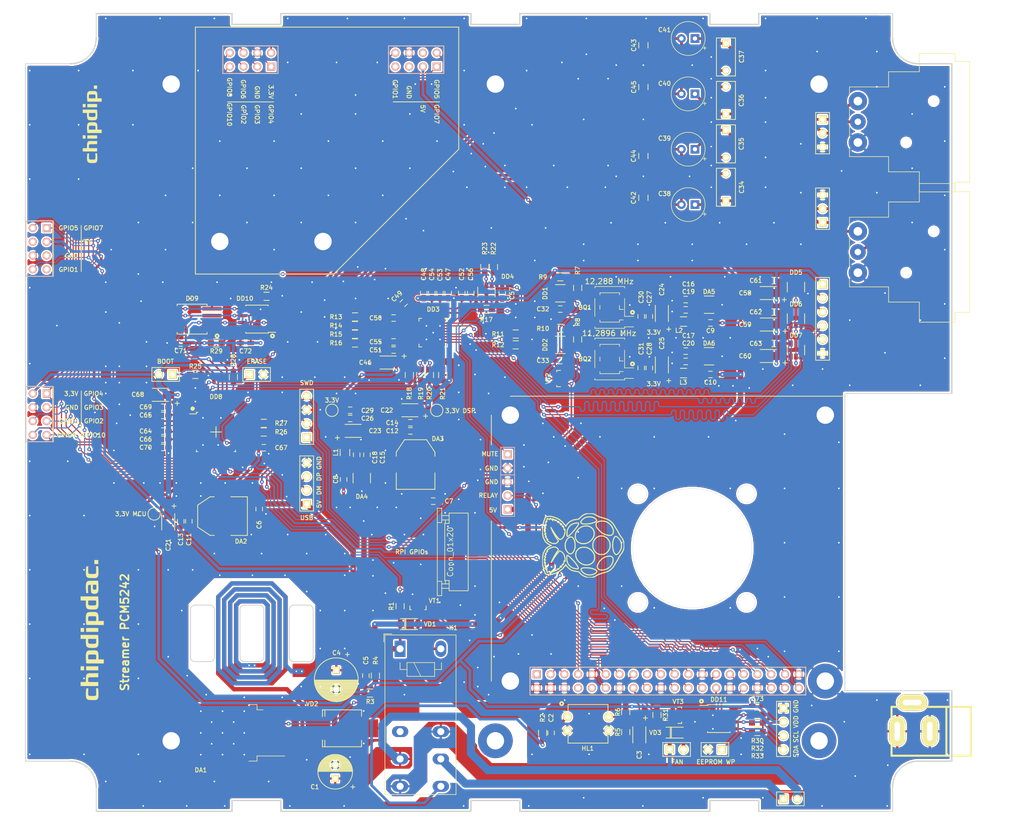
<source format=kicad_pcb>
(kicad_pcb (version 20211014) (generator pcbnew)
  (layers (0 "F.Cu" signal) (31 "B.Cu" signal) (34 "B.Paste" user) (35 "F.Paste" user) (36 "B.SilkS" user "B.Silkscreen") (37 "F.SilkS" user "F.Silkscreen") (38 "B.Mask" user) (39 "F.Mask" user) (44 "Edge.Cuts" user))
  (net 0 "")
  (net 1 "VDD_GEN2")
  (net 2 "Net-(BQ1-Pad3)")
  (net 3 "GND")
  (net 4 "VDD_GEN1")
  (net 5 "Net-(BQ2-Pad3)")
  (net 6 "Net-(C2-Pad1)")
  (net 7 "ON_OFF")
  (net 8 "5V")
  (net 9 "VDD")
  (net 10 "Net-(C18-Pad1)")
  (net 11 "Net-(C19-Pad1)")
  (net 12 "Net-(C20-Pad1)")
  (net 13 "VDDA")
  (net 14 "RST")
  (net 15 "Net-(DA1-Pad4)")
  (net 16 "SPI1_MOSI")
  (net 17 "SPI1_MISO")
  (net 18 "SPI1_SCK")
  (net 19 "MUTE_OUT")
  (net 20 "Net-(DD2-Pad4)")
  (net 21 "GEN_SEL")
  (net 22 "SPI1_NSS1")
  (net 23 "BCLK")
  (net 24 "LR")
  (net 25 "MUTE")
  (net 26 "MUTE2")
  (net 27 "DATA")
  (net 28 "I2C1_SDA")
  (net 29 "I2C1_SCL")
  (net 30 "SPI1_NSS2")
  (net 31 "GPIO1")
  (net 32 "SR0")
  (net 33 "SR1")
  (net 34 "SR2")
  (net 35 "GPIO6")
  (net 36 "GPIO5")
  (net 37 "GPIO4")
  (net 38 "GPIO3")
  (net 39 "RELAY")
  (net 40 "PWR_EVENT")
  (net 41 "ID_SDA")
  (net 42 "ID_SCL")
  (net 43 "Net-(K1-PadA2)")
  (net 44 "Net-(K1-Pad24)")
  (net 45 "Net-(K1-Pad12)")
  (net 46 "Net-(K1-Pad21)")
  (net 47 "USB_DM")
  (net 48 "USB_DP")
  (net 49 "FAN")
  (net 50 "12V")
  (net 51 "Net-(XS1-Pad3)")
  (net 52 "RAS_GPIO2")
  (net 53 "RAS_GPIO3")
  (net 54 "RAS_GPIO14")
  (net 55 "RAS_GPIO15")
  (net 56 "RAS_GPIO17")
  (net 57 "RES1")
  (net 58 "RES0")
  (net 59 "RAS_GPIO10")
  (net 60 "RAS_GPIO9")
  (net 61 "RAS_GPIO25")
  (net 62 "RAS_GPIO11")
  (net 63 "RAS_GPIO8")
  (net 64 "RAS_GPIO7")
  (net 65 "RAS_GPIO16")
  (net 66 "RAS_GPIO26")
  (net 67 "RAS_GPIO20")
  (net 68 "VDD_DSP")
  (net 69 "Net-(VD3-Pad2)")
  (net 70 "Net-(C15-Pad1)")
  (net 71 "VIN")
  (net 72 "Net-(C16-Pad1)")
  (net 73 "Net-(C17-Pad1)")
  (net 74 "Net-(C34-Pad2)")
  (net 75 "Net-(C34-Pad1)")
  (net 76 "Net-(C35-Pad1)")
  (net 77 "Net-(C35-Pad2)")
  (net 78 "Net-(C36-Pad2)")
  (net 79 "Net-(C36-Pad1)")
  (net 80 "Net-(C37-Pad1)")
  (net 81 "Net-(C37-Pad2)")
  (net 82 "Net-(C49-Pad1)")
  (net 83 "Net-(C49-Pad2)")
  (net 84 "Net-(C50-Pad1)")
  (net 85 "Net-(C52-Pad1)")
  (net 86 "Net-(DD1-Pad1)")
  (net 87 "Net-(DD1-Pad4)")
  (net 88 "Net-(DD3-Pad10)")
  (net 89 "Net-(DD3-Pad11)")
  (net 90 "Net-(DD3-Pad12)")
  (net 91 "Net-(DD3-Pad13)")
  (net 92 "Net-(DD3-Pad16)")
  (net 93 "Net-(DD3-Pad24)")
  (net 94 "SCK")
  (net 95 "Net-(DD3-Pad29)")
  (net 96 "Net-(DD3-Pad30)")
  (net 97 "DATA_OUT")
  (net 98 "BCLK_OUT")
  (net 99 "LR_OUT")
  (net 100 "GPIO2_BAL")
  (net 101 "GPIO3_VOL")
  (net 102 "GPIO4_KEY_1")
  (net 103 "GPIO5_KEY_2")
  (net 104 "GPIO6_TREBLE")
  (net 105 "GPIO7_BASS")
  (net 106 "GPIO8_LED_COMP")
  (net 107 "GPIO10_LED_MUTE")
  (net 108 "Net-(DD8-Pad21)")
  (net 109 "Net-(DD8-Pad22)")
  (net 110 "BOOT\\SPI1_NSS3")
  (net 111 "Net-(DD11-Pad7)")
  (net 112 "Net-(XS6-Pad1)")
  (net 113 "Net-(XS6-Pad17)")
  (net 114 "Net-(XS3-Pad7)")
  (net 115 "Net-(XS3-Pad4)")
  (net 116 "Net-(XS3-Pad5)")
  (net 117 "Net-(XS5-Pad5)")
  (net 118 "Net-(XS5-Pad4)")
  (net 119 "Net-(XS5-Pad7)")
  (footprint "Mounting_Holes:MountingHole_3.2mm_M3_Pad" (layer "F.Cu") (at 125.05 65.5 90)
    (fp_text reference "")
    (fp_text value "")
  )
  (footprint "Mounting_Holes:MountingHole_3.2mm_M3_Pad" (layer "F.Cu") (at 125.05 186.5 90)
    (fp_text reference "")
    (fp_text value "")
  )
  (footprint "Mounting_Holes:MountingHole_3.2mm_M3_Pad" (layer "F.Cu") (at 244.35 186.5 90)
    (fp_text reference "")
    (fp_text value "")
  )
  (footprint "Mounting_Holes:MountingHole_3.2mm_M3_Pad" (layer "F.Cu") (at 244.35 65.5 90)
    (fp_text reference "")
    (fp_text value "")
  )
  (footprint "Mounting_Holes:MountingHole_3.2mm_M3_Pad" (layer "F.Cu") (at 184.75 65.5 90)
    (fp_text reference "")
    (fp_text value "")
  )
  (footprint "Mounting_Holes:MountingHole_3.2mm_M3_Pad" (layer "F.Cu") (at 184.75 186.5 90)
    (fp_text reference "")
    (fp_text value "")
  )
  (footprint "Mounting_Holes:MountingHole_3.2mm_M3_Pad" (layer "F.Cu") (at 187.5 126.5)
    (fp_text reference "REF**" hide)
    (fp_text value "MountingHole_3.2mm_M3_Pad")
  )
  (footprint "Mounting_Holes:MountingHole_3.2mm_M3_Pad" (layer "F.Cu") (at 245.5 126.5)
    (fp_text reference "REF**" hide)
    (fp_text value "MountingHole_3.2mm_M3_Pad")
  )
  (footprint "Mounting_Holes:MountingHole_3.2mm_M3_Pad" (layer "F.Cu") (at 245.5 175.5)
    (fp_text reference "REF**" hide)
    (fp_text value "MountingHole_3.2mm_M3_Pad")
  )
  (footprint "Mounting_Holes:MountingHole_3.2mm_M3_Pad" (layer "F.Cu") (at 187.5 175.5)
    (fp_text reference "REF**" hide)
    (fp_text value "MountingHole_3.2mm_M3_Pad")
  )
  (footprint "NewComponents:JACK_DC" (layer "F.Cu") (at 264.99892 184.75 90)
    (fp_text reference "XS1" hide)
    (fp_text value "Conn_01x03" hide)
  )
  (footprint "Mounting_Holes:MountingHole_3.2mm_M3_Pad" (layer "F.Cu") (at 134 94.5 90)
    (fp_text reference "")
    (fp_text value "")
  )
  (footprint "Mounting_Holes:MountingHole_3.2mm_M3_Pad" (layer "F.Cu") (at 153 94.5 90)
    (fp_text reference "")
    (fp_text value "")
  )
  (footprint "NewComponents:R_0603" (layer "F.Cu") (at 233 181.6 180)
    (fp_text reference "R30")
    (fp_text value "10k")
  )
  (footprint "NewComponents:R_0603" (layer "F.Cu") (at 214.5 181.75 -90)
    (fp_text reference "R31")
    (fp_text value "10k")
  )
  (footprint "NewComponents:R_0603" (layer "F.Cu") (at 233 183.2 180)
    (fp_text reference "R32")
    (fp_text value "4k7")
  )
  (footprint "NewComponents:R_0603" (layer "F.Cu") (at 233 184.8 180)
    (fp_text reference "R33")
    (fp_text value "4k7")
  )
  (footprint "NewComponents:SOD-123" (layer "F.Cu") (at 168.85 165)
    (fp_text reference "VD1")
    (fp_text value "D")
  )
  (footprint "NewComponents:DIODE_SMC_Handsoldering" (layer "F.Cu") (at 156.5 184.2)
    (fp_text reference "VD2")
    (fp_text value "D_Schottky")
  )
  (footprint "NewComponents:SOD-123" (layer "F.Cu") (at 217.75 185)
    (fp_text reference "VD3")
    (fp_text value "D")
  )
  (footprint "NewComponents:SOT-23_mm" (layer "F.Cu") (at 170.5 161.7 180)
    (fp_text reference "VT1")
    (fp_text value "BSS138")
  )
  (footprint "NewComponents:SOT-23_mm" (layer "F.Cu") (at 218.4 181.8 -90)
    (fp_text reference "VT3")
    (fp_text value "BSS138")
  )
  (footprint "NewComponents:Pin_Header_Straight_1x02_mm" (layer "F.Cu") (at 226.45 188.1 -90)
    (fp_text reference "XP13" hide)
    (fp_text value "Conn_01x02")
  )
  (footprint "NewComponents:Pin_Header_Straight_1x02_mm" (layer "F.Cu") (at 216.85 188.1 90)
    (fp_text reference "XP14" hide)
    (fp_text value "Conn_01x02")
  )
  (footprint "Capacitors_ThroughHole:C_Radial_D6.3_L11.2_P2.5" (layer "F.Cu") (at 155.25 193.45 90)
    (fp_text reference "C1")
    (fp_text value "100u")
  )
  (footprint "Capacitors_ThroughHole:C_Radial_D8_L11.5_P3.5" (layer "F.Cu") (at 155.45 173.5 -90)
    (fp_text reference "C4")
    (fp_text value "1000u")
  )
  (footprint "Capacitors_ThroughHole:CP_Radial_Tantal_D6.0mm_P2.50mm" (layer "F.Cu") (at 221.5 77.5 180)
    (fp_text reference "C39")
    (fp_text value "10u")
  )
  (footprint "Capacitors_ThroughHole:CP_Radial_Tantal_D6.0mm_P2.50mm" (layer "F.Cu") (at 221.5 87.7 180)
    (fp_text reference "C38")
    (fp_text value "10u")
  )
  (footprint "Capacitors_ThroughHole:CP_Radial_Tantal_D6.0mm_P2.50mm" (layer "F.Cu") (at 221.5 67.3 180)
    (fp_text reference "C40")
    (fp_text value "10u")
  )
  (footprint "Capacitors_ThroughHole:CP_Radial_Tantal_D6.0mm_P2.50mm" (layer "F.Cu") (at 221.5 57.1 180)
    (fp_text reference "C41")
    (fp_text value "10u")
  )
  (footprint "Connector_Audio:Jack_XLR_Neutrik_NC3MAAH-1_Horizontal" (layer "F.Cu") (at 251.5 100.25 90)
    (fp_text reference "XP3" hide)
    (fp_text value "XLR3")
  )
  (footprint "Connector_Audio:Jack_XLR_Neutrik_NC3MAAH-1_Horizontal" (layer "F.Cu") (at 251.5 76.25 90)
    (fp_text reference "XP5" hide)
    (fp_text value "XLR3")
  )
  (footprint "NewComponents:Pin_Header_Straight_1x04_mm" (layer "F.Cu") (at 237.8 180.5)
    (fp_text reference "XP15" hide)
    (fp_text value "Conn_01x04")
  )
  (footprint "NewComponents:Pin_Header_Straight_1x02_mm" (layer "F.Cu") (at 237.8 197.2 90)
    (fp_text reference "XP2" hide)
    (fp_text value "Conn_01x02")
  )
  (footprint "SMD_CONNECT:CONN20" (layer "F.Cu") (at 177.2 151.7 -90)
    (fp_text reference "XS7" hide)
    (fp_text value "Conn_01x20")
  )
  (footprint "Capacitors_ThroughHole:C_Rect_L7_W3.5_P5" (layer "F.Cu") (at 227.2 74 -90)
    (fp_text reference "C35")
    (fp_text value "0.47u")
  )
  (footprint "Capacitors_ThroughHole:C_Rect_L7_W3.5_P5" (layer "F.Cu") (at 227.2 87 90)
    (fp_text reference "C34")
    (fp_text value "0.47u")
  )
  (footprint "Capacitors_ThroughHole:C_Rect_L7_W3.5_P5" (layer "F.Cu") (at 227.2 71 90)
    (fp_text reference "C36")
    (fp_text value "0.47u")
  )
  (footprint "Capacitors_ThroughHole:C_Rect_L7_W3.5_P5" (layer "F.Cu") (at 227.2 58 -90)
    (fp_text reference "C37")
    (fp_text value "0.47u")
  )
  (footprint "Capacitors_SMD:C_0603_HandSoldering" (layer "F.Cu") (at 233 180.05)
    (fp_text reference "C73")
    (fp_text value "0.1u")
  )
  (footprint "Package_TO_SOT_SMD:TO-263-5_TabPin3" (layer "F.Cu") (at 137.9 185.05 180)
    (fp_text reference "DA1")
    (fp_text value "LM2596S-ADJ")
  )
  (footprint "Housings_SOIC:SOIC-8_3.9x4.9mm_Pitch1.27mm" (layer "F.Cu") (at 225.9 182.4)
    (fp_text reference "DD11")
    (fp_text value "24LC64")
  )
  (footprint "DIL_DIP:DIP-4_W7.62mm" (layer "F.Cu") (at 198 182.1)
    (fp_text reference "HL1")
    (fp_text value "P814")
  )
  (footprint "Relay_THT:Relay_DPDT_Schrack-RT2-FormC_RM5mm" (layer "F.Cu") (at 167.2 169.55 -90)
    (fp_text reference "K1")
    (fp_text value "RTE2xxxx")
  )
  (footprint "NewComponents:R_0603" (layer "F.Cu") (at 167.2 161.7 90)
    (fp_text reference "R1")
    (fp_text value "10k")
  )
  (footprint "NewComponents:R_0603" (layer "F.Cu") (at 193.45 185.05 90)
    (fp_text reference "R2")
    (fp_text value "2k")
  )
  (footprint "NewComponents:R_0603" (layer "F.Cu") (at 161.65 177.7)
    (fp_text reference "R3")
    (fp_text value "1k")
  )
  (footprint "NewComponents:R_0603" (layer "F.Cu") (at 162.65 174.5 -90)
    (fp_text reference "R4")
    (fp_text value "3k")
  )
  (footprint "NewComponents:R_0603" (layer "F.Cu") (at 208.75 184.9 -90)
    (fp_text reference "R5")
    (fp_text value "15k")
  )
  (footprint "NewComponents:R_0603" (layer "F.Cu") (at 208.75 181.2 -90)
    (fp_text reference "R6")
    (fp_text value "10k")
  )
  (footprint "Capacitors_SMD:C_0603_HandSoldering" (layer "F.Cu") (at 195 185.05 -90)
    (fp_text reference "C2")
    (fp_text value "10u")
  )
  (footprint "NewComponents:TantalC_SizeA_EIA-3216_mm" (layer "F.Cu") (at 211.25 185.4 -90)
    (fp_text reference "C3")
    (fp_text value "4.7u")
  )
  (footprint "Capacitors_SMD:C_0603_HandSoldering" (layer "F.Cu") (at 160.9 174.5 -90)
    (fp_text reference "C5")
    (fp_text value "2.2u")
  )
  (footprint "NewComponents:Pin_Header_Straight_1x04_mm" (layer "F.Cu") (at 150 142.9 180)
    (fp_text reference "XP10" hide)
    (fp_text value "Conn_01x04")
  )
  (footprint "Capacitors_SMD:C_0603_HandSoldering" (layer "F.Cu") (at 138.75 113.2 180)
    (fp_text reference "C72")
    (fp_text value "0.1u")
  )
  (footprint "NewComponents:SOIC-8_combo_Pitch1.27mm" (layer "F.Cu") (at 128.9 108.8 180)
    (fp_text reference "DD9")
    (fp_text value "25LCxxx")
  )
  (footprint "NewComponents:R_0603" (layer "F.Cu") (at 133.35 113.2)
    (fp_text reference "R29")
    (fp_text value "10k")
  )
  (footprint "Capacitors_SMD:C_0603_HandSoldering" (layer "F.Cu") (at 141.25 143.8 -90)
    (fp_text reference "C6")
    (fp_text value "2.2u")
  )
  (footprint "Capacitors_SMD:C_0603_HandSoldering" (layer "F.Cu") (at 128.3 146.05 -90)
    (fp_text reference "C11")
    (fp_text value "2.2u")
  )
  (footprint "Capacitors_SMD:C_0603_HandSoldering" (layer "F.Cu") (at 126.8 146.05 -90)
    (fp_text reference "C13")
    (fp_text value "2.2u")
  )
  (footprint "NewComponents:TantalC_SizeA_EIA-3216_mm" (layer "F.Cu") (at 124.5 146.15 -90)
    (fp_text reference "C21")
    (fp_text value "4.7u")
  )
  (footprint "TO_SOT_Packages_SMD:SOT-223" (layer "F.Cu") (at 134.5 145.1 90)
    (fp_text reference "DA2")
    (fp_text value "LM1117-3.3")
  )
  (footprint "Measurement_Points:Measurement_Point_Round-SMD-Pad_Small" (layer "F.Cu") (at 121.909825 144.7)
    (fp_text reference "P1" hide)
    (fp_text value "Conn_01x01")
  )
  (footprint "Capacitors_SMD:C_0603_HandSoldering" (layer "F.Cu") (at 176.05 104 90)
    (fp_text reference "C47")
    (fp_text value "2.2u")
  )
  (footprint "Capacitors_SMD:C_0603_HandSoldering" (layer "F.Cu") (at 126.8 113.2 180)
    (fp_text reference "C71")
    (fp_text value "0.1u")
  )
  (footprint "Capacitors_SMD:C_0603_HandSoldering" (layer "F.Cu") (at 171.55 104 90)
    (fp_text reference "C48")
    (fp_text value "2.2u")
  )
  (footprint "Capacitors_SMD:C_0603_HandSoldering" (layer "F.Cu") (at 167.85 105.85 -135)
    (fp_text reference "C49")
    (fp_text value "2.2u")
  )
  (footprint "Capacitors_SMD:C_0603_HandSoldering" (layer "F.Cu") (at 166 108.6 180)
    (fp_text reference "C50")
    (fp_text value "2.2u")
  )
  (footprint "Capacitors_SMD:C_0603_HandSoldering" (layer "F.Cu") (at 166 114.5 180)
    (fp_text reference "C51")
    (fp_text value "2.2u")
  )
  (footprint "Capacitors_SMD:C_0603_HandSoldering" (layer "F.Cu") (at 178.55 104 90)
    (fp_text reference "C52")
    (fp_text value "0.1u")
  )
  (footprint "Capacitors_SMD:C_0603_HandSoldering" (layer "F.Cu") (at 174.55 104 90)
    (fp_text reference "C53")
    (fp_text value "0.1u")
  )
  (footprint "Capacitors_SMD:C_0603_HandSoldering" (layer "F.Cu") (at 173.05 104 90)
    (fp_text reference "C54")
    (fp_text value "0.1u")
  )
  (footprint "Capacitors_SMD:C_0603_HandSoldering" (layer "F.Cu") (at 166 113 180)
    (fp_text reference "C55")
    (fp_text value "0.1u")
  )
  (footprint "Capacitors_SMD:C_0603_HandSoldering" (layer "F.Cu") (at 180.2 104 90)
    (fp_text reference "C56")
    (fp_text value "0.1u")
  )
  (footprint "NewComponents:R_0603" (layer "F.Cu") (at 168.9 119.1 -90)
    (fp_text reference "R18")
    (fp_text value "10k")
  )
  (footprint "Measurement_Points:Measurement_Point_Round-SMD-Pad_Small" (layer "F.Cu") (at 173.95 125.609825 -90)
    (fp_text reference "P2" hide)
    (fp_text value "Conn_01x01")
  )
  (footprint "TO_SOT_Packages_SMD:SOT-223" (layer "F.Cu") (at 170.05 135.6)
    (fp_text reference "DA3")
    (fp_text value "LM1117-3.3")
  )
  (footprint "Capacitors_SMD:C_0603_HandSoldering" (layer "F.Cu") (at 173.3 142.35)
    (fp_text reference "C7")
    (fp_text value "2.2u")
  )
  (footprint "Capacitors_SMD:C_0603_HandSoldering" (layer "F.Cu") (at 169.1 129.4 180)
    (fp_text reference "C12")
    (fp_text value "2.2u")
  )
  (footprint "Capacitors_SMD:C_0603_HandSoldering" (layer "F.Cu") (at 169.1 127.9 180)
    (fp_text reference "C14")
    (fp_text value "2.2u")
  )
  (footprint "NewComponents:TantalC_SizeA_EIA-3216_mm" (layer "F.Cu") (at 169 125.6 180)
    (fp_text reference "C22")
    (fp_text value "4.7u")
  )
  (footprint "NewComponents:Pin_Header_Straight_1x06_mm" (layer "F.Cu") (at 245 102.4)
    (fp_text reference "XP8" hide)
    (fp_text value "Conn_01x06")
  )
  (footprint "Oscillator:Oscillator_SMD_Fordahl_DFAS2-4Pin_7.3x5.1mm_HandSoldering" (layer "F.Cu") (at 205.8 106.65 90)
    (fp_text reference "BQ1")
    (fp_text value "12,288MHz")
  )
  (footprint "Capacitors_SMD:C_0603_HandSoldering" (layer "F.Cu") (at 224.35 109.5 180)
    (fp_text reference "C9")
    (fp_text value "2.2u")
  )
  (footprint "Capacitors_SMD:C_0603_HandSoldering" (layer "F.Cu") (at 219.8 105.2 180)
    (fp_text reference "C16")
    (fp_text value "0.01u")
  )
  (footprint "Capacitors_SMD:C_0603_HandSoldering" (layer "F.Cu") (at 219.8 107.1 180)
    (fp_text reference "C19")
    (fp_text value "2.2u")
  )
  (footprint "Capacitors_SMD:C_0603_HandSoldering" (layer "F.Cu") (at 196.7 106.95)
    (fp_text reference "C32")
    (fp_text value "0.1u")
  )
  (footprint "NewComponents:TantalC_SizeA_EIA-3216_mm" (layer "F.Cu") (at 215.4 107.75 90)
    (fp_text reference "C24")
    (fp_text value "4.7u")
  )
  (footprint "Capacitors_SMD:C_0603_HandSoldering" (layer "F.Cu") (at 213.1 108.3 90)
    (fp_text reference "C27")
    (fp_text value "2.2u")
  )
  (footprint "Capacitors_SMD:C_0603_HandSoldering" (layer "F.Cu") (at 211.6 108.3 90)
    (fp_text reference "C30")
    (fp_text value "0.1u")
  )
  (footprint "NewComponents:SOT-23-5_mm" (layer "F.Cu") (at 224.1 106.15 180)
    (fp_text reference "DA5")
    (fp_text value "LP2985-3.3")
  )
  (footprint "NewComponents:SOT-23-5_mm" (layer "F.Cu") (at 196.7 104.05 180)
    (fp_text reference "DD1")
    (fp_text value "74LVC1G125")
  )
  (footprint "Measurement_Points:Measurement_Point_Round-SMD-Pad_Small" (layer "F.Cu") (at 211.6 110.9)
    (fp_text reference "P4" hide)
    (fp_text value "Conn_01x01")
  )
  (footprint "NewComponents:R_0603" (layer "F.Cu") (at 199.9 103.05 -90)
    (fp_text reference "R7")
    (fp_text value "10k")
  )
  (footprint "NewComponents:R_0603" (layer "F.Cu") (at 196.7 101)
    (fp_text reference "R9")
    (fp_text value "10k")
  )
  (footprint "Resistors_SMD:R_0805_HandSoldering" (layer "F.Cu") (at 219.4 109.25 180)
    (fp_text reference "L2")
    (fp_text value "L")
  )
  (footprint "Oscillator_SMD_EuroQuartz_XO53-4Pin_5.0x3.2mm_HandSoldering" (layer "F.Cu") (at 205.8 106.65 90)
    (fp_text reference "BQ3" hide)
    (fp_text value "12,288MHz")
  )
  (footprint "Oscillator:Oscillator_SMD_Fordahl_DFAS2-4Pin_7.3x5.1mm_HandSoldering" (layer "F.Cu") (at 205.8 116.15 90)
    (fp_text reference "BQ2")
    (fp_text value "11,2896MHz")
  )
  (footprint "Capacitors_SMD:C_0603_HandSoldering" (layer "F.Cu") (at 224.35 119 180)
    (fp_text reference "C10")
    (fp_text value "2.2u")
  )
  (footprint "Capacitors_SMD:C_0603_HandSoldering" (layer "F.Cu") (at 219.8 114.7 180)
    (fp_text reference "C17")
    (fp_text value "0.01u")
  )
  (footprint "Capacitors_SMD:C_0603_HandSoldering" (layer "F.Cu") (at 219.8 116.6 180)
    (fp_text reference "C20")
    (fp_text value "2.2u")
  )
  (footprint "Capacitors_SMD:C_0603_HandSoldering" (layer "F.Cu") (at 196.7 116.45)
    (fp_text reference "C33")
    (fp_text value "0.1u")
  )
  (footprint "NewComponents:TantalC_SizeA_EIA-3216_mm" (layer "F.Cu") (at 215.4 117.25 90)
    (fp_text reference "C25")
    (fp_text value "4.7u")
  )
  (footprint "Capacitors_SMD:C_0603_HandSoldering" (layer "F.Cu") (at 213.1 117.8 90)
    (fp_text reference "C28")
    (fp_text value "2.2u")
  )
  (footprint "Capacitors_SMD:C_0603_HandSoldering" (layer "F.Cu") (at 211.6 117.8 90)
    (fp_text reference "C31")
    (fp_text value "0.1u")
  )
  (footprint "NewComponents:SOT-23-5_mm" (layer "F.Cu") (at 224.1 115.65 180)
    (fp_text reference "DA6")
    (fp_text value "LP2985-3.3")
  )
  (footprint "NewComponents:SOT-23-5_mm" (layer "F.Cu") (at 196.7 113.55 180)
    (fp_text reference "DD2")
    (fp_text value "74LVC1G125")
  )
  (footprint "Measurement_Points:Measurement_Point_Round-SMD-Pad_Small" (layer "F.Cu") (at 211.6 120.4)
    (fp_text reference "P5" hide)
    (fp_text value "Conn_01x01")
  )
  (footprint "NewComponents:R_0603" (layer "F.Cu") (at 199.9 112.55 -90)
    (fp_text reference "R8")
    (fp_text value "10k")
  )
  (footprint "NewComponents:R_0603" (layer "F.Cu") (at 196.7 110.5)
    (fp_text reference "R10")
    (fp_text value "10k")
  )
  (footprint "Resistors_SMD:R_0805_HandSoldering" (layer "F.Cu") (at 219.4 118.75 180)
    (fp_text reference "L3")
    (fp_text value "L")
  )
  (footprint "Oscillator_SMD_EuroQuartz_XO53-4Pin_5.0x3.2mm_HandSoldering" (layer "F.Cu") (at 205.8 116.15 90)
    (fp_text reference "BQ4" hide)
    (fp_text value "11,2896MHz")
  )
  (footprint "Resistors_SMD:R_0805_HandSoldering" (layer "F.Cu") (at 157.05 133.4 90)
    (fp_text reference "L1")
    (fp_text value "L")
  )
  (footprint "NewComponents:SOT-23-5_mm" (layer "F.Cu") (at 160.15 138.1 90)
    (fp_text reference "DA4")
    (fp_text value "LP2985-3.3")
  )
  (footprint "Capacitors_SMD:C_0603_HandSoldering" (layer "F.Cu") (at 158 125.6)
    (fp_text reference "C29")
    (fp_text value "0.1u")
  )
  (footprint "Capacitors_SMD:C_0603_HandSoldering" (layer "F.Cu") (at 158 127.1)
    (fp_text reference "C26")
    (fp_text value "2.2u")
  )
  (footprint "NewComponents:TantalC_SizeA_EIA-3216_mm" (layer "F.Cu") (at 158.55 129.4)
    (fp_text reference "C23")
    (fp_text value "4.7u")
  )
  (footprint "Capacitors_SMD:C_0603_HandSoldering" (layer "F.Cu") (at 159.2 133.8 90)
    (fp_text reference "C18")
    (fp_text value "2.2u")
  )
  (footprint "Capacitors_SMD:C_0603_HandSoldering" (layer "F.Cu") (at 161.1 133.8 90)
    (fp_text reference "C15")
    (fp_text value "0.01u")
  )
  (footprint "Capacitors_SMD:C_0603_HandSoldering" (layer "F.Cu") (at 156.8 138.35 90)
    (fp_text reference "C8")
    (fp_text value "2.2u")
  )
  (footprint "Capacitors_SMD:C_0603_HandSoldering" (layer "F.Cu") (at 236 113.3 180)
    (fp_text reference "C63")
    (fp_text value "0.1u")
  )
  (footprint "Сайт-сом:RasPi" (layer "F.Cu") (at 200.9 150.5 90)
    (fp_text reference "G***" hide)
    (fp_text value "LOGO" hide)
  )
  (footprint "Symbols:chipdip_new" (layer "F.Cu") (at 110.5 72.9 90)
    (fp_text reference "G***" hide)
    (fp_text value "LOGO" hide)
  )
  (footprint "Сайт-сом:logo" (layer "F.Cu") (at 110.5 166.1 90)
    (fp_text reference "G***" hide)
    (fp_text value "LOGO" hide)
  )
  (footprint "NewComponents:SOT-23_mm" (layer "F.Cu") (at 196.7 119.75 90)
    (fp_text reference "VT2")
    (fp_text value "BSS138")
  )
  (footprint "NewComponents:Pin_Header_Straight_1x04_mm" (layer "F.Cu") (at 150 130.6 180)
    (fp_text reference "XP12" hide)
    (fp_text value "Conn_01x04")
  )
  (footprint "Capacitors_SMD:C_0805_HandSoldering" (layer "F.Cu") (at 212 86.45 -90)
    (fp_text reference "C42")
    (fp_text value "2200p")
  )
  (footprint "Capacitors_SMD:C_0805_HandSoldering" (layer "F.Cu") (at 212 58.35 -90)
    (fp_text reference "C43")
    (fp_text value "2200p")
  )
  (footprint "Capacitors_SMD:C_0805_HandSoldering" (layer "F.Cu") (at 212 78.75 90)
    (fp_text reference "C44")
    (fp_text value "2200p")
  )
  (footprint "Capacitors_SMD:C_0805_HandSoldering" (layer "F.Cu") (at 212 66.05 90)
    (fp_text reference "C45")
    (fp_text value "2200p")
  )
  (footprint "NewComponents:TantalC_SizeA_EIA-3216_mm" (layer "F.Cu") (at 165 116.8 180)
    (fp_text reference "C46")
    (fp_text value "4.7u")
  )
  (footprint "Capacitors_SMD:C_0603_HandSoldering" (layer "F.Cu") (at 186 104.05 90)
    (fp_text reference "C57")
    (fp_text value "0.1u")
  )
  (footprint "NewComponents:TantalC_SizeA_EIA-3216_mm" (layer "F.Cu") (at 235 104 180)
    (fp_text reference "C58")
    (fp_text value "4.7u")
  )
  (footprint "NewComponents:TantalC_SizeA_EIA-3216_mm" (layer "F.Cu") (at 235 115.6 180)
    (fp_text reference "C60")
    (fp_text value "4.7u")
  )
  (footprint "Capacitors_SMD:C_0603_HandSoldering" (layer "F.Cu") (at 236 101.7 180)
    (fp_text reference "C61")
    (fp_text value "0.1u")
  )
  (footprint "Capacitors_SMD:C_0603_HandSoldering" (layer "F.Cu") (at 123.6 129.45 180)
    (fp_text reference "C64")
    (fp_text value "0.1u")
  )
  (footprint "Capacitors_SMD:C_0603_HandSoldering" (layer "F.Cu") (at 123.6 126.55 180)
    (fp_text reference "C65")
    (fp_text value "0.1u")
  )
  (footprint "Capacitors_SMD:C_0603_HandSoldering" (layer "F.Cu") (at 123.6 130.95 180)
    (fp_text reference "C66")
    (fp_text value "0.1u")
  )
  (footprint "Capacitors_SMD:C_0603_HandSoldering" (layer "F.Cu") (at 142.1 132.5)
    (fp_text reference "C67")
    (fp_text value "0.1u")
  )
  (footprint "NewComponents:TantalC_SizeA_EIA-3216_mm" (layer "F.Cu") (at 123.05 122.75 180)
    (fp_text reference "C68")
    (fp_text value "4.7u")
  )
  (footprint "Capacitors_SMD:C_0603_HandSoldering" (layer "F.Cu") (at 123.6 125.05 180)
    (fp_text reference "C69")
    (fp_text value "2.2u")
  )
  (footprint "Capacitors_SMD:C_0603_HandSoldering" (layer "F.Cu") (at 123.6 132.45 180)
    (fp_text reference "C70")
    (fp_text value "2.2u")
  )
  (footprint "Package_DFN_QFN:QFN-32-1EP_5x5mm_P0.5mm_EP3.45x3.45mm" (layer "F.Cu") (at 173.3 111.3 -90)
    (fp_text reference "DD3")
    (fp_text value "PCM5242")
  )
  (footprint "NewComponents:SOT-23-5_mm" (layer "F.Cu") (at 183.1 103.8 -90)
    (fp_text reference "DD4")
    (fp_text value "NC7S08M5X")
  )
  (footprint "NewComponents:SOT-23-5_mm" (layer "F.Cu") (at 240.1 102.9 90)
    (fp_text reference "DD5")
    (fp_text value "MC74VHC1GT125")
  )
  (footprint "NewComponents:SOT-23-5_mm" (layer "F.Cu") (at 240.1 114.5 90)
    (fp_text reference "DD7")
    (fp_text value "MC74VHC1GT125")
  )
  (footprint "NewComponents:LQFP-32_7x7mm_Pitch0.8mm" (layer "F.Cu") (at 133.3 129.6)
    (fp_text reference "DD8")
    (fp_text value "STM32F042K6Tx")
  )
  (footprint "Measurement_Points:Measurement_Point_Round-SMD-Pad_Small" (layer "F.Cu") (at 154.65 125.6 -90)
    (fp_text reference "P3" hide)
    (fp_text value "Conn_01x01")
  )
  (footprint "NewComponents:R_0603" (layer "F.Cu") (at 188.5 111.55)
    (fp_text reference "R11")
    (fp_text value "51R")
  )
  (footprint "NewComponents:R_0603" (layer "F.Cu") (at 188.5 113.55)
    (fp_text reference "R12")
    (fp_text value "51R")
  )
  (footprint "NewComponents:R_0603" (layer "F.Cu") (at 158.9 108.4 180)
    (fp_text reference "R13")
    (fp_text value "470R")
  )
  (footprint "NewComponents:R_0603" (layer "F.Cu") (at 158.9 110 180)
    (fp_text reference "R14")
    (fp_text value "470R")
  )
  (footprint "NewComponents:R_0603" (layer "F.Cu") (at 158.9 111.6 180)
    (fp_text reference "R15")
    (fp_text value "470R")
  )
  (footprint "NewComponents:R_0603" (layer "F.Cu") (at 158.9 113.2 180)
    (fp_text reference "R16")
    (fp_text value "470R")
  )
  (footprint "NewComponents:R_0603" (layer "F.Cu") (at 183.1 107 180)
    (fp_text reference "R17")
    (fp_text value "10k")
  )
  (footprint "NewComponents:R_0603" (layer "F.Cu") (at 171 119.1 -90)
    (fp_text reference "R19")
    (fp_text value "4k7")
  )
  (footprint "NewComponents:R_0603" (layer "F.Cu") (at 172.6 119.1 -90)
    (fp_text reference "R20")
    (fp_text value "4k7")
  )
  (footprint "NewComponents:R_0603" (layer "F.Cu") (at 175.05 119.1 90)
    (fp_text reference "R21")
    (fp_text value "10k")
  )
  (footprint "NewComponents:R_0603" (layer "F.Cu") (at 184.4 99.2 -90)
    (fp_text reference "R22")
    (fp_text value "10k")
  )
  (footprint "NewComponents:R_0603" (layer "F.Cu") (at 182.8 99.2 -90)
    (fp_text reference "R23")
    (fp_text value "10k")
  )
  (footprint "NewComponents:R_0603" (layer "F.Cu") (at 142.6 104.6 180)
    (fp_text reference "R24")
    (fp_text value "10k")
  )
  (footprint "NewComponents:R_0603" (layer "F.Cu") (at 129.5 119)
    (fp_text reference "R25")
    (fp_text value "10k")
  )
  (footprint "NewComponents:R_0603" (layer "F.Cu") (at 142.1 129.6)
    (fp_text reference "R26")
    (fp_text value "22")
  )
  (footprint "NewComponents:R_0603" (layer "F.Cu") (at 142.1 128)
    (fp_text reference "R27")
    (fp_text value "22")
  )
  (footprint "NewComponents:R_0603" (layer "F.Cu") (at 136.5 119.5 -90)
    (fp_text reference "R28")
    (fp_text value "10k")
  )
  (footprint "NewComponents:Pin_Header_Straight_1x03_mm" (layer "F.Cu") (at 245 91 180)
    (fp_text reference "XP4" hide)
    (fp_text value "Conn_01x03")
  )
  (footprint "NewComponents:Pin_Header_Straight_1x03_mm" (layer "F.Cu") (at 245 72)
    (fp_text reference "XP6" hide)
    (fp_text value "Conn_01x03")
  )
  (footprint "NewComponents:Pin_Header_Straight_1x02_mm" (layer "F.Cu") (at 125.3 119 -90)
    (fp_text reference "XP9" hide)
    (fp_text value "Conn_01x02")
  )
  (footprint "NewComponents:Pin_Header_Straight_1x02_mm" (layer "F.Cu") (at 139.5 119 90)
    (fp_text reference "XP11" hide)
    (fp_text value "Conn_01x02")
  )
  (footprint "Capacitors_SMD:C_0603_HandSoldering" (layer "F.Cu") (at 236 107.5 180)
    (fp_text reference "C62")
    (fp_text value "0.1u")
  )
  (footprint "NewComponents:TantalC_SizeA_EIA-3216_mm" (layer "F.Cu") (at 235 109.8 180)
    (fp_text reference "C59")
    (fp_text value "4.7u")
  )
  (footprint "NewComponents:SOT-23-5_mm" (layer "F.Cu") (at 240.1 108.7 90)
    (fp_text reference "DD6")
    (fp_text value "MC74VHC1GT125")
  )
  (footprint "Housings_SOIC:SOIC-8_3.9x4.9mm_Pitch1.27mm" (layer "F.Cu") (at 140.85 108.8 180)
    (fp_text reference "DD10")
    (fp_text value "25LCxxx")
  )
  (footprint "Measurement_Points:Measurement_Point_Round-SMD-Pad_Small" (layer "F.Cu") (at 113.5 198)
    (fp_text reference "REF**" hide)
    (fp_text value "Measurement_Point_Round-SMD-Pad_Small")
  )
  (footprint "Measurement_Points:Measurement_Point_Round-SMD-Pad_Small" (layer "F.Cu") (at 256 54)
    (fp_text reference "REF**" hide)
    (fp_text value "Measurement_Point_Round-SMD-Pad_Small")
  )
  (footprint "NewComponents:Pin_Header_Straight_2x20_mm" (layer "B.Cu") (at 192.37 174.23 -90)
    (fp_text reference "XS6" hide)
    (fp_text value "Conn_02x20_Odd_Even")
  )
  (footprint "NewComponents:Pin_Header_Straight_1x03_mm" (layer "B.Cu") (at 187 143.86)
    (fp_text reference "XP1" hide)
    (fp_text value "Conn_01x03")
  )
  (footprint "NewComponents:Pin_Header_Straight_1x02_mm" (layer "B.Cu") (at 187 133.7 180)
    (fp_text reference "XP7" hide)
    (fp_text value "Conn_01x02")
  )
  (footprint "NewComponents:Pin_Header_Straight_2x04_mm" (layer "B.Cu") (at 143.45 62.27 90)
    (fp_text reference "XS4" hide)
    (fp_text value "Conn_02x04_Odd_Even")
  )
  (footprint "NewComponents:Pin_Header_Straight_2x04_mm" (layer "B.Cu") (at 173.95 62.27 90)
    (fp_text reference "XS5" hide)
    (fp_text value "Conn_02x04_Odd_Even")
  )
  (footprint "NewComponents:Pin_Header_Straight_2x04_mm" (layer "B.Cu") (at 102.1 92.01 180)
    (fp_text reference "XS3" hide)
    (fp_text value "Conn_02x04_Odd_Even")
  )
  (footprint "NewComponents:Pin_Header_Straight_2x04_mm" (layer "B.Cu") (at 102.1 122.51 180)
    (fp_text reference "XS2" hide)
    (fp_text value "Conn_02x04_Odd_Even")
  )
  (gr_line (start 155 100.5) (end 129.5 100.5) (layer "F.SilkS") (width 0.15))
  (gr_line (start 178 77.5) (end 155 100.5) (layer "F.SilkS") (width 0.15))
  (gr_line (start 178 55) (end 178 77.5) (layer "F.SilkS") (width 0.15))
  (gr_line (start 129.5 55) (end 178 55) (layer "F.SilkS") (width 0.15))
  (gr_line (start 129.5 100.5) (end 129.5 55) (layer "F.SilkS") (width 0.15))
  (gr_line (start 245.5 123) (end 249.5 123) (layer "F.SilkS") (width 0.15))
  (gr_line (start 184 175.5) (end 184 146) (layer "F.SilkS") (width 0.15))
  (gr_line (start 184 126.5) (end 184 132) (layer "F.SilkS") (width 0.15))
  (gr_line (start 187.5 123) (end 245.5 123) (layer "F.SilkS") (width 0.15))
  (gr_line (start 191.1 178.05) (end 191.1 172.95) (layer "F.SilkS") (width 0.15))
  (gr_line (start 241.9 178.05) (end 191.1 178.05) (layer "F.SilkS") (width 0.15))
  (gr_line (start 241.9 172.95) (end 241.9 178.05) (layer "F.SilkS") (width 0.15))
  (gr_line (start 191.1 172.95) (end 241.9 172.95) (layer "F.SilkS") (width 0.15))
  (gr_line (start 103.24 131.41) (end 98.14 131.41) (layer "F.SilkS") (width 0.15))
  (gr_line (start 103.24 121.21) (end 103.24 131.41) (layer "F.SilkS") (width 0.15))
  (gr_line (start 98.14 121.21) (end 103.24 121.21) (layer "F.SilkS") (width 0.15))
  (gr_line (start 103.24 100.91) (end 98.14 100.91) (layer "F.SilkS") (width 0.15))
  (gr_line (start 103.24 90.71) (end 103.24 100.91) (layer "F.SilkS") (width 0.15))
  (gr_line (start 98.14 90.71) (end 103.24 90.71) (layer "F.SilkS") (width 0.15))
  (gr_line (start 134.54 63.54) (end 134.54 58.44) (layer "F.SilkS") (width 0.15))
  (gr_line (start 144.74 63.54) (end 134.54 63.54) (layer "F.SilkS") (width 0.15))
  (gr_line (start 144.74 58.44) (end 144.74 63.54) (layer "F.SilkS") (width 0.15))
  (gr_line (start 134.54 58.44) (end 144.74 58.44) (layer "F.SilkS") (width 0.15))
  (gr_line (start 165.05 63.55) (end 165.05 58.45) (layer "F.SilkS") (width 0.15))
  (gr_line (start 175.25 63.55) (end 165.05 63.55) (layer "F.SilkS") (width 0.15))
  (gr_line (start 175.25 58.45) (end 175.25 63.55) (layer "F.SilkS") (width 0.15))
  (gr_line (start 165.05 58.45) (end 175.25 58.45) (layer "F.SilkS") (width 0.15))
  (gr_circle (center 222.7 179.2) (end 222.841421 179.2) (layer "F.SilkS") (width 0.3) (fill none))
  (gr_circle (center 196.95 179.65) (end 197.091421 179.65) (layer "F.SilkS") (width 0.3) (fill none))
  (gr_line (start 157.5 170.25) (end 157.5 170.95) (layer "F.SilkS") (width 0.15))
  (gr_line (start 157.15 170.6) (end 157.85 170.6) (layer "F.SilkS") (width 0.15))
  (gr_line (start 158.5 194.65) (end 158.5 195.35) (layer "F.SilkS") (width 0.15))
  (gr_line (start 158.15 195) (end 158.85 195) (layer "F.SilkS") (width 0.15))
  (gr_circle (center 121.909825 144.7) (end 123.05 144.7) (layer "F.SilkS") (width 0.15) (fill none))
  (gr_circle (center 173.95 125.609825) (end 173.95 126.75) (layer "F.SilkS") (width 0.15) (fill none))
  (gr_circle (center 154.65 125.6) (end 154.65 126.740175) (layer "F.SilkS") (width 0.15) (fill none))
  (gr_line (start 175.8 108.75) (end 175.7 108.75) (layer "F.SilkS") (width 0.2))
  (gr_line (start 175.9 109.2) (end 175.8 108.75) (layer "F.SilkS") (width 0.2))
  (gr_line (start 175.45 108.65) (end 175.9 109.2) (layer "F.SilkS") (width 0.2))
  (gr_line (start 175.9 108.65) (end 175.45 108.65) (layer "F.SilkS") (width 0.2))
  (gr_circle (center 143.7 111.9) (end 143.841421 111.9) (layer "F.SilkS") (width 0.3) (fill none))
  (gr_line (start 98.14 90.71) (end 103.24 90.71) (layer "F.SilkS") (width 0.15))
  (gr_line (start 174.43 68.77) (end 165.93 68.77) (layer "F.SilkS") (width 0.15))
  (gr_line (start 143.92 68.78) (end 135.42 68.78) (layer "F.SilkS") (width 0.15))
  (gr_line (start 108.48 91.53) (end 108.48 100.03) (layer "F.SilkS") (width 0.15))
  (gr_line (start 108.49 122.04) (end 108.49 130.54) (layer "F.SilkS") (width 0.15))
  (gr_circle (center 210 117.05) (end 210.141421 117.05) (layer "F.SilkS") (width 0.3) (fill none))
  (gr_circle (center 210 107.55) (end 210.141421 107.55) (layer "F.SilkS") (width 0.3) (fill none))
  (gr_line (start 268.8 177.25) (end 268.8 190.25) (layer "Edge.Cuts") (width 0.25))
  (gr_line (start 249.1 122.5) (end 249.1 177.25) (layer "Edge.Cuts") (width 0.15))
  (gr_line (start 268.8 61.75) (end 268.8 122.5) (layer "Edge.Cuts") (width 0.25))
  (gr_line (start 262.65 61.75) (end 268.8 61.75) (layer "Edge.Cuts") (width 0.25))
  (gr_line (start 262.65 190.25) (end 268.8 190.25) (layer "Edge.Cuts") (width 0.25))
  (gr_line (start 98.2 61.75) (end 98.2 190.25) (layer "Edge.Cuts") (width 0.15))
  (gr_arc (start 111.25 57) (mid 109.858757 60.358757) (end 106.5 61.75) (layer "Edge.Cuts") (width 0.25))
  (gr_line (start 111.25 52.5) (end 136.25 52.5) (layer "Edge.Cuts") (width 0.25))
  (gr_line (start 111.25 199.5) (end 136.25 199.5) (layer "Edge.Cuts") (width 0.25))
  (gr_line (start 136.25 52.5) (end 136.25 54.5) (layer "Edge.Cuts") (width 0.25))
  (gr_line (start 136.25 54.5) (end 145.25 54.5) (layer "Edge.Cuts") (width 0.25))
  (gr_line (start 145.25 52.5) (end 145.25 54.5) (layer "Edge.Cuts") (width 0.25))
  (gr_line (start 145.25 52.5) (end 180.25 52.5) (layer "Edge.Cuts") (width 0.25))
  (gr_arc (start 106.5 190.25) (mid 109.858757 191.641243) (end 111.25 195) (layer "Edge.Cuts") (width 0.25))
  (gr_arc (start 262.65 61.75) (mid 259.291243 60.358757) (end 257.9 57) (layer "Edge.Cuts") (width 0.25))
  (gr_arc (start 257.9 195) (mid 259.291243 191.641243) (end 262.65 190.25) (layer "Edge.Cuts") (width 0.25))
  (gr_line (start 189.25 199.5) (end 224.25 199.5) (layer "Edge.Cuts") (width 0.25))
  (gr_line (start 145.25 199.5) (end 180.25 199.5) (layer "Edge.Cuts") (width 0.25))
  (gr_line (start 136.25 199.5) (end 136.25 197.5) (layer "Edge.Cuts") (width 0.25))
  (gr_line (start 145.25 197.5) (end 136.25 197.5) (layer "Edge.Cuts") (width 0.25))
  (gr_line (start 145.25 199.5) (end 145.25 197.5) (layer "Edge.Cuts") (width 0.25))
  (gr_line (start 233.25 197.5) (end 224.25 197.5) (layer "Edge.Cuts") (width 0.25))
  (gr_line (start 233.25 199.5) (end 233.25 197.5) (layer "Edge.Cuts") (width 0.25))
  (gr_line (start 224.25 197.5) (end 224.25 199.5) (layer "Edge.Cuts") (width 0.25))
  (gr_line (start 189.25 197.5) (end 180.25 197.5) (layer "Edge.Cuts") (width 0.25))
  (gr_line (start 189.25 199.5) (end 189.25 197.5) (layer "Edge.Cuts") (width 0.25))
  (gr_line (start 180.25 199.5) (end 180.25 197.5) (layer "Edge.Cuts") (width 0.25))
  (gr_line (start 233.25 54.5) (end 233.25 52.5) (layer "Edge.Cuts") (width 0.25))
  (gr_line (start 224.25 52.5) (end 224.25 54.5) (layer "Edge.Cuts") (width 0.25))
  (gr_line (start 180.25 52.5) (end 180.25 54.5) (layer "Edge.Cuts") (width 0.25))
  (gr_line (start 189.25 52.5) (end 189.25 54.5) (layer "Edge.Cuts") (width 0.25))
  (gr_line (start 224.25 54.5) (end 233.25 54.5) (layer "Edge.Cuts") (width 0.25))
  (gr_line (start 180.25 54.5) (end 189.25 54.5) (layer "Edge.Cuts") (width 0.25))
  (gr_line (start 146.8 171.1) (end 146.8 162.3) (layer "Edge.Cuts") (width 0.15))
  (gr_arc (start 150.4 161.5) (mid 150.965685 161.734315) (end 151.2 162.3) (layer "Edge.Cuts") (width 0.15))
  (gr_arc (start 151.2 171.1) (mid 150.965685 171.665685) (end 150.4 171.9) (layer "Edge.Cuts") (width 0.15))
  (gr_arc (start 147.6 171.9) (mid 147.034315 171.665685) (end 146.8 171.1) (layer "Edge.Cuts") (width 0.15))
  (gr_arc (start 146.8 162.3) (mid 147.034315 161.734315) (end 147.6 161.5) (layer "Edge.Cuts") (width 0.15))
  (gr_line (start 150.4 171.9) (end 147.6 171.9) (layer "Edge.Cuts") (width 0.15))
  (gr_line (start 151.2 162.3) (end 151.2 171.1) (layer "Edge.Cuts") (width 0.15))
  (gr_line (start 147.6 161.5) (end 150.4 161.5) (layer "Edge.Cuts") (width 0.15))
  (gr_arc (start 141.3 161.5) (mid 141.865685 161.734315) (end 142.1 162.3) (layer "Edge.Cuts") (width 0.15))
  (gr_arc (start 142.1 171.1) (mid 141.865685 171.665685) (end 141.3 171.9) (layer "Edge.Cuts") (width 0.15))
  (gr_arc (start 138.5 171.9) (mid 137.934315 171.665685) (end 137.7 171.1) (layer "Edge.Cuts") (width 0.15))
  (gr_arc (start 137.7 162.3) (mid 137.934315 161.734315) (end 138.5 161.5) (layer "Edge.Cuts") (width 0.15))
  (gr_line (start 141.3 171.9) (end 138.5 171.9) (layer "Edge.Cuts") (width 0.15))
  (gr_line (start 142.1 162.3) (end 142.1 171.1) (layer "Edge.Cuts") (width 0.15))
  (gr_line (start 138.5 161.5) (end 141.3 161.5) (layer "Edge.Cuts") (width 0.15))
  (gr_line (start 137.7 171.1) (end 137.7 162.3) (layer "Edge.Cuts") (width 0.15))
  (gr_line (start 128.6 171.1) (end 128.6 162.3) (layer "Edge.Cuts") (width 0.15))
  (gr_arc (start 132.2 161.5) (mid 132.765685 161.734315) (end 133 162.3) (layer "Edge.Cuts") (width 0.15))
  (gr_arc (start 133 171.1) (mid 132.765685 171.665685) (end 132.2 171.9) (layer "Edge.Cuts") (width 0.15))
  (gr_arc (start 129.4 171.9) (mid 128.834315 171.665685) (end 128.6 171.1) (layer "Edge.Cuts") (width 0.15))
  (gr_arc (start 128.6 162.3) (mid 128.834315 161.734315) (end 129.4 161.5) (layer "Edge.Cuts") (width 0.15))
  (gr_line (start 132.2 171.9) (end 129.4 171.9) (layer "Edge.Cuts") (width 0.15))
  (gr_line (start 133 162.3) (end 133 171.1) (layer "Edge.Cuts") (width 0.15))
  (gr_line (start 129.4 161.5) (end 132.2 161.5) (layer "Edge.Cuts") (width 0.15))
  (gr_circle (center 221 151) (end 221 162) (layer "Edge.Cuts") (width 0.05) (fill none))
  (gr_circle (center 211 141) (end 211 142.6) (layer "Edge.Cuts") (width 0.05) (fill none))
  (gr_circle (center 211 161) (end 211 162.6) (layer "Edge.Cuts") (width 0.05) (fill none))
  (gr_circle (center 231 161) (end 231 162.6) (layer "Edge.Cuts") (width 0.05) (fill none))
  (gr_circle (center 231 141) (end 231 142.6) (layer "Edge.Cuts") (width 0.05) (fill none))
  (gr_line (start 98.2 61.75) (end 106.5 61.75) (layer "Edge.Cuts") (width 0.15))
  (gr_line (start 98.2 190.25) (end 106.5 190.25) (layer "Edge.Cuts") (width 0.15))
  (gr_line (start 268.8 177.25) (end 249.75 177.25) (layer "Edge.Cuts") (width 0.15))
  (gr_line (start 268.8 122.5) (end 249.75 122.5) (layer "Edge.Cuts") (width 0.15))
  (gr_line (start 257.9 52.5) (end 257.9 57) (layer "Edge.Cuts") (width 0.15))
  (gr_line (start 257.9 52.5) (end 233.25 52.5) (layer "Edge.Cuts") (width 0.15))
  (gr_line (start 111.25 52.5) (end 111.25 57) (layer "Edge.Cuts") (width 0.15))
  (gr_line (start 257.9 199.5) (end 233.25 199.5) (layer "Edge.Cuts") (width 0.15))
  (gr_line (start 189.25 52.5) (end 224.25 52.5) (layer "Edge.Cuts") (width 0.25))
  (gr_line (start 111.25 195) (end 111.25 199.5) (layer "Edge.Cuts") (width 0.15))
  (gr_line (start 257.9 195) (end 257.9 199.5) (layer "Edge.Cuts") (width 0.15))
  (gr_line (start 249.75 122.5) (end 249.1 122.5) (layer "Edge.Cuts") (width 0.15))
  (gr_line (start 249.1 177.25) (end 249.75 177.25) (layer "Edge.Cuts") (width 0.15))
  (gr_text "GND" (at 184.05 138.8) (layer "F.SilkS") (effects (font (size 0.8 0.8))))
  (gr_text "GND" (at 184.05 136.3) (layer "F.SilkS") (effects (font (size 0.8 0.8))))
  (gr_text "MUTE" (at 183.75 133.65) (layer "F.SilkS") (effects (font (size 0.8 0.8))))
  (gr_text "RPI GPIOs" (at 169.35 151.7) (layer "F.SilkS") (effects (font (size 0.8 0.8))))
  (gr_text "GND" (at 152.3 135.3 90) (layer "F.SilkS") (effects (font (size 0.8 0.8))))
  (gr_text "DP" (at 152.3 137.85 90) (layer "F.SilkS") (effects (font (size 0.8 0.8))))
  (gr_text "DM" (at 152.3 140.35 90) (layer "F.SilkS") (effects (font (size 0.8 0.8))))
  (gr_text "5V" (at 152.3 142.9 90) (layer "F.SilkS") (effects (font (size 0.8 0.8))))
  (gr_text "USB" (at 150 145.4) (layer "F.SilkS") (effects (font (size 0.8 0.8))))
  (gr_text "FAN" (at 218.25 190.4) (layer "F.SilkS") (effects (font (size 0.8 0.8))))
  (gr_text "EEPROM WP" (at 225.35 190.4) (layer "F.SilkS") (effects (font (size 0.8 0.8))))
  (gr_text "GND" (at 240.1 180.15 90) (layer "F.SilkS") (effects (font (size 0.8 0.8))))
  (gr_text "VDD" (at 240.1 183 90) (layer "F.SilkS") (effects (font (size 0.8 0.8))))
  (gr_text "SCL" (at 240.1 185.75 90) (layer "F.SilkS") (effects (font (size 0.8 0.8))))
  (gr_text "SDA" (at 240.1 188.45 90) (layer "F.SilkS") (effects (font (size 0.8 0.8))))
  (gr_text "5V" (at 184.3 144) (layer "F.SilkS") (effects (font (size 0.8 0.8))))
  (gr_text "RELAY" (at 183.45 141.3) (layer "F.SilkS") (effects (font (size 0.8 0.8))))
  (gr_text "3,3V МCU" (at 117.6 144.7) (layer "F.SilkS") (effects (font (size 0.8 0.8))))
  (gr_text "3,3V DSP" (at 178.3 125.7) (layer "F.SilkS") (effects (font (size 0.8 0.8))))
  (gr_text "11,2896 MHz" (at 205.7 111.4) (layer "F.SilkS") (effects (font (size 1 1))))
  (gr_text "12,288 MHz" (at 205.7 101.85) (layer "F.SilkS") (effects (font (size 1 1))))
  (gr_text "3.3V" (at 213.9 111.25) (layer "F.SilkS") (effects (font (size 0.8 0.8))))
  (gr_text "3.3V" (at 213.9 120.75) (layer "F.SilkS") (effects (font (size 0.8 0.8))))
  (gr_text "3.3V" (at 154.65 123.75) (layer "F.SilkS") (effects (font (size 0.8 0.8))))
  (gr_text "Streamer PCM5242" (at 116.5 166.5 90) (layer "F.SilkS") (effects (font (size 1.5 1.5) (thickness 0.3))))
  (gr_text "GPIO5" (at 173.93 66.43 270) (layer "F.SilkS") (effects (font (size 0.8 0.8))))
  (gr_text "GND" (at 168.83 66.98 270) (layer "F.SilkS") (effects (font (size 0.8 0.8))))
  (gr_text "GPIO1" (at 166.28 66.43 270) (layer "F.SilkS") (effects (font (size 0.8 0.8))))
  (gr_text "5V" (at 171.38 70.03 270) (layer "F.SilkS") (effects (font (size 0.8 0.8))))
  (gr_text "GPIO7" (at 173.93 71.02 270) (layer "F.SilkS") (effects (font (size 0.8 0.8))))
  (gr_text "GPIO10" (at 135.77 71.08 270) (layer "F.SilkS") (effects (font (size 0.8 0.8))))
  (gr_text "GPIO2" (at 138.37 71.08 270) (layer "F.SilkS") (effects (font (size 0.8 0.8))))
  (gr_text "GPIO3" (at 140.87 71.08 270) (layer "F.SilkS") (effects (font (size 0.8 0.8))))
  (gr_text "GPIO4" (at 143.42 71.03 270) (layer "F.SilkS") (effects (font (size 0.8 0.8))))
  (gr_text "GPIO8" (at 135.77 66.08 270) (layer "F.SilkS") (effects (font (size 0.8 0.8))))
  (gr_text "GPIO6" (at 138.32 66.43 270) (layer "F.SilkS") (effects (font (size 0.8 0.8))))
  (gr_text "3,3V" (at 143.42 66.93 270) (layer "F.SilkS") (effects (font (size 0.8 0.8))))
  (gr_text "GND" (at 140.87 67.03 270) (layer "F.SilkS") (effects (font (size 0.8 0.8))))
  (gr_text "GPIO5" (at 106.14 92.03) (layer "F.SilkS") (effects (font (size 0.8 0.8))))
  (gr_text "GND" (at 106.69 97.13) (layer "F.SilkS") (effects (font (size 0.8 0.8))))
  (gr_text "GPIO1" (at 106.14 99.68) (layer "F.SilkS") (effects (font (size 0.8 0.8))))
  (gr_text "5V" (at 109.74 94.58) (layer "F.SilkS") (effects (font (size 0.8 0.8))))
  (gr_text "GPIO7" (at 110.73 92.03) (layer "F.SilkS") (effects (font (size 0.8 0.8))))
  (gr_text "GPIO10" (at 110.79 130.19) (layer "F.SilkS") (effects (font (size 0.8 0.8))))
  (gr_text "GPIO2" (at 110.79 127.59) (layer "F.SilkS") (effects (font (size 0.8 0.8))))
  (gr_text "GPIO3" (at 110.79 125.09) (layer "F.SilkS") (effects (font (size 0.8 0.8))))
  (gr_text "GPIO4" (at 110.74 122.54) (layer "F.SilkS") (effects (font (size 0.8 0.8))))
  (gr_text "GPIO8" (at 105.79 130.19) (layer "F.SilkS") (effects (font (size 0.8 0.8))))
  (gr_text "GPIO6" (at 106.14 127.64) (layer "F.SilkS") (effects (font (size 0.8 0.8))))
  (gr_text "3,3V" (at 106.64 122.54) (layer "F.SilkS") (effects (font (size 0.8 0.8))))
  (gr_text "GND" (at 106.74 125.09) (layer "F.SilkS") (effects (font (size 0.8 0.8))))
  (gr_text "BOOT" (at 124 116.6) (layer "F.SilkS") (effects (font (size 0.8 0.8))))
  (gr_text "ERASE" (at 140.8 116.6) (layer "F.SilkS") (effects (font (size 0.8 0.8))))
  (gr_text "SWD" (at 150 120.55) (layer "F.SilkS") (effects (font (size 0.8 0.8))))
  (segment (start 218.05 109.25) (end 215.4 109.25) (width 0.5) (layer "F.Cu") (net 1))
  (segment (start 215.4 109.25) (end 213.1 109.25) (width 0.5) (layer "F.Cu") (net 1))
  (segment (start 213.1 109.25) (end 211.6 109.25) (width 0.5) (layer "F.Cu") (net 1))
  (segment (start 208.51 109.25) (end 208.5 109.26) (width 0.5) (layer "F.Cu") (net 1))
  (segment (start 211.6 109.25) (end 208.51 109.25) (width 0.5) (layer "F.Cu") (net 1))
  (segment (start 208.5 109.26) (end 203.1 109.26) (width 0.5) (layer "F.Cu") (net 1))
  (segment (start 195.6 105.1) (end 195.5 105) (width 0.3) (layer "F.Cu") (net 1))
  (segment (start 195.75 106.95) (end 195.6 106.8) (width 0.3) (layer "F.Cu") (net 1))
  (segment (start 195.6 106.8) (end 195.6 105.1) (width 0.3) (layer "F.Cu") (net 1))
  (segment (start 195.75 107.75) (end 195.75 106.95) (width 0.3) (layer "F.Cu") (net 1))
  (segment (start 196.15 108.15) (end 195.75 107.75) (width 0.3) (layer "F.Cu") (net 1))
  (segment (start 199.75 108.15) (end 196.15 108.15) (width 0.3) (layer "F.Cu") (net 1))
  (segment (start 203.1 109.26) (end 200.86 109.26) (width 0.3) (layer "F.Cu") (net 1))
  (segment (start 200.86 109.26) (end 199.75 108.15) (width 0.3) (layer "F.Cu") (net 1))
  (segment (start 211.6 109.25) (end 211.6 110.9) (width 0.3) (layer "F.Cu") (net 1))
  (segment (start 203.13 109.26) (end 204.4 107.99) (width 0.3) (layer "F.Cu") (net 1))
  (segment (start 203.1 109.26) (end 203.13 109.26) (width 0.3) (layer "F.Cu") (net 1))
  (segment (start 207.23 107.99) (end 208.5 109.26) (width 0.3) (layer "F.Cu") (net 1))
  (segment (start 207.2 107.99) (end 207.23 107.99) (width 0.3) (layer "F.Cu") (net 1))
  (segment (start 204.4 107.99) (end 207.2 107.99) (width 0.5) (layer "F.Cu") (net 1))
  (segment (start 199.9 104.05) (end 197.9 104.05) (width 0.3) (layer "F.Cu") (net 2))
  (segment (start 203.09 104.05) (end 203.1 104.04) (width 0.3) (layer "F.Cu") (net 2))
  (segment (start 199.9 104.05) (end 203.09 104.05) (width 0.3) (layer "F.Cu") (net 2))
  (segment (start 204.37 105.31) (end 203.1 104.04) (width 0.3) (layer "F.Cu") (net 2))
  (segment (start 204.4 105.31) (end 204.37 105.31) (width 0.3) (layer "F.Cu") (net 2))
  (segment (start 169.55 160.7) (end 169.55 159.65) (width 0.3) (layer "F.Cu") (net 3))
  (segment (start 180.4512 156.4498) (end 178.9502 156.4498) (width 0.2) (layer "F.Cu") (net 3))
  (segment (start 182.05 156.75) (end 182.05 156.8) (width 0.2) (layer "F.Cu") (net 3))
  (segment (start 180.4512 156.4498) (end 181.7498 156.4498) (width 0.2) (layer "F.Cu") (net 3))
  (segment (start 181.7498 156.4498) (end 182.05 156.75) (width 0.2) (layer "F.Cu") (net 3))
  (segment (start 225.3 106.15) (end 226.5 106.15) (width 0.5) (layer "F.Cu") (net 3))
  (segment (start 174.55 112.55) (end 174.55 112.55) (width 0.2) (layer "F.Cu") (net 3))
  (segment (start 174.55 113.7) (end 174.55 112.55) (width 0.2) (layer "F.Cu") (net 3))
  (segment (start 174.05 112.05) (end 173.3 111.3) (width 0.2) (layer "F.Cu") (net 3))
  (segment (start 174.05 113.7) (end 174.05 112.05) (width 0.2) (layer "F.Cu") (net 3))
  (segment (start 172.05 112.55) (end 172.05 112.55) (width 0.2) (layer "F.Cu") (net 3))
  (segment (start 170.9 112.55) (end 172.05 112.55) (width 0.2) (layer "F.Cu") (net 3))
  (segment (start 172.05 110.05) (end 172.05 110.05) (width 0.2) (layer "F.Cu") (net 3))
  (segment (start 172.05 108.9) (end 172.05 110.05) (width 0.2) (layer "F.Cu") (net 3))
  (segment (start 174.05 110.55) (end 173.3 111.3) (width 0.2) (layer "F.Cu") (net 3))
  (segment (start 174.05 108.9) (end 174.05 110.55) (width 0.2) (layer "F.Cu") (net 3))
  (segment (start 173.3 111.3) (end 173.3 111.3) (width 0.2) (layer "F.Cu") (net 3))
  (segment (start 172.05 112.55) (end 173.3 111.3) (width 0.2) (layer "F.Cu") (net 3))
  (segment (start 172.05 110.05) (end 173.3 111.3) (width 0.2) (layer "F.Cu") (net 3))
  (segment (start 174.55 112.55) (end 173.3 111.3) (width 0.2) (layer "F.Cu") (net 3))
  (segment (start 176.75 109.55) (end 177.55 109.55) (width 0.2) (layer "F.Cu") (net 3))
  (segment (start 160.15 139.3) (end 160.15 140.5) (width 0.5) (layer "F.Cu") (net 3))
  (segment (start 177.55 109.55) (end 178.4 109.55) (width 0.2) (layer "F.Cu") (net 3))
  (segment (start 174.55 113.7) (end 174.55 116.25) (width 0.2) (layer "F.Cu") (net 3))
  (segment (start 174.05 113.7) (end 174.05 116.15) (width 0.2) (layer "F.Cu") (net 3))
  (segment (start 176.55 109.55) (end 176.75 109.55) (width 0.2) (layer "F.Cu") (net 3))
  (segment (start 225.3 115.65) (end 226.5 115.65) (width 0.5) (layer "F.Cu") (net 3))
  (segment (start 178.1 108.35) (end 176.9 109.55) (width 0.2) (layer "F.Cu") (net 3))
  (segment (start 175.7 109.55) (end 176.55 109.55) (width 0.2) (layer "F.Cu") (net 3))
  (via (at 169.5 159.5) (size 0.7) (drill 0.3) (layers "F.Cu" "B.Cu") (net 3))
  (via (at 226.5 106.15) (size 0.7) (drill 0.3) (layers "F.Cu" "B.Cu") (net 3))
  (via (at 174.55 112.55) (size 0.7) (drill 0.3) (layers "F.Cu" "B.Cu") (net 3))
  (via (at 174.55 110.05) (size 0.7) (drill 0.3) (layers "F.Cu" "B.Cu") (net 3))
  (via (at 172.05 110.05) (size 0.7) (drill 0.3) (layers "F.Cu" "B.Cu") (net 3))
  (via (at 172.05 112.55) (size 0.7) (drill 0.3) (layers "F.Cu" "B.Cu") (net 3))
  (via (at 173.3 111.3) (size 0.7) (drill 0.3) (layers "F.Cu" "B.Cu") (net 3))
  (via (at 124.3 113.2) (size 0.7) (drill 0.3) (layers "F.Cu" "B.Cu") (net 3))
  (via (at 141.5 107) (size 0.7) (drill 0.3) (layers "F.Cu" "B.Cu") (net 3))
  (via (at 160.15 140.5) (size 0.7) (drill 0.3) (layers "F.Cu" "B.Cu") (net 3))
  (via (at 99 73) (size 0.7) (drill 0.3) (layers "F.Cu" "B.Cu") (net 3))
  (via (at 118 73) (size 0.7) (drill 0.3) (layers "F.Cu" "B.Cu") (net 3))
  (via (at 108 73) (size 0.7) (drill 0.3) (layers "F.Cu" "B.Cu") (net 3))
  (via (at 99 83) (size 0.7) (drill 0.3) (layers "F.Cu" "B.Cu") (net 3))
  (via (at 108 83) (size 0.7) (drill 0.3) (layers "F.Cu" "B.Cu") (net 3))
  (via (at 109 165) (size 0.7) (drill 0.3) (layers "F.Cu" "B.Cu") (net 3))
  (via (at 99 165) (size 0.7) (drill 0.3) (layers "F.Cu" "B.Cu") (net 3))
  (via (at 119 165) (size 0.7) (drill 0.3) (layers "F.Cu" "B.Cu") (net 3))
  (via (at 99 175) (size 0.7) (drill 0.3) (layers "F.Cu" "B.Cu") (net 3))
  (via (at 119 175) (size 0.7) (drill 0.3) (layers "F.Cu" "B.Cu") (net 3))
  (via (at 109 175) (size 0.7) (drill 0.3) (layers "F.Cu" "B.Cu") (net 3))
  (via (at 99 189) (size 0.7) (drill 0.3) (layers "F.Cu" "B.Cu") (net 3))
  (via (at 119 189) (size 0.7) (drill 0.3) (layers "F.Cu" "B.Cu") (net 3))
  (via (at 109 189) (size 0.7) (drill 0.3) (layers "F.Cu" "B.Cu") (net 3))
  (via (at 144 76) (size 0.7) (drill 0.3) (layers "F.Cu" "B.Cu") (net 3))
  (via (at 154 76) (size 0.7) (drill 0.3) (layers "F.Cu" "B.Cu") (net 3))
  (via (at 164 76) (size 0.7) (drill 0.3) (layers "F.Cu" "B.Cu") (net 3))
  (via (at 129 81) (size 0.7) (drill 0.3) (layers "F.Cu" "B.Cu") (net 3))
  (via (at 139 81) (size 0.7) (drill 0.3) (layers "F.Cu" "B.Cu") (net 3))
  (via (at 149 81) (size 0.7) (drill 0.3) (layers "F.Cu" "B.Cu") (net 3))
  (via (at 159 81) (size 0.7) (drill 0.3) (layers "F.Cu" "B.Cu") (net 3))
  (via (at 119 91) (size 0.7) (drill 0.3) (layers "F.Cu" "B.Cu") (net 3))
  (via (at 129 91) (size 0.7) (drill 0.3) (layers "F.Cu" "B.Cu") (net 3))
  (via (at 139 91) (size 0.7) (drill 0.3) (layers "F.Cu" "B.Cu") (net 3))
  (via (at 149 91) (size 0.7) (drill 0.3) (layers "F.Cu" "B.Cu") (net 3))
  (via (at 144 86) (size 0.7) (drill 0.3) (layers "F.Cu" "B.Cu") (net 3))
  (via (at 154 86) (size 0.7) (drill 0.3) (layers "F.Cu" "B.Cu") (net 3))
  (via (at 134 86) (size 0.7) (drill 0.3) (layers "F.Cu" "B.Cu") (net 3))
  (via (at 124 86) (size 0.7) (drill 0.3) (layers "F.Cu" "B.Cu") (net 3))
  (via (at 134 76) (size 0.7) (drill 0.3) (layers "F.Cu" "B.Cu") (net 3))
  (via (at 169 81) (size 0.7) (drill 0.3) (layers "F.Cu" "B.Cu") (net 3))
  (via (at 164 86) (size 0.7) (drill 0.3) (layers "F.Cu" "B.Cu") (net 3))
  (via (at 174 76) (size 0.7) (drill 0.3) (layers "F.Cu" "B.Cu") (net 3))
  (via (at 159 91) (size 0.7) (drill 0.3) (layers "F.Cu" "B.Cu") (net 3))
  (via (at 144 96) (size 0.7) (drill 0.3) (layers "F.Cu" "B.Cu") (net 3))
  (via (at 124 96) (size 0.7) (drill 0.3) (layers "F.Cu" "B.Cu") (net 3))
  (via (at 114 96) (size 0.7) (drill 0.3) (layers "F.Cu" "B.Cu") (net 3))
  (via (at 123.5 102) (size 0.7) (drill 0.3) (layers "F.Cu" "B.Cu") (net 3))
  (via (at 133.5 102) (size 0.7) (drill 0.3) (layers "F.Cu" "B.Cu") (net 3))
  (via (at 143.5 102) (size 0.7) (drill 0.3) (layers "F.Cu" "B.Cu") (net 3))
  (via (at 151 102) (size 0.7) (drill 0.3) (layers "F.Cu" "B.Cu") (net 3))
  (via (at 145.5 122.3) (size 0.7) (drill 0.3) (layers "F.Cu" "B.Cu") (net 3))
  (via (at 134.2 127) (size 0.7) (drill 0.3) (layers "F.Cu" "B.Cu") (net 3))
  (via (at 130.9 132) (size 0.7) (drill 0.3) (layers "F.Cu" "B.Cu") (net 3))
  (via (at 133.7 132) (size 0.7) (drill 0.3) (layers "F.Cu" "B.Cu") (net 3))
  (via (at 157 152) (size 0.7) (drill 0.3) (layers "F.Cu" "B.Cu") (net 3))
  (via (at 150 152) (size 0.7) (drill 0.3) (layers "F.Cu" "B.Cu") (net 3))
  (via (at 146.5 148.5) (size 0.7) (drill 0.3) (layers "F.Cu" "B.Cu") (net 3))
  (via (at 141.7 152) (size 0.7) (drill 0.3) (layers "F.Cu" "B.Cu") (net 3))
  (via (at 139.8 148.5) (size 0.7) (drill 0.3) (layers "F.Cu" "B.Cu") (net 3))
  (via (at 133 152) (size 0.7) (drill 0.3) (layers "F.Cu" "B.Cu") (net 3))
  (via (at 146 156) (size 0.7) (drill 0.3) (layers "F.Cu" "B.Cu") (net 3))
  (via (at 140 156) (size 0.7) (drill 0.3) (layers "F.Cu" "B.Cu") (net 3))
  (via (at 157 156) (size 0.7) (drill 0.3) (layers "F.Cu" "B.Cu") (net 3))
  (via (at 157 169.5) (size 0.7) (drill 0.3) (layers "F.Cu" "B.Cu") (net 3))
  (via (at 152.5 169.5) (size 0.7) (drill 0.3) (layers "F.Cu" "B.Cu") (net 3))
  (via (at 152.5 162.5) (size 0.7) (drill 0.3) (layers "F.Cu" "B.Cu") (net 3))
  (via (at 157 162.5) (size 0.7) (drill 0.3) (layers "F.Cu" "B.Cu") (net 3))
  (via (at 150 159) (size 0.7) (drill 0.3) (layers "F.Cu" "B.Cu") (net 3))
  (via (at 134.5 185.05) (size 0.7) (drill 0.3) (layers "F.Cu" "B.Cu") (net 3))
  (via (at 130.5 185.05) (size 0.7) (drill 0.3) (layers "F.Cu" "B.Cu") (net 3))
  (via (at 138.5 185.05) (size 0.7) (drill 0.3) (layers "F.Cu" "B.Cu") (net 3))
  (via (at 134.5 181.05) (size 0.7) (drill 0.3) (layers "F.Cu" "B.Cu") (net 3))
  (via (at 134.5 189.05) (size 0.7) (drill 0.3) (layers "F.Cu" "B.Cu") (net 3))
  (via (at 130.5 189.05) (size 0.7) (drill 0.3) (layers "F.Cu" "B.Cu") (net 3))
  (via (at 138.5 189.05) (size 0.7) (drill 0.3) (layers "F.Cu" "B.Cu") (net 3))
  (via (at 130.5 181.05) (size 0.7) (drill 0.3) (layers "F.Cu" "B.Cu") (net 3))
  (via (at 138.5 181.05) (size 0.7) (drill 0.3) (layers "F.Cu" "B.Cu") (net 3))
  (via (at 132.5 183.05) (size 0.7) (drill 0.3) (layers "F.Cu" "B.Cu") (net 3))
  (via (at 136.55 183.05) (size 0.7) (drill 0.3) (layers "F.Cu" "B.Cu") (net 3))
  (via (at 132.5 187.05) (size 0.7) (drill 0.3) (layers "F.Cu" "B.Cu") (net 3))
  (via (at 136.55 187.05) (size 0.7) (drill 0.3) (layers "F.Cu" "B.Cu") (net 3))
  (via (at 240.5 189) (size 0.7) (drill 0.3) (layers "F.Cu" "B.Cu") (net 3))
  (via (at 234 189) (size 0.7) (drill 0.3) (layers "F.Cu" "B.Cu") (net 3))
  (via (at 230 189) (size 0.7) (drill 0.3) (layers "F.Cu" "B.Cu") (net 3))
  (via (at 230 186) (size 0.7) (drill 0.3) (layers "F.Cu" "B.Cu") (net 3))
  (via (at 234 187) (size 0.7) (drill 0.3) (layers "F.Cu" "B.Cu") (net 3))
  (via (at 224.8 181.8) (size 0.7) (drill 0.3) (layers "F.Cu" "B.Cu") (net 3))
  (via (at 224.8 184.3) (size 0.7) (drill 0.3) (layers "F.Cu" "B.Cu") (net 3))
  (via (at 221.5 183) (size 0.7) (drill 0.3) (layers "F.Cu" "B.Cu") (net 3))
  (via (at 216 182.7) (size 0.7) (drill 0.3) (layers "F.Cu" "B.Cu") (net 3))
  (via (at 213 189) (size 0.7) (drill 0.3) (layers "F.Cu" "B.Cu") (net 3))
  (via (at 202 189) (size 0.7) (drill 0.3) (layers "F.Cu" "B.Cu") (net 3))
  (via (at 191.5 189) (size 0.7) (drill 0.3) (layers "F.Cu" "B.Cu") (net 3))
  (via (at 202 181.5) (size 0.7) (drill 0.3) (layers "F.Cu" "B.Cu") (net 3))
  (via (at 197.5 179) (size 0.7) (drill 0.3) (layers "F.Cu" "B.Cu") (net 3))
  (via (at 193.5 181.5) (size 0.7) (drill 0.3) (layers "F.Cu" "B.Cu") (net 3))
  (via (at 233 169.5) (size 0.7) (drill 0.3) (layers "F.Cu" "B.Cu") (net 3))
  (via (at 229.8 169.7) (size 0.7) (drill 0.3) (layers "F.Cu" "B.Cu") (net 3))
  (via (at 235 171) (size 0.7) (drill 0.3) (layers "F.Cu" "B.Cu") (net 3))
  (via (at 248 170) (size 0.7) (drill 0.3) (layers "F.Cu" "B.Cu") (net 3))
  (via (at 248 160) (size 0.7) (drill 0.3) (layers "F.Cu" "B.Cu") (net 3))
  (via (at 248 150) (size 0.7) (drill 0.3) (layers "F.Cu" "B.Cu") (net 3))
  (via (at 248 140) (size 0.7) (drill 0.3) (layers "F.Cu" "B.Cu") (net 3))
  (via (at 238 140) (size 0.7) (drill 0.3) (layers "F.Cu" "B.Cu") (net 3))
  (via (at 238 150) (size 0.7) (drill 0.3) (layers "F.Cu" "B.Cu") (net 3))
  (via (at 238 160) (size 0.7) (drill 0.3) (layers "F.Cu" "B.Cu") (net 3))
  (via (at 238 170) (size 0.7) (drill 0.3) (layers "F.Cu" "B.Cu") (net 3))
  (via (at 214 140) (size 0.7) (drill 0.3) (layers "F.Cu" "B.Cu") (net 3))
  (via (at 228 140) (size 0.7) (drill 0.3) (layers "F.Cu" "B.Cu") (net 3))
  (via (at 214 162) (size 0.7) (drill 0.3) (layers "F.Cu" "B.Cu") (net 3))
  (via (at 228 162) (size 0.7) (drill 0.3) (layers "F.Cu" "B.Cu") (net 3))
  (via (at 208 140) (size 0.7) (drill 0.3) (layers "F.Cu" "B.Cu") (net 3))
  (via (at 208 150) (size 0.7) (drill 0.3) (layers "F.Cu" "B.Cu") (net 3))
  (via (at 208 158) (size 0.7) (drill 0.3) (layers "F.Cu" "B.Cu") (net 3))
  (via (at 181.5 176.5) (size 0.7) (drill 0.3) (layers "F.Cu" "B.Cu") (net 3))
  (via (at 181.5 173) (size 0.7) (drill 0.3) (layers "F.Cu" "B.Cu") (net 3))
  (via (at 184.5 171) (size 0.7) (drill 0.3) (layers "F.Cu" "B.Cu") (net 3))
  (via (at 191.5 167) (size 0.7) (drill 0.3) (layers "F.Cu" "B.Cu") (net 3))
  (via (at 195 170.5) (size 0.7) (drill 0.3) (layers "F.Cu" "B.Cu") (net 3))
  (via (at 189 170.5) (size 0.7) (drill 0.3) (layers "F.Cu" "B.Cu") (net 3))
  (via (at 183.5 178) (size 0.7) (drill 0.3) (layers "F.Cu" "B.Cu") (net 3))
  (via (at 180 168) (size 0.7) (drill 0.3) (layers "F.Cu" "B.Cu") (net 3))
  (via (at 181 158) (size 0.7) (drill 0.3) (layers "F.Cu" "B.Cu") (net 3))
  (via (at 185.5 161) (size 0.7) (drill 0.3) (layers "F.Cu" "B.Cu") (net 3))
  (via (at 181 163.3) (size 0.7) (drill 0.3) (layers "F.Cu" "B.Cu") (net 3))
  (via (at 174.5 161) (size 0.7) (drill 0.3) (layers "F.Cu" "B.Cu") (net 3))
  (via (at 177 154) (size 0.7) (drill 0.3) (layers "F.Cu" "B.Cu") (net 3))
  (via (at 166 153.7) (size 0.7) (drill 0.3) (layers "F.Cu" "B.Cu") (net 3))
  (via (at 171 154) (size 0.7) (drill 0.3) (layers "F.Cu" "B.Cu") (net 3))
  (via (at 162.2 156.1) (size 0.7) (drill 0.3) (layers "F.Cu" "B.Cu") (net 3))
  (via (at 162.2 162.5) (size 0.7) (drill 0.3) (layers "F.Cu" "B.Cu") (net 3))
  (via (at 164.5 159.3) (size 0.7) (drill 0.3) (layers "F.Cu" "B.Cu") (net 3))
  (via (at 178.3 161.5) (size 0.7) (drill 0.3) (layers "F.Cu" "B.Cu") (net 3))
  (via (at 179 175.7) (size 0.7) (drill 0.3) (layers "F.Cu" "B.Cu") (net 3))
  (via (at 162.2 153.2) (size 0.7) (drill 0.3) (layers "F.Cu" "B.Cu") (net 3))
  (via (at 195.5 130.5) (size 0.7) (drill 0.3) (layers "F.Cu" "B.Cu") (net 3))
  (via (at 178 122.3) (size 0.7) (drill 0.3) (layers "F.Cu" "B.Cu") (net 3))
  (via (at 178 127.3) (size 0.7) (drill 0.3) (layers "F.Cu" "B.Cu") (net 3))
  (via (at 161.5 120.05) (size 0.7) (drill 0.3) (layers "F.Cu" "B.Cu") (net 3))
  (via (at 168.3 90.3) (size 0.7) (drill 0.3) (layers "F.Cu" "B.Cu") (net 3))
  (via (at 217.3 105.4) (size 0.7) (drill 0.3) (layers "F.Cu" "B.Cu") (net 3))
  (via (at 213.1 106.2) (size 0.7) (drill 0.3) (layers "F.Cu" "B.Cu") (net 3))
  (via (at 209.5 106.2) (size 0.7) (drill 0.3) (layers "F.Cu" "B.Cu") (net 3))
  (via (at 217.3 107.4) (size 0.7) (drill 0.3) (layers "F.Cu" "B.Cu") (net 3))
  (via (at 202 116.35) (size 0.7) (drill 0.3) (layers "F.Cu" "B.Cu") (net 3))
  (via (at 202 106.85) (size 0.7) (drill 0.3) (layers "F.Cu" "B.Cu") (net 3))
  (via (at 209.5 115.75) (size 0.7) (drill 0.3) (layers "F.Cu" "B.Cu") (net 3))
  (via (at 213.1 115.75) (size 0.7) (drill 0.3) (layers "F.Cu" "B.Cu") (net 3))
  (via (at 217.3 116.95) (size 0.7) (drill 0.3) (layers "F.Cu" "B.Cu") (net 3))
  (via (at 217.3 114.95) (size 0.7) (drill 0.3) (layers "F.Cu" "B.Cu") (net 3))
  (via (at 228 112.25) (size 0.7) (drill 0.3) (layers "F.Cu" "B.Cu") (net 3))
  (via (at 223 112.25) (size 0.7) (drill 0.3) (layers "F.Cu" "B.Cu") (net 3))
  (via (at 218 112.25) (size 0.7) (drill 0.3) (layers "F.Cu" "B.Cu") (net 3))
  (via (at 213 112.25) (size 0.7) (drill 0.3) (layers "F.Cu" "B.Cu") (net 3))
  (via (at 208 111.75) (size 0.7) (drill 0.3) (layers "F.Cu" "B.Cu") (net 3))
  (via (at 202 111.75) (size 0.7) (drill 0.3) (layers "F.Cu" "B.Cu") (net 3))
  (via (at 263 121) (size 0.7) (drill 0.3) (layers "F.Cu" "B.Cu") (net 3))
  (via (at 263 109) (size 0.7) (drill 0.3) (layers "F.Cu" "B.Cu") (net 3))
  (via (at 267.5 116) (size 0.7) (drill 0.3) (layers "F.Cu" "B.Cu") (net 3))
  (via (at 267.5 106) (size 0.7) (drill 0.3) (layers "F.Cu" "B.Cu") (net 3))
  (via (at 267.5 96) (size 0.7) (drill 0.3) (layers "F.Cu" "B.Cu") (net 3))
  (via (at 267.5 86) (size 0.7) (drill 0.3) (layers "F.Cu" "B.Cu") (net 3))
  (via (at 267.5 76) (size 0.7) (drill 0.3) (layers "F.Cu" "B.Cu") (net 3))
  (via (at 267.5 66) (size 0.7) (drill 0.3) (layers "F.Cu" "B.Cu") (net 3))
  (via (at 261.5 91) (size 0.7) (drill 0.3) (layers "F.Cu" "B.Cu") (net 3))
  (via (at 261.5 81) (size 0.7) (drill 0.3) (layers "F.Cu" "B.Cu") (net 3))
  (via (at 261.5 71) (size 0.7) (drill 0.3) (layers "F.Cu" "B.Cu") (net 3))
  (via (at 221 95) (size 0.7) (drill 0.3) (layers "F.Cu" "B.Cu") (net 3))
  (via (at 231 95) (size 0.7) (drill 0.3) (layers "F.Cu" "B.Cu") (net 3))
  (via (at 241 95) (size 0.7) (drill 0.3) (layers "F.Cu" "B.Cu") (net 3))
  (via (at 227 101) (size 0.7) (drill 0.3) (layers "F.Cu" "B.Cu") (net 3))
  (via (at 217 101) (size 0.7) (drill 0.3) (layers "F.Cu" "B.Cu") (net 3))
  (via (at 207 101) (size 0.7) (drill 0.3) (layers "F.Cu" "B.Cu") (net 3))
  (via (at 201 98) (size 0.7) (drill 0.3) (layers "F.Cu" "B.Cu") (net 3))
  (via (at 221 98) (size 0.7) (drill 0.3) (layers "F.Cu" "B.Cu") (net 3))
  (via (at 211 98) (size 0.7) (drill 0.3) (layers "F.Cu" "B.Cu") (net 3))
  (via (at 233.5 101) (size 0.7) (drill 0.3) (layers "F.Cu" "B.Cu") (net 3))
  (via (at 206.05 91.05) (size 0.7) (drill 0.3) (layers "F.Cu" "B.Cu") (net 3))
  (via (at 216.05 91.05) (size 0.7) (drill 0.3) (layers "F.Cu" "B.Cu") (net 3))
  (via (at 226.05 91.05) (size 0.7) (drill 0.3) (layers "F.Cu" "B.Cu") (net 3))
  (via (at 236.05 91.05) (size 0.7) (drill 0.3) (layers "F.Cu" "B.Cu") (net 3))
  (via (at 228.5 121.1) (size 0.7) (drill 0.3) (layers "F.Cu" "B.Cu") (net 3))
  (via (at 190 136) (size 0.7) (drill 0.3) (layers "F.Cu" "B.Cu") (net 3))
  (via (at 109 145) (size 0.7) (drill 0.3) (layers "F.Cu" "B.Cu") (net 3))
  (via (at 201 197) (size 0.7) (drill 0.3) (layers "F.Cu" "B.Cu") (net 3))
  (via (at 268 189) (size 0.7) (drill 0.3) (layers "F.Cu" "B.Cu") (net 3))
  (via (at 234.5 68) (size 0.7) (drill 0.3) (layers "F.Cu" "B.Cu") (net 3))
  (via (at 151.5 119.5) (size 0.7) (drill 0.3) (layers "F.Cu" "B.Cu") (net 3))
  (via (at 115.5 109.5) (size 0.7) (drill 0.3) (layers "F.Cu" "B.Cu") (net 3))
  (via (at 242.3 104.1) (size 0.7) (drill 0.3) (layers "F.Cu" "B.Cu") (net 3))
  (via (at 205.5 64.5) (size 0.7) (drill 0.3) (layers "F.Cu" "B.Cu") (net 3))
  (via (at 135.4 116.3) (size 0.7) (drill 0.3) (layers "F.Cu" "B.Cu") (net 3))
  (via (at 221 62) (size 0.7) (drill 0.3) (layers "F.Cu" "B.Cu") (net 3))
  (via (at 175 131) (size 0.7) (drill 0.3) (layers "F.Cu" "B.Cu") (net 3))
  (via (at 223.4 120.2) (size 0.7) (drill 0.3) (layers "F.Cu" "B.Cu") (net 3))
  (via (at 153.5 130.5) (size 0.7) (drill 0.3) (layers "F.Cu" "B.Cu") (net 3))
  (via (at 181 144.5) (size 0.7) (drill 0.3) (layers "F.Cu" "B.Cu") (net 3))
  (via (at 192 105.5) (size 0.7) (drill 0.3) (layers "F.Cu" "B.Cu") (net 3))
  (via (at 192 98) (size 0.7) (drill 0.3) (layers "F.Cu" "B.Cu") (net 3))
  (via (at 138.2 136.1) (size 0.7) (drill 0.3) (layers "F.Cu" "B.Cu") (net 3))
  (via (at 159 105) (size 0.7) (drill 0.3) (layers "F.Cu" "B.Cu") (net 3))
  (via (at 130.5 141.4) (size 0.7) (drill 0.3) (layers "F.Cu" "B.Cu") (net 3))
  (via (at 146.5 113) (size 0.7) (drill 0.3) (layers "F.Cu" "B.Cu") (net 3))
  (via (at 164.5 99.5) (size 0.7) (drill 0.3) (layers "F.Cu" "B.Cu") (net 3))
  (via (at 214 130.5) (size 0.7) (drill 0.3) (layers "F.Cu" "B.Cu") (net 3))
  (via (at 212 72) (size 0.7) (drill 0.3) (layers "F.Cu" "B.Cu") (net 3))
  (via (at 188.5 106) (size 0.7) (drill 0.3) (layers "F.Cu" "B.Cu") (net 3))
  (via (at 129.5 121.5) (size 0.7) (drill 0.3) (layers "F.Cu" "B.Cu") (net 3))
  (via (at 182.5 109.5) (size 0.7) (drill 0.3) (layers "F.Cu" "B.Cu") (net 3))
  (via (at 253 53.4) (size 0.7) (drill 0.3) (layers "F.Cu" "B.Cu") (net 3))
  (via (at 193.5 140.9) (size 0.7) (drill 0.3) (layers "F.Cu" "B.Cu") (net 3))
  (via (at 175.5 144.5) (size 0.7) (drill 0.3) (layers "F.Cu" "B.Cu") (net 3))
  (via (at 160.5 146) (size 0.7) (drill 0.3) (layers "F.Cu" "B.Cu") (net 3))
  (via (at 139 71) (size 0.7) (drill 0.3) (layers "F.Cu" "B.Cu") (net 3))
  (via (at 201 72) (size 0.7) (drill 0.3) (layers "F.Cu" "B.Cu") (net 3))
  (via (at 150 190) (size 0.7) (drill 0.3) (layers "F.Cu" "B.Cu") (net 3))
  (via (at 146.5 61.5) (size 0.7) (drill 0.3) (layers "F.Cu" "B.Cu") (net 3))
  (via (at 113 107.5) (size 0.7) (drill 0.3) (layers "F.Cu" "B.Cu") (net 3))
  (via (at 125.85 114.2) (size 0.7) (drill 0.3) (layers "F.Cu" "B.Cu") (net 3))
  (via (at 159 122.5) (size 0.7) (drill 0.3) (layers "F.Cu" "B.Cu") (net 3))
  (via (at 179 53.4) (size 0.7) (drill 0.3) (layers "F.Cu" "B.Cu") (net 3))
  (via (at 194 145) (size 0.7) (drill 0.3) (layers "F.Cu" "B.Cu") (net 3))
  (via (at 155.5 143.5) (size 0.7) (drill 0.3) (layers "F.Cu" "B.Cu") (net 3))
  (via (at 171.5 92.5) (size 0.7) (drill 0.3) (layers "F.Cu" "B.Cu") (net 3))
  (via (at 179.5 84.5) (size 0.7) (drill 0.3) (layers "F.Cu" "B.Cu") (net 3))
  (via (at 158 143.5) (size 0.7) (drill 0.3) (layers "F.Cu" "B.Cu") (net 3))
  (via (at 162 148.5) (size 0.7) (drill 0.3) (layers "F.Cu" "B.Cu") (net 3))
  (via (at 153.3 108.4) (size 0.7) (drill 0.3) (layers "F.Cu" "B.Cu") (net 3))
  (via (at 142.5 144.7) (size 0.7) (drill 0.3) (layers "F.Cu" "B.Cu") (net 3))
  (via (at 224.5 60.5) (size 0.7) (drill 0.3) (layers "F.Cu" "B.Cu") (net 3))
  (via (at 99 155) (size 0.7) (drill 0.3) (layers "F.Cu" "B.Cu") (net 3))
  (via (at 182 136.5) (size 0.7) (drill 0.3) (layers "F.Cu" "B.Cu") (net 3))
  (via (at 113 53.4) (size 0.7) (drill 0.3) (layers "F.Cu" "B.Cu") (net 3))
  (via (at 180.5 101.5) (size 0.7) (drill 0.3) (layers "F.Cu" "B.Cu") (net 3))
  (via (at 179 63) (size 0.7) (drill 0.3) (layers "F.Cu" "B.Cu") (net 3))
  (via (at 197 61.5) (size 0.7) (drill 0.3) (layers "F.Cu" "B.Cu") (net 3))
  (via (at 99 63) (size 0.7) (drill 0.3) (layers "F.Cu" "B.Cu") (net 3))
  (via (at 160.5 187) (size 0.7) (drill 0.3) (layers "F.Cu" "B.Cu") (net 3))
  (via (at 155.5 61.5) (size 0.7) (drill 0.3) (layers "F.Cu" "B.Cu") (net 3))
  (via (at 166.5 128.5) (size 0.7) (drill 0.3) (layers "F.Cu" "B.Cu") (net 3))
  (via (at 201.5 60) (size 0.7) (drill 0.3) (layers "F.Cu" "B.Cu") (net 3))
  (via (at 124.5 171) (size 0.7) (drill 0.3) (layers "F.Cu" "B.Cu") (net 3))
  (via (at 163.5 113) (size 0.7) (drill 0.3) (layers "F.Cu" "B.Cu") (net 3))
  (via (at 244.9 198.5) (size 0.7) (drill 0.3) (layers "F.Cu" "B.Cu") (net 3))
  (via (at 122 147) (size 0.7) (drill 0.3) (layers "F.Cu" "B.Cu") (net 3))
  (via (at 127.9 198.5) (size 0.7) (drill 0.3) (layers "F.Cu" "B.Cu") (net 3))
  (via (at 205.5 80.5) (size 0.7) (drill 0.3) (layers "F.Cu" "B.Cu") (net 3))
  (via (at 239.5 121) (size 0.7) (drill 0.3) (layers "F.Cu" "B.Cu") (net 3))
  (via (at 250 121) (size 0.7) (drill 0.3) (layers "F.Cu" "B.Cu") (net 3))
  (via (at 178 142) (size 0.7) (drill 0.3) (layers "F.Cu" "B.Cu") (net 3))
  (via (at 188.5 108.5) (size 0.7) (drill 0.3) (layers "F.Cu" "B.Cu") (net 3))
  (via (at 171.5 148.5) (size 0.7) (drill 0.3) (layers "F.Cu" "B.Cu") (net 3))
  (via (at 153.3 105.3) (size 0.7) (drill 0.3) (layers "F.Cu" "B.Cu") (net 3))
  (via (at 111 126) (size 0.7) (drill 0.3) (layers "F.Cu" "B.Cu") (net 3))
  (via (at 220.5 82.5) (size 0.7) (drill 0.3) (layers "F.Cu" "B.Cu") (net 3))
  (via (at 145.5 178.5) (size 0.7) (drill 0.3) (layers "F.Cu" "B.Cu") (net 3))
  (via (at 231.5 121.5) (size 0.7) (drill 0.3) (layers "F.Cu" "B.Cu") (net 3))
  (via (at 194.5 135.2) (size 0.7) (drill 0.3) (layers "F.Cu" "B.Cu") (net 3))
  (via (at 234.5 72.5) (size 0.7) (drill 0.3) (layers "F.Cu" "B.Cu") (net 3))
  (via (at 255 59.5) (size 0.7) (drill 0.3) (layers "F.Cu" "B.Cu") (net 3))
  (via (at 178 117.3) (size 0.7) (drill 0.3) (layers "F.Cu" "B.Cu") (net 3))
  (via (at 200 138) (size 0.7) (drill 0.3) (layers "F.Cu" "B.Cu") (net 3))
  (via (at 249 183) (size 0.7) (drill 0.3) (layers "F.Cu" "B.Cu") (net 3))
  (via (at 117.5 126.5) (size 0.7) (drill 0.3) (layers "F.Cu" "B.Cu") (net 3))
  (via (at 183.5 96.5) (size 0.7) (drill 0.3) (layers "F.Cu" "B.Cu") (net 3))
  (via (at 186.5 84.5) (size 0.7) (drill 0.3) (layers "F.Cu" "B.Cu") (net 3))
  (via (at 152 113) (size 0.7) (drill 0.3) (layers "F.Cu" "B.Cu") (net 3))
  (via (at 248.5 81.5) (size 0.7) (drill 0.3) (layers "F.Cu" "B.Cu") (net 3))
  (via (at 170 65.5) (size 0.7) (drill 0.3) (layers "F.Cu" "B.Cu") (net 3))
  (via (at 179 73) (size 0.7) (drill 0.3) (layers "F.Cu" "B.Cu") (net 3))
  (via (at 159 67.5) (size 0.7) (drill 0.3) (layers "F.Cu" "B.Cu") (net 3))
  (via (at 163 61.5) (size 0.7) (drill 0.3) (layers "F.Cu" "B.Cu") (net 3))
  (via (at 159.4 99.2) (size 0.7) (drill 0.3) (layers "F.Cu" "B.Cu") (net 3))
  (via (at 119 100.5) (size 0.7) (drill 0.3) (layers "F.Cu" "B.Cu") (net 3))
  (via (at 113 120.5) (size 0.7) (drill 0.3) (layers "F.Cu" "B.Cu") (net 3))
  (via (at 157 119.5) (size 0.7) (drill 0.3) (layers "F.Cu" "B.Cu") (net 3))
  (via (at 234.5 84.5) (size 0.7) (drill 0.3) (layers "F.Cu" "B.Cu") (net 3))
  (via (at 99 103) (size 0.7) (drill 0.3) (layers "F.Cu" "B.Cu") (net 3))
  (via (at 171 145.5) (size 0.7) (drill 0.3) (layers "F.Cu" "B.Cu") (net 3))
  (via (at 256.5 104) (size 0.7) (drill 0.3) (layers "F.Cu" "B.Cu") (net 3))
  (via (at 156.75 101.85) (size 0.7) (drill 0.3) (layers "F.Cu" "B.Cu") (net 3))
  (via (at 234.5 53.4) (size 0.7) (drill 0.3) (layers "F.Cu" "B.Cu") (net 3))
  (via (at 256.9 198.5) (size 0.7) (drill 0.3) (layers "F.Cu" "B.Cu") (net 3))
  (via (at 156.9 198.5) (size 0.7) (drill 0.3) (layers "F.Cu" "B.Cu") (net 3))
  (via (at 169 71) (size 0.7) (drill 0.3) (layers "F.Cu" "B.Cu") (net 3))
  (via (at 256.5 115) (size 0.7) (drill 0.3) (layers "F.Cu" "B.Cu") (net 3))
  (via (at 181.2 114.5) (size 0.7) (drill 0.3) (layers "F.Cu" "B.Cu") (net 3))
  (via (at 133 194) (size 0.7) (drill 0.3) (layers "F.Cu" "B.Cu") (net 3))
  (via (at 223 53.4) (size 0.7) (drill 0.3) (layers "F.Cu" "B.Cu") (net 3))
  (via (at 127 162.5) (size 0.7) (drill 0.3) (layers "F.Cu" "B.Cu") (net 3))
  (via (at 130.9 127) (size 0.7) (drill 0.3) (layers "F.Cu" "B.Cu") (net 3))
  (via (at 186.5 119.5) (size 0.7) (drill 0.3) (layers "F.Cu" "B.Cu") (net 3))
  (via (at 171.5 101.5) (size 0.7) (drill 0.3) (layers "F.Cu" "B.Cu") (net 3))
  (via (at 126 139) (size 0.7) (drill 0.3) (layers "F.Cu" "B.Cu") (net 3))
  (via (at 113 117.5) (size 0.7) (drill 0.3) (layers "F.Cu" "B.Cu") (net 3))
  (via (at 255 66) (size 0.7) (drill 0.3) (layers "F.Cu" "B.Cu") (net 3))
  (via (at 234 118) (size 0.7) (drill 0.3) (layers "F.Cu" "B.Cu") (net 3))
  (via (at 109 155) (size 0.7) (drill 0.3) (layers "F.Cu" "B.Cu") (net 3))
  (via (at 163.5 114.5) (size 0.7) (drill 0.3) (layers "F.Cu" "B.Cu") (net 3))
  (via (at 164.5 133) (size 0.7) (drill 0.3) (layers "F.Cu" "B.Cu") (net 3))
  (via (at 205 84.5) (size 0.7) (drill 0.3) (layers "F.Cu" "B.Cu") (net 3))
  (via (at 131.5 178) (size 0.7) (drill 0.3) (layers "F.Cu" "B.Cu") (net 3))
  (via (at 160 131) (size 0.7) (drill 0.3) (layers "F.Cu" "B.Cu") (net 3))
  (via (at 153.5 148.5) (size 0.7) (drill 0.3) (layers "F.Cu" "B.Cu") (net 3))
  (via (at 211 95) (size 0.7) (drill 0.3) (layers "F.Cu" "B.Cu") (net 3))
  (via (at 238 130) (size 0.7) (drill 0.3) (layers "F.Cu" "B.Cu") (net 3))
  (via (at 226.5 115.65) (size 0.7) (drill 0.3) (layers "F.Cu" "B.Cu") (net 3))
  (via (at 134.9 198.5) (size 0.7) (drill 0.3) (layers "F.Cu" "B.Cu") (net 3))
  (via (at 166.5 143.5) (size 0.7) (drill 0.3) (layers "F.Cu" "B.Cu") (net 3))
  (via (at 231.5 104) (size 0.7) (drill 0.3) (layers "F.Cu" "B.Cu") (net 3))
  (via (at 168 53.4) (size 0.7) (drill 0.3) (layers "F.Cu" "B.Cu") (net 3))
  (via (at 250 109) (size 0.7) (drill 0.3) (layers "F.Cu" "B.Cu") (net 3))
  (via (at 186.5 80.5) (size 0.7) (drill 0.3) (layers "F.Cu" "B.Cu") (net 3))
  (via (at 231.5 116) (size 0.7) (drill 0.3) (layers "F.Cu" "B.Cu") (net 3))
  (via (at 119.9 198.5) (size 0.7) (drill 0.3) (layers "F.Cu" "B.Cu") (net 3))
  (via (at 130 63) (size 0.7) (drill 0.3) (layers "F.Cu" "B.Cu") (net 3))
  (via (at 207 62) (size 0.7) (drill 0.3) (layers "F.Cu" "B.Cu") (net 3))
  (via (at 124.5 155) (size 0.7) (drill 0.3) (layers "F.Cu" "B.Cu") (net 3))
  (via (at 212 82.5) (size 0.7) (drill 0.3) (layers "F.Cu" "B.Cu") (net 3))
  (via (at 167.5 123.5) (size 0.7) (drill 0.3) (layers "F.Cu" "B.Cu") (net 3))
  (via (at 167.5 141) (size 0.7) (drill 0.3) (layers "F.Cu" "B.Cu") (net 3))
  (via (at 146.9 198.5) (size 0.7) (drill 0.3) (layers "F.Cu" "B.Cu") (net 3))
  (via (at 191.5 73) (size 0.7) (drill 0.3) (layers "F.Cu" "B.Cu") (net 3))
  (via (at 145.5 119.5) (size 0.7) (drill 0.3) (layers "F.Cu" "B.Cu") (net 3))
  (via (at 113 122.5) (size 0.7) (drill 0.3) (layers "F.Cu" "B.Cu") (net 3))
  (via (at 197.6 132.2) (size 0.7) (drill 0.3) (layers "F.Cu" "B.Cu") (net 3))
  (via (at 177 81.6) (size 0.7) (drill 0.3) (layers "F.Cu" "B.Cu") (net 3))
  (via (at 180.1 113.4) (size 0.7) (drill 0.3) (layers "F.Cu" "B.Cu") (net 3))
  (via (at 140 139) (size 0.7) (drill 0.3) (layers "F.Cu" "B.Cu") (net 3))
  (via (at 191.5 112.55) (size 0.7) (drill 0.3) (layers "F.Cu" "B.Cu") (net 3))
  (via (at 163 143.5) (size 0.7) (drill 0.3) (layers "F.Cu" "B.Cu") (net 3))
  (via (at 200 148) (size 0.7) (drill 0.3) (layers "F.Cu" "B.Cu") (net 3))
  (via (at 200.5 128) (size 0.7) (drill 0.3) (layers "F.Cu" "B.Cu") (net 3))
  (via (at 194 92) (size 0.7) (drill 0.3) (layers "F.Cu" "B.Cu") (net 3))
  (via (at 161.5 117) (size 0.7) (drill 0.3) (layers "F.Cu" "B.Cu") (net 3))
  (via (at 233.5 107) (size 0.7) (drill 0.3) (layers "F.Cu" "B.Cu") (net 3))
  (via (at 175.5 141) (size 0.7) (drill 0.3) (layers "F.Cu" "B.Cu") (net 3))
  (via (at 200 158) (size 0.7) (drill 0.3) (layers "F.Cu" "B.Cu") (net 3))
  (via (at 268 179) (size 0.7) (drill 0.3) (layers "F.Cu" "B.Cu") (net 3))
  (via (at 165 126) (size 0.7) (drill 0.3) (layers "F.Cu" "B.Cu") (net 3))
  (via (at 178.9 198.5) (size 0.7) (drill 0.3) (layers "F.Cu" "B.Cu") (net 3))
  (via (at 212.5 53.4) (size 0.7) (drill 0.3) (layers "F.Cu" "B.Cu") (net 3))
  (via (at 190.9 198.5) (size 0.7) (drill 0.3) (layers "F.Cu" "B.Cu") (net 3))
  (via (at 168 148.5) (size 0.7) (drill 0.3) (layers "F.Cu" "B.Cu") (net 3))
  (via (at 179.5 99.5) (size 0.7) (drill 0.3) (layers "F.Cu" "B.Cu") (net 3))
  (via (at 190 132) (size 0.7) (drill 0.3) (layers "F.Cu" "B.Cu") (net 3))
  (via (at 125 150) (size 0.7) (drill 0.3) (layers "F.Cu" "B.Cu") (net 3))
  (via (at 106 135) (size 0.7) (drill 0.3) (layers "F.Cu" "B.Cu") (net 3))
  (via (at 162.5 101.5) (size 0.7) (drill 0.3) (layers "F.Cu" "B.Cu") (net 3))
  (via (at 183.5 122.5) (size 0.7) (drill 0.3) (layers "F.Cu" "B.Cu") (net 3))
  (via (at 224.5 72.5) (size 0.7) (drill 0.3) (layers "F.Cu" "B.Cu") (net 3))
  (via (at 223 197) (size 0.7) (drill 0.3) (layers "F.Cu" "B.Cu") (net 3))
  (via (at 136 67.5) (size 0.7) (drill 0.3) (layers "F.Cu" "B.Cu") (net 3))
  (via (at 190.5 53.4) (size 0.7) (drill 0.3) (layers "F.Cu" "B.Cu") (net 3))
  (via (at 146.3 141.5) (size 0.7) (drill 0.3) (layers "F.Cu" "B.Cu") (net 3))
  (via (at 163.5 108.5) (size 0.7) (drill 0.3) (layers "F.Cu" "B.Cu") (net 3))
  (via (at 155.5 122.5) (size 0.7) (drill 0.3) (layers "F.Cu" "B.Cu") (net 3))
  (via (at 128 174.5) (size 0.7) (drill 0.3) (layers "F.Cu" "B.Cu") (net 3))
  (via (at 120.5 120.5) (size 0.7) (drill 0.3) (layers "F.Cu" "B.Cu") (net 3))
  (via (at 115.5 120.5) (size 0.7) (drill 0.3) (layers "F.Cu" "B.Cu") (net 3))
  (via (at 145.5 137.5) (size 0.7) (drill 0.3) (layers "F.Cu" "B.Cu") (net 3))
  (via (at 200 64.5) (size 0.7) (drill 0.3) (layers "F.Cu" "B.Cu") (net 3))
  (via (at 138.5 178.5) (size 0.7) (drill 0.3) (layers "F.Cu" "B.Cu") (net 3))
  (via (at 99 117) (size 0.7) (drill 0.3) (layers "F.Cu" "B.Cu") (net 3))
  (via (at 195.5 80.5) (size 0.7) (drill 0.3) (layers "F.Cu" "B.Cu") (net 3))
  (via (at 231.5 110) (size 0.7) (drill 0.3) (layers "F.Cu" "B.Cu") (net 3))
  (via (at 244 53.4) (size 0.7) (drill 0.3) (layers "F.Cu" "B.Cu") (net 3))
  (via (at 119.5 105.5) (size 0.7) (drill 0.3) (layers "F.Cu" "B.Cu") (net 3))
  (via (at 136 105) (size 0.7) (drill 0.3) (layers "F.Cu" "B.Cu") (net 3))
  (via (at 115.5 117.5) (size 0.7) (drill 0.3) (layers "F.Cu" "B.Cu") (net 3))
  (via (at 204.8 162.1) (size 0.7) (drill 0.3) (layers "F.Cu" "B.Cu") (net 3))
  (via (at 206.75 164.25) (size 0.7) (drill 0.3) (layers "F.Cu" "B.Cu") (net 3))
  (via (at 135 139) (size 0.7) (drill 0.3) (layers "F.Cu" "B.Cu") (net 3))
  (via (at 137.6 116.3) (size 0.7) (drill 0.3) (layers "F.Cu" "B.Cu") (net 3))
  (via (at 172 99.5) (size 0.7) (drill 0.3) (layers "F.Cu" "B.Cu") (net 3))
  (via (at 211.9 198.5) (size 0.7) (drill 0.3) (layers "F.Cu" "B.Cu") (net 3))
  (via (at 159.5 176) (size 0.7) (drill 0.3) (layers "F.Cu" "B.Cu") (net 3))
  (via (at 224.5 84.5) (size 0.7) (drill 0.3) (layers "F.Cu" "B.Cu") (net 3))
  (via (at 113 194) (size 0.7) (drill 0.3) (layers "F.Cu" "B.Cu") (net 3))
  (via (at 201 95) (size 0.7) (drill 0.3) (layers "F.Cu" "B.Cu") (net 3))
  (via (at 152.5 125.5) (size 0.7) (drill 0.3) (layers "F.Cu" "B.Cu") (net 3))
  (via (at 184.5 74.5) (size 0.7) (drill 0.3) (layers "F.Cu" "B.Cu") (net 3))
  (via (at 198 84.5) (size 0.7) (drill 0.3) (layers "F.Cu" "B.Cu") (net 3))
  (via (at 224.5 68) (size 0.7) (drill 0.3) (layers "F.Cu" "B.Cu") (net 3))
  (via (at 149 71) (size 0.7) (drill 0.3) (layers "F.Cu" "B.Cu") (net 3))
  (via (at 137.8 114.35) (size 0.7) (drill 0.3) (layers "F.Cu" "B.Cu") (net 3))
  (via (at 255 179) (size 0.7) (drill 0.3) (layers "F.Cu" "B.Cu") (net 3))
  (via (at 181.5 138.5) (size 0.7) (drill 0.3) (layers "F.Cu" "B.Cu") (net 3))
  (via (at 225.9 121.1) (size 0.7) (drill 0.3) (layers "F.Cu" "B.Cu") (net 3))
  (via (at 168 178) (size 0.7) (drill 0.3) (layers "F.Cu" "B.Cu") (net 3))
  (via (at 201.5 53.4) (size 0.7) (drill 0.3) (layers "F.Cu" "B.Cu") (net 3))
  (via (at 158 189.5) (size 0.7) (drill 0.3) (layers "F.Cu" "B.Cu") (net 3))
  (via (at 199.2 110) (size 0.7) (drill 0.3) (layers "F.Cu" "B.Cu") (net 3))
  (via (at 166 65.5) (size 0.7) (drill 0.3) (layers "F.Cu" "B.Cu") (net 3))
  (via (at 173 65.5) (size 0.7) (drill 0.3) (layers "F.Cu" "B.Cu") (net 3))
  (via (at 149 176.5) (size 0.7) (drill 0.3) (layers "F.Cu" "B.Cu") (net 3))
  (via (at 128.5 105) (size 0.7) (drill 0.3) (layers "F.Cu" "B.Cu") (net 3))
  (via (at 99 135) (size 0.7) (drill 0.3) (layers "F.Cu" "B.Cu") (net 3))
  (via (at 234 197) (size 0.7) (drill 0.3) (layers "F.Cu" "B.Cu") (net 3))
  (via (at 120.5 117.5) (size 0.7) (drill 0.3) (layers "F.Cu" "B.Cu") (net 3))
  (via (at 121 132.5) (size 0.7) (drill 0.3) (layers "F.Cu" "B.Cu") (net 3))
  (via (at 118 63) (size 0.7) (drill 0.3) (layers "F.Cu" "B.Cu") (net 3))
  (via (at 241 76.5) (size 0.7) (drill 0.3) (layers "F.Cu" "B.Cu") (net 3))
  (via (at 143 133.6) (size 0.7) (drill 0.3) (layers "F.Cu" "B.Cu") (net 3))
  (via (at 192.7 115.9) (size 0.7) (drill 0.3) (layers "F.Cu" "B.Cu") (net 3))
  (via (at 113 102) (size 0.7) (drill 0.3) (layers "F.Cu" "B.Cu") (net 3))
  (via (at 121 129.5) (size 0.7) (drill 0.3) (layers "F.Cu" "B.Cu") (net 3))
  (via (at 195 108.8) (size 0.7) (drill 0.3) (layers "F.Cu" "B.Cu") (net 3))
  (via (at 204 130.5) (size 0.7) (drill 0.3) (layers "F.Cu" "B.Cu") (net 3))
  (via (at 152.5 176.5) (size 0.7) (drill 0.3) (layers "F.Cu" "B.Cu") (net 3))
  (via (at 183 111.5) (size 0.7) (drill 0.3) (layers "F.Cu" "B.Cu") (net 3))
  (via (at 184 92) (size 0.7) (drill 0.3) (layers "F.Cu" "B.Cu") (net 3))
  (via (at 129.5 124) (size 0.7) (drill 0.3) (layers "F.Cu" "B.Cu") (net 3))
  (via (at 241 85.5) (size 0.7) (drill 0.3) (layers "F.Cu" "B.Cu") (net 3))
  (via (at 145.5 104.5) (size 0.7) (drill 0.3) (layers "F.Cu" "B.Cu") (net 3))
  (via (at 176 147) (size 0.7) (drill 0.3) (layers "F.Cu" "B.Cu") (net 3))
  (via (at 161 126) (size 0.7) (drill 0.3) (layers "F.Cu" "B.Cu") (net 3))
  (via (at 255 85.5) (size 0.7) (drill 0.3) (layers "F.Cu" "B.Cu") (net 3))
  (via (at 229 127.5) (size 0.7) (drill 0.3) (layers "F.Cu" "B.Cu") (net 3))
  (via (at 176 101.5) (size 0.7) (drill 0.3) (layers "F.Cu" "B.Cu") (net 3))
  (via (at 182 131) (size 0.7) (drill 0.3) (layers "F.Cu" "B.Cu") (net 3))
  (via (at 160.5 181) (size 0.7) (drill 0.3) (layers "F.Cu" "B.Cu") (net 3))
  (via (at 224.5 77) (size 0.7) (drill 0.3) (layers "F.Cu" "B.Cu") (net 3))
  (via (at 164.5 139) (size 0.7) (drill 0.3) (layers "F.Cu" "B.Cu") (net 3))
  (via (at 157.5 53.4) (size 0.7) (drill 0.3) (layers "F.Cu" "B.Cu") (net 3))
  (via (at 119 155) (size 0.7) (drill 0.3) (layers "F.Cu" "B.Cu") (net 3))
  (via (at 190.5 84.5) (size 0.7) (drill 0.3) (layers "F.Cu" "B.Cu") (net 3))
  (via (at 120 139) (size 0.7) (drill 0.3) (layers "F.Cu" "B.Cu") (net 3))
  (via (at 233.5 113) (size 0.7) (drill 0.3) (layers "F.Cu" "B.Cu") (net 3))
  (via (at 115 128) (size 0.7) (drill 0.3) (layers "F.Cu" "B.Cu") (net 3))
  (via (at 145.5 130.1) (size 0.7) (drill 0.3) (layers "F.Cu" "B.Cu") (net 3))
  (via (at 139.2 122.3) (size 0.7) (drill 0.3) (layers "F.Cu" "B.Cu") (net 3))
  (via (at 181 119) (size 0.7) (drill 0.3) (layers "F.Cu" "B.Cu") (net 3))
  (via (at 143 194) (size 0.7) (drill 0.3) (layers "F.Cu" "B.Cu") (net 3))
  (via (at 114.5 139) (size 0.7) (drill 0.3) (layers "F.Cu" "B.Cu") (net 3))
  (via (at 115.5 124.5) (size 0.7) (drill 0.3) (layers "F.Cu" "B.Cu") (net 3))
  (via (at 119 145) (size 0.7) (drill 0.3) (layers "F.Cu" "B.Cu") (net 3))
  (via (at 243 180) (size 0.7) (drill 0.3) (layers "F.Cu" "B.Cu") (net 3))
  (via (at 148 67.5) (size 0.7) (drill 0.3) (layers "F.Cu" "B.Cu") (net 3))
  (via (at 126 141.4) (size 0.7) (drill 0.3) (layers "F.Cu" "B.Cu") (net 3))
  (via (at 134 156) (size 0.7) (drill 0.3) (layers "F.Cu" "B.Cu") (net 3))
  (via (at 193.5 128) (size 0.7) (drill 0.3) (layers "F.Cu" "B.Cu") (net 3))
  (via (at 114.5 133) (size 0.7) (drill 0.3) (layers "F.Cu" "B.Cu") (net 3))
  (via (at 182.9 80.7) (size 0.7) (drill 0.3) (layers "F.Cu" "B.Cu") (net 3))
  (via (at 131.9 119.2) (size 0.7) (drill 0.3) (layers "F.Cu" "B.Cu") (net 3))
  (via (at 177.5 103) (size 0.7) (drill 0.3) (layers "F.Cu" "B.Cu") (net 3))
  (via (at 192 108.5) (size 0.7) (drill 0.3) (layers "F.Cu" "B.Cu") (net 3))
  (via (at 123 53.4) (size 0.7) (drill 0.3) (layers "F.Cu" "B.Cu") (net 3))
  (via (at 180.3 78.3) (size 0.7) (drill 0.3) (layers "F.Cu" "B.Cu") (net 3))
  (via (at 245 118) (size 0.7) (drill 0.3) (layers "F.Cu" "B.Cu") (net 3))
  (via (at 130.5 139) (size 0.7) (drill 0.3) (layers "F.Cu" "B.Cu") (net 3))
  (via (at 182.5 76.5) (size 0.7) (drill 0.3) (layers "F.Cu" "B.Cu") (net 3))
  (via (at 108 63) (size 0.7) (drill 0.3) (layers "F.Cu" "B.Cu") (net 3))
  (via (at 133 53.4) (size 0.7) (drill 0.3) (layers "F.Cu" "B.Cu") (net 3))
  (via (at 123 139) (size 0.7) (drill 0.3) (layers "F.Cu" "B.Cu") (net 3))
  (via (at 207 82.5) (size 0.7) (drill 0.3) (layers "F.Cu" "B.Cu") (net 3))
  (via (at 104 110) (size 0.7) (drill 0.3) (layers "F.Cu" "B.Cu") (net 3))
  (via (at 224.5 64.5) (size 0.7) (drill 0.3) (layers "F.Cu" "B.Cu") (net 3))
  (via (at 149 107.5) (size 0.7) (drill 0.3) (layers "F.Cu" "B.Cu") (net 3))
  (via (at 146.5 53.4) (size 0.7) (drill 0.3) (layers "F.Cu" "B.Cu") (net 3))
  (via (at 251 193) (size 0.7) (drill 0.3) (layers "F.Cu" "B.Cu") (net 3))
  (via (at 234.5 79) (size 0.7) (drill 0.3) (layers "F.Cu" "B.Cu") (net 3))
  (via (at 234.5 63) (size 0.7) (drill 0.3) (layers "F.Cu" "B.Cu") (net 3))
  (via (at 111.5 130) (size 0.7) (drill 0.3) (layers "F.Cu" "B.Cu") (net 3))
  (via (at 248 131.5) (size 0.7) (drill 0.3) (layers "F.Cu" "B.Cu") (net 3))
  (via (at 129 155) (size 0.7) (drill 0.3) (layers "F.Cu" "B.Cu") (net 3))
  (via (at 155.5 137.5) (size 0.7) (drill 0.3) (layers "F.Cu" "B.Cu") (net 3))
  (via (at 244 59.5) (size 0.7) (drill 0.3) (layers "F.Cu" "B.Cu") (net 3))
  (via (at 190.9 138.7) (size 0.7) (drill 0.3) (layers "F.Cu" "B.Cu") (net 3))
  (via (at 159 71) (size 0.7) (drill 0.3) (layers "F.Cu" "B.Cu") (net 3))
  (via (at 123 194) (size 0.7) (drill 0.3) (layers "F.Cu" "B.Cu") (net 3))
  (via (at 142.2 135.4) (size 0.7) (drill 0.3) (layers "F.Cu" "B.Cu") (net 3))
  (via (at 165 105) (size 0.7) (drill 0.3) (layers "F.Cu" "B.Cu") (net 3))
  (via (at 190.5 63) (size 0.7) (drill 0.3) (layers "F.Cu" "B.Cu") (net 3))
  (via (at 257 191) (size 0.7) (drill 0.3) (layers "F.Cu" "B.Cu") (net 3))
  (via (at 155.35 110.55) (size 0.7) (drill 0.3) (layers "F.Cu" "B.Cu") (net 3))
  (via (at 99 145) (size 0.7) (drill 0.3) (layers "F.Cu" "B.Cu") (net 3))
  (via (at 212 62) (size 0.7) (drill 0.3) (layers "F.Cu" "B.Cu") (net 3))
  (via (at 121 126.5) (size 0.7) (drill 0.3) (layers "F.Cu" "B.Cu") (net 3))
  (via (at 145.5 127.5) (size 0.7) (drill 0.3) (layers "F.Cu" "B.Cu") (net 3))
  (via (at 167 120) (size 0.7) (drill 0.3) (layers "F.Cu" "B.Cu") (net 3))
  (via (at 181 126) (size 0.7) (drill 0.3) (layers "F.Cu" "B.Cu") (net 3))
  (via (at 188.5 70) (size 0.7) (drill 0.3) (layers "F.Cu" "B.Cu") (net 3))
  (via (at 224 130.5) (size 0.7) (drill 0.3) (layers "F.Cu" "B.Cu") (net 3))
  (via (at 120.5 113) (size 0.7) (drill 0.3) (layers "F.Cu" "B.Cu") (net 3))
  (via (at 224.5 80.5) (size 0.7) (drill 0.3) (layers "F.Cu" "B.Cu") (net 3))
  (segment (start 195.75 116.45) (end 195.6 116.3) (width 0.3) (layer "F.Cu") (net 4))
  (segment (start 195.6 116.3) (end 195.6 114.6) (width 0.3) (layer "F.Cu") (net 4))
  (segment (start 195.6 114.6) (end 195.5 114.5) (width 0.3) (layer "F.Cu") (net 4))
  (segment (start 199.75 117.65) (end 196.15 117.65) (width 0.3) (layer "F.Cu") (net 4))
  (segment (start 200.86 118.76) (end 199.75 117.65) (width 0.3) (layer "F.Cu") (net 4))
  (segment (start 203.1 118.76) (end 200.86 118.76) (width 0.3) (layer "F.Cu") (net 4))
  (segment (start 195.75 117.25) (end 195.75 116.45) (width 0.3) (layer "F.Cu") (net 4))
  (segment (start 196.15 117.65) (end 195.75 117.25) (width 0.3) (layer "F.Cu") (net 4))
  (segment (start 208.5 118.86) (end 203.1 118.86) (width 0.5) (layer "F.Cu") (net 4))
  (segment (start 208.51 118.85) (end 208.5 118.86) (width 0.5) (layer "F.Cu") (net 4))
  (segment (start 204.37 117.49) (end 203.1 118.76) (width 0.3) (layer "F.Cu") (net 4))
  (segment (start 204.4 117.49) (end 204.37 117.49) (width 0.3) (layer "F.Cu") (net 4))
  (segment (start 207.23 117.49) (end 208.5 118.76) (width 0.3) (layer "F.Cu") (net 4))
  (segment (start 207.2 117.49) (end 207.23 117.49) (width 0.3) (layer "F.Cu") (net 4))
  (segment (start 204.4 117.49) (end 207.2 117.49) (width 0.5) (layer "F.Cu") (net 4))
  (segment (start 218.05 118.75) (end 215.4 118.75) (width 0.5) (layer "F.Cu") (net 4))
  (segment (start 215.4 118.75) (end 213.1 118.75) (width 0.5) (layer "F.Cu") (net 4))
  (segment (start 213.1 118.75) (end 211.6 118.75) (width 0.5) (layer "F.Cu") (net 4))
  (segment (start 211.6 118.75) (end 208.51 118.75) (width 0.5) (layer "F.Cu") (net 4))
  (segment (start 211.6 118.75) (end 211.6 120.4) (width 0.3) (layer "F.Cu") (net 4))
  (segment (start 203.09 113.55) (end 203.1 113.54) (width 0.3) (layer "F.Cu") (net 5))
  (segment (start 199.7 113.55) (end 199.9 113.35) (width 0.3) (layer "F.Cu") (net 5))
  (segment (start 197.9 113.55) (end 199.7 113.55) (width 0.3) (layer "F.Cu") (net 5))
  (segment (start 200.09 113.54) (end 199.9 113.35) (width 0.3) (layer "F.Cu") (net 5))
  (segment (start 203.1 113.54) (end 200.09 113.54) (width 0.3) (layer "F.Cu") (net 5))
  (segment (start 203.13 113.54) (end 204.4 114.81) (width 0.3) (layer "F.Cu") (net 5))
  (segment (start 203.1 113.54) (end 203.13 113.54) (width 0.3) (layer "F.Cu") (net 5))
  (segment (start 193.5 184.1) (end 193.45 184.05) (width 0.3) (layer "F.Cu") (net 6))
  (segment (start 195 184.1) (end 193.5 184.1) (width 0.5) (layer "F.Cu") (net 6))
  (segment (start 196 184.1) (end 198 182.1) (width 0.5) (layer "F.Cu") (net 6))
  (segment (start 195 184.1) (end 196 184.1) (width 0.5) (layer "F.Cu") (net 6))
  (segment (start 208.65 182.1) (end 208.75 182.2) (width 0.3) (layer "F.Cu") (net 7))
  (segment (start 205.62 182.1) (end 208.65 182.1) (width 0.3) (layer "F.Cu") (net 7))
  (segment (start 208.75 183.9) (end 208.75 182.2) (width 0.3) (layer "F.Cu") (net 7))
  (segment (start 208.75 183.9) (end 211.25 183.9) (width 0.3) (layer "F.Cu") (net 7))
  (segment (start 208.9 175.48) (end 210.15 174.23) (width 0.3) (layer "F.Cu") (net 7))
  (segment (start 208.9 177.6) (end 208.9 175.48) (width 0.3) (layer "F.Cu") (net 7))
  (segment (start 211.25 183.9) (end 211.25 179.95) (width 0.3) (layer "F.Cu") (net 7))
  (segment (start 211.25 179.95) (end 208.9 177.6) (width 0.3) (layer "F.Cu") (net 7))
  (segment (start 164.55 169.55) (end 164.55 170.85) (width 1) (layer "F.Cu") (net 8))
  (segment (start 167.2 169.55) (end 164.55 169.55) (width 1) (layer "F.Cu") (net 8))
  (segment (start 167.215 162.715) (end 167.2 162.7) (width 0.8) (layer "F.Cu") (net 8))
  (segment (start 167.215 165) (end 167.215 162.715) (width 0.8) (layer "F.Cu") (net 8))
  (segment (start 167.45 173.25) (end 164.95 173.25) (width 3) (layer "F.Cu") (net 8))
  (segment (start 192.1 179.3) (end 190.6 180.8) (width 3) (layer "F.Cu") (net 8))
  (segment (start 176.9 177.5) (end 171.7 177.5) (width 3) (layer "F.Cu") (net 8))
  (segment (start 180.2 180.8) (end 176.9 177.5) (width 3) (layer "F.Cu") (net 8))
  (segment (start 171.7 177.5) (end 167.45 173.25) (width 3) (layer "F.Cu") (net 8))
  (segment (start 190.6 180.8) (end 180.2 180.8) (width 3) (layer "F.Cu") (net 8))
  (segment (start 167.215 169.535) (end 167.2 169.55) (width 0.5) (layer "F.Cu") (net 8))
  (segment (start 167.215 165) (end 167.215 169.535) (width 0.5) (layer "F.Cu") (net 8))
  (segment (start 180.5 165) (end 184.55 165) (width 1) (layer "F.Cu") (net 8))
  (segment (start 184.55 165) (end 185.7 163.85) (width 1) (layer "F.Cu") (net 8))
  (segment (start 187 143.86) (end 190.74 143.86) (width 1) (layer "F.Cu") (net 8))
  (segment (start 162.55 171.45) (end 162.55 165) (width 1) (layer "F.Cu") (net 8))
  (segment (start 151.5 184.2) (end 152.1 184.2) (width 0.8) (layer "F.Cu") (net 8))
  (segment (start 135.9 173.1) (end 137.6 174.8) (width 0.8) (layer "F.Cu") (net 8))
  (segment (start 135.9 161) (end 135.9 173.1) (width 0.8) (layer "F.Cu") (net 8))
  (segment (start 137.2 159.7) (end 135.9 161) (width 0.8) (layer "F.Cu") (net 8))
  (segment (start 142.6 159.7) (end 137.2 159.7) (width 0.8) (layer "F.Cu") (net 8))
  (segment (start 143.9 161) (end 142.6 159.7) (width 0.8) (layer "F.Cu") (net 8))
  (segment (start 143.9 172.4) (end 143.9 161) (width 0.8) (layer "F.Cu") (net 8))
  (segment (start 137 172.6) (end 138.1 173.7) (width 0.8) (layer "F.Cu") (net 8))
  (segment (start 142.6 173.7) (end 143.9 172.4) (width 0.8) (layer "F.Cu") (net 8))
  (segment (start 138.1 173.7) (end 142.6 173.7) (width 0.8) (layer "F.Cu") (net 8))
  (segment (start 137 161.5) (end 137 172.6) (width 0.8) (layer "F.Cu") (net 8))
  (segment (start 142.1 172.6) (end 142.8 171.9) (width 0.8) (layer "F.Cu") (net 8))
  (segment (start 142.8 171.9) (end 142.8 161.5) (width 0.8) (layer "F.Cu") (net 8))
  (segment (start 142.8 161.5) (end 142.1 160.8) (width 0.8) (layer "F.Cu") (net 8))
  (segment (start 139.4 172.6) (end 142.1 172.6) (width 0.8) (layer "F.Cu") (net 8))
  (segment (start 142.1 160.8) (end 137.7 160.8) (width 0.8) (layer "F.Cu") (net 8))
  (segment (start 137.7 160.8) (end 137 161.5) (width 0.8) (layer "F.Cu") (net 8))
  (segment (start 137.6 174.8) (end 143.1 174.8) (width 0.8) (layer "F.Cu") (net 8))
  (segment (start 143.1 174.8) (end 145 172.9) (width 0.8) (layer "F.Cu") (net 8))
  (segment (start 145 172.9) (end 145 160.5) (width 0.8) (layer "F.Cu") (net 8))
  (segment (start 145 160.5) (end 143.1 158.6) (width 0.8) (layer "F.Cu") (net 8))
  (segment (start 143.1 158.6) (end 136.7 158.6) (width 0.8) (layer "F.Cu") (net 8))
  (segment (start 136.7 158.6) (end 134.8 160.5) (width 0.8) (layer "F.Cu") (net 8))
  (segment (start 134.8 160.5) (end 134.8 173.6) (width 0.8) (layer "F.Cu") (net 8))
  (segment (start 134.8 173.6) (end 137.1 175.9) (width 0.8) (layer "F.Cu") (net 8))
  (segment (start 137.1 175.9) (end 143.6 175.9) (width 0.8) (layer "F.Cu") (net 8))
  (segment (start 143.6 175.9) (end 146.1 173.4) (width 0.8) (layer "F.Cu") (net 8))
  (segment (start 146.1 173.4) (end 146.1 160) (width 0.8) (layer "F.Cu") (net 8))
  (segment (start 146.1 160) (end 143.6 157.5) (width 0.8) (layer "F.Cu") (net 8))
  (segment (start 143.6 157.5) (end 136.2 157.5) (width 0.8) (layer "F.Cu") (net 8))
  (segment (start 136.2 157.5) (end 133.7 160) (width 0.8) (layer "F.Cu") (net 8))
  (segment (start 133.7 160) (end 133.7 174.1) (width 0.8) (layer "F.Cu") (net 8))
  (segment (start 133.7 174.1) (end 136.6 177) (width 0.8) (layer "F.Cu") (net 8))
  (segment (start 136.6 177) (end 146.35 177) (width 0.8) (layer "F.Cu") (net 8))
  (segment (start 146.35 177) (end 149.25 179.9) (width 0.8) (layer "F.Cu") (net 8))
  (segment (start 149.25 179.9) (end 149.25 181.95) (width 0.8) (layer "F.Cu") (net 8))
  (segment (start 149.25 181.95) (end 151.5 184.2) (width 0.8) (layer "F.Cu") (net 8))
  (segment (start 143.675 186.75) (end 147.1 186.75) (width 1) (layer "F.Cu") (net 8))
  (segment (start 225.3 109.5) (end 225.3 107.1) (width 0.5) (layer "F.Cu") (net 8))
  (segment (start 227.05 107.1) (end 227.55 106.6) (width 0.5) (layer "F.Cu") (net 8))
  (segment (start 225.3 107.1) (end 227.05 107.1) (width 0.5) (layer "F.Cu") (net 8))
  (segment (start 227.55 106.6) (end 227.55 105.7) (width 0.5) (layer "F.Cu") (net 8))
  (segment (start 227.55 105.7) (end 227.05 105.2) (width 0.5) (layer "F.Cu") (net 8))
  (segment (start 227.05 105.2) (end 225.3 105.2) (width 0.5) (layer "F.Cu") (net 8))
  (segment (start 225.3 109.5) (end 226.55 109.5) (width 0.5) (layer "F.Cu") (net 8))
  (segment (start 159.2 139.3) (end 159.2 141.05) (width 0.5) (layer "F.Cu") (net 8))
  (segment (start 160.6 141.55) (end 161.1 141.05) (width 0.5) (layer "F.Cu") (net 8))
  (segment (start 161.1 141.05) (end 161.1 139.3) (width 0.5) (layer "F.Cu") (net 8))
  (segment (start 159.7 141.55) (end 160.6 141.55) (width 0.5) (layer "F.Cu") (net 8))
  (segment (start 156.8 139.3) (end 156.8 140.55) (width 0.5) (layer "F.Cu") (net 8))
  (segment (start 156.8 139.3) (end 159.2 139.3) (width 0.5) (layer "F.Cu") (net 8))
  (segment (start 159.2 141.05) (end 159.7 141.55) (width 0.5) (layer "F.Cu") (net 8))
  (segment (start 160.55 171.45) (end 160.55 152.6) (width 1) (layer "F.Cu") (net 8))
  (segment (start 190.8 86.85) (end 190.8 86.85) (width 0.5) (layer "F.Cu") (net 8))
  (segment (start 156.8 140.55) (end 156.8 144.1) (width 0.5) (layer "F.Cu") (net 8))
  (segment (start 160.55 147.85) (end 166.05 142.35) (width 0.5) (layer "F.Cu") (net 8))
  (segment (start 158.55 154.8) (end 158.55 151.45) (width 1) (layer "F.Cu") (net 8))
  (segment (start 149.95 142.85) (end 150 142.9) (width 1) (layer "F.Cu") (net 8))
  (segment (start 227.55 116.1) (end 227.55 115.2) (width 0.5) (layer "F.Cu") (net 8))
  (segment (start 156.8 144.1) (end 160.55 147.85) (width 0.5) (layer "F.Cu") (net 8))
  (segment (start 200.35 96.4) (end 190.8 86.85) (width 0.5) (layer "F.Cu") (net 8))
  (segment (start 227.05 114.7) (end 225.3 114.7) (width 0.5) (layer "F.Cu") (net 8))
  (segment (start 141.214 142.814) (end 141.25 142.85) (width 1) (layer "F.Cu") (net 8))
  (segment (start 225.3 119) (end 226.55 119) (width 0.5) (layer "F.Cu") (net 8))
  (segment (start 158.55 151.45) (end 150 142.9) (width 1) (layer "F.Cu") (net 8))
  (segment (start 227.55 115.2) (end 227.05 114.7) (width 0.5) (layer "F.Cu") (net 8))
  (segment (start 190.75 149.05) (end 195.1 153.4) (width 1) (layer "F.Cu") (net 8))
  (segment (start 158.55 159.55) (end 158.55 171.45) (width 1) (layer "F.Cu") (net 8))
  (segment (start 112.15 97.25) (end 112.15 98.45) (width 0.5) (layer "F.Cu") (net 8))
  (segment (start 229.9 119) (end 229.9 109.5) (width 1) (layer "F.Cu") (net 8))
  (segment (start 203.4 128.7) (end 190.75 141.35) (width 1) (layer "F.Cu") (net 8))
  (segment (start 190.75 141.35) (end 190.75 149.05) (width 1) (layer "F.Cu") (net 8))
  (segment (start 225.3 119) (end 225.3 116.6) (width 0.5) (layer "F.Cu") (net 8))
  (segment (start 166.05 142.35) (end 172.35 142.35) (width 0.5) (layer "F.Cu") (net 8))
  (segment (start 110.85 99.75) (end 110.85 123.5) (width 0.5) (layer "F.Cu") (net 8))
  (segment (start 225.3 116.6) (end 227.05 116.6) (width 0.5) (layer "F.Cu") (net 8))
  (segment (start 227.05 116.6) (end 227.55 116.1) (width 0.5) (layer "F.Cu") (net 8))
  (segment (start 158.55 154.8) (end 158.55 159.55) (width 1) (layer "F.Cu") (net 8))
  (segment (start 225.5 128.7) (end 203.4 128.7) (width 1) (layer "F.Cu") (net 8))
  (segment (start 172.336 138.902) (end 172.336 142.336) (width 0.5) (layer "F.Cu") (net 8))
  (segment (start 224.55 96.4) (end 200.35 96.4) (width 0.5) (layer "F.Cu") (net 8))
  (segment (start 229.9 101.75) (end 224.55 96.4) (width 0.5) (layer "F.Cu") (net 8))
  (segment (start 112.15 98.45) (end 110.85 99.75) (width 0.5) (layer "F.Cu") (net 8))
  (segment (start 229.9 124.3) (end 225.5 128.7) (width 1) (layer "F.Cu") (net 8))
  (segment (start 141.25 142.85) (end 149.95 142.85) (width 1) (layer "F.Cu") (net 8))
  (segment (start 229.9 109.5) (end 229.9 101.75) (width 0.5) (layer "F.Cu") (net 8))
  (segment (start 137.802 142.814) (end 141.214 142.814) (width 1) (layer "F.Cu") (net 8))
  (segment (start 195.1 153.4) (end 195.1 154.45) (width 1) (layer "F.Cu") (net 8))
  (segment (start 229.9 119) (end 229.9 124.3) (width 1) (layer "F.Cu") (net 8))
  (segment (start 160.55 147.85) (end 160.55 152.6) (width 1) (layer "F.Cu") (net 8))
  (via (at 162.55 165) (size 0.7) (drill 0.3) (layers "F.Cu" "B.Cu") (net 8))
  (via (at 180.5 165) (size 0.7) (drill 0.3) (layers "F.Cu" "B.Cu") (net 8))
  (via (at 185.7 163.85) (size 0.7) (drill 0.3) (layers "F.Cu" "B.Cu") (net 8))
  (via (at 195.1 154.45) (size 0.7) (drill 0.3) (layers "F.Cu" "B.Cu") (net 8))
  (via (at 140.4 172.6) (size 0.7) (drill 0.3) (layers "F.Cu" "B.Cu") (net 8))
  (via (at 139.4 172.6) (size 0.7) (drill 0.3) (layers "F.Cu" "B.Cu") (net 8))
  (via (at 148.1 173.7) (size 0.7) (drill 0.3) (layers "F.Cu" "B.Cu") (net 8))
  (via (at 149.1 173.7) (size 0.7) (drill 0.3) (layers "F.Cu" "B.Cu") (net 8))
  (via (at 226.55 109.5) (size 0.7) (drill 0.3) (layers "F.Cu" "B.Cu") (net 8))
  (via (at 156.8 140.55) (size 0.7) (drill 0.3) (layers "F.Cu" "B.Cu") (net 8))
  (via (at 226.55 119) (size 0.7) (drill 0.3) (layers "F.Cu" "B.Cu") (net 8))
  (via (at 110.85 123.5) (size 0.7) (drill 0.3) (layers "F.Cu" "B.Cu") (net 8))
  (via (at 229.9 109.5) (size 0.7) (drill 0.3) (layers "F.Cu" "B.Cu") (net 8))
  (via (at 158.55 154.8) (size 0.7) (drill 0.3) (layers "F.Cu" "B.Cu") (net 8))
  (via (at 112.15 97.25) (size 0.7) (drill 0.3) (layers "F.Cu" "B.Cu") (net 8))
  (via (at 190.8 86.85) (size 0.7) (drill 0.3) (layers "F.Cu" "B.Cu") (net 8))
  (via (at 229.9 119) (size 0.7) (drill 0.3) (layers "F.Cu" "B.Cu") (net 8))
  (segment (start 162.55 165) (end 180.5 165) (width 1) (layer "B.Cu") (net 8))
  (segment (start 185.7 163.85) (end 195.1 154.45) (width 1) (layer "B.Cu") (net 8))
  (segment (start 137.8 172.6) (end 140.4 172.6) (width 0.8) (layer "B.Cu") (net 8))
  (segment (start 137 171.8) (end 137.8 172.6) (width 0.8) (layer "B.Cu") (net 8))
  (segment (start 137 161.5) (end 137 171.8) (width 0.8) (layer "B.Cu") (net 8))
  (segment (start 137.7 160.8) (end 137 161.5) (width 0.8) (layer "B.Cu") (net 8))
  (segment (start 142.1 160.8) (end 137.7 160.8) (width 0.8) (layer "B.Cu") (net 8))
  (segment (start 142.8 161.5) (end 142.1 160.8) (width 0.8) (layer "B.Cu") (net 8))
  (segment (start 142.8 172.6) (end 142.8 161.5) (width 0.8) (layer "B.Cu") (net 8))
  (segment (start 141.7 173.7) (end 142.8 172.6) (width 0.8) (layer "B.Cu") (net 8))
  (segment (start 137.3 173.7) (end 141.7 173.7) (width 0.8) (layer "B.Cu") (net 8))
  (segment (start 135.9 172.3) (end 137.3 173.7) (width 0.8) (layer "B.Cu") (net 8))
  (segment (start 135.9 161) (end 135.9 172.3) (width 0.8) (layer "B.Cu") (net 8))
  (segment (start 137.2 159.7) (end 135.9 161) (width 0.8) (layer "B.Cu") (net 8))
  (segment (start 142.6 159.7) (end 137.2 159.7) (width 0.8) (layer "B.Cu") (net 8))
  (segment (start 143.9 161) (end 142.6 159.7) (width 0.8) (layer "B.Cu") (net 8))
  (segment (start 142.2 174.8) (end 143.9 173.1) (width 0.8) (layer "B.Cu") (net 8))
  (segment (start 136.8 174.8) (end 142.2 174.8) (width 0.8) (layer "B.Cu") (net 8))
  (segment (start 134.8 172.8) (end 136.8 174.8) (width 0.8) (layer "B.Cu") (net 8))
  (segment (start 143.9 173.1) (end 143.9 161) (width 0.8) (layer "B.Cu") (net 8))
  (segment (start 146.1 160) (end 143.6 157.5) (width 0.8) (layer "B.Cu") (net 8))
  (segment (start 146.1 172.6) (end 146.1 160) (width 0.8) (layer "B.Cu") (net 8))
  (segment (start 147.2 173.7) (end 146.1 172.6) (width 0.8) (layer "B.Cu") (net 8))
  (segment (start 148.1 173.7) (end 147.2 173.7) (width 0.8) (layer "B.Cu") (net 8))
  (segment (start 143.6 157.5) (end 136.2 157.5) (width 0.8) (layer "B.Cu") (net 8))
  (segment (start 136.2 157.5) (end 133.7 160) (width 0.8) (layer "B.Cu") (net 8))
  (segment (start 133.7 173.3) (end 136.3 175.9) (width 0.8) (layer "B.Cu") (net 8))
  (segment (start 133.7 160) (end 133.7 173.3) (width 0.8) (layer "B.Cu") (net 8))
  (segment (start 136.3 175.9) (end 142.7 175.9) (width 0.8) (layer "B.Cu") (net 8))
  (segment (start 142.7 175.9) (end 145 173.6) (width 0.8) (layer "B.Cu") (net 8))
  (segment (start 145 160.5) (end 143.1 158.6) (width 0.8) (layer "B.Cu") (net 8))
  (segment (start 145 173.6) (end 145 160.5) (width 0.8) (layer "B.Cu") (net 8))
  (segment (start 143.1 158.6) (end 136.7 158.6) (width 0.8) (layer "B.Cu") (net 8))
  (segment (start 136.7 158.6) (end 134.8 160.5) (width 0.8) (layer "B.Cu") (net 8))
  (segment (start 134.8 160.5) (end 134.8 172.8) (width 0.8) (layer "B.Cu") (net 8))
  (segment (start 149.1 173.7) (end 148.1 173.7) (width 1) (layer "B.Cu") (net 8))
  (segment (start 190.8 86.85) (end 171.41 67.46) (width 0.5) (layer "B.Cu") (net 8))
  (segment (start 111.45 124.1) (end 110.85 123.5) (width 0.5) (layer "B.Cu") (net 8))
  (segment (start 171.41 62.27) (end 171.41 63.81) (width 0.5) (layer "B.Cu") (net 8))
  (segment (start 112.8 125.45) (end 111.45 124.1) (width 0.5) (layer "B.Cu") (net 8))
  (segment (start 149.95 142.85) (end 150 142.9) (width 1) (layer "B.Cu") (net 8))
  (segment (start 171.41 67.46) (end 171.41 63.81) (width 0.5) (layer "B.Cu") (net 8))
  (segment (start 112.8 133.7) (end 112.8 125.45) (width 0.5) (layer "B.Cu") (net 8))
  (segment (start 226.55 109.5) (end 229.9 109.5) (width 0.5) (layer "B.Cu") (net 8))
  (segment (start 106.85 96.35) (end 105.05 94.55) (width 0.5) (layer "B.Cu") (net 8))
  (segment (start 112.15 97.25) (end 111.25 96.35) (width 0.5) (layer "B.Cu") (net 8))
  (segment (start 158.55 154.8) (end 133.9 154.8) (width 0.5) (layer "B.Cu") (net 8))
  (segment (start 226.55 119) (end 229.9 119) (width 1) (layer "B.Cu") (net 8))
  (segment (start 133.9 154.8) (end 112.8 133.7) (width 0.5) (layer "B.Cu") (net 8))
  (segment (start 105.05 94.55) (end 101.96 94.55) (width 0.5) (layer "B.Cu") (net 8))
  (segment (start 111.25 96.35) (end 106.85 96.35) (width 0.5) (layer "B.Cu") (net 8))
  (segment (start 232.05 180.05) (end 232.05 179) (width 0.5) (layer "F.Cu") (net 9))
  (segment (start 234 181.6) (end 234 183.2) (width 0.3) (layer "F.Cu") (net 9))
  (segment (start 234 183.2) (end 234 184.8) (width 0.3) (layer "F.Cu") (net 9))
  (segment (start 237.64 183.2) (end 234 183.2) (width 0.3) (layer "F.Cu") (net 9))
  (segment (start 237.8 183.04) (end 237.64 183.2) (width 0.3) (layer "F.Cu") (net 9))
  (segment (start 228.6 180.495) (end 229.955 180.495) (width 0.3) (layer "F.Cu") (net 9))
  (segment (start 230.4 180.05) (end 232.05 180.05) (width 0.3) (layer "F.Cu") (net 9))
  (segment (start 229.955 180.495) (end 230.4 180.05) (width 0.3) (layer "F.Cu") (net 9))
  (segment (start 208.75 180.2) (end 209.9 180.2) (width 0.5) (layer "F.Cu") (net 9))
  (segment (start 182.0918 147.4582) (end 182.25 147.3) (width 0.2) (layer "F.Cu") (net 9))
  (segment (start 180.4512 147.4582) (end 182.0918 147.4582) (width 0.2) (layer "F.Cu") (net 9))
  (segment (start 182.25 147.3) (end 182.55 147.3) (width 0.2) (layer "F.Cu") (net 9))
  (segment (start 182.55 147.3) (end 182.65 147.2) (width 0.2) (layer "F.Cu") (net 9))
  (segment (start 182.55 147.1) (end 182.65 147.2) (width 0.2) (layer "F.Cu") (net 9))
  (segment (start 182.25 147.1) (end 182.55 147.1) (width 0.2) (layer "F.Cu") (net 9))
  (segment (start 180.4512 146.9502) (end 182.1002 146.9502) (width 0.2) (layer "F.Cu") (net 9))
  (segment (start 182.1002 146.9502) (end 182.25 147.1) (width 0.2) (layer "F.Cu") (net 9))
  (segment (start 188.1 147.2) (end 182.65 147.2) (width 0.5) (layer "F.Cu") (net 9))
  (segment (start 189.25 147.2) (end 188.1 147.2) (width 0.5) (layer "F.Cu") (net 9))
  (segment (start 193.4 148.2) (end 193.4 147.2) (width 0.5) (layer "F.Cu") (net 9))
  (segment (start 198.1 152.9) (end 193.4 148.2) (width 0.5) (layer "F.Cu") (net 9))
  (segment (start 197.45 156.85) (end 198.1 156.2) (width 0.5) (layer "F.Cu") (net 9))
  (segment (start 198.1 156.2) (end 198.1 152.9) (width 0.5) (layer "F.Cu") (net 9))
  (segment (start 127.745 110.705) (end 127.75 110.7) (width 0.3) (layer "F.Cu") (net 9))
  (segment (start 125.25 110.705) (end 127.745 110.705) (width 0.3) (layer "F.Cu") (net 9))
  (segment (start 127.75 110.7) (end 127.75 111) (width 0.3) (layer "F.Cu") (net 9))
  (segment (start 127.75 113.2) (end 127.75 111) (width 0.3) (layer "F.Cu") (net 9))
  (segment (start 127.75 109.4) (end 127.75 110.7) (width 0.3) (layer "F.Cu") (net 9))
  (segment (start 132.55 108.165) (end 128.985 108.165) (width 0.3) (layer "F.Cu") (net 9))
  (segment (start 128.985 108.165) (end 127.75 109.4) (width 0.3) (layer "F.Cu") (net 9))
  (segment (start 127.715 109.435) (end 127.75 109.4) (width 0.3) (layer "F.Cu") (net 9))
  (segment (start 125.25 109.435) (end 127.715 109.435) (width 0.3) (layer "F.Cu") (net 9))
  (segment (start 140.935 108.165) (end 143.55 108.165) (width 0.3) (layer "F.Cu") (net 9))
  (segment (start 139.7 109.4) (end 140.935 108.165) (width 0.3) (layer "F.Cu") (net 9))
  (segment (start 139.665 109.435) (end 139.7 109.4) (width 0.3) (layer "F.Cu") (net 9))
  (segment (start 138.15 109.435) (end 139.665 109.435) (width 0.3) (layer "F.Cu") (net 9))
  (segment (start 139.695 110.705) (end 139.7 110.7) (width 0.3) (layer "F.Cu") (net 9))
  (segment (start 138.15 110.705) (end 139.695 110.705) (width 0.3) (layer "F.Cu") (net 9))
  (segment (start 139.7 111) (end 139.7 110.7) (width 0.3) (layer "F.Cu") (net 9))
  (segment (start 139.7 110.7) (end 139.7 109.4) (width 0.3) (layer "F.Cu") (net 9))
  (segment (start 139.7 111) (end 139.7 113.2) (width 0.3) (layer "F.Cu") (net 9))
  (segment (start 139.7 113.2) (end 141.5 113.2) (width 0.5) (layer "F.Cu") (net 9))
  (segment (start 131.15 113.2) (end 127.75 113.2) (width 0.5) (layer "F.Cu") (net 9))
  (segment (start 131.15 113.2) (end 132.35 113.2) (width 0.5) (layer "F.Cu") (net 9))
  (segment (start 105.85 93.05) (end 105.85 117.7) (width 0.3) (layer "F.Cu") (net 9))
  (segment (start 143.45 58.05) (end 141.4 56) (width 0.3) (layer "F.Cu") (net 9))
  (segment (start 143.45 59.73) (end 143.45 58.05) (width 0.3) (layer "F.Cu") (net 9))
  (segment (start 141.4 56) (end 133.9 56) (width 0.3) (layer "F.Cu") (net 9))
  (segment (start 133.9 56) (end 131.55 58.35) (width 0.3) (layer "F.Cu") (net 9))
  (segment (start 131.55 58.35) (end 131.55 67.35) (width 0.3) (layer "F.Cu") (net 9))
  (segment (start 131.55 67.35) (end 105.85 93.05) (width 0.3) (layer "F.Cu") (net 9))
  (segment (start 101.28 120.65) (end 99.42 122.51) (width 0.3) (layer "F.Cu") (net 9))
  (segment (start 102.9 120.65) (end 101.28 120.65) (width 0.3) (layer "F.Cu") (net 9))
  (segment (start 105.85 117.7) (end 102.9 120.65) (width 0.3) (layer "F.Cu") (net 9))
  (segment (start 129.05 126.8) (end 126.05 126.8) (width 0.3) (layer "F.Cu") (net 9))
  (segment (start 141.15 132.5) (end 141.15 133.55) (width 0.5) (layer "F.Cu") (net 9))
  (segment (start 136.5 117.3) (end 136.5 118.5) (width 0.3) (layer "F.Cu") (net 9))
  (segment (start 124.55 144.6) (end 124.5 144.65) (width 1) (layer "F.Cu") (net 9))
  (segment (start 124.65 126.45) (end 124.55 126.55) (width 0.3) (layer "F.Cu") (net 9))
  (segment (start 124.55 130.95) (end 125.7 130.95) (width 0.3) (layer "F.Cu") (net 9))
  (segment (start 126.05 126.8) (end 125.7 126.45) (width 0.3) (layer "F.Cu") (net 9))
  (segment (start 135.7 140.3) (end 125.4 140.3) (width 0.5) (layer "F.Cu") (net 9))
  (segment (start 125.7 126.45) (end 124.65 126.45) (width 0.3) (layer "F.Cu") (net 9))
  (segment (start 125.7 130.95) (end 126.65 130) (width 0.3) (layer "F.Cu") (net 9))
  (segment (start 137.802 145.1) (end 131.198 145.1) (width 1) (layer "F.Cu") (net 9))
  (segment (start 124.55 141.15) (end 124.55 144.6) (width 1) (layer "F.Cu") (net 9))
  (segment (start 121.959825 144.65) (end 121.909825 144.7) (width 0.5) (layer "F.Cu") (net 9))
  (segment (start 124.55 125.05) (end 124.55 122.75) (width 0.5) (layer "F.Cu") (net 9))
  (segment (start 125.4 140.3) (end 124.55 141.15) (width 0.5) (layer "F.Cu") (net 9))
  (segment (start 124.55 126.55) (end 124.55 125.05) (width 0.5) (layer "F.Cu") (net 9))
  (segment (start 124.55 132.45) (end 124.55 133.5) (width 0.5) (layer "F.Cu") (net 9))
  (segment (start 122.75 151.7) (end 120.5 149.45) (width 0.5) (layer "F.Cu") (net 9))
  (segment (start 124.55 141.15) (end 122.15 141.15) (width 0.5) (layer "F.Cu") (net 9))
  (segment (start 139.6 136.4) (end 135.7 140.3) (width 0.5) (layer "F.Cu") (net 9))
  (segment (start 124.55 132.45) (end 124.55 130.95) (width 0.5) (layer "F.Cu") (net 9))
  (segment (start 124.5 144.65) (end 121.959825 144.65) (width 0.5) (layer "F.Cu") (net 9))
  (segment (start 120.5 149.45) (end 120.5 142.8) (width 0.5) (layer "F.Cu") (net 9))
  (segment (start 124.55 122.75) (end 126.25 122.75) (width 0.5) (layer "F.Cu") (net 9))
  (segment (start 141.05 132.4) (end 141.15 132.5) (width 0.3) (layer "F.Cu") (net 9))
  (segment (start 126.65 130) (end 129.05 130) (width 0.3) (layer "F.Cu") (net 9))
  (segment (start 120.5 142.8) (end 122.15 141.15) (width 0.5) (layer "F.Cu") (net 9))
  (segment (start 137.55 132.4) (end 141.05 132.4) (width 0.3) (layer "F.Cu") (net 9))
  (via (at 232.05 179) (size 0.7) (drill 0.3) (layers "F.Cu" "B.Cu") (net 9))
  (via (at 209.9 180.2) (size 0.7) (drill 0.3) (layers "F.Cu" "B.Cu") (net 9))
  (via (at 193.4 147.2) (size 0.7) (drill 0.3) (layers "F.Cu" "B.Cu") (net 9))
  (via (at 197.45 156.85) (size 0.7) (drill 0.3) (layers "F.Cu" "B.Cu") (net 9))
  (via (at 189.25 147.2) (size 0.7) (drill 0.3) (layers "F.Cu" "B.Cu") (net 9))
  (via (at 141.5 113.2) (size 0.7) (drill 0.3) (layers "F.Cu" "B.Cu") (net 9))
  (via (at 131.15 113.2) (size 0.7) (drill 0.3) (layers "F.Cu" "B.Cu") (net 9))
  (via (at 122.75 151.7) (size 0.7) (drill 0.3) (layers "F.Cu" "B.Cu") (net 9))
  (via (at 139.6 136.4) (size 0.7) (drill 0.3) (layers "F.Cu" "B.Cu") (net 9))
  (via (at 136.5 117.3) (size 0.7) (drill 0.3) (layers "F.Cu" "B.Cu") (net 9))
  (via (at 141.15 133.55) (size 0.7) (drill 0.3) (layers "F.Cu" "B.Cu") (net 9))
  (via (at 124.55 141.15) (size 0.7) (drill 0.3) (layers "F.Cu" "B.Cu") (net 9))
  (via (at 124.55 133.5) (size 0.7) (drill 0.3) (layers "F.Cu" "B.Cu") (net 9))
  (via (at 126.25 122.75) (size 0.7) (drill 0.3) (layers "F.Cu" "B.Cu") (net 9))
  (segment (start 236.09 183.04) (end 237.8 183.04) (width 0.5) (layer "B.Cu") (net 9))
  (segment (start 233.25 180.2) (end 236.09 183.04) (width 0.5) (layer "B.Cu") (net 9))
  (segment (start 232.05 179) (end 232.05 180.2) (width 0.5) (layer "B.Cu") (net 9))
  (segment (start 232.05 180.2) (end 233.25 180.2) (width 0.5) (layer "B.Cu") (net 9))
  (segment (start 209.9 180.2) (end 232.05 180.2) (width 0.5) (layer "B.Cu") (net 9))
  (segment (start 183.3 180.2) (end 209.9 180.2) (width 0.5) (layer "B.Cu") (net 9))
  (segment (start 179 172.45) (end 180.05 173.5) (width 0.5) (layer "B.Cu") (net 9))
  (segment (start 180.05 173.5) (end 180.05 176.95) (width 0.5) (layer "B.Cu") (net 9))
  (segment (start 180.05 176.95) (end 183.3 180.2) (width 0.5) (layer "B.Cu") (net 9))
  (segment (start 186.15 168.15) (end 181.7 168.15) (width 0.5) (layer "B.Cu") (net 9))
  (segment (start 197.45 156.85) (end 186.15 168.15) (width 0.5) (layer "B.Cu") (net 9))
  (segment (start 179 172.45) (end 178.2 171.65) (width 0.5) (layer "B.Cu") (net 9))
  (segment (start 181.7 168.15) (end 178.2 171.65) (width 0.5) (layer "B.Cu") (net 9))
  (segment (start 189.25 147.2) (end 193.4 147.2) (width 0.5) (layer "B.Cu") (net 9))
  (segment (start 141.1 136.4) (end 140.35 135.65) (width 0.3) (layer "B.Cu") (net 9))
  (segment (start 158.25 177.5) (end 160.65 177.5) (width 0.5) (layer "B.Cu") (net 9))
  (segment (start 124.55 133.5) (end 124.55 141.15) (width 1) (layer "B.Cu") (net 9))
  (segment (start 174 175.85) (end 177.4 172.45) (width 0.5) (layer "B.Cu") (net 9))
  (segment (start 153 133.6) (end 153 143.9) (width 0.3) (layer "B.Cu") (net 9))
  (segment (start 177.4 172.45) (end 178.2 171.65) (width 0.5) (layer "B.Cu") (net 9))
  (segment (start 150 130.6) (end 153 133.6) (width 0.3) (layer "B.Cu") (net 9))
  (segment (start 124.55 133.5) (end 124.55 122.75) (width 1) (layer "B.Cu") (net 9))
  (segment (start 162.3 175.85) (end 174 175.85) (width 0.5) (layer "B.Cu") (net 9))
  (segment (start 102.93 119) (end 122.76 119) (width 0.5) (layer "B.Cu") (net 9))
  (segment (start 122.75 171.4) (end 130.9 179.55) (width 0.5) (layer "B.Cu") (net 9))
  (segment (start 131.15 113.2) (end 136.5 113.2) (width 0.5) (layer "B.Cu") (net 9))
  (segment (start 153 143.9) (end 151.8 145.1) (width 0.3) (layer "B.Cu") (net 9))
  (segment (start 142.7 136.4) (end 141.1 136.4) (width 0.3) (layer "B.Cu") (net 9))
  (segment (start 148.4 145.1) (end 145.3 142) (width 0.3) (layer "B.Cu") (net 9))
  (segment (start 136.5 117.3) (end 124.46 117.3) (width 0.5) (layer "B.Cu") (net 9))
  (segment (start 160.65 177.5) (end 162.3 175.85) (width 0.5) (layer "B.Cu") (net 9))
  (segment (start 141.15 134.85) (end 141.15 133.55) (width 0.5) (layer "B.Cu") (net 9))
  (segment (start 156.2 179.55) (end 158.25 177.5) (width 0.5) (layer "B.Cu") (net 9))
  (segment (start 126.25 122.75) (end 124.55 122.75) (width 0.5) (layer "B.Cu") (net 9))
  (segment (start 99.42 122.51) (end 102.93 119) (width 0.5) (layer "B.Cu") (net 9))
  (segment (start 122.75 151.7) (end 122.75 171.4) (width 0.5) (layer "B.Cu") (net 9))
  (segment (start 130.9 179.55) (end 156.2 179.55) (width 0.5) (layer "B.Cu") (net 9))
  (segment (start 124.55 122.75) (end 122.76 120.96) (width 1) (layer "B.Cu") (net 9))
  (segment (start 145.3 139) (end 142.7 136.4) (width 0.3) (layer "B.Cu") (net 9))
  (segment (start 122.76 120.96) (end 122.76 119) (width 1) (layer "B.Cu") (net 9))
  (segment (start 122.76 119) (end 124.46 117.3) (width 0.5) (layer "B.Cu") (net 9))
  (segment (start 139.6 136.4) (end 140.35 135.65) (width 0.5) (layer "B.Cu") (net 9))
  (segment (start 136.5 113.2) (end 141.5 113.2) (width 0.5) (layer "B.Cu") (net 9))
  (segment (start 151.8 145.1) (end 148.4 145.1) (width 0.3) (layer "B.Cu") (net 9))
  (segment (start 145.3 142) (end 145.3 139) (width 0.3) (layer "B.Cu") (net 9))
  (segment (start 140.35 135.65) (end 141.15 134.85) (width 0.5) (layer "B.Cu") (net 9))
  (segment (start 122.75 119.01) (end 122.76 119) (width 1) (layer "B.Cu") (net 9))
  (segment (start 136.5 117.3) (end 136.5 113.2) (width 0.5) (layer "B.Cu") (net 9))
  (segment (start 159.2 136.9) (end 159.2 134.75) (width 0.5) (layer "F.Cu") (net 10))
  (segment (start 159.2 134.75) (end 157.05 134.75) (width 0.5) (layer "F.Cu") (net 10))
  (segment (start 222.9 107.1) (end 220.75 107.1) (width 0.5) (layer "F.Cu") (net 11))
  (segment (start 220.75 107.1) (end 220.75 109.25) (width 0.5) (layer "F.Cu") (net 11))
  (segment (start 222.9 116.6) (end 220.75 116.6) (width 0.5) (layer "F.Cu") (net 12))
  (segment (start 220.75 116.6) (end 220.75 118.75) (width 0.5) (layer "F.Cu") (net 12))
  (segment (start 169 112.05) (end 170.9 112.05) (width 0.2) (layer "F.Cu") (net 13))
  (segment (start 168.05 113) (end 168.5 112.55) (width 0.3) (layer "F.Cu") (net 13))
  (segment (start 166.95 113) (end 168.05 113) (width 0.3) (layer "F.Cu") (net 13))
  (segment (start 168.5 112.55) (end 169 112.05) (width 0.2) (layer "F.Cu") (net 13))
  (segment (start 166.95 114.5) (end 166.95 113) (width 0.5) (layer "F.Cu") (net 13))
  (segment (start 157.05 129.4) (end 157.05 127.1) (width 0.5) (layer "F.Cu") (net 13))
  (segment (start 157.05 127.1) (end 157.05 125.6) (width 0.5) (layer "F.Cu") (net 13))
  (segment (start 166.5 118.2) (end 166.5 116.8) (width 0.5) (layer "F.Cu") (net 13))
  (segment (start 166.95 114.5) (end 166.95 116.35) (width 0.5) (layer "F.Cu") (net 13))
  (segment (start 157.05 132.05) (end 157.05 129.4) (width 0.5) (layer "F.Cu") (net 13))
  (segment (start 154.65 125.6) (end 157.05 125.6) (width 0.5) (layer "F.Cu") (net 13))
  (segment (start 166.95 116.35) (end 166.5 116.8) (width 0.5) (layer "F.Cu") (net 13))
  (segment (start 160.15 119.05) (end 157.05 122.15) (width 0.5) (layer "F.Cu") (net 13))
  (segment (start 157.05 122.15) (end 157.05 125.6) (width 0.5) (layer "F.Cu") (net 13))
  (via (at 166.5 118.2) (size 0.7) (drill 0.3) (layers "F.Cu" "B.Cu") (net 13))
  (via (at 160.15 119.05) (size 0.7) (drill 0.3) (layers "F.Cu" "B.Cu") (net 13))
  (segment (start 165.65 119.05) (end 166.5 118.2) (width 0.5) (layer "B.Cu") (net 13))
  (segment (start 160.15 119.05) (end 165.65 119.05) (width 0.5) (layer "B.Cu") (net 13))
  (segment (start 126.05 129.2) (end 125.7 129.55) (width 0.3) (layer "F.Cu") (net 14))
  (segment (start 125.7 129.55) (end 124.65 129.55) (width 0.3) (layer "F.Cu") (net 14))
  (segment (start 129.05 129.2) (end 126.05 129.2) (width 0.3) (layer "F.Cu") (net 14))
  (segment (start 124.65 129.55) (end 124.55 129.45) (width 0.3) (layer "F.Cu") (net 14))
  (segment (start 143.675 183.35) (end 146.65 183.35) (width 0.3) (layer "F.Cu") (net 15))
  (segment (start 162.65 178.65) (end 162.65 177.7) (width 0.3) (layer "F.Cu") (net 15))
  (segment (start 158.7 179.45) (end 161.85 179.45) (width 0.3) (layer "F.Cu") (net 15))
  (segment (start 161.85 179.45) (end 162.65 178.65) (width 0.3) (layer "F.Cu") (net 15))
  (segment (start 162.65 175.5) (end 162.65 177.7) (width 0.3) (layer "F.Cu") (net 15))
  (via (at 146.65 183.35) (size 0.7) (drill 0.3) (layers "F.Cu" "B.Cu") (net 15))
  (via (at 158.7 179.45) (size 0.7) (drill 0.3) (layers "F.Cu" "B.Cu") (net 15))
  (segment (start 154.8 183.35) (end 146.65 183.35) (width 0.3) (layer "B.Cu") (net 15))
  (segment (start 158.7 179.45) (end 154.8 183.35) (width 0.3) (layer "B.Cu") (net 15))
  (segment (start 127.65 106.9) (end 125.255 106.9) (width 0.3) (layer "F.Cu") (net 16))
  (segment (start 125.255 106.9) (end 125.25 106.895) (width 0.3) (layer "F.Cu") (net 16))
  (segment (start 136.705 106.895) (end 138.15 106.895) (width 0.3) (layer "F.Cu") (net 16))
  (segment (start 124.4 115.8) (end 121.95 113.35) (width 0.3) (layer "F.Cu") (net 16))
  (segment (start 133.7 119.6) (end 129.9 115.8) (width 0.3) (layer "F.Cu") (net 16))
  (segment (start 123.055 106.895) (end 125.25 106.895) (width 0.3) (layer "F.Cu") (net 16))
  (segment (start 133.7 125.35) (end 133.7 119.6) (width 0.3) (layer "F.Cu") (net 16))
  (segment (start 121.95 108) (end 123.055 106.895) (width 0.3) (layer "F.Cu") (net 16))
  (segment (start 121.95 113.35) (end 121.95 108) (width 0.3) (layer "F.Cu") (net 16))
  (segment (start 129.9 115.8) (end 124.4 115.8) (width 0.3) (layer "F.Cu") (net 16))
  (via (at 136.705 106.895) (size 0.7) (drill 0.3) (layers "F.Cu" "B.Cu") (net 16))
  (via (at 127.65 106.9) (size 0.7) (drill 0.3) (layers "F.Cu" "B.Cu") (net 16))
  (segment (start 127.655 106.895) (end 127.65 106.9) (width 0.3) (layer "B.Cu") (net 16))
  (segment (start 136.705 106.895) (end 127.655 106.895) (width 0.3) (layer "B.Cu") (net 16))
  (segment (start 132.565 109.45) (end 132.55 109.435) (width 0.3) (layer "F.Cu") (net 17))
  (segment (start 134.95 109.45) (end 132.565 109.45) (width 0.3) (layer "F.Cu") (net 17))
  (segment (start 143.535 109.45) (end 143.55 109.435) (width 0.3) (layer "F.Cu") (net 17))
  (segment (start 142.1 109.45) (end 143.535 109.45) (width 0.3) (layer "F.Cu") (net 17))
  (segment (start 132.535 109.45) (end 132.55 109.435) (width 0.2) (layer "F.Cu") (net 17))
  (segment (start 130.15 109.45) (end 132.535 109.45) (width 0.3) (layer "F.Cu") (net 17))
  (segment (start 134.5 125.35) (end 134.5 118.75) (width 0.3) (layer "F.Cu") (net 17))
  (segment (start 134.5 118.75) (end 131.95 116.2) (width 0.3) (layer "F.Cu") (net 17))
  (via (at 134.95 109.45) (size 0.7) (drill 0.3) (layers "F.Cu" "B.Cu") (net 17))
  (via (at 142.1 109.45) (size 0.7) (drill 0.3) (layers "F.Cu" "B.Cu") (net 17))
  (via (at 130.15 109.45) (size 0.7) (drill 0.3) (layers "F.Cu" "B.Cu") (net 17))
  (via (at 131.95 116.2) (size 0.7) (drill 0.3) (layers "F.Cu" "B.Cu") (net 17))
  (segment (start 137.733512 109.434956) (end 137.6 109.45) (width 0.3) (layer "B.Cu") (net 17))
  (segment (start 137.974093 109.319098) (end 137.86033 109.390581) (width 0.3) (layer "B.Cu") (net 17))
  (segment (start 137.6 109.45) (end 136.22703 109.45) (width 0.3) (layer "B.Cu") (net 17))
  (segment (start 138.069098 109.224093) (end 137.974093 109.319098) (width 0.3) (layer "B.Cu") (net 17))
  (segment (start 138.140581 109.11033) (end 138.069098 109.224093) (width 0.3) (layer "B.Cu") (net 17))
  (segment (start 138.184956 108.983512) (end 138.140581 109.11033) (width 0.3) (layer "B.Cu") (net 17))
  (segment (start 138.2 108.85) (end 138.184956 108.983512) (width 0.3) (layer "B.Cu") (net 17))
  (segment (start 138.2 108.585209) (end 138.2 108.85) (width 0.3) (layer "B.Cu") (net 17))
  (segment (start 138.215043 108.451696) (end 138.2 108.585209) (width 0.3) (layer "B.Cu") (net 17))
  (segment (start 138.259418 108.324878) (end 138.215043 108.451696) (width 0.3) (layer "B.Cu") (net 17))
  (segment (start 138.330901 108.211115) (end 138.259418 108.324878) (width 0.3) (layer "B.Cu") (net 17))
  (segment (start 138.425906 108.11611) (end 138.330901 108.211115) (width 0.3) (layer "B.Cu") (net 17))
  (segment (start 138.666487 108.000252) (end 138.539669 108.044627) (width 0.3) (layer "B.Cu") (net 17))
  (segment (start 138.8 107.985209) (end 138.666487 108.000252) (width 0.3) (layer "B.Cu") (net 17))
  (segment (start 139.530901 109.224093) (end 139.459418 109.11033) (width 0.3) (layer "B.Cu") (net 17))
  (segment (start 139.625906 109.319098) (end 139.530901 109.224093) (width 0.3) (layer "B.Cu") (net 17))
  (segment (start 136.22703 109.45) (end 134.95 109.45) (width 0.3) (layer "B.Cu") (net 17))
  (segment (start 139.06033 108.044627) (end 138.933512 108.000252) (width 0.3) (layer "B.Cu") (net 17))
  (segment (start 139.739669 109.390581) (end 139.625906 109.319098) (width 0.3) (layer "B.Cu") (net 17))
  (segment (start 138.539669 108.044627) (end 138.425906 108.11611) (width 0.3) (layer "B.Cu") (net 17))
  (segment (start 139.866487 109.434956) (end 139.739669 109.390581) (width 0.3) (layer "B.Cu") (net 17))
  (segment (start 140 109.45) (end 139.866487 109.434956) (width 0.3) (layer "B.Cu") (net 17))
  (segment (start 139.174093 108.11611) (end 139.06033 108.044627) (width 0.3) (layer "B.Cu") (net 17))
  (segment (start 139.459418 109.11033) (end 139.415043 108.983512) (width 0.3) (layer "B.Cu") (net 17))
  (segment (start 137.86033 109.390581) (end 137.733512 109.434956) (width 0.3) (layer "B.Cu") (net 17))
  (segment (start 139.4 108.585209) (end 139.384956 108.451696) (width 0.3) (layer "B.Cu") (net 17))
  (segment (start 139.415043 108.983512) (end 139.4 108.85) (width 0.3) (layer "B.Cu") (net 17))
  (segment (start 142.1 109.45) (end 140 109.45) (width 0.3) (layer "B.Cu") (net 17))
  (segment (start 139.384956 108.451696) (end 139.340581 108.324878) (width 0.3) (layer "B.Cu") (net 17))
  (segment (start 139.340581 108.324878) (end 139.269098 108.211115) (width 0.3) (layer "B.Cu") (net 17))
  (segment (start 139.4 108.85) (end 139.4 108.585209) (width 0.3) (layer "B.Cu") (net 17))
  (segment (start 139.269098 108.211115) (end 139.174093 108.11611) (width 0.3) (layer "B.Cu") (net 17))
  (segment (start 138.933512 108.000252) (end 138.8 107.985209) (width 0.3) (layer "B.Cu") (net 17))
  (segment (start 128.6 114.15) (end 128.466488 114.165043) (width 0.3) (layer "B.Cu") (net 17))
  (segment (start 129.395796 114.019098) (end 129.282033 114.090581) (width 0.3) (layer "B.Cu") (net 17))
  (segment (start 127.66033 111.690581) (end 127.533512 111.734956) (width 0.3) (layer "B.Cu") (net 17))
  (segment (start 126.717967 111.809418) (end 126.604204 111.880901) (width 0.3) (layer "B.Cu") (net 17))
  (segment (start 128.33967 114.209418) (end 128.225907 114.280901) (width 0.3) (layer "B.Cu") (net 17))
  (segment (start 128.059419 114.489669) (end 128.015044 114.616487) (width 0.3) (layer "B.Cu") (net 17))
  (segment (start 126.604204 111.880901) (end 126.509199 111.975906) (width 0.3) (layer "B.Cu") (net 17))
  (segment (start 128.225907 114.280901) (end 128.130902 114.375906) (width 0.3) (layer "B.Cu") (net 17))
  (segment (start 127.4 111.75) (end 126.978298 111.75) (width 0.3) (layer "B.Cu") (net 17))
  (segment (start 126.604204 112.819098) (end 126.717967 112.890581) (width 0.3) (layer "B.Cu") (net 17))
  (segment (start 129.282033 114.090581) (end 129.155215 114.134956) (width 0.3) (layer "B.Cu") (net 17))
  (segment (start 129.155215 112.965043) (end 129.282033 113.009418) (width 0.3) (layer "B.Cu") (net 17))
  (segment (start 126.393341 112.483512) (end 126.437716 112.61033) (width 0.3) (layer "B.Cu") (net 17))
  (segment (start 126.844785 112.934956) (end 126.978298 112.95) (width 0.3) (layer "B.Cu") (net 17))
  (segment (start 128.95 109.45) (end 128 110.4) (width 0.3) (layer "B.Cu") (net 17))
  (segment (start 128 110.4) (end 128 111.15) (width 0.3) (layer "B.Cu") (net 17))
  (segment (start 127.774093 111.619098) (end 127.66033 111.690581) (width 0.3) (layer "B.Cu") (net 17))
  (segment (start 126.978298 112.95) (end 129.021702 112.95) (width 0.3) (layer "B.Cu") (net 17))
  (segment (start 126.844785 111.765043) (end 126.717967 111.809418) (width 0.3) (layer "B.Cu") (net 17))
  (segment (start 128.015044 114.616487) (end 128 114.75) (width 0.3) (layer "B.Cu") (net 17))
  (segment (start 129.606659 113.416487) (end 129.621702 113.55) (width 0.3) (layer "B.Cu") (net 17))
  (segment (start 126.437716 112.61033) (end 126.509199 112.724093) (width 0.3) (layer "B.Cu") (net 17))
  (segment (start 128.466488 114.165043) (end 128.33967 114.209418) (width 0.3) (layer "B.Cu") (net 17))
  (segment (start 129.490801 113.175906) (end 129.562284 113.289669) (width 0.3) (layer "B.Cu") (net 17))
  (segment (start 129.621702 113.55) (end 129.606659 113.683512) (width 0.3) (layer "B.Cu") (net 17))
  (segment (start 130.15 109.45) (end 128.95 109.45) (width 0.3) (layer "B.Cu") (net 17))
  (segment (start 129.021702 112.95) (end 129.155215 112.965043) (width 0.3) (layer "B.Cu") (net 17))
  (segment (start 126.978298 111.75) (end 126.844785 111.765043) (width 0.3) (layer "B.Cu") (net 17))
  (segment (start 129.562284 113.289669) (end 129.606659 113.416487) (width 0.3) (layer "B.Cu") (net 17))
  (segment (start 128.130902 114.375906) (end 128.059419 114.489669) (width 0.3) (layer "B.Cu") (net 17))
  (segment (start 129.490801 113.924093) (end 129.395796 114.019098) (width 0.3) (layer "B.Cu") (net 17))
  (segment (start 128 114.75) (end 128 115.25) (width 0.3) (layer "B.Cu") (net 17))
  (segment (start 127.984956 111.283512) (end 127.940581 111.41033) (width 0.3) (layer "B.Cu") (net 17))
  (segment (start 127.869098 111.524093) (end 127.774093 111.619098) (width 0.3) (layer "B.Cu") (net 17))
  (segment (start 126.509199 111.975906) (end 126.437716 112.089669) (width 0.3) (layer "B.Cu") (net 17))
  (segment (start 126.437716 112.089669) (end 126.393341 112.216487) (width 0.3) (layer "B.Cu") (net 17))
  (segment (start 129.155215 114.134956) (end 129.021702 114.15) (width 0.3) (layer "B.Cu") (net 17))
  (segment (start 129.021702 114.15) (end 128.6 114.15) (width 0.3) (layer "B.Cu") (net 17))
  (segment (start 126.509199 112.724093) (end 126.604204 112.819098) (width 0.3) (layer "B.Cu") (net 17))
  (segment (start 129.562284 113.81033) (end 129.490801 113.924093) (width 0.3) (layer "B.Cu") (net 17))
  (segment (start 126.393341 112.216487) (end 126.378298 112.35) (width 0.3) (layer "B.Cu") (net 17))
  (segment (start 129.606659 113.683512) (end 129.562284 113.81033) (width 0.3) (layer "B.Cu") (net 17))
  (segment (start 126.378298 112.35) (end 126.393341 112.483512) (width 0.3) (layer "B.Cu") (net 17))
  (segment (start 129.282033 113.009418) (end 129.395796 113.080901) (width 0.3) (layer "B.Cu") (net 17))
  (segment (start 126.717967 112.890581) (end 126.844785 112.934956) (width 0.3) (layer "B.Cu") (net 17))
  (segment (start 127.533512 111.734956) (end 127.4 111.75) (width 0.3) (layer "B.Cu") (net 17))
  (segment (start 128 115.25) (end 128.95 116.2) (width 0.3) (layer "B.Cu") (net 17))
  (segment (start 128 111.15) (end 127.984956 111.283512) (width 0.3) (layer "B.Cu") (net 17))
  (segment (start 128.95 116.2) (end 131.95 116.2) (width 0.3) (layer "B.Cu") (net 17))
  (segment (start 129.395796 113.080901) (end 129.490801 113.175906) (width 0.3) (layer "B.Cu") (net 17))
  (segment (start 127.940581 111.41033) (end 127.869098 111.524093) (width 0.3) (layer "B.Cu") (net 17))
  (segment (start 125.265 108.15) (end 125.25 108.165) (width 0.3) (layer "F.Cu") (net 18))
  (segment (start 127.65 108.15) (end 125.265 108.15) (width 0.3) (layer "F.Cu") (net 18))
  (segment (start 138.135 108.15) (end 138.15 108.165) (width 0.3) (layer "F.Cu") (net 18))
  (segment (start 136.7 108.15) (end 138.135 108.15) (width 0.3) (layer "F.Cu") (net 18))
  (segment (start 135.3 117.9) (end 132.5 115.1) (width 0.3) (layer "F.Cu") (net 18))
  (segment (start 135.3 125.35) (end 135.3 117.9) (width 0.3) (layer "F.Cu") (net 18))
  (segment (start 122.65 113.05) (end 122.65 108.55) (width 0.3) (layer "F.Cu") (net 18))
  (segment (start 132.5 115.1) (end 124.7 115.1) (width 0.3) (layer "F.Cu") (net 18))
  (segment (start 122.65 108.55) (end 123.035 108.165) (width 0.3) (layer "F.Cu") (net 18))
  (segment (start 141.55 104.6) (end 141.6 104.6) (width 0.3) (layer "F.Cu") (net 18))
  (segment (start 138.15 108.165) (end 139.535 108.165) (width 0.3) (layer "F.Cu") (net 18))
  (segment (start 124.7 115.1) (end 122.65 113.05) (width 0.3) (layer "F.Cu") (net 18))
  (segment (start 140.25 105.9) (end 141.55 104.6) (width 0.3) (layer "F.Cu") (net 18))
  (segment (start 140.25 107.45) (end 140.25 105.9) (width 0.3) (layer "F.Cu") (net 18))
  (segment (start 139.535 108.165) (end 140.25 107.45) (width 0.3) (layer "F.Cu") (net 18))
  (segment (start 123.035 108.165) (end 125.25 108.165) (width 0.3) (layer "F.Cu") (net 18))
  (via (at 127.65 108.15) (size 0.7) (drill 0.3) (layers "F.Cu" "B.Cu") (net 18))
  (via (at 136.7 108.15) (size 0.7) (drill 0.3) (layers "F.Cu" "B.Cu") (net 18))
  (segment (start 136.7 108.15) (end 127.65 108.15) (width 0.3) (layer "B.Cu") (net 18))
  (segment (start 175.05 108.9) (end 175.05 108.05) (width 0.2) (layer "F.Cu") (net 19))
  (segment (start 175.05 108.05) (end 175.45 107.65) (width 0.2) (layer "F.Cu") (net 19))
  (segment (start 175.45 107.65) (end 176 107.65) (width 0.2) (layer "F.Cu") (net 19))
  (segment (start 178.7 107.65) (end 176.05 107.65) (width 0.3) (layer "F.Cu") (net 19))
  (segment (start 180.2 104.95) (end 180.2 106.15) (width 0.3) (layer "F.Cu") (net 19))
  (segment (start 180.2 106.15) (end 178.7 107.65) (width 0.3) (layer "F.Cu") (net 19))
  (segment (start 182.15 105) (end 182.15 106.95) (width 0.3) (layer "F.Cu") (net 19))
  (segment (start 180.2 104.95) (end 182.1 104.95) (width 0.3) (layer "F.Cu") (net 19))
  (segment (start 182.1 104.95) (end 182.15 105) (width 0.3) (layer "F.Cu") (net 19))
  (segment (start 182.1 107) (end 182.1 108.15) (width 0.3) (layer "F.Cu") (net 19))
  (segment (start 182.15 106.95) (end 182.1 107) (width 0.3) (layer "F.Cu") (net 19))
  (via (at 182.1 108.15) (size 0.7) (drill 0.3) (layers "F.Cu" "B.Cu") (net 19))
  (segment (start 182.1 108.15) (end 181.05 109.2) (width 0.2) (layer "B.Cu") (net 19))
  (segment (start 180.05 116.4) (end 180.05 126.75) (width 0.2) (layer "B.Cu") (net 19))
  (segment (start 181.05 109.2) (end 179.25 109.2) (width 0.2) (layer "B.Cu") (net 19))
  (segment (start 180.05 126.75) (end 187 133.7) (width 0.2) (layer "B.Cu") (net 19))
  (segment (start 178.05 110.4) (end 178.05 114.4) (width 0.2) (layer "B.Cu") (net 19))
  (segment (start 179.25 109.2) (end 178.05 110.4) (width 0.2) (layer "B.Cu") (net 19))
  (segment (start 178.05 114.4) (end 180.05 116.4) (width 0.2) (layer "B.Cu") (net 19))
  (segment (start 194.5 112.6) (end 195.5 112.6) (width 0.3) (layer "F.Cu") (net 20))
  (segment (start 193.75 113.35) (end 194.5 112.6) (width 0.3) (layer "F.Cu") (net 20))
  (segment (start 190.5 113.55) (end 191.6 114.65) (width 0.3) (layer "F.Cu") (net 20))
  (segment (start 189.5 113.55) (end 190.5 113.55) (width 0.3) (layer "F.Cu") (net 20))
  (segment (start 191.6 116.422) (end 192.2 117.022) (width 0.3) (layer "F.Cu") (net 20))
  (segment (start 192.2 117.022) (end 193.15 117.022) (width 0.3) (layer "F.Cu") (net 20))
  (segment (start 193.15 117.022) (end 193.75 116.422) (width 0.3) (layer "F.Cu") (net 20))
  (segment (start 191.6 114.65) (end 191.6 116.422) (width 0.3) (layer "F.Cu") (net 20))
  (segment (start 193.75 113.35) (end 193.75 116.422) (width 0.3) (layer "F.Cu") (net 20))
  (segment (start 196.95 114.5) (end 197.9 114.5) (width 0.3) (layer "F.Cu") (net 21))
  (segment (start 196.6 114.15) (end 196.95 114.5) (width 0.3) (layer "F.Cu") (net 21))
  (segment (start 196.6 111.35) (end 196.6 114.15) (width 0.3) (layer "F.Cu") (net 21))
  (segment (start 195.7 110.5) (end 195.75 110.5) (width 0.3) (layer "F.Cu") (net 21))
  (segment (start 195.75 110.5) (end 196.6 111.35) (width 0.3) (layer "F.Cu") (net 21))
  (segment (start 199.85 115.45) (end 198.9 114.5) (width 0.3) (layer "F.Cu") (net 21))
  (segment (start 198.9 114.5) (end 197.9 114.5) (width 0.3) (layer "F.Cu") (net 21))
  (segment (start 197.7 120.7) (end 198.75 120.7) (width 0.3) (layer "F.Cu") (net 21))
  (segment (start 181 137.5) (end 179 139.5) (width 0.3) (layer "F.Cu") (net 21))
  (segment (start 190.35 137.5) (end 181 137.5) (width 0.3) (layer "F.Cu") (net 21))
  (segment (start 133 136) (end 133.7 135.3) (width 0.3) (layer "F.Cu") (net 21))
  (segment (start 133.7 135.3) (end 133.7 133.85) (width 0.3) (layer "F.Cu") (net 21))
  (segment (start 133 136.9) (end 133 136) (width 0.3) (layer "F.Cu") (net 21))
  (segment (start 198.75 129.1) (end 190.35 137.5) (width 0.3) (layer "F.Cu") (net 21))
  (segment (start 198.75 120.7) (end 198.75 129.1) (width 0.3) (layer "F.Cu") (net 21))
  (via (at 199.85 115.45) (size 0.7) (drill 0.3) (layers "F.Cu" "B.Cu") (net 21))
  (via (at 198.75 120.7) (size 0.7) (drill 0.3) (layers "F.Cu" "B.Cu") (net 21))
  (via (at 133 136.9) (size 0.7) (drill 0.3) (layers "F.Cu" "B.Cu") (net 21))
  (via (at 179 139.5) (size 0.7) (drill 0.3) (layers "F.Cu" "B.Cu") (net 21))
  (segment (start 199.85 119.6) (end 199.85 115.45) (width 0.3) (layer "B.Cu") (net 21))
  (segment (start 198.75 120.7) (end 199.85 119.6) (width 0.3) (layer "B.Cu") (net 21))
  (segment (start 133 136.9) (end 134 137.9) (width 0.3) (layer "B.Cu") (net 21))
  (segment (start 144 139.6) (end 144 142.6) (width 0.3) (layer "B.Cu") (net 21))
  (segment (start 134 137.9) (end 142.3 137.9) (width 0.3) (layer "B.Cu") (net 21))
  (segment (start 144 142.6) (end 147.8 146.4) (width 0.3) (layer "B.Cu") (net 21))
  (segment (start 164.3 151.7) (end 166.8 151.7) (width 0.3) (layer "B.Cu") (net 21))
  (segment (start 159.15 151.1) (end 163.7 151.1) (width 0.3) (layer "B.Cu") (net 21))
  (segment (start 166.8 151.7) (end 170.1 148.4) (width 0.3) (layer "B.Cu") (net 21))
  (segment (start 163.7 151.1) (end 164.3 151.7) (width 0.3) (layer "B.Cu") (net 21))
  (segment (start 154.45 146.4) (end 159.15 151.1) (width 0.3) (layer "B.Cu") (net 21))
  (segment (start 147.8 146.4) (end 154.45 146.4) (width 0.3) (layer "B.Cu") (net 21))
  (segment (start 142.3 137.9) (end 144 139.6) (width 0.3) (layer "B.Cu") (net 21))
  (segment (start 170.1 148.4) (end 179 139.5) (width 0.3) (layer "B.Cu") (net 21))
  (segment (start 138 120.5) (end 136.5 120.5) (width 0.3) (layer "F.Cu") (net 22))
  (segment (start 136.1 122.05) (end 136.1 125.35) (width 0.3) (layer "F.Cu") (net 22))
  (segment (start 136.5 121.65) (end 136.1 122.05) (width 0.3) (layer "F.Cu") (net 22))
  (segment (start 139.5 119) (end 138 120.5) (width 0.3) (layer "F.Cu") (net 22))
  (segment (start 136.5 120.5) (end 136.5 121.65) (width 0.3) (layer "F.Cu") (net 22))
  (segment (start 179.4 111.7) (end 179.05 112.05) (width 0.2) (layer "F.Cu") (net 23))
  (segment (start 193.7 126.4) (end 197.8 126.4) (width 0.2) (layer "F.Cu") (net 23))
  (segment (start 180.2 111.7) (end 179.4 111.7) (width 0.2) (layer "F.Cu") (net 23))
  (segment (start 240.1 109.9) (end 240.1 111.1) (width 0.2) (layer "F.Cu") (net 23))
  (segment (start 179.05 112.05) (end 175.7 112.05) (width 0.2) (layer "F.Cu") (net 23))
  (via (at 180.2 111.7) (size 0.7) (drill 0.3) (layers "F.Cu" "B.Cu") (net 23))
  (via (at 197.8 126.4) (size 0.7) (drill 0.3) (layers "F.Cu" "B.Cu") (net 23))
  (via (at 240.1 111.1) (size 0.7) (drill 0.3) (layers "F.Cu" "B.Cu") (net 23))
  (via (at 193.7 126.4) (size 0.7) (drill 0.3) (layers "F.Cu" "B.Cu") (net 23))
  (segment (start 205.053762 170.389971) (end 204.964753 170.4) (width 0.2) (layer "B.Cu") (net 23))
  (segment (start 205.138307 165.560387) (end 205.053762 165.589971) (width 0.2) (layer "B.Cu") (net 23))
  (segment (start 228 126.45) (end 227.910991 126.439971) (width 0.2) (layer "B.Cu") (net 23))
  (segment (start 217.510991 125.584846) (end 217.426446 125.61443) (width 0.2) (layer "B.Cu") (net 23))
  (segment (start 224 125.574818) (end 223.910991 125.584846) (width 0.2) (layer "B.Cu") (net 23))
  (segment (start 205.053762 167.189971) (end 204.964753 167.2) (width 0.2) (layer "B.Cu") (net 23))
  (segment (start 223.110991 127.315154) (end 223.026446 127.28557) (width 0.2) (layer "B.Cu") (net 23))
  (segment (start 225.773553 125.61443) (end 225.689008 125.584846) (width 0.2) (layer "B.Cu") (net 23))
  (segment (start 227.6 125.974818) (end 227.589971 125.885809) (width 0.2) (layer "B.Cu") (net 23))
  (segment (start 202.546238 162.410028) (end 202.461693 162.439612) (width 0.2) (layer "B.Cu") (net 23))
  (segment (start 217.989971 125.885809) (end 217.960387 125.801264) (width 0.2) (layer "B.Cu") (net 23))
  (segment (start 220.360387 127.098736) (end 220.312732 127.174578) (width 0.2) (layer "B.Cu") (net 23))
  (segment (start 223.910991 125.584846) (end 223.826446 125.61443) (width 0.2) (layer "B.Cu") (net 23))
  (segment (start 202.385851 162.487267) (end 202.322514 162.550604) (width 0.2) (layer "B.Cu") (net 23))
  (segment (start 220.173553 127.28557) (end 220.089008 127.315154) (width 0.2) (layer "B.Cu") (net 23))
  (segment (start 227.2 125.574818) (end 227.110991 125.584846) (width 0.2) (layer "B.Cu") (net 23))
  (segment (start 222.950604 127.237915) (end 222.887267 127.174578) (width 0.2) (layer "B.Cu") (net 23))
  (segment (start 204.964753 163.2) (end 205.053762 163.210028) (width 0.2) (layer "B.Cu") (net 23))
  (segment (start 205.138307 163.239612) (end 205.214149 163.287267) (width 0.2) (layer "B.Cu") (net 23))
  (segment (start 205.214149 170.312732) (end 205.138307 170.360387) (width 0.2) (layer "B.Cu") (net 23))
  (segment (start 223.2 127.325182) (end 223.110991 127.315154) (width 0.2) (layer "B.Cu") (net 23))
  (segment (start 203.4 162.4) (end 202.635247 162.4) (width 0.2) (layer "B.Cu") (net 23))
  (segment (start 222.810028 127.014191) (end 222.8 126.925182) (width 0.2) (layer "B.Cu") (net 23))
  (segment (start 203.649395 171.287267) (end 203.712732 171.350604) (width 0.2) (layer "B.Cu") (net 23))
  (segment (start 202.385851 168.887267) (end 202.322514 168.950604) (width 0.2) (layer "B.Cu") (net 23))
  (segment (start 226 125.974818) (end 225.989971 125.885809) (width 0.2) (layer "B.Cu") (net 23))
  (segment (start 226.950604 125.662085) (end 226.887267 125.725422) (width 0.2) (layer "B.Cu") (net 23))
  (segment (start 202.235247 167.6) (end 202.245275 167.689008) (width 0.2) (layer "B.Cu") (net 23))
  (segment (start 222.489008 125.584846) (end 222.4 125.574818) (width 0.2) (layer "B.Cu") (net 23))
  (segment (start 224.626446 127.28557) (end 224.550604 127.237915) (width 0.2) (layer "B.Cu") (net 23))
  (segment (start 205.325141 163.773553) (end 205.277486 163.849395) (width 0.2) (layer "B.Cu") (net 23))
  (segment (start 227.026446 125.61443) (end 226.950604 125.662085) (width 0.2) (layer "B.Cu") (net 23))
  (segment (start 218 126.925182) (end 218 125.974818) (width 0.2) (layer "B.Cu") (net 23))
  (segment (start 205.277486 163.350604) (end 205.325141 163.426446) (width 0.2) (layer "B.Cu") (net 23))
  (segment (start 220.487267 125.725422) (end 220.439612 125.801264) (width 0.2) (layer "B.Cu") (net 23))
  (segment (start 218.489008 127.315154) (end 218.4 127.325182) (width 0.2) (layer "B.Cu") (net 23))
  (segment (start 219.2 125.574818) (end 219.110991 125.584846) (width 0.2) (layer "B.Cu") (net 23))
  (segment (start 205.277486 169.750604) (end 205.325141 169.826446) (width 0.2) (layer "B.Cu") (net 23))
  (segment (start 205.138307 169.639612) (end 205.214149 169.687267) (width 0.2) (layer "B.Cu") (net 23))
  (segment (start 202.635247 163.2) (end 204.964753 163.2) (width 0.2) (layer "B.Cu") (net 23))
  (segment (start 224.710991 127.315154) (end 224.626446 127.28557) (width 0.2) (layer "B.Cu") (net 23))
  (segment (start 203.489008 171.210028) (end 203.573553 171.239612) (width 0.2) (layer "B.Cu") (net 23))
  (segment (start 226.226446 127.28557) (end 226.150604 127.237915) (width 0.2) (layer "B.Cu") (net 23))
  (segment (start 205.053762 163.210028) (end 205.138307 163.239612) (width 0.2) (layer "B.Cu") (net 23))
  (segment (start 224.312732 125.725422) (end 224.249395 125.662085) (width 0.2) (layer "B.Cu") (net 23))
  (segment (start 197.85 126.45) (end 197.8 126.4) (width 0.2) (layer "B.Cu") (net 23))
  (segment (start 217.049395 126.362732) (end 216.973553 126.410387) (width 0.2) (layer "B.Cu") (net 23))
  (segment (start 226.839612 125.801264) (end 226.810028 125.885809) (width 0.2) (layer "B.Cu") (net 23))
  (segment (start 202.245275 162.889008) (end 202.274859 162.973553) (width 0.2) (layer "B.Cu") (net 23))
  (segment (start 240.1 115.45) (end 240.95 116.3) (width 0.2) (layer "B.Cu") (net 23))
  (segment (start 205.138307 168.039612) (end 205.214149 168.087267) (width 0.2) (layer "B.Cu") (net 23))
  (segment (start 220.089008 127.315154) (end 220 127.325182) (width 0.2) (layer "B.Cu") (net 23))
  (segment (start 221.912732 127.174578) (end 221.849395 127.237915) (width 0.2) (layer "B.Cu") (net 23))
  (segment (start 202.461693 170.439612) (end 202.385851 170.487267) (width 0.2) (layer "B.Cu") (net 23))
  (segment (start 225.160387 127.098736) (end 225.112732 127.174578) (width 0.2) (layer "B.Cu") (net 23))
  (segment (start 226.489008 127.315154) (end 226.4 127.325182) (width 0.2) (layer "B.Cu") (net 23))
  (segment (start 221.2 125.974818) (end 221.189971 125.885809) (width 0.2) (layer "B.Cu") (net 23))
  (segment (start 220.973553 125.61443) (end 220.889008 125.584846) (width 0.2) (layer "B.Cu") (net 23))
  (segment (start 227.589971 125.885809) (end 227.560387 125.801264) (width 0.2) (layer "B.Cu") (net 23))
  (segment (start 205.325141 165.026446) (end 205.354725 165.110991) (width 0.2) (layer "B.Cu") (net 23))
  (segment (start 220.8 125.574818) (end 220.710991 125.584846) (width 0.2) (layer "B.Cu") (net 23))
  (segment (start 205.138307 164.839612) (end 205.214149 164.887267) (width 0.2) (layer "B.Cu") (net 23))
  (segment (start 221.849395 127.237915) (end 221.773553 127.28557) (width 0.2) (layer "B.Cu") (net 23))
  (segment (start 222.310991 125.584846) (end 222.226446 125.61443) (width 0.2) (layer "B.Cu") (net 23))
  (segment (start 226.310991 127.315154) (end 226.226446 127.28557) (width 0.2) (layer "B.Cu") (net 23))
  (segment (start 202.385851 165.687267) (end 202.322514 165.750604) (width 0.2) (layer "B.Cu") (net 23))
  (segment (start 204.964753 165.6) (end 202.635247 165.6) (width 0.2) (layer "B.Cu") (net 23))
  (segment (start 202.322514 167.350604) (end 202.274859 167.426446) (width 0.2) (layer "B.Cu") (net 23))
  (segment (start 202.322514 164.649395) (end 202.385851 164.712732) (width 0.2) (layer "B.Cu") (net 23))
  (segment (start 202.461693 164.039612) (end 202.385851 164.087267) (width 0.2) (layer "B.Cu") (net 23))
  (segment (start 202.385851 171.112732) (end 202.461693 171.160387) (width 0.2) (layer "B.Cu") (net 23))
  (segment (start 205.277486 166.550604) (end 205.325141 166.626446) (width 0.2) (layer "B.Cu") (net 23))
  (segment (start 226.789971 127.014191) (end 226.760387 127.098736) (width 0.2) (layer "B.Cu") (net 23))
  (segment (start 225.849395 125.662085) (end 225.773553 125.61443) (width 0.2) (layer "B.Cu") (net 23))
  (segment (start 202.546238 171.189971) (end 202.635247 171.2) (width 0.2) (layer "B.Cu") (net 23))
  (segment (start 202.274859 170.626446) (end 202.245275 170.710991) (width 0.2) (layer "B.Cu") (net 23))
  (segment (start 225.6 125.574818) (end 225.510991 125.584846) (width 0.2) (layer "B.Cu") (net 23))
  (segment (start 202.635247 164.8) (end 204.964753 164.8) (width 0.2) (layer "B.Cu") (net 23))
  (segment (start 225.350604 125.662085) (end 225.287267 125.725422) (width 0.2) (layer "B.Cu") (net 23))
  (segment (start 205.138307 163.960387) (end 205.053762 163.989971) (width 0.2) (layer "B.Cu") (net 23))
  (segment (start 205.138307 170.360387) (end 205.053762 170.389971) (width 0.2) (layer "B.Cu") (net 23))
  (segment (start 221.112732 125.725422) (end 221.049395 125.662085) (width 0.2) (layer "B.Cu") (net 23))
  (segment (start 202.635247 168) (end 204.964753 168) (width 0.2) (layer "B.Cu") (net 23))
  (segment (start 205.053762 165.589971) (end 204.964753 165.6) (width 0.2) (layer "B.Cu") (net 23))
  (segment (start 222.010028 125.885809) (end 222 125.974818) (width 0.2) (layer "B.Cu") (net 23))
  (segment (start 202.274859 170.973553) (end 202.322514 171.049395) (width 0.2) (layer "B.Cu") (net 23))
  (segment (start 202.635247 166.4) (end 204.964753 166.4) (width 0.2) (layer "B.Cu") (net 23))
  (segment (start 204.964753 168.8) (end 202.635247 168.8) (width 0.2) (layer "B.Cu") (net 23))
  (segment (start 223.6 125.974818) (end 223.6 126.925182) (width 0.2) (layer "B.Cu") (net 23))
  (segment (start 227.6 126.05) (end 227.6 125.974818) (width 0.2) (layer "B.Cu") (net 23))
  (segment (start 202.322514 170.550604) (end 202.274859 170.626446) (width 0.2) (layer "B.Cu") (net 23))
  (segment (start 202.322514 169.449395) (end 202.385851 169.512732) (width 0.2) (layer "B.Cu") (net 23))
  (segment (start 226.087267 127.174578) (end 226.039612 127.098736) (width 0.2) (layer "B.Cu") (net 23))
  (segment (start 202.546238 167.989971) (end 202.635247 168) (width 0.2) (layer "B.Cu") (net 23))
  (segment (start 217.849395 125.662085) (end 217.773553 125.61443) (width 0.2) (layer "B.Cu") (net 23))
  (segment (start 220.410028 125.885809) (end 220.4 125.974818) (width 0.2) (layer "B.Cu") (net 23))
  (segment (start 219.373553 125.61443) (end 219.289008 125.584846) (width 0.2) (layer "B.Cu") (net 23))
  (segment (start 216.8 126.45) (end 197.85 126.45) (width 0.2) (layer "B.Cu") (net 23))
  (segment (start 225.287267 125.725422) (end 225.239612 125.801264) (width 0.2) (layer "B.Cu") (net 23))
  (segment (start 217.160387 126.223553) (end 217.112732 126.299395) (width 0.2) (layer "B.Cu") (net 23))
  (segment (start 202.635247 167.2) (end 202.546238 167.210028) (width 0.2) (layer "B.Cu") (net 23))
  (segment (start 204.964753 169.6) (end 205.053762 169.610028) (width 0.2) (layer "B.Cu") (net 23))
  (segment (start 218.712732 127.174578) (end 218.649395 127.237915) (width 0.2) (layer "B.Cu") (net 23))
  (segment (start 217.287267 125.725422) (end 217.239612 125.801264) (width 0.2) (layer "B.Cu") (net 23))
  (segment (start 220.389971 127.014191) (end 220.360387 127.098736) (width 0.2) (layer "B.Cu") (net 23))
  (segment (start 202.235247 169.2) (end 202.245275 169.289008) (width 0.2) (layer "B.Cu") (net 23))
  (segment (start 227.910991 126.439971) (end 227.826446 126.410387) (width 0.2) (layer "B.Cu") (net 23))
  (segment (start 202.245275 167.510991) (end 202.235247 167.6) (width 0.2) (layer "B.Cu") (net 23))
  (segment (start 220.249395 127.237915) (end 220.173553 127.28557) (width 0.2) (layer "B.Cu") (net 23))
  (segment (start 232.25 126.45) (end 228 126.45) (width 0.2) (layer "B.Cu") (net 23))
  (segment (start 204.964753 168) (end 205.053762 168.010028) (width 0.2) (layer "B.Cu") (net 23))
  (segment (start 223.639612 125.801264) (end 223.610028 125.885809) (width 0.2) (layer "B.Cu") (net 23))
  (segment (start 227.512732 125.725422) (end 227.449395 125.662085) (width 0.2) (layer "B.Cu") (net 23))
  (segment (start 226 126.925182) (end 226 125.974818) (width 0.2) (layer "B.Cu") (net 23))
  (segment (start 205.354725 165.289008) (end 205.325141 165.373553) (width 0.2) (layer "B.Cu") (net 23))
  (segment (start 202.274859 165.826446) (end 202.245275 165.910991) (width 0.2) (layer "B.Cu") (net 23))
  (segment (start 221.510991 127.315154) (end 221.426446 127.28557) (width 0.2) (layer "B.Cu") (net 23))
  (segment (start 221.989971 127.014191) (end 221.960387 127.098736) (width 0.2) (layer "B.Cu") (net 23))
  (segment (start 205.364753 170) (end 205.354725 170.089008) (width 0.2) (layer "B.Cu") (net 23))
  (segment (start 202.461693 166.360387) (end 202.546238 166.389971) (width 0.2) (layer "B.Cu") (net 23))
  (segment (start 224.973553 127.28557) (end 224.889008 127.315154) (width 0.2) (layer "B.Cu") (net 23))
  (segment (start 203.8 175.5) (end 205.07 176.77) (width 0.2) (layer "B.Cu") (net 23))
  (segment (start 227.373553 125.61443) (end 227.289008 125.584846) (width 0.2) (layer "B.Cu") (net 23))
  (segment (start 202.274859 164.573553) (end 202.322514 164.649395) (width 0.2) (layer "B.Cu") (net 23))
  (segment (start 221.160387 125.801264) (end 221.112732 125.725422) (width 0.2) (layer "B.Cu") (net 23))
  (segment (start 205.214149 168.087267) (end 205.277486 168.150604) (width 0.2) (layer "B.Cu") (net 23))
  (segment (start 225.989971 125.885809) (end 225.960387 125.801264) (width 0.2) (layer "B.Cu") (net 23))
  (segment (start 202.635247 171.2) (end 203.4 171.2) (width 0.2) (layer "B.Cu") (net 23))
  (segment (start 202.385851 169.512732) (end 202.461693 169.560387) (width 0.2) (layer "B.Cu") (net 23))
  (segment (start 225.049395 127.237915) (end 224.973553 127.28557) (width 0.2) (layer "B.Cu") (net 23))
  (segment (start 223.826446 125.61443) (end 223.750604 125.662085) (width 0.2) (layer "B.Cu") (net 23))
  (segment (start 219.910991 127.315154) (end 219.826446 127.28557) (width 0.2) (layer "B.Cu") (net 23))
  (segment (start 205.325141 166.973553) (end 205.277486 167.049395) (width 0.2) (layer "B.Cu") (net 23))
  (segment (start 226.810028 125.885809) (end 226.8 125.974818) (width 0.2) (layer "B.Cu") (net 23))
  (segment (start 202.274859 169.373553) (end 202.322514 169.449395) (width 0.2) (layer "B.Cu") (net 23))
  (segment (start 202.235247 166) (end 202.245275 166.089008) (width 0.2) (layer "B.Cu") (net 23))
  (segment (start 221.189971 125.885809) (end 221.160387 125.801264) (width 0.2) (layer "B.Cu") (net 23))
  (segment (start 205.364753 163.6) (end 205.354725 163.689008) (width 0.2) (layer "B.Cu") (net 23))
  (segment (start 204.964753 170.4) (end 202.635247 170.4) (width 0.2) (layer "B.Cu") (net 23))
  (segment (start 202.322514 168.950604) (end 202.274859 169.026446) (width 0.2) (layer "B.Cu") (net 23))
  (segment (start 222.789971 125.885809) (end 222.760387 125.801264) (width 0.2) (layer "B.Cu") (net 23))
  (segment (start 205.354725 168.310991) (end 205.364753 168.4) (width 0.2) (layer "B.Cu") (net 23))
  (segment (start 219.639612 127.098736) (end 219.610028 127.014191) (width 0.2) (layer "B.Cu") (net 23))
  (segment (start 224.8 127.325182) (end 224.710991 127.315154) (width 0.2) (layer "B.Cu") (net 23))
  (segment (start 205.214149 168.712732) (end 205.138307 168.760387) (width 0.2) (layer "B.Cu") (net 23))
  (segment (start 205.214149 163.287267) (end 205.277486 163.350604) (width 0.2) (layer "B.Cu") (net 23))
  (segment (start 219.6 126.925182) (end 219.6 125.974818) (width 0.2) (layer "B.Cu") (net 23))
  (segment (start 202.385851 164.087267) (end 202.322514 164.150604) (width 0.2) (layer "B.Cu") (net 23))
  (segment (start 223.750604 125.662085) (end 223.687267 125.725422) (width 0.2) (layer "B.Cu") (net 23))
  (segment (start 224.249395 125.662085) (end 224.173553 125.61443) (width 0.2) (layer "B.Cu") (net 23))
  (segment (start 227.826446 126.410387) (end 227.750604 126.362732) (width 0.2) (layer "B.Cu") (net 23))
  (segment (start 202.322514 162.550604) (end 202.274859 162.626446) (width 0.2) (layer "B.Cu") (net 23))
  (segment (start 205.277486 170.249395) (end 205.214149 170.312732) (width 0.2) (layer "B.Cu") (net 23))
  (segment (start 222.712732 125.725422) (end 222.649395 125.662085) (width 0.2) (layer "B.Cu") (net 23))
  (segment (start 221.350604 127.237915) (end 221.287267 127.174578) (width 0.2) (layer "B.Cu") (net 23))
  (segment (start 205.138307 168.760387) (end 205.053762 168.789971) (width 0.2) (layer "B.Cu") (net 23))
  (segment (start 205.354725 170.089008) (end 205.325141 170.173553) (width 0.2) (layer "B.Cu") (net 23))
  (segment (start 227.449395 125.662085) (end 227.373553 125.61443) (width 0.2) (layer "B.Cu") (net 23))
  (segment (start 205.325141 168.573553) (end 205.277486 168.649395) (width 0.2) (layer "B.Cu") (net 23))
  (segment (start 205.354725 165.110991) (end 205.364753 165.2) (width 0.2) (layer "B.Cu") (net 23))
  (segment (start 220.550604 125.662085) (end 220.487267 125.725422) (width 0.2) (layer "B.Cu") (net 23))
  (segment (start 202.235247 162.8) (end 202.245275 162.889008) (width 0.2) (layer "B.Cu") (net 23))
  (segment (start 202.461693 165.639612) (end 202.385851 165.687267) (width 0.2) (layer "B.Cu") (net 23))
  (segment (start 218.310991 127.315154) (end 218.226446 127.28557) (width 0.2) (layer "B.Cu") (net 23))
  (segment (start 205.277486 164.950604) (end 205.325141 165.026446) (width 0.2) (layer "B.Cu") (net 23))
  (segment (start 224.410028 127.014191) (end 224.4 126.925182) (width 0.2) (layer "B.Cu") (net 23))
  (segment (start 218.8 126.925182) (end 218.789971 127.014191) (width 0.2) (layer "B.Cu") (net 23))
  (segment (start 226.8 125.974818) (end 226.8 126.925182) (width 0.2) (layer "B.Cu") (net 23))
  (segment (start 227.610028 126.139008) (end 227.6 126.05) (width 0.2) (layer "B.Cu") (net 23))
  (segment (start 203.760387 162.173553) (end 203.712732 162.249395) (width 0.2) (layer "B.Cu") (net 23))
  (segment (start 220.4 126.925182) (end 220.389971 127.014191) (width 0.2) (layer "B.Cu") (net 23))
  (segment (start 221.6 127.325182) (end 221.510991 127.315154) (width 0.2) (layer "B.Cu") (net 23))
  (segment (start 240.1 111.1) (end 240.1 115.45) (width 0.2) (layer "B.Cu") (net 23))
  (segment (start 226.573553 127.28557) (end 226.489008 127.315154) (width 0.2) (layer "B.Cu") (net 23))
  (segment (start 219.826446 127.28557) (end 219.750604 127.237915) (width 0.2) (layer "B.Cu") (net 23))
  (segment (start 202.274859 166.173553) (end 202.322514 166.249395) (width 0.2) (layer "B.Cu") (net 23))
  (segment (start 220.626446 125.61443) (end 220.550604 125.662085) (width 0.2) (layer "B.Cu") (net 23))
  (segment (start 205.053762 168.010028) (end 205.138307 168.039612) (width 0.2) (layer "B.Cu") (net 23))
  (segment (start 202.245275 166.089008) (end 202.274859 166.173553) (width 0.2) (layer "B.Cu") (net 23))
  (segment (start 222.039612 125.801264) (end 222.010028 125.885809) (width 0.2) (layer "B.Cu") (net 23))
  (segment (start 225.2 125.974818) (end 225.2 126.925182) (width 0.2) (layer "B.Cu") (net 23))
  (segment (start 202.235247 170.8) (end 202.245275 170.889008) (width 0.2) (layer "B.Cu") (net 23))
  (segment (start 240.95 117.75) (end 232.25 126.45) (width 0.2) (layer "B.Cu") (net 23))
  (segment (start 202.635247 168.8) (end 202.546238 168.810028) (width 0.2) (layer "B.Cu") (net 23))
  (segment (start 219.687267 127.174578) (end 219.639612 127.098736) (width 0.2) (layer "B.Cu") (net 23))
  (segment (start 221.049395 125.662085) (end 220.973553 125.61443) (width 0.2) (layer "B.Cu") (net 23))
  (segment (start 222.839612 127.098736) (end 222.810028 127.014191) (width 0.2) (layer "B.Cu") (net 23))
  (segment (start 225.689008 125.584846) (end 225.6 125.574818) (width 0.2) (layer "B.Cu") (net 23))
  (segment (start 220.4 125.974818) (end 220.4 126.925182) (width 0.2) (layer "B.Cu") (net 23))
  (segment (start 202.322514 171.049395) (end 202.385851 171.112732) (width 0.2) (layer "B.Cu") (net 23))
  (segment (start 202.635247 164) (end 202.546238 164.010028) (width 0.2) (layer "B.Cu") (net 23))
  (segment (start 202.245275 162.710991) (end 202.235247 162.8) (width 0.2) (layer "B.Cu") (net 23))
  (segment (start 202.245275 169.110991) (end 202.235247 169.2) (width 0.2) (layer "B.Cu") (net 23))
  (segment (start 192.55 125.25) (end 192.55 124.05) (width 0.2) (layer "B.Cu") (net 23))
  (segment (start 226.4 127.325182) (end 226.310991 127.315154) (width 0.2) (layer "B.Cu") (net 23))
  (segment (start 205.053762 163.989971) (end 204.964753 164) (width 0.2) (layer "B.Cu") (net 23))
  (segment (start 226.649395 127.237915) (end 226.573553 127.28557) (width 0.2) (layer "B.Cu") (net 23))
  (segment (start 218.087267 127.174578) (end 218.039612 127.098736) (width 0.2) (layer "B.Cu") (net 23))
  (segment (start 217.912732 125.725422) (end 217.849395 125.662085) (width 0.2) (layer "B.Cu") (net 23))
  (segment (start 222.150604 125.662085) (end 222.087267 125.725422) (width 0.2) (layer "B.Cu") (net 23))
  (segment (start 218.950604 125.662085) (end 218.887267 125.725422) (width 0.2) (layer "B.Cu") (net 23))
  (segment (start 217.2 125.974818) (end 217.2 126.05) (width 0.2) (layer "B.Cu") (net 23))
  (segment (start 221.689008 127.315154) (end 221.6 127.325182) (width 0.2) (layer "B.Cu") (net 23))
  (segment (start 202.274859 167.426446) (end 202.245275 167.510991) (width 0.2) (layer "B.Cu") (net 23))
  (segment (start 217.426446 125.61443) (end 217.350604 125.662085) (width 0.2) (layer "B.Cu") (net 23))
  (segment (start 226.760387 127.098736) (end 226.712732 127.174578) (width 0.2) (layer "B.Cu") (net 23))
  (segment (start 224.487267 127.174578) (end 224.439612 127.098736) (width 0.2) (layer "B.Cu") (net 23))
  (segment (start 219.750604 127.237915) (end 219.687267 127.174578) (width 0.2) (layer "B.Cu") (net 23))
  (segment (start 202.461693 167.239612) (end 202.385851 167.287267) (width 0.2) (layer "B.Cu") (net 23))
  (segment (start 218.839612 125.801264) (end 218.810028 125.885809) (width 0.2) (layer "B.Cu") (net 23))
  (segment (start 227.289008 125.584846) (end 227.2 125.574818) (width 0.2) (layer "B.Cu") (net 23))
  (segment (start 224.089008 125.584846) (end 224 125.574818) (width 0.2) (layer "B.Cu") (net 23))
  (segment (start 203.712732 171.350604) (end 203.760387 171.426446) (width 0.2) (layer "B.Cu") (net 23))
  (segment (start 202.245275 167.689008) (end 202.274859 167.773553) (width 0.2) (layer "B.Cu") (net 23))
  (segment (start 218.573553 127.28557) (end 218.489008 127.315154) (width 0.2) (layer "B.Cu") (net 23))
  (segment (start 202.245275 164.489008) (end 202.274859 164.573553) (width 0.2) (layer "B.Cu") (net 23))
  (segment (start 202.461693 169.560387) (end 202.546238 169.589971) (width 0.2) (layer "B.Cu") (net 23))
  (segment (start 202.635247 170.4) (end 202.546238 170.410028) (width 0.2) (layer "B.Cu") (net 23))
  (segment (start 202.546238 164.789971) (end 202.635247 164.8) (width 0.2) (layer "B.Cu") (net 23))
  (segment (start 205.354725 168.489008) (end 205.325141 168.573553) (width 0.2) (layer "B.Cu") (net 23))
  (segment (start 202.322514 165.750604) (end 202.274859 165.826446) (width 0.2) (layer "B.Cu") (net 23))
  (segment (start 218.789971 127.014191) (end 218.760387 127.098736) (width 0.2) (layer "B.Cu") (net 23))
  (segment (start 222.887267 127.174578) (end 222.839612 127.098736) (width 0.2) (layer "B.Cu") (net 23))
  (segment (start 202.245275 170.889008) (end 202.274859 170.973553) (width 0.2) (layer "B.Cu") (net 23))
  (segment (start 227.110991 125.584846) (end 227.026446 125.61443) (width 0.2) (layer "B.Cu") (net 23))
  (segment (start 205.277486 165.449395) (end 205.214149 165.512732) (width 0.2) (layer "B.Cu") (net 23))
  (segment (start 205.277486 163.849395) (end 205.214149 163.912732) (width 0.2) (layer "B.Cu") (net 23))
  (segment (start 202.274859 162.973553) (end 202.322514 163.049395) (width 0.2) (layer "B.Cu") (net 23))
  (segment (start 203.573553 171.239612) (end 203.649395 171.287267) (width 0.2) (layer "B.Cu") (net 23))
  (segment (start 222 125.974818) (end 222 126.925182) (width 0.2) (layer "B.Cu") (net 23))
  (segment (start 193.7 126.4) (end 203.8 136.5) (width 0.2) (layer "B.Cu") (net 23))
  (segment (start 222.649395 125.662085) (end 222.573553 125.61443) (width 0.2) (layer "B.Cu") (net 23))
  (segment (start 202.385851 167.287267) (end 202.322514 167.350604) (width 0.2) (layer "B.Cu") (net 23))
  (segment (start 204.964753 166.4) (end 205.053762 166.410028) (width 0.2) (layer "B.Cu") (net 23))
  (segment (start 202.546238 170.410028) (end 202.461693 170.439612) (width 0.2) (layer "B.Cu") (net 23))
  (segment (start 205.053762 168.789971) (end 204.964753 168.8) (width 0.2) (layer "B.Cu") (net 23))
  (segment (start 205.277486 168.150604) (end 205.325141 168.226446) (width 0.2) (layer "B.Cu") (net 23))
  (segment (start 219.589971 125.885809) (end 219.560387 125.801264) (width 0.2) (layer "B.Cu") (net 23))
  (segment (start 217.112732 126.299395) (end 217.049395 126.362732) (width 0.2) (layer "B.Cu") (net 23))
  (segment (start 202.385851 163.112732) (end 202.461693 163.160387) (width 0.2) (layer "B.Cu") (net 23))
  (segment (start 205.277486 167.049395) (end 205.214149 167.112732) (width 0.2) (layer "B.Cu") (net 23))
  (segment (start 221.287267 127.174578) (end 221.239612 127.098736) (width 0.2) (layer "B.Cu") (net 23))
  (segment (start 202.461693 167.960387) (end 202.546238 167.989971) (width 0.2) (layer "B.Cu") (net 23))
  (segment (start 220.439612 125.801264) (end 220.410028 125.885809) (width 0.2) (layer "B.Cu") (net 23))
  (segment (start 226.712732 127.174578) (end 226.649395 127.237915) (width 0.2) (layer "B.Cu") (net 23))
  (segment (start 221.773553 127.28557) (end 221.689008 127.315154) (width 0.2) (layer "B.Cu") (net 23))
  (segment (start 203.489008 162.389971) (end 203.4 162.4) (width 0.2) (layer "B.Cu") (net 23))
  (segment (start 205.364753 168.4) (end 205.354725 168.489008) (width 0.2) (layer "B.Cu") (net 23))
  (segment (start 225.210028 125.885809) (end 225.2 125.974818) (width 0.2) (layer "B.Cu") (net 23))
  (segment (start 219.026446 125.61443) (end 218.950604 125.662085) (width 0.2) (layer "B.Cu") (net 23))
  (segment (start 202.385851 166.312732) (end 202.461693 166.360387) (width 0.2) (layer "B.Cu") (net 23))
  (segment (start 219.449395 125.662085) (end 219.373553 125.61443) (width 0.2) (layer "B.Cu") (net 23))
  (segment (start 222.573553 125.61443) (end 222.489008 125.584846) (width 0.2) (layer "B.Cu") (net 23))
  (segment (start 202.461693 163.160387) (end 202.546238 163.189971) (width 0.2) (layer "B.Cu") (net 23))
  (segment (start 226.150604 127.237915) (end 226.087267 127.174578) (width 0.2) (layer "B.Cu") (net 23))
  (segment (start 205.053762 164.810028) (end 205.138307 164.839612) (width 0.2) (layer "B.Cu") (net 23))
  (segment (start 224.360387 125.801264) (end 224.312732 125.725422) (width 0.2) (layer "B.Cu") (net 23))
  (segment (start 225.912732 125.725422) (end 225.849395 125.662085) (width 0.2) (layer "B.Cu") (net 23))
  (segment (start 223.610028 125.885809) (end 223.6 125.974818) (width 0.2) (layer "B.Cu") (net 23))
  (segment (start 204.964753 167.2) (end 202.635247 167.2) (width 0.2) (layer "B.Cu") (net 23))
  (segment (start 205.214149 163.912732) (end 205.138307 163.960387) (width 0.2) (layer "B.Cu") (net 23))
  (segment (start 218.887267 125.725422) (end 218.839612 125.801264) (width 0.2) (layer "B.Cu") (net 23))
  (segment (start 202.546238 163.189971) (end 202.635247 163.2) (width 0.2) (layer "B.Cu") (net 23))
  (segment (start 224.550604 127.237915) (end 224.487267 127.174578) (width 0.2) (layer "B.Cu") (net 23))
  (segment (start 205.214149 169.687267) (end 205.277486 169.750604) (width 0.2) (layer "B.Cu") (net 23))
  (segment (start 225.2 126.925182) (end 225.189971 127.014191) (width 0.2) (layer "B.Cu") (net 23))
  (segment (start 217.189971 126.139008) (end 217.160387 126.223553) (width 0.2) (layer "B.Cu") (net 23))
  (segment (start 205.325141 168.226446) (end 205.354725 168.310991) (width 0.2) (layer "B.Cu") (net 23))
  (segment (start 202.546238 169.589971) (end 202.635247 169.6) (width 0.2) (layer "B.Cu") (net 23))
  (segment (start 203.789971 162.089008) (end 203.760387 162.173553) (width 0.2) (layer "B.Cu") (net 23))
  (segment (start 218.8 125.974818) (end 218.8 126.925182) (width 0.2) (layer "B.Cu") (net 23))
  (segment (start 205.364753 165.2) (end 205.354725 165.289008) (width 0.2) (layer "B.Cu") (net 23))
  (segment (start 219.110991 125.584846) (end 219.026446 125.61443) (width 0.2) (layer "B.Cu") (net 23))
  (segment (start 219.512732 125.725422) (end 219.449395 125.662085) (width 0.2) (layer "B.Cu") (net 23))
  (segment (start 218.760387 127.098736) (end 218.712732 127.174578) (width 0.2) (layer "B.Cu") (net 23))
  (segment (start 222.087267 125.725422) (end 222.039612 125.801264) (width 0.2) (layer "B.Cu") (net 23))
  (segment (start 202.322514 166.249395) (end 202.385851 166.312732) (width 0.2) (layer "B.Cu") (net 23))
  (segment (start 202.546238 164.010028) (end 202.461693 164.039612) (width 0.2) (layer "B.Cu") (net 23))
  (segment (start 217.960387 125.801264) (end 217.912732 125.725422) (width 0.2) (layer "B.Cu") (net 23))
  (segment (start 203.4 171.2) (end 203.489008 171.210028) (width 0.2) (layer "B.Cu") (net 23))
  (segment (start 221.239612 127.098736) (end 221.210028 127.014191) (width 0.2) (layer "B.Cu") (net 23))
  (segment (start 202.322514 164.150604) (end 202.274859 164.226446) (width 0.2) (layer "B.Cu") (net 23))
  (segment (start 218.039612 127.098736) (end 218.010028 127.014191) (width 0.2) (layer "B.Cu") (net 23))
  (segment (start 203.8 136.5) (end 203.8 162) (width 0.2) (layer "B.Cu") (net 23))
  (segment (start 222.4 125.574818) (end 222.310991 125.584846) (width 0.2) (layer "B.Cu") (net 23))
  (segment (start 220.889008 125.584846) (end 220.8 125.574818) (width 0.2) (layer "B.Cu") (net 23))
  (segment (start 205.325141 165.373553) (end 205.277486 165.449395) (width 0.2) (layer "B.Cu") (net 23))
  (segment (start 217.773553 125.61443) (end 217.689008 125.584846) (width 0.2) (layer "B.Cu") (net 23))
  (segment (start 223.289008 127.315154) (end 223.2 127.325182) (width 0.2) (layer "B.Cu") (net 23))
  (segment (start 203.573553 162.360387) (end 203.489008 162.389971) (width 0.2) (layer "B.Cu") (net 23))
  (segment (start 227.687267 126.299395) (end 227.639612 126.223553) (width 0.2) (layer "B.Cu") (net 23))
  (segment (start 225.239612 125.801264) (end 225.210028 125.885809) (width 0.2) (layer "B.Cu") (net 23))
  (segment (start 218.010028 127.014191) (end 218 126.925182) (width 0.2) (layer "B.Cu") (net 23))
  (segment (start 227.560387 125.801264) (end 227.512732 125.725422) (width 0.2) (layer "B.Cu") (net 23))
  (segment (start 226.039612 127.098736) (end 226.010028 127.014191) (width 0.2) (layer "B.Cu") (net 23))
  (segment (start 205.354725 169.910991) (end 205.364753 170) (width 0.2) (layer "B.Cu") (net 23))
  (segment (start 202.546238 165.610028) (end 202.461693 165.639612) (width 0.2) (layer "B.Cu") (net 23))
  (segment (start 205.053762 166.410028) (end 205.138307 166.439612) (width 0.2) (layer "B.Cu") (net 23))
  (segment (start 225.960387 125.801264) (end 225.912732 125.725422) (width 0.2) (layer "B.Cu") (net 23))
  (segment (start 202.322514 167.849395) (end 202.385851 167.912732) (width 0.2) (layer "B.Cu") (net 23))
  (segment (start 217.239612 125.801264) (end 217.210028 125.885809) (width 0.2) (layer "B.Cu") (net 23))
  (segment (start 218.150604 127.237915) (end 218.087267 127.174578) (width 0.2) (layer "B.Cu") (net 23))
  (segment (start 202.635247 169.6) (end 204.964753 169.6) (width 0.2) (layer "B.Cu") (net 23))
  (segment (start 227.750604 126.362732) (end 227.687267 126.299395) (width 0.2) (layer "B.Cu") (net 23))
  (segment (start 222.760387 125.801264) (end 222.712732 125.725422) (width 0.2) (layer "B.Cu") (net 23))
  (segment (start 202.546238 167.210028) (end 202.461693 167.239612) (width 0.2) (layer "B.Cu") (net 23))
  (segment (start 217.689008 125.584846) (end 217.6 125.574818) (width 0.2) (layer "B.Cu") (net 23))
  (segment (start 202.322514 163.049395) (end 202.385851 163.112732) (width 0.2) (layer "B.Cu") (net 23))
  (segment (start 202.461693 171.160387) (end 202.546238 171.189971) (width 0.2) (layer "B.Cu") (net 23))
  (segment (start 225.112732 127.174578) (end 225.049395 127.237915) (width 0.2) (layer "B.Cu") (net 23))
  (segment (start 226.010028 127.014191) (end 226 126.925182) (width 0.2) (layer "B.Cu") (net 23))
  (segment (start 205.354725 163.510991) (end 205.364753 163.6) (width 0.2) (layer "B.Cu") (net 23))
  (segment (start 205.354725 163.689008) (end 205.325141 163.773553) (width 0.2) (layer "B.Cu") (net 23))
  (segment (start 202.245275 164.310991) (end 202.235247 164.4) (width 0.2) (layer "B.Cu") (net 23))
  (segment (start 223.512732 127.174578) (end 223.449395 127.237915) (width 0.2) (layer "B.Cu") (net 23))
  (segment (start 205.053762 169.610028) (end 205.138307 169.639612) (width 0.2) (layer "B.Cu") (net 23))
  (segment (start 205.354725 166.889008) (end 205.325141 166.973553) (width 0.2) (layer "B.Cu") (net 23))
  (segment (start 202.461693 164.760387) (end 202.546238 164.789971) (width 0.2) (layer "B.Cu") (net 23))
  (segment (start 221.426446 127.28557) (end 221.350604 127.237915) (width 0.2) (layer "B.Cu") (net 23))
  (segment (start 223.6 126.925182) (end 223.589971 127.014191) (width 0.2) (layer "B.Cu") (net 23))
  (segment (start 224.4 125.974818) (end 224.389971 125.885809) (width 0.2) (layer "B.Cu") (net 23))
  (segment (start 202.274859 169.026446) (end 202.245275 169.110991) (width 0.2) (layer "B.Cu") (net 23))
  (segment (start 205.354725 166.710991) (end 205.364753 166.8) (width 0.2) (layer "B.Cu") (net 23))
  (segment (start 219.560387 125.801264) (end 219.512732 125.725422) (width 0.2) (layer "B.Cu") (net 23))
  (segment (start 222.8 125.974818) (end 222.789971 125.885809) (width 0.2) (layer "B.Cu") (net 23))
  (segment (start 223.589971 127.014191) (end 223.560387 127.098736) (width 0.2) (layer "B.Cu") (net 23))
  (segment (start 216.889008 126.439971) (end 216.8 126.45) (width 0.2) (layer "B.Cu") (net 23))
  (segment (start 217.6 125.574818) (end 217.510991 125.584846) (width 0.2) (layer "B.Cu") (net 23))
  (segment (start 202.385851 167.912732) (end 202.461693 167.960387) (width 0.2) (layer "B.Cu") (net 23))
  (segment (start 193.7 126.4) (end 192.55 125.25) (width 0.2) (layer "B.Cu") (net 23))
  (segment (start 221.210028 127.014191) (end 221.2 126.925182) (width 0.2) (layer "B.Cu") (net 23))
  (segment (start 219.6 125.974818) (end 219.589971 125.885809) (width 0.2) (layer "B.Cu") (net 23))
  (segment (start 203.8 171.6) (end 203.8 175.5) (width 0.2) (layer "B.Cu") (net 23))
  (segment (start 224.173553 125.61443) (end 224.089008 125.584846) (width 0.2) (layer "B.Cu") (net 23))
  (segment (start 227.639612 126.223553) (end 227.610028 126.139008) (width 0.2) (layer "B.Cu") (net 23))
  (segment (start 221.2 126.925182) (end 221.2 125.974818) (width 0.2) (layer "B.Cu") (net 23))
  (segment (start 224.889008 127.315154) (end 224.8 127.325182) (width 0.2) (layer "B.Cu") (net 23))
  (segment (start 217.2 126.05) (end 217.189971 126.139008) (width 0.2) (layer "B.Cu") (net 23))
  (segment (start 192.55 124.05) (end 180.2 111.7) (width 0.2) (layer "B.Cu") (net 23))
  (segment (start 205.214149 166.487267) (end 205.277486 166.550604) (width 0.2) (layer "B.Cu") (net 23))
  (segment (start 216.973553 126.410387) (end 216.889008 126.439971) (width 0.2) (layer "B.Cu") (net 23))
  (segment (start 224.439612 127.098736) (end 224.410028 127.014191) (width 0.2) (layer "B.Cu") (net 23))
  (segment (start 222.8 126.925182) (end 222.8 125.974818) (width 0.2) (layer "B.Cu") (net 23))
  (segment (start 202.274859 162.626446) (end 202.245275 162.710991) (width 0.2) (layer "B.Cu") (net 23))
  (segment (start 202.385851 164.712732) (end 202.461693 164.760387) (width 0.2) (layer "B.Cu") (net 23))
  (segment (start 205.325141 166.626446) (end 205.354725 166.710991) (width 0.2) (layer "B.Cu") (net 23))
  (segment (start 205.277486 168.649395) (end 205.214149 168.712732) (width 0.2) (layer "B.Cu") (net 23))
  (segment (start 205.325141 170.173553) (end 205.277486 170.249395) (width 0.2) (layer "B.Cu") (net 23))
  (segment (start 202.245275 165.910991) (end 202.235247 166) (width 0.2) (layer "B.Cu") (net 23))
  (segment (start 220 127.325182) (end 219.910991 127.315154) (width 0.2) (layer "B.Cu") (net 23))
  (segment (start 202.546238 168.810028) (end 202.461693 168.839612) (width 0.2) (layer "B.Cu") (net 23))
  (segment (start 217.350604 125.662085) (end 217.287267 125.725422) (width 0.2) (layer "B.Cu") (net 23))
  (segment (start 205.138307 167.160387) (end 205.053762 167.189971) (width 0.2) (layer "B.Cu") (net 23))
  (segment (start 218.226446 127.28557) (end 218.150604 127.237915) (width 0.2) (layer "B.Cu") (net 23))
  (segment (start 203.649395 162.312732) (end 203.573553 162.360387) (width 0.2) (layer "B.Cu") (net 23))
  (segment (start 224.389971 125.885809) (end 224.360387 125.801264) (width 0.2) (layer "B.Cu") (net 23))
  (segment (start 203.712732 162.249395) (end 203.649395 162.312732) (width 0.2) (layer "B.Cu") (net 23))
  (segment (start 240.95 116.3) (end 240.95 117.75) (width 0.2) (layer "B.Cu") (net 23))
  (segment (start 202.274859 167.773553) (end 202.322514 167.849395) (width 0.2) (layer "B.Cu") (net 23))
  (segment (start 217.210028 125.885809) (end 217.2 125.974818) (width 0.2) (layer "B.Cu") (net 23))
  (segment (start 205.214149 164.887267) (end 205.277486 164.950604) (width 0.2) (layer "B.Cu") (net 23))
  (segment (start 220.710991 125.584846) (end 220.626446 125.61443) (width 0.2) (layer "B.Cu") (net 23))
  (segment (start 202.635247 162.4) (end 202.546238 162.410028) (width 0.2) (layer "B.Cu") (net 23))
  (segment (start 202.461693 162.439612) (end 202.385851 162.487267) (width 0.2) (layer "B.Cu") (net 23))
  (segment (start 223.026446 127.28557) (end 222.950604 127.237915) (width 0.2) (layer "B.Cu") (net 23))
  (segment (start 203.760387 171.426446) (end 203.789971 171.510991) (width 0.2) (layer "B.Cu") (net 23))
  (segment (start 222.226446 125.61443) (end 222.150604 125.662085) (width 0.2) (layer "B.Cu") (net 23))
  (segment (start 202.245275 170.710991) (end 202.235247 170.8) (width 0.2) (layer "B.Cu") (net 23))
  (segment (start 205.138307 166.439612) (end 205.214149 166.487267) (width 0.2) (layer "B.Cu") (net 23))
  (segment (start 223.373553 127.28557) (end 223.289008 127.315154) (width 0.2) (layer "B.Cu") (net 23))
  (segment (start 202.245275 169.289008) (end 202.274859 169.373553) (width 0.2) (layer "B.Cu") (net 23))
  (segment (start 203.789971 171.510991) (end 203.8 171.6) (width 0.2) (layer "B.Cu") (net 23))
  (segment (start 202.235247 164.4) (end 202.245275 164.489008) (width 0.2) (layer "B.Cu") (net 23))
  (segment (start 225.510991 125.584846) (end 225.426446 125.61443) (width 0.2) (layer "B.Cu") (net 23))
  (segment (start 221.960387 127.098736) (end 221.912732 127.174578) (width 0.2) (layer "B.Cu") (net 23))
  (segment (start 205.325141 169.826446) (end 205.354725 169.910991) (width 0.2) (layer "B.Cu") (net 23))
  (segment (start 223.560387 127.098736) (end 223.512732 127.174578) (width 0.2) (layer "B.Cu") (net 23))
  (segment (start 226.8 126.925182) (end 226.789971 127.014191) (width 0.2) (layer "B.Cu") (net 23))
  (segment (start 225.189971 127.014191) (end 225.160387 127.098736) (width 0.2) (layer "B.Cu") (net 23))
  (segment (start 205.214149 165.512732) (end 205.138307 165.560387) (width 0.2) (layer "B.Cu") (net 23))
  (segment (start 202.546238 166.389971) (end 202.635247 166.4) (width 0.2) (layer "B.Cu") (net 23))
  (segment (start 202.461693 168.839612) (end 202.385851 168.887267) (width 0.2) (layer "B.Cu") (net 23))
  (segment (start 222 126.925182) (end 221.989971 127.014191) (width 0.2) (layer "B.Cu") (net 23))
  (segment (start 220.312732 127.174578) (end 220.249395 127.237915) (width 0.2) (layer "B.Cu") (net 23))
  (segment (start 203.8 162) (end 203.789971 162.089008) (width 0.2) (layer "B.Cu") (net 23))
  (segment (start 218.810028 125.885809) (end 218.8 125.974818) (width 0.2) (layer "B.Cu") (net 23))
  (segment (start 204.964753 164.8) (end 205.053762 164.810028) (width 0.2) (layer "B.Cu") (net 23))
  (segment (start 225.426446 125.61443) (end 225.350604 125.662085) (width 0.2) (layer "B.Cu") (net 23))
  (segment (start 205.214149 167.112732) (end 205.138307 167.160387) (width 0.2) (layer "B.Cu") (net 23))
  (segment (start 223.449395 127.237915) (end 223.373553 127.28557) (width 0.2) (layer "B.Cu") (net 23))
  (segment (start 219.610028 127.014191) (end 219.6 126.925182) (width 0.2) (layer "B.Cu") (net 23))
  (segment (start 202.274859 164.226446) (end 202.245275 164.310991) (width 0.2) (layer "B.Cu") (net 23))
  (segment (start 219.289008 125.584846) (end 219.2 125.574818) (width 0.2) (layer "B.Cu") (net 23))
  (segment (start 226.887267 125.725422) (end 226.839612 125.801264) (width 0.2) (layer "B.Cu") (net 23))
  (segment (start 218.649395 127.237915) (end 218.573553 127.28557) (width 0.2) (layer "B.Cu") (net 23))
  (segment (start 218 125.974818) (end 217.989971 125.885809) (width 0.2) (layer "B.Cu") (net 23))
  (segment (start 205.364753 166.8) (end 205.354725 166.889008) (width 0.2) (layer "B.Cu") (net 23))
  (segment (start 218.4 127.325182) (end 218.310991 127.315154) (width 0.2) (layer "B.Cu") (net 23))
  (segment (start 204.964753 164) (end 202.635247 164) (width 0.2) (layer "B.Cu") (net 23))
  (segment (start 224.4 126.925182) (end 224.4 125.974818) (width 0.2) (layer "B.Cu") (net 23))
  (segment (start 205.325141 163.426446) (end 205.354725 163.510991) (width 0.2) (layer "B.Cu") (net 23))
  (segment (start 202.635247 165.6) (end 202.546238 165.610028) (width 0.2) (layer "B.Cu") (net 23))
  (segment (start 202.385851 170.487267) (end 202.322514 170.550604) (width 0.2) (layer "B.Cu") (net 23))
  (segment (start 223.687267 125.725422) (end 223.639612 125.801264) (width 0.2) (layer "B.Cu") (net 23))
  (segment (start 193.6 124.95) (end 196.3 124.95) (width 0.2) (layer "F.Cu") (net 24))
  (segment (start 180.2 110.05) (end 175.7 110.05) (width 0.2) (layer "F.Cu") (net 24))
  (segment (start 180.8 110.65) (end 180.2 110.05) (width 0.2) (layer "F.Cu") (net 24))
  (segment (start 240.1 115.7) (end 240.1 116.9) (width 0.2) (layer "F.Cu") (net 24))
  (via (at 180.8 110.65) (size 0.7) (drill 0.3) (layers "F.Cu" "B.Cu") (net 24))
  (via (at 196.3 124.95) (size 0.7) (drill 0.3) (layers "F.Cu" "B.Cu") (net 24))
  (via (at 193.6 124.95) (size 0.7) (drill 0.3) (layers "F.Cu" "B.Cu") (net 24))
  (via (at 240.1 116.9) (size 0.7) (drill 0.3) (layers "F.Cu" "B.Cu") (net 24))
  (segment (start 210.8 125.362686) (end 210.8 124.387314) (width 0.2) (layer "B.Cu") (net 24))
  (segment (start 222.360387 169.587672) (end 222.312732 169.663514) (width 0.2) (layer "B.Cu") (net 24))
  (segment (start 220 169.414118) (end 220 169.25) (width 0.2) (layer "B.Cu") (net 24))
  (segment (start 224.8 169.414118) (end 224.8 169.25) (width 0.2) (layer "B.Cu") (net 24))
  (segment (start 213.05 168.85) (end 204.3 160.1) (width 0.2) (layer "B.Cu") (net 24))
  (segment (start 204 125.762686) (end 204.089008 125.752657) (width 0.2) (layer "B.Cu") (net 24))
  (segment (start 203.6 124.387314) (end 203.6 125.362686) (width 0.2) (layer "B.Cu") (net 24))
  (segment (start 223.6 169.814118) (end 223.510991 169.80409) (width 0.2) (layer "B.Cu") (net 24))
  (segment (start 211.2 123.987314) (end 211.289008 123.997343) (width 0.2) (layer "B.Cu") (net 24))
  (segment (start 206.573553 124.026927) (end 206.649395 124.074582) (width 0.2) (layer "B.Cu") (net 24))
  (segment (start 215.026446 124.910388) (end 215.110991 124.939972) (width 0.2) (layer "B.Cu") (net 24))
  (segment (start 214.150604 124.074582) (end 214.226446 124.026927) (width 0.2) (layer "B.Cu") (net 24))
  (segment (start 211.289008 123.997343) (end 211.373553 124.026927) (width 0.2) (layer "B.Cu") (net 24))
  (segment (start 216.649395 168.937268) (end 216.573553 168.889613) (width 0.2) (layer "B.Cu") (net 24))
  (segment (start 221.449395 168.937268) (end 221.373553 168.889613) (width 0.2) (layer "B.Cu") (net 24))
  (segment (start 205.160387 124.213761) (end 205.189971 124.298306) (width 0.2) (layer "B.Cu") (net 24))
  (segment (start 207.687267 124.137919) (end 207.750604 124.074582) (width 0.2) (layer "B.Cu") (net 24))
  (segment (start 224.810028 169.503127) (end 224.8 169.414118) (width 0.2) (layer "B.Cu") (net 24))
  (segment (start 207.512732 125.612081) (end 207.560387 125.536239) (width 0.2) (layer "B.Cu") (net 24))
  (segment (start 222.173553 169.774506) (end 222.089008 169.80409) (width 0.2) (layer "B.Cu") (net 24))
  (segment (start 221.560387 169.076447) (end 221.512732 169.000605) (width 0.2) (layer "B.Cu") (net 24))
  (segment (start 219.689008 168.860029) (end 219.6 168.85) (width 0.2) (layer "B.Cu") (net 24))
  (segment (start 220.573553 169.774506) (end 220.489008 169.80409) (width 0.2) (layer "B.Cu") (net 24))
  (segment (start 221.512732 169.000605) (end 221.449395 168.937268) (width 0.2) (layer "B.Cu") (net 24))
  (segment (start 206.226446 124.026927) (end 206.310991 123.997343) (width 0.2) (layer "B.Cu") (net 24))
  (segment (start 215.773553 169.774506) (end 215.689008 169.80409) (width 0.2) (layer "B.Cu") (net 24))
  (segment (start 205.287267 125.612081) (end 205.350604 125.675418) (width 0.2) (layer "B.Cu") (net 24))
  (segment (start 224.839612 169.587672) (end 224.810028 169.503127) (width 0.2) (layer "B.Cu") (net 24))
  (segment (start 224.8 169.25) (end 224.789971 169.160992) (width 0.2) (layer "B.Cu") (net 24))
  (segment (start 221.110991 168.860029) (end 221.026446 168.889613) (width 0.2) (layer "B.Cu") (net 24))
  (segment (start 204.173553 125.723073) (end 204.249395 125.675418) (width 0.2) (layer "B.Cu") (net 24))
  (segment (start 209.6 123.987314) (end 209.689008 123.997343) (width 0.2) (layer "B.Cu") (net 24))
  (segment (start 216.712732 169.000605) (end 216.649395 168.937268) (width 0.2) (layer "B.Cu") (net 24))
  (segment (start 218.8 169.814118) (end 218.710991 169.80409) (width 0.2) (layer "B.Cu") (net 24))
  (segment (start 210.489008 125.752657) (end 210.573553 125.723073) (width 0.2) (layer "B.Cu") (net 24))
  (segment (start 224.760387 169.076447) (end 224.712732 169.000605) (width 0.2) (layer "B.Cu") (net 24))
  (segment (start 208 123.987314) (end 208.089008 123.997343) (width 0.2) (layer "B.Cu") (net 24))
  (segment (start 210.4 125.762686) (end 210.489008 125.752657) (width 0.2) (layer "B.Cu") (net 24))
  (segment (start 203.560387 124.213761) (end 203.589971 124.298306) (width 0.2) (layer "B.Cu") (net 24))
  (segment (start 219.773553 168.889613) (end 219.689008 168.860029) (width 0.2) (layer "B.Cu") (net 24))
  (segment (start 207.449395 125.675418) (end 207.512732 125.612081) (width 0.2) (layer "B.Cu") (net 24))
  (segment (start 209.426446 124.026927) (end 209.510991 123.997343) (width 0.2) (layer "B.Cu") (net 24))
  (segment (start 207.826446 124.026927) (end 207.910991 123.997343) (width 0.2) (layer "B.Cu") (net 24))
  (segment (start 217.826446 168.889613) (end 217.750604 168.937268) (width 0.2) (layer "B.Cu") (net 24))
  (segment (start 210.573553 125.723073) (end 210.649395 125.675418) (width 0.2) (layer "B.Cu") (net 24))
  (segment (start 217.910991 168.860029) (end 217.826446 168.889613) (width 0.2) (layer "B.Cu") (net 24))
  (segment (start 218.973553 169.774506) (end 218.889008 169.80409) (width 0.2) (layer "B.Cu") (net 24))
  (segment (start 209.049395 125.675418) (end 209.112732 125.612081) (width 0.2) (layer "B.Cu") (net 24))
  (segment (start 206.150604 124.074582) (end 206.226446 124.026927) (width 0.2) (layer "B.Cu") (net 24))
  (segment (start 212.249395 125.675418) (end 212.312732 125.612081) (width 0.2) (layer "B.Cu") (net 24))
  (segment (start 220.010028 169.503127) (end 220 169.414118) (width 0.2) (layer "B.Cu") (net 24))
  (segment (start 205.426446 125.723073) (end 205.510991 125.752657) (width 0.2) (layer "B.Cu") (net 24))
  (segment (start 213.510991 125.752657) (end 213.6 125.762686) (width 0.2) (layer "B.Cu") (net 24))
  (segment (start 223.426446 169.774506) (end 223.350604 169.726851) (width 0.2) (layer "B.Cu") (net 24))
  (segment (start 205.689008 125.752657) (end 205.773553 125.723073) (width 0.2) (layer "B.Cu") (net 24))
  (segment (start 208.4 124.387314) (end 208.4 125.362686) (width 0.2) (layer "B.Cu") (net 24))
  (segment (start 212.360387 125.536239) (end 212.389971 125.451694) (width 0.2) (layer "B.Cu") (net 24))
  (segment (start 201.849395 124.074582) (end 201.912732 124.137919) (width 0.2) (layer "B.Cu") (net 24))
  (segment (start 207.639612 124.213761) (end 207.687267 124.137919) (width 0.2) (layer "B.Cu") (net 24))
  (segment (start 212.410028 124.298306) (end 212.439612 124.213761) (width 0.2) (layer "B.Cu") (net 24))
  (segment (start 207.6 125.362686) (end 207.6 124.387314) (width 0.2) (layer "B.Cu") (net 24))
  (segment (start 224.150604 168.937268) (end 224.087267 169.000605) (width 0.2) (layer "B.Cu") (net 24))
  (segment (start 220.087267 169.663514) (end 220.039612 169.587672) (width 0.2) (layer "B.Cu") (net 24))
  (segment (start 200.487267 125.612081) (end 200.550604 125.675418) (width 0.2) (layer "B.Cu") (net 24))
  (segment (start 222.249395 169.726851) (end 222.173553 169.774506) (width 0.2) (layer "B.Cu") (net 24))
  (segment (start 201.989971 124.298306) (end 202 124.387314) (width 0.2) (layer "B.Cu") (net 24))
  (segment (start 210.950604 124.074582) (end 211.026446 124.026927) (width 0.2) (layer "B.Cu") (net 24))
  (segment (start 214.226446 124.026927) (end 214.310991 123.997343) (width 0.2) (layer "B.Cu") (net 24))
  (segment (start 224 169.25) (end 224 169.414118) (width 0.2) (layer "B.Cu") (net 24))
  (segment (start 204.360387 125.536239) (end 204.389971 125.451694) (width 0.2) (layer "B.Cu") (net 24))
  (segment (start 209.2 124.387314) (end 209.210028 124.298306) (width 0.2) (layer "B.Cu") (net 24))
  (segment (start 222.550604 168.937268) (end 222.487267 169.000605) (width 0.2) (layer "B.Cu") (net 24))
  (segment (start 207.610028 124.298306) (end 207.639612 124.213761) (width 0.2) (layer "B.Cu") (net 24))
  (segment (start 220.226446 169.774506) (end 220.150604 169.726851) (width 0.2) (layer "B.Cu") (net 24))
  (segment (start 203.110991 123.997343) (end 203.2 123.987314) (width 0.2) (layer "B.Cu") (net 24))
  (segment (start 208.8 125.762686) (end 208.889008 125.752657) (width 0.2) (layer "B.Cu") (net 24))
  (segment (start 221.6 169.25) (end 221.589971 169.160992) (width 0.2) (layer "B.Cu") (net 24))
  (segment (start 211.110991 123.997343) (end 211.2 123.987314) (width 0.2) (layer "B.Cu") (net 24))
  (segment (start 202.489008 125.752657) (end 202.573553 125.723073) (width 0.2) (layer "B.Cu") (net 24))
  (segment (start 206.887267 125.612081) (end 206.950604 125.675418) (width 0.2) (layer "B.Cu") (net 24))
  (segment (start 218.312732 169.000605) (end 218.249395 168.937268) (width 0.2) (layer "B.Cu") (net 24))
  (segment (start 214.489008 123.997343) (end 214.573553 124.026927) (width 0.2) (layer "B.Cu") (net 24))
  (segment (start 220.712732 169.663514) (end 220.649395 169.726851) (width 0.2) (layer "B.Cu") (net 24))
  (segment (start 224.887267 169.663514) (end 224.839612 169.587672) (width 0.2) (layer "B.Cu") (net 24))
  (segment (start 204.550604 124.074582) (end 204.626446 124.026927) (width 0.2) (layer "B.Cu") (net 24))
  (segment (start 210.8 124.387314) (end 210.810028 124.298306) (width 0.2) (layer "B.Cu") (net 24))
  (segment (start 215.287267 169.663514) (end 215.239612 169.587672) (width 0.2) (layer "B.Cu") (net 24))
  (segment (start 202.887267 124.137919) (end 202.950604 124.074582) (width 0.2) (layer "B.Cu") (net 24))
  (segment (start 219.210028 169.160992) (end 219.2 169.25) (width 0.2) (layer "B.Cu") (net 24))
  (segment (start 215.189971 169.160992) (end 215.160387 169.076447) (width 0.2) (layer "B.Cu") (net 24))
  (segment (start 216.010028 169.160992) (end 216 169.25) (width 0.2) (layer "B.Cu") (net 24))
  (segment (start 212.173553 125.723073) (end 212.249395 125.675418) (width 0.2) (layer "B.Cu") (net 24))
  (segment (start 213.112732 124.137919) (end 213.160387 124.213761) (width 0.2) (layer "B.Cu") (net 24))
  (segment (start 216.087267 169.000605) (end 216.039612 169.076447) (width 0.2) (layer "B.Cu") (net 24))
  (segment (start 212.4 124.387314) (end 212.410028 124.298306) (width 0.2) (layer "B.Cu") (net 24))
  (segment (start 205.989971 125.451694) (end 206 125.362686) (width 0.2) (layer "B.Cu") (net 24))
  (segment (start 209.287267 124.137919) (end 209.350604 124.074582) (width 0.2) (layer "B.Cu") (net 24))
  (segment (start 209.960387 124.213761) (end 209.989971 124.298306) (width 0.2) (layer "B.Cu") (net 24))
  (segment (start 222.439612 169.076447) (end 222.410028 169.160992) (width 0.2) (layer "B.Cu") (net 24))
  (segment (start 215.2 169.25) (end 215.189971 169.160992) (width 0.2) (layer "B.Cu") (net 24))
  (segment (start 208.439612 125.536239) (end 208.487267 125.612081) (width 0.2) (layer "B.Cu") (net 24))
  (segment (start 206.789971 124.298306) (end 206.8 124.387314) (width 0.2) (layer "B.Cu") (net 24))
  (segment (start 213.189971 124.298306) (end 213.2 124.387314) (width 0.2) (layer "B.Cu") (net 24))
  (segment (start 222.4 169.414118) (end 222.389971 169.503127) (width 0.2) (layer "B.Cu") (net 24))
  (segment (start 210.310991 125.752657) (end 210.4 125.762686) (width 0.2) (layer "B.Cu") (net 24))
  (segment (start 211.826446 125.723073) (end 211.910991 125.752657) (width 0.2) (layer "B.Cu") (net 24))
  (segment (start 209.773553 124.026927) (end 209.849395 124.074582) (width 0.2) (layer "B.Cu") (net 24))
  (segment (start 203.687267 125.612081) (end 203.750604 125.675418) (width 0.2) (layer "B.Cu") (net 24))
  (segment (start 216.950604 169.726851) (end 216.887267 169.663514) (width 0.2) (layer "B.Cu") (net 24))
  (segment (start 193.05 123.8) (end 181.4 112.15) (width 0.2) (layer "B.Cu") (net 24))
  (segment (start 220.789971 169.503127) (end 220.760387 169.587672) (width 0.2) (layer "B.Cu") (net 24))
  (segment (start 217.289008 169.80409) (end 217.2 169.814118) (width 0.2) (layer "B.Cu") (net 24))
  (segment (start 207.6 124.387314) (end 207.610028 124.298306) (width 0.2) (layer "B.Cu") (net 24))
  (segment (start 207.589971 125.451694) (end 207.6 125.362686) (width 0.2) (layer "B.Cu") (net 24))
  (segment (start 213.773553 125.723073) (end 213.849395 125.675418) (width 0.2) (layer "B.Cu") (net 24))
  (segment (start 201.189971 125.451694) (end 201.2 125.362686) (width 0.2) (layer "B.Cu") (net 24))
  (segment (start 211.6 125.362686) (end 211.610028 125.451694) (width 0.2) (layer "B.Cu") (net 24))
  (segment (start 204.710991 123.997343) (end 204.8 123.987314) (width 0.2) (layer "B.Cu") (net 24))
  (segment (start 218.487267 169.663514) (end 218.439612 169.587672) (width 0.2) (layer "B.Cu") (net 24))
  (segment (start 221.6 169.414118) (end 221.6 169.25) (width 0.2) (layer "B.Cu") (net 24))
  (segment (start 209.989971 124.298306) (end 210 124.387314) (width 0.2) (layer "B.Cu") (net 24))
  (segment (start 217.687267 169.000605) (end 217.639612 169.076447) (width 0.2) (layer "B.Cu") (net 24))
  (segment (start 214.4 123.987314) (end 214.489008 123.997343) (width 0.2) (layer "B.Cu") (net 24))
  (segment (start 209.189971 125.451694) (end 209.2 125.362686) (width 0.2) (layer "B.Cu") (net 24))
  (segment (start 218.550604 169.726851) (end 218.487267 169.663514) (width 0.2) (layer "B.Cu") (net 24))
  (segment (start 225.373553 169.774506) (end 225.289008 169.80409) (width 0.2) (layer "B.Cu") (net 24))
  (segment (start 200.312732 125.100604) (end 200.360387 125.176446) (width 0.2) (layer "B.Cu") (net 24))
  (segment (start 225.826446 168.889613) (end 225.750604 168.937268) (width 0.2) (layer "B.Cu") (net 24))
  (segment (start 211.512732 124.137919) (end 211.560387 124.213761) (width 0.2) (layer "B.Cu") (net 24))
  (segment (start 216.039612 169.076447) (end 216.010028 169.160992) (width 0.2) (layer "B.Cu") (net 24))
  (segment (start 205.849395 125.675418) (end 205.912732 125.612081) (width 0.2) (layer "B.Cu") (net 24))
  (segment (start 215.426446 169.774506) (end 215.350604 169.726851) (width 0.2) (layer "B.Cu") (net 24))
  (segment (start 219.2 169.414118) (end 219.189971 169.503127) (width 0.2) (layer "B.Cu") (net 24))
  (segment (start 203.610028 125.451694) (end 203.639612 125.536239) (width 0.2) (layer "B.Cu") (net 24))
  (segment (start 204.3 160.1) (end 204.3 135.65) (width 0.2) (layer "B.Cu") (net 24))
  (segment (start 204.410028 124.298306) (end 204.439612 124.213761) (width 0.2) (layer "B.Cu") (net 24))
  (segment (start 218.410028 169.503127) (end 218.4 169.414118) (width 0.2) (layer "B.Cu") (net 24))
  (segment (start 211.639612 125.536239) (end 211.687267 125.612081) (width 0.2) (layer "B.Cu") (net 24))
  (segment (start 224.950604 169.726851) (end 224.887267 169.663514) (width 0.2) (layer "B.Cu") (net 24))
  (segment (start 202 124.387314) (end 202 125.362686) (width 0.2) (layer "B.Cu") (net 24))
  (segment (start 224.4 168.85) (end 224.310991 168.860029) (width 0.2) (layer "B.Cu") (net 24))
  (segment (start 208.889008 125.752657) (end 208.973553 125.723073) (width 0.2) (layer "B.Cu") (net 24))
  (segment (start 218.439612 169.587672) (end 218.410028 169.503127) (width 0.2) (layer "B.Cu") (net 24))
  (segment (start 206.760387 124.213761) (end 206.789971 124.298306) (width 0.2) (layer "B.Cu") (net 24))
  (segment (start 201.239612 124.213761) (end 201.287267 124.137919) (width 0.2) (layer "B.Cu") (net 24))
  (segment (start 220.810028 169.160992) (end 220.8 169.25) (width 0.2) (layer "B.Cu") (net 24))
  (segment (start 212.626446 124.026927) (end 212.710991 123.997343) (width 0.2) (layer "B.Cu") (net 24))
  (segment (start 203.589971 124.298306) (end 203.6 124.387314) (width 0.2) (layer "B.Cu") (net 24))
  (segment (start 201.2 124.387314) (end 201.210028 124.298306) (width 0.2) (layer "B.Cu") (net 24))
  (segment (start 201.912732 124.137919) (end 201.960387 124.213761) (width 0.2) (layer "B.Cu") (net 24))
  (segment (start 201.689008 123.997343) (end 201.773553 124.026927) (width 0.2) (layer "B.Cu") (net 24))
  (segment (start 217.110991 169.80409) (end 217.026446 169.774506) (width 0.2) (layer "B.Cu") (net 24))
  (segment (start 219.6 168.85) (end 219.510991 168.860029) (width 0.2) (layer "B.Cu") (net 24))
  (segment (start 205.350604 125.675418) (end 205.426446 125.723073) (width 0.2) (layer "B.Cu") (net 24))
  (segment (start 219.989971 169.160992) (end 219.960387 169.076447) (width 0.2) (layer "B.Cu") (net 24))
  (segment (start 196.3 124.95) (end 200 124.95) (width 0.2) (layer "B.Cu") (net 24))
  (segment (start 217.026446 169.774506) (end 216.950604 169.726851) (width 0.2) (layer "B.Cu") (net 24))
  (segment (start 202.810028 124.298306) (end 202.839612 124.213761) (width 0.2) (layer "B.Cu") (net 24))
  (segment (start 205.049395 124.074582) (end 205.112732 124.137919) (width 0.2) (layer "B.Cu") (net 24))
  (segment (start 221.289008 168.860029) (end 221.2 168.85) (width 0.2) (layer "B.Cu") (net 24))
  (segment (start 230.17 168.85) (end 226 168.85) (width 0.2) (layer "B.Cu") (net 24))
  (segment (start 205.189971 124.298306) (end 205.2 124.387314) (width 0.2) (layer "B.Cu") (net 24))
  (segment (start 219.960387 169.076447) (end 219.912732 169.000605) (width 0.2) (layer "B.Cu") (net 24))
  (segment (start 209.2 125.362686) (end 209.2 124.387314) (width 0.2) (layer "B.Cu") (net 24))
  (segment (start 205.112732 124.137919) (end 205.160387 124.213761) (width 0.2) (layer "B.Cu") (net 24))
  (segment (start 214.789971 124.298306) (end 214.8 124.387314) (width 0.2) (layer "B.Cu") (net 24))
  (segment (start 208.360387 124.213761) (end 208.389971 124.298306) (width 0.2) (layer "B.Cu") (net 24))
  (segment (start 212.550604 124.074582) (end 212.626446 124.026927) (width 0.2) (layer "B.Cu") (net 24))
  (segment (start 201.287267 124.137919) (end 201.350604 124.074582) (width 0.2) (layer "B.Cu") (net 24))
  (segment (start 221.026446 168.889613) (end 220.950604 168.937268) (width 0.2) (layer "B.Cu") (net 24))
  (segment (start 206 125.362686) (end 206 124.387314) (width 0.2) (layer "B.Cu") (net 24))
  (segment (start 216 169.25) (end 216 169.414118) (width 0.2) (layer "B.Cu") (net 24))
  (segment (start 204.312732 125.612081) (end 204.360387 125.536239) (width 0.2) (layer "B.Cu") (net 24))
  (segment (start 212.973553 124.026927) (end 213.049395 124.074582) (width 0.2) (layer "B.Cu") (net 24))
  (segment (start 214.010028 124.298306) (end 214.039612 124.213761) (width 0.2) (layer "B.Cu") (net 24))
  (segment (start 214.950604 124.862733) (end 215.026446 124.910388) (width 0.2) (layer "B.Cu") (net 24))
  (segment (start 202.4 125.762686) (end 202.489008 125.752657) (width 0.2) (layer "B.Cu") (net 24))
  (segment (start 205.912732 125.612081) (end 205.960387 125.536239) (width 0.2) (layer "B.Cu") (net 24))
  (segment (start 206 124.387314) (end 206.010028 124.298306) (width 0.2) (layer "B.Cu") (net 24))
  (segment (start 224.010028 169.160992) (end 224 169.25) (width 0.2) (layer "B.Cu") (net 24))
  (segment (start 211.449395 124.074582) (end 211.512732 124.137919) (width 0.2) (layer "B.Cu") (net 24))
  (segment (start 217.373553 169.774506) (end 217.289008 169.80409) (width 0.2) (layer "B.Cu") (net 24))
  (segment (start 213.2 124.387314) (end 213.2 125.362686) (width 0.2) (layer "B.Cu") (net 24))
  (segment (start 218.889008 169.80409) (end 218.8 169.814118) (width 0.2) (layer "B.Cu") (net 24))
  (segment (start 225.512732 169.663514) (end 225.449395 169.726851) (width 0.2) (layer "B.Cu") (net 24))
  (segment (start 210.789971 125.451694) (end 210.8 125.362686) (width 0.2) (layer "B.Cu") (net 24))
  (segment (start 210.760387 125.536239) (end 210.789971 125.451694) (width 0.2) (layer "B.Cu") (net 24))
  (segment (start 215.849395 169.726851) (end 215.773553 169.774506) (width 0.2) (layer "B.Cu") (net 24))
  (segment (start 216.810028 169.503127) (end 216.8 169.414118) (width 0.2) (layer "B.Cu") (net 24))
  (segment (start 201.510991 123.997343) (end 201.6 123.987314) (width 0.2) (layer "B.Cu") (net 24))
  (segment (start 212.8 123.987314) (end 212.889008 123.997343) (width 0.2) (layer "B.Cu") (net 24))
  (segment (start 202.150604 125.675418) (end 202.226446 125.723073) (width 0.2) (layer "B.Cu") (net 24))
  (segment (start 208.249395 124.074582) (end 208.312732 124.137919) (width 0.2) (layer "B.Cu") (net 24))
  (segment (start 204.626446 124.026927) (end 204.710991 123.997343) (width 0.2) (layer "B.Cu") (net 24))
  (segment (start 213.912732 125.612081) (end 213.960387 125.536239) (width 0.2) (layer "B.Cu") (net 24))
  (segment (start 202.087267 125.612081) (end 202.150604 125.675418) (width 0.2) (layer "B.Cu") (net 24))
  (segment (start 200.4 125.362686) (end 200.410028 125.451694) (width 0.2) (layer "B.Cu") (net 24))
  (segment (start 205.510991 125.752657) (end 205.6 125.762686) (width 0.2) (layer "B.Cu") (net 24))
  (segment (start 205.960387 125.536239) (end 205.989971 125.451694) (width 0.2) (layer "B.Cu") (net 24))
  (segment (start 203.026446 124.026927) (end 203.110991 123.997343) (width 0.2) (layer "B.Cu") (net 24))
  (segment (start 206.649395 124.074582) (end 206.712732 124.137919) (width 0.2) (layer "B.Cu") (net 24))
  (segment (start 205.773553 125.723073) (end 205.849395 125.675418) (width 0.2) (layer "B.Cu") (net 24))
  (segment (start 221.589971 169.160992) (end 221.560387 169.076447) (width 0.2) (layer "B.Cu") (net 24))
  (segment (start 202.310991 125.752657) (end 202.4 125.762686) (width 0.2) (layer "B.Cu") (net 24))
  (segment (start 214 125.362686) (end 214 124.387314) (width 0.2) (layer "B.Cu") (net 24))
  (segment (start 216.887267 169.663514) (end 216.839612 169.587672) (width 0.2) (layer "B.Cu") (net 24))
  (segment (start 208.550604 125.675418) (end 208.626446 125.723073) (width 0.2) (layer "B.Cu") (net 24))
  (segment (start 213.160387 124.213761) (end 213.189971 124.298306) (width 0.2) (layer "B.Cu") (net 24))
  (segment (start 224.712732 169.000605) (end 224.649395 168.937268) (width 0.2) (layer "B.Cu") (net 24))
  (segment (start 217.610028 169.160992) (end 217.6 169.25) (width 0.2) (layer "B.Cu") (net 24))
  (segment (start 214.649395 124.074582) (end 214.712732 124.137919) (width 0.2) (layer "B.Cu") (net 24))
  (segment (start 225.750604 168.937268) (end 225.687267 169.000605) (width 0.2) (layer "B.Cu") (net 24))
  (segment (start 224.649395 168.937268) (end 224.573553 168.889613) (width 0.2) (layer "B.Cu") (net 24))
  (segment (start 218.173553 168.889613) (end 218.089008 168.860029) (width 0.2) (layer "B.Cu") (net 24))
  (segment (start 215.350604 169.726851) (end 215.287267 169.663514) (width 0.2) (layer "B.Cu") (net 24))
  (segment (start 222.626446 168.889613) (end 222.550604 168.937268) (width 0.2) (layer "B.Cu") (net 24))
  (segment (start 215.6 169.814118) (end 215.510991 169.80409) (width 0.2) (layer "B.Cu") (net 24))
  (segment (start 233 124.95) (end 240.1 117.85) (width 0.2) (layer "B.Cu") (net 24))
  (segment (start 215.112732 169.000605) (end 215.049395 168.937268) (width 0.2) (layer "B.Cu") (net 24))
  (segment (start 224 169.414118) (end 223.989971 169.503127) (width 0.2) (layer "B.Cu") (net 24))
  (segment (start 207.110991 125.752657) (end 207.2 125.762686) (width 0.2) (layer "B.Cu") (net 24))
  (segment (start 219.112732 169.663514) (end 219.049395 169.726851) (width 0.2) (layer "B.Cu") (net 24))
  (segment (start 215.989971 169.503127) (end 215.960387 169.587672) (width 0.2) (layer "B.Cu") (net 24))
  (segment (start 208.626446 125.723073) (end 208.710991 125.752657) (width 0.2) (layer "B.Cu") (net 24))
  (segment (start 208.4 125.362686) (end 208.410028 125.451694) (width 0.2) (layer "B.Cu") (net 24))
  (segment (start 226 168.85) (end 225.910991 168.860029) (width 0.2) (layer "B.Cu") (net 24))
  (segment (start 209.239612 124.213761) (end 209.287267 124.137919) (width 0.2) (layer "B.Cu") (net 24))
  (segment (start 204.249395 125.675418) (end 204.312732 125.612081) (width 0.2) (layer "B.Cu") (net 24))
  (segment (start 217.2 169.814118) (end 217.110991 169.80409) (width 0.2) (layer "B.Cu") (net 24))
  (segment (start 225.2 169.814118) (end 225.110991 169.80409) (width 0.2) (layer "B.Cu") (net 24))
  (segment (start 206.087267 124.137919) (end 206.150604 124.074582) (width 0.2) (layer "B.Cu") (net 24))
  (segment (start 212.089008 125.752657) (end 212.173553 125.723073) (width 0.2) (layer "B.Cu") (net 24))
  (segment (start 206.950604 125.675418) (end 207.026446 125.723073) (width 0.2) (layer "B.Cu") (net 24))
  (segment (start 222.089008 169.80409) (end 222 169.814118) (width 0.2) (layer "B.Cu") (net 24))
  (segment (start 223.287267 169.663514) (end 223.239612 169.587672) (width 0.2) (layer "B.Cu") (net 24))
  (segment (start 207.373553 125.723073) (end 207.449395 125.675418) (width 0.2) (layer "B.Cu") (net 24))
  (segment (start 223.689008 169.80409) (end 223.6 169.814118) (width 0.2) (layer "B.Cu") (net 24))
  (segment (start 211.6 124.387314) (end 211.6 125.362686) (width 0.2) (layer "B.Cu") (net 24))
  (segment (start 203.750604 125.675418) (end 203.826446 125.723073) (width 0.2) (layer "B.Cu") (net 24))
  (segment (start 216.489008 168.860029) (end 216.4 168.85) (width 0.2) (layer "B.Cu") (net 24))
  (segment (start 200.360387 125.176446) (end 200.389971 125.260991) (width 0.2) (layer "B.Cu") (net 24))
  (segment (start 202.226446 125.723073) (end 202.310991 125.752657) (width 0.2) (layer "B.Cu") (net 24))
  (segment (start 218.4 169.414118) (end 218.4 169.25) (width 0.2) (layer "B.Cu") (net 24))
  (segment (start 213.350604 125.675418) (end 213.426446 125.723073) (width 0.2) (layer "B.Cu") (net 24))
  (segment (start 204.4 125.362686) (end 204.4 124.387314) (width 0.2) (layer "B.Cu") (net 24))
  (segment (start 205.6 125.762686) (end 205.689008 125.752657) (width 0.2) (layer "B.Cu") (net 24))
  (segment (start 200 124.95) (end 200.089008 124.960028) (width 0.2) (layer "B.Cu") (net 24))
  (segment (start 203.639612 125.536239) (end 203.687267 125.612081) (width 0.2) (layer "B.Cu") (net 24))
  (segment (start 200.626446 125.723073) (end 200.710991 125.752657) (width 0.2) (layer "B.Cu") (net 24))
  (segment (start 212.487267 124.137919) (end 212.550604 124.074582) (width 0.2) (layer "B.Cu") (net 24))
  (segment (start 201.049395 125.675418) (end 201.112732 125.612081) (width 0.2) (layer "B.Cu") (net 24))
  (segment (start 214.8 168.85) (end 213.05 168.85) (width 0.2) (layer "B.Cu") (net 24))
  (segment (start 222.8 168.85) (end 222.710991 168.860029) (width 0.2) (layer "B.Cu") (net 24))
  (segment (start 215.049395 168.937268) (end 214.973553 168.889613) (width 0.2) (layer "B.Cu") (net 24))
  (segment (start 201.773553 124.026927) (end 201.849395 124.074582) (width 0.2) (layer "B.Cu") (net 24))
  (segment (start 220.489008 169.80409) (end 220.4 169.814118) (width 0.2) (layer "B.Cu") (net 24))
  (segment (start 218.249395 168.937268) (end 218.173553 168.889613) (width 0.2) (layer "B.Cu") (net 24))
  (segment (start 216.310991 168.860029) (end 216.226446 168.889613) (width 0.2) (layer "B.Cu") (net 24))
  (segment (start 207.910991 123.997343) (end 208 123.987314) (width 0.2) (layer "B.Cu") (net 24))
  (segment (start 225.610028 169.160992) (end 225.6 169.25) (width 0.2) (layer "B.Cu") (net 24))
  (segment (start 216.4 168.85) (end 216.310991 168.860029) (width 0.2) (layer "B.Cu") (net 24))
  (segment (start 203.289008 123.997343) (end 203.373553 124.026927) (width 0.2) (layer "B.Cu") (net 24))
  (segment (start 223.912732 169.663514) (end 223.849395 169.726851) (width 0.2) (layer "B.Cu") (net 24))
  (segment (start 211.589971 124.298306) (end 211.6 124.387314) (width 0.2) (layer "B.Cu") (net 24))
  (segment (start 220 169.25) (end 219.989971 169.160992) (width 0.2) (layer "B.Cu") (net 24))
  (segment (start 203.6 125.362686) (end 203.610028 125.451694) (width 0.2) (layer "B.Cu") (net 24))
  (segment (start 200.089008 124.960028) (end 200.173553 124.989612) (width 0.2) (layer "B.Cu") (net 24))
  (segment (start 206.039612 124.213761) (end 206.087267 124.137919) (width 0.2) (layer "B.Cu") (net 24))
  (segment (start 212.4 125.362686) (end 212.4 124.387314) (width 0.2) (layer "B.Cu") (net 24))
  (segment (start 210.010028 125.451694) (end 210.039612 125.536239) (width 0.2) (layer "B.Cu") (net 24))
  (segment (start 219.189971 169.503127) (end 219.160387 169.587672) (width 0.2) (layer "B.Cu") (net 24))
  (segment (start 224.489008 168.860029) (end 224.4 168.85) (width 0.2) (layer "B.Cu") (net 24))
  (segment (start 209.160387 125.536239) (end 209.189971 125.451694) (width 0.2) (layer "B.Cu") (net 24))
  (segment (start 217.560387 169.587672) (end 217.512732 169.663514) (width 0.2) (layer "B.Cu") (net 24))
  (segment (start 216.226446 168.889613) (end 216.150604 168.937268) (width 0.2) (layer "B.Cu") (net 24))
  (segment (start 210.087267 125.612081) (end 210.150604 125.675418) (width 0.2) (layer "B.Cu") (net 24))
  (segment (start 222.710991 168.860029) (end 222.626446 168.889613) (width 0.2) (layer "B.Cu") (net 24))
  (segment (start 217.6 169.414118) (end 217.589971 169.503127) (width 0.2) (layer "B.Cu") (net 24))
  (segment (start 214.310991 123.997343) (end 214.4 123.987314) (width 0.2) (layer "B.Cu") (net 24))
  (segment (start 208.089008 123.997343) (end 208.173553 124.026927) (width 0.2) (layer "B.Cu") (net 24))
  (segment (start 217.6 169.25) (end 217.6 169.414118) (width 0.2) (layer "B.Cu") (net 24))
  (segment (start 202.039612 125.536239) (end 202.087267 125.612081) (width 0.2) (layer "B.Cu") (net 24))
  (segment (start 201.6 123.987314) (end 201.689008 123.997343) (width 0.2) (layer "B.Cu") (net 24))
  (segment (start 222.410028 169.160992) (end 222.4 169.25) (width 0.2) (layer "B.Cu") (net 24))
  (segment (start 217.639612 169.076447) (end 217.610028 169.160992) (width 0.2) (layer "B.Cu") (net 24))
  (segment (start 205.239612 125.536239) (end 205.287267 125.612081) (width 0.2) (layer "B.Cu") (net 24))
  (segment (start 210.226446 125.723073) (end 210.310991 125.752657) (width 0.2) (layer "B.Cu") (net 24))
  (segment (start 214.8 124.387314) (end 214.8 124.55) (width 0.2) (layer "B.Cu") (net 24))
  (segment (start 213.210028 125.451694) (end 213.239612 125.536239) (width 0.2) (layer "B.Cu") (net 24))
  (segment (start 200.389971 125.260991) (end 200.4 125.35) (width 0.2) (layer "B.Cu") (net 24))
  (segment (start 219.239612 169.076447) (end 219.210028 169.160992) (width 0.2) (layer "B.Cu") (net 24))
  (segment (start 193.6 124.95) (end 193.05 124.4) (width 0.2) (layer "B.Cu") (net 24))
  (segment (start 216.789971 169.160992) (end 216.760387 169.076447) (width 0.2) (layer "B.Cu") (net 24))
  (segment (start 200.439612 125.536239) (end 200.487267 125.612081) (width 0.2) (layer "B.Cu") (net 24))
  (segment (start 211.026446 124.026927) (end 211.110991 123.997343) (width 0.2) (layer "B.Cu") (net 24))
  (segment (start 207.560387 125.536239) (end 207.589971 125.451694) (width 0.2) (layer "B.Cu") (net 24))
  (segment (start 214.573553 124.026927) (end 214.649395 124.074582) (width 0.2) (layer "B.Cu") (net 24))
  (segment (start 223.239612 169.587672) (end 223.210028 169.503127) (width 0.2) (layer "B.Cu") (net 24))
  (segment (start 222.487267 169.000605) (end 222.439612 169.076447) (width 0.2) (layer "B.Cu") (net 24))
  (segment (start 215.510991 169.80409) (end 215.426446 169.774506) (width 0.2) (layer "B.Cu") (net 24))
  (segment (start 216 169.414118) (end 215.989971 169.503127) (width 0.2) (layer "B.Cu") (net 24))
  (segment (start 202.649395 125.675418) (end 202.712732 125.612081) (width 0.2) (layer "B.Cu") (net 24))
  (segment (start 216.150604 168.937268) (end 216.087267 169.000605) (width 0.2) (layer "B.Cu") (net 24))
  (segment (start 225.110991 169.80409) (end 225.026446 169.774506) (width 0.2) (layer "B.Cu") (net 24))
  (segment (start 220.4 169.814118) (end 220.310991 169.80409) (width 0.2) (layer "B.Cu") (net 24))
  (segment (start 215.160387 169.076447) (end 215.112732 169.000605) (width 0.2) (layer "B.Cu") (net 24))
  (segment (start 206.010028 124.298306) (end 206.039612 124.213761) (width 0.2) (layer "B.Cu") (net 24))
  (segment (start 214.712732 124.137919) (end 214.760387 124.213761) (width 0.2) (layer "B.Cu") (net 24))
  (segment (start 206.489008 123.997343) (end 206.573553 124.026927) (width 0.2) (layer "B.Cu") (net 24))
  (segment (start 214.973553 168.889613) (end 214.889008 168.860029) (width 0.2) (layer "B.Cu") (net 24))
  (segment (start 219.510991 168.860029) (end 219.426446 168.889613) (width 0.2) (layer "B.Cu") (net 24))
  (segment (start 217.589971 169.503127) (end 217.560387 169.587672) (width 0.2) (layer "B.Cu") (net 24))
  (segment (start 215.110991 124.939972) (end 215.2 124.95) (width 0.2) (layer "B.Cu") (net 24))
  (segment (start 221.687267 169.663514) (end 221.639612 169.587672) (width 0.2) (layer "B.Cu") (net 24))
  (segment (start 225.6 169.414118) (end 225.589971 169.503127) (width 0.2) (layer "B.Cu") (net 24))
  (segment (start 193.05 124.4) (end 193.05 123.8) (width 0.2) (layer "B.Cu") (net 24))
  (segment (start 216.8 169.25) (end 216.789971 169.160992) (width 0.2) (layer "B.Cu") (net 24))
  (segment (start 219.426446 168.889613) (end 219.350604 168.937268) (width 0.2) (layer "B.Cu") (net 24))
  (segment (start 215.239612 169.587672) (end 215.210028 169.503127) (width 0.2) (layer "B.Cu") (net 24))
  (segment (start 213.849395 125.675418) (end 213.912732 125.612081) (width 0.2) (layer "B.Cu") (net 24))
  (segment (start 220.8 169.414118) (end 220.789971 169.503127) (width 0.2) (layer "B.Cu") (net 24))
  (segment (start 202.839612 124.213761) (end 202.887267 124.137919) (width 0.2) (layer "B.Cu") (net 24))
  (segment (start 210 124.387314) (end 210 125.362686) (width 0.2) (layer "B.Cu") (net 24))
  (segment (start 221.750604 169.726851) (end 221.687267 169.663514) (width 0.2) (layer "B.Cu") (net 24))
  (segment (start 210.649395 125.675418) (end 210.712732 125.612081) (width 0.2) (layer "B.Cu") (net 24))
  (segment (start 202.573553 125.723073) (end 202.649395 125.675418) (width 0.2) (layer "B.Cu") (net 24))
  (segment (start 220.760387 169.587672) (end 220.712732 169.663514) (width 0.2) (layer "B.Cu") (net 24))
  (segment (start 220.8 169.25) (end 220.8 169.414118) (width 0.2) (layer "B.Cu") (net 24))
  (segment (start 203.512732 124.137919) (end 203.560387 124.213761) (width 0.2) (layer "B.Cu") (net 24))
  (segment (start 221.639612 169.587672) (end 221.610028 169.503127) (width 0.2) (layer "B.Cu") (net 24))
  (segment (start 210 125.362686) (end 210.010028 125.451694) (width 0.2) (layer "B.Cu") (net 24))
  (segment (start 225.687267 169.000605) (end 225.639612 169.076447) (width 0.2) (layer "B.Cu") (net 24))
  (segment (start 215.912732 169.663514) (end 215.849395 169.726851) (width 0.2) (layer "B.Cu") (net 24))
  (segment (start 208.389971 124.298306) (end 208.4 124.387314) (width 0.2) (layer "B.Cu") (net 24))
  (segment (start 224.087267 169.000605) (end 224.039612 169.076447) (width 0.2) (layer "B.Cu") (net 24))
  (segment (start 210.810028 124.298306) (end 210.839612 124.213761) (width 0.2) (layer "B.Cu") (net 24))
  (segment (start 216.573553 168.889613) (end 216.489008 168.860029) (width 0.2) (layer "B.Cu") (net 24))
  (segment (start 208.710991 125.752657) (end 208.8 125.762686) (width 0.2) (layer "B.Cu") (net 24))
  (segment (start 208.173553 124.026927) (end 208.249395 124.074582) (width 0.2) (layer "B.Cu") (net 24))
  (segment (start 201.426446 124.026927) (end 201.510991 123.997343) (width 0.2) (layer "B.Cu") (net 24))
  (segment (start 224.226446 168.889613) (end 224.150604 168.937268) (width 0.2) (layer "B.Cu") (net 24))
  (segment (start 206.839612 125.536239) (end 206.887267 125.612081) (width 0.2) (layer "B.Cu") (net 24))
  (segment (start 220.839612 169.076447) (end 220.810028 169.160992) (width 0.2) (layer "B.Cu") (net 24))
  (segment (start 223.2 169.25) (end 223.189971 169.160992) (width 0.2) (layer "B.Cu") (net 24))
  (segment (start 218.360387 169.076447) (end 218.312732 169.000605) (width 0.2) (layer "B.Cu") (net 24))
  (segment (start 211.610028 125.451694) (end 211.639612 125.536239) (width 0.2) (layer "B.Cu") (net 24))
  (segment (start 215.689008 169.80409) (end 215.6 169.814118) (width 0.2) (layer "B.Cu") (net 24))
  (segment (start 209.849395 124.074582) (end 209.912732 124.137919) (width 0.2) (layer "B.Cu") (net 24))
  (segment (start 223.210028 169.503127) (end 223.2 169.414118) (width 0.2) (layer "B.Cu") (net 24))
  (segment (start 206.4 123.987314) (end 206.489008 123.997343) (width 0.2) (layer "B.Cu") (net 24))
  (segment (start 215.210028 169.503127) (end 215.2 169.414118) (width 0.2) (layer "B.Cu") (net 24))
  (segment (start 202.950604 124.074582) (end 203.026446 124.026927) (width 0.2) (layer "B.Cu") (net 24))
  (segment (start 203.449395 124.074582) (end 203.512732 124.137919) (width 0.2) (layer "B.Cu") (net 24))
  (segment (start 218.089008 168.860029) (end 218 168.85) (width 0.2) (layer "B.Cu") (net 24))
  (segment (start 213.049395 124.074582) (end 213.112732 124.137919) (width 0.2) (layer "B.Cu") (net 24))
  (segment (start 203.2 123.987314) (end 203.289008 123.997343) (width 0.2) (layer "B.Cu") (net 24))
  (segment (start 216.760387 169.076447) (end 216.712732 169.000605) (width 0.2) (layer "B.Cu") (net 24))
  (segment (start 203.826446 125.723073) (end 203.910991 125.752657) (width 0.2) (layer "B.Cu") (net 24))
  (segment (start 210.039612 125.536239) (end 210.087267 125.612081) (width 0.2) (layer "B.Cu") (net 24))
  (segment (start 212 125.762686) (end 212.089008 125.752657) (width 0.2) (layer "B.Cu") (net 24))
  (segment (start 208.312732 124.137919) (end 208.360387 124.213761) (width 0.2) (layer "B.Cu") (net 24))
  (segment (start 211.687267 125.612081) (end 211.750604 125.675418) (width 0.2) (layer "B.Cu") (net 24))
  (segment (start 203.373553 124.026927) (end 203.449395 124.074582) (width 0.2) (layer "B.Cu") (net 24))
  (segment (start 235.55 174.23) (end 230.17 168.85) (width 0.2) (layer "B.Cu") (net 24))
  (segment (start 207.026446 125.723073) (end 207.110991 125.752657) (width 0.2) (layer "B.Cu") (net 24))
  (segment (start 214 124.387314) (end 214.010028 124.298306) (width 0.2) (layer "B.Cu") (net 24))
  (segment (start 223.510991 169.80409) (end 223.426446 169.774506) (width 0.2) (layer "B.Cu") (net 24))
  (segment (start 219.160387 169.587672) (end 219.112732 169.663514) (width 0.2) (layer "B.Cu") (net 24))
  (segment (start 201.210028 124.298306) (end 201.239612 124.213761) (width 0.2) (layer "B.Cu") (net 24))
  (segment (start 181.4 111.25) (end 180.8 110.65) (width 0.2) (layer "B.Cu") (net 24))
  (segment (start 213.689008 125.752657) (end 213.773553 125.723073) (width 0.2) (layer "B.Cu") (net 24))
  (segment (start 200.4 125.35) (end 200.4 125.362686) (width 0.2) (layer "B.Cu") (net 24))
  (segment (start 223.350604 169.726851) (end 223.287267 169.663514) (width 0.2) (layer "B.Cu") (net 24))
  (segment (start 224.789971 169.160992) (end 224.760387 169.076447) (width 0.2) (layer "B.Cu") (net 24))
  (segment (start 219.2 169.25) (end 219.2 169.414118) (width 0.2) (layer "B.Cu") (net 24))
  (segment (start 213.989971 125.451694) (end 214 125.362686) (width 0.2) (layer "B.Cu") (net 24))
  (segment (start 211.373553 124.026927) (end 211.449395 124.074582) (width 0.2) (layer "B.Cu") (net 24))
  (segment (start 209.112732 125.612081) (end 209.160387 125.536239) (width 0.2) (layer "B.Cu") (net 24))
  (segment (start 220.310991 169.80409) (end 220.226446 169.774506) (width 0.2) (layer "B.Cu") (net 24))
  (segment (start 217.512732 169.663514) (end 217.449395 169.726851) (width 0.2) (layer "B.Cu") (net 24))
  (segment (start 209.210028 124.298306) (end 209.239612 124.213761) (width 0.2) (layer "B.Cu") (net 24))
  (segment (start 211.560387 124.213761) (end 211.589971 124.298306) (width 0.2) (layer "B.Cu") (net 24))
  (segment (start 207.750604 124.074582) (end 207.826446 124.026927) (width 0.2) (layer "B.Cu") (net 24))
  (segment (start 217.449395 169.726851) (end 217.373553 169.774506) (width 0.2) (layer "B.Cu") (net 24))
  (segment (start 215.2 169.414118) (end 215.2 169.25) (width 0.2) (layer "B.Cu") (net 24))
  (segment (start 213.6 125.762686) (end 213.689008 125.752657) (width 0.2) (layer "B.Cu") (net 24))
  (segment (start 219.049395 169.726851) (end 218.973553 169.774506) (width 0.2) (layer "B.Cu") (net 24))
  (segment (start 211.910991 125.752657) (end 212 125.762686) (width 0.2) (layer "B.Cu") (net 24))
  (segment (start 203.910991 125.752657) (end 204 125.762686) (width 0.2) (layer "B.Cu") (net 24))
  (segment (start 212.389971 125.451694) (end 212.4 125.362686) (width 0.2) (layer "B.Cu") (net 24))
  (segment (start 223.112732 169.000605) (end 223.049395 168.937268) (width 0.2) (layer "B.Cu") (net 24))
  (segment (start 225.289008 169.80409) (end 225.2 169.814118) (width 0.2) (layer "B.Cu") (net 24))
  (segment (start 206.310991 123.997343) (end 206.4 123.987314) (width 0.2) (layer "B.Cu") (net 24))
  (segment (start 209.350604 124.074582) (end 209.426446 124.026927) (width 0.2) (layer "B.Cu") (net 24))
  (segment (start 205.2 125.362686) (end 205.210028 125.451694) (width 0.2) (layer "B.Cu") (net 24))
  (segment (start 204.3 135.65) (end 193.6 124.95) (width 0.2) (layer "B.Cu") (net 24))
  (segment (start 224.573553 168.889613) (end 224.489008 168.860029) (width 0.2) (layer "B.Cu") (net 24))
  (segment (start 216.839612 169.587672) (end 216.810028 169.503127) (width 0.2) (layer "B.Cu") (net 24))
  (segment (start 221.910991 169.80409) (end 221.826446 169.774506) (width 0.2) (layer "B.Cu") (net 24))
  (segment (start 204.889008 123.997343) (end 204.973553 124.026927) (width 0.2) (layer "B.Cu") (net 24))
  (segment (start 207.289008 125.752657) (end 207.373553 125.723073) (width 0.2) (layer "B.Cu") (net 24))
  (segment (start 209.689008 123.997343) (end 209.773553 124.026927) (width 0.2) (layer "B.Cu") (net 24))
  (segment (start 215.960387 169.587672) (end 215.912732 169.663514) (width 0.2) (layer "B.Cu") (net 24))
  (segment (start 223.773553 169.774506) (end 223.689008 169.80409) (width 0.2) (layer "B.Cu") (net 24))
  (segment (start 213.239612 125.536239) (end 213.287267 125.612081) (width 0.2) (layer "B.Cu") (net 24))
  (segment (start 210.712732 125.612081) (end 210.760387 125.536239) (width 0.2) (layer "B.Cu") (net 24))
  (segment (start 200.710991 125.752657) (end 200.8 125.762686) (width 0.2) (layer "B.Cu") (net 24))
  (segment (start 181.4 112.15) (end 181.4 111.25) (width 0.2) (layer "B.Cu") (net 24))
  (segment (start 206.810028 125.451694) (end 206.839612 125.536239) (width 0.2) (layer "B.Cu") (net 24))
  (segment (start 213.2 125.362686) (end 213.210028 125.451694) (width 0.2) (layer "B.Cu") (net 24))
  (segment (start 225.589971 169.503127) (end 225.560387 169.587672) (width 0.2) (layer "B.Cu") (net 24))
  (segment (start 214.889008 168.860029) (end 214.8 168.85) (width 0.2) (layer "B.Cu") (net 24))
  (segment (start 211.750604 125.675418) (end 211.826446 125.723073) (width 0.2) (layer "B.Cu") (net 24))
  (segment (start 222.973553 168.889613) (end 222.889008 168.860029) (width 0.2) (layer "B.Cu") (net 24))
  (segment (start 200.973553 125.723073) (end 201.049395 125.675418) (width 0.2) (layer "B.Cu") (net 24))
  (segment (start 210.887267 124.137919) (end 210.950604 124.074582) (width 0.2) (layer "B.Cu") (net 24))
  (segment (start 208.973553 125.723073) (end 209.049395 125.675418) (width 0.2) (layer "B.Cu") (net 24))
  (segment (start 204.389971 125.451694) (end 204.4 125.362686) (width 0.2) (layer "B.Cu") (net 24))
  (segment (start 221.610028 169.503127) (end 221.6 169.414118) (width 0.2) (layer "B.Cu") (net 24))
  (segment (start 214.8 124.55) (end 214.810028 124.639009) (width 0.2) (layer "B.Cu") (net 24))
  (segment (start 219.287267 169.000605) (end 219.239612 169.076447) (width 0.2) (layer "B.Cu") (net 24))
  (segment (start 217.750604 168.937268) (end 217.687267 169.000605) (width 0.2) (layer "B.Cu") (net 24))
  (segment (start 213.960387 125.536239) (end 213.989971 125.451694) (width 0.2) (layer "B.Cu") (net 24))
  (segment (start 221.373553 168.889613) (end 221.289008 168.860029) (width 0.2) (layer "B.Cu") (net 24))
  (segment (start 208.410028 125.451694) (end 208.439612 125.536239) (width 0.2) (layer "B.Cu") (net 24))
  (segment (start 223.160387 169.076447) (end 223.112732 169.000605) (width 0.2) (layer "B.Cu") (net 24))
  (segment (start 212.439612 124.213761) (end 212.487267 124.137919) (width 0.2) (layer "B.Cu") (net 24))
  (segment (start 240.1 117.85) (end 240.1 116.9) (width 0.2) (layer "B.Cu") (net 24))
  (segment (start 204.8 123.987314) (end 204.889008 123.997343) (width 0.2) (layer "B.Cu") (net 24))
  (segment (start 221.2 168.85) (end 221.110991 168.860029) (width 0.2) (layer "B.Cu") (net 24))
  (segment (start 215.2 124.95) (end 233 124.95) (width 0.2) (layer "B.Cu") (net 24))
  (segment (start 200.173553 124.989612) (end 200.249395 125.037267) (width 0.2) (layer "B.Cu") (net 24))
  (segment (start 223.989971 169.503127) (end 223.960387 169.587672) (width 0.2) (layer "B.Cu") (net 24))
  (segment (start 220.150604 169.726851) (end 220.087267 169.663514) (width 0.2) (layer "B.Cu") (net 24))
  (segment (start 214.810028 124.639009) (end 214.839612 124.723554) (width 0.2) (layer "B.Cu") (net 24))
  (segment (start 213.426446 125.723073) (end 213.510991 125.752657) (width 0.2) (layer "B.Cu") (net 24))
  (segment (start 222 169.814118) (end 221.910991 169.80409) (width 0.2) (layer "B.Cu") (net 24))
  (segment (start 221.826446 169.774506) (end 221.750604 169.726851) (width 0.2) (layer "B.Cu") (net 24))
  (segment (start 225.639612 169.076447) (end 225.610028 169.160992) (width 0.2) (layer "B.Cu") (net 24))
  (segment (start 224.310991 168.860029) (end 224.226446 168.889613) (width 0.2) (layer "B.Cu") (net 24))
  (segment (start 219.849395 168.937268) (end 219.773553 168.889613) (width 0.2) (layer "B.Cu") (net 24))
  (segment (start 212.889008 123.997343) (end 212.973553 124.026927) (width 0.2) (layer "B.Cu") (net 24))
  (segment (start 214.760387 124.213761) (end 214.789971 124.298306) (width 0.2) (layer "B.Cu") (net 24))
  (segment (start 210.150604 125.675418) (end 210.226446 125.723073) (width 0.2) (layer "B.Cu") (net 24))
  (segment (start 204.4 124.387314) (end 204.410028 124.298306) (width 0.2) (layer "B.Cu") (net 24))
  (segment (start 219.912732 169.000605) (end 219.849395 168.937268) (width 0.2) (layer "B.Cu") (net 24))
  (segment (start 218.4 169.25) (end 218.389971 169.160992) (width 0.2) (layer "B.Cu") (net 24))
  (segment (start 202.712732 125.612081) (end 202.760387 125.536239) (width 0.2) (layer "B.Cu") (net 24))
  (segment (start 222.389971 169.503127) (end 222.360387 169.587672) (width 0.2) (layer "B.Cu") (net 24))
  (segment (start 200.410028 125.451694) (end 200.439612 125.536239) (width 0.2) (layer "B.Cu") (net 24))
  (segment (start 204.487267 124.137919) (end 204.550604 124.074582) (width 0.2) (layer "B.Cu") (net 24))
  (segment (start 210.839612 124.213761) (end 210.887267 124.137919) (width 0.2) (layer "B.Cu") (net 24))
  (segment (start 223.2 169.414118) (end 223.2 169.25) (width 0.2) (layer "B.Cu") (net 24))
  (segment (start 208.487267 125.612081) (end 208.550604 125.675418) (width 0.2) (layer "B.Cu") (net 24))
  (segment (start 216.8 169.414118) (end 216.8 169.25) (width 0.2) (layer "B.Cu") (net 24))
  (segment (start 214.039612 124.213761) (end 214.087267 124.137919) (width 0.2) (layer "B.Cu") (net 24))
  (segment (start 202.8 124.387314) (end 202.810028 124.298306) (width 0.2) (layer "B.Cu") (net 24))
  (segment (start 204.439612 124.213761) (end 204.487267 124.137919) (width 0.2) (layer "B.Cu") (net 24))
  (segment (start 202.760387 125.536239) (end 202.789971 125.451694) (width 0.2) (layer "B.Cu") (net 24))
  (segment (start 209.510991 123.997343) (end 209.6 123.987314) (width 0.2) (layer "B.Cu") (net 24))
  (segment (start 220.950604 168.937268) (end 220.887267 169.000605) (width 0.2) (layer "B.Cu") (net 24))
  (segment (start 214.887267 124.799396) (end 214.950604 124.862733) (width 0.2) (layer "B.Cu") (net 24))
  (segment (start 209.912732 124.137919) (end 209.960387 124.213761) (width 0.2) (layer "B.Cu") (net 24))
  (segment (start 212.710991 123.997343) (end 212.8 123.987314) (width 0.2) (layer "B.Cu") (net 24))
  (segment (start 225.6 169.25) (end 225.6 169.414118) (width 0.2) (layer "B.Cu") (net 24))
  (segment (start 225.449395 169.726851) (end 225.373553 169.774506) (width 0.2) (layer "B.Cu") (net 24))
  (segment (start 204.089008 125.752657) (end 204.173553 125.723073) (width 0.2) (layer "B.Cu") (net 24))
  (segment (start 201.350604 124.074582) (end 201.426446 124.026927) (width 0.2) (layer "B.Cu") (net 24))
  (segment (start 213.287267 125.612081) (end 213.350604 125.675418) (width 0.2) (layer "B.Cu") (net 24))
  (segment (start 207.2 125.762686) (end 207.289008 125.752657) (width 0.2) (layer "B.Cu") (net 24))
  (segment (start 200.889008 125.752657) (end 200.973553 125.723073) (width 0.2) (layer "B.Cu") (net 24))
  (segment (start 201.960387 124.213761) (end 201.989971 124.298306) (width 0.2) (layer "B.Cu") (net 24))
  (segment (start 223.960387 169.587672) (end 223.912732 169.663514) (width 0.2) (layer "B.Cu") (net 24))
  (segment (start 200.550604 125.675418) (end 200.626446 125.723073) (width 0.2) (layer "B.Cu") (net 24))
  (segment (start 204.973553 124.026927) (end 205.049395 124.074582) (width 0.2) (layer "B.Cu") (net 24))
  (segment (start 202 125.362686) (end 202.010028 125.451694) (width 0.2) (layer "B.Cu") (net 24))
  (segment (start 225.560387 169.587672) (end 225.512732 169.663514) (width 0.2) (layer "B.Cu") (net 24))
  (segment (start 220.039612 169.587672) (end 220.010028 169.503127) (width 0.2) (layer "B.Cu") (net 24))
  (segment (start 223.189971 169.160992) (end 223.160387 169.076447) (width 0.2) (layer "B.Cu") (net 24))
  (segment (start 225.910991 168.860029) (end 225.826446 168.889613) (width 0.2) (layer "B.Cu") (net 24))
  (segment (start 201.112732 125.612081) (end 201.160387 125.536239) (width 0.2) (layer "B.Cu") (net 24))
  (segment (start 212.312732 125.612081) (end 212.360387 125.536239) (width 0.2) (layer "B.Cu") (net 24))
  (segment (start 220.887267 169.000605) (end 220.839612 169.076447) (width 0.2) (layer "B.Cu") (net 24))
  (segment (start 200.249395 125.037267) (end 200.312732 125.100604) (width 0.2) (layer "B.Cu") (net 24))
  (segment (start 218.710991 169.80409) (end 218.626446 169.774506) (width 0.2) (layer "B.Cu") (net 24))
  (segment (start 202.8 125.362686) (end 202.8 124.387314) (width 0.2) (layer "B.Cu") (net 24))
  (segment (start 218.389971 169.160992) (end 218.360387 169.076447) (width 0.2) (layer "B.Cu") (net 24))
  (segment (start 218 168.85) (end 217.910991 168.860029) (width 0.2) (layer "B.Cu") (net 24))
  (segment (start 219.350604 168.937268) (end 219.287267 169.000605) (width 0.2) (layer "B.Cu") (net 24))
  (segment (start 223.849395 169.726851) (end 223.773553 169.774506) (width 0.2) (layer "B.Cu") (net 24))
  (segment (start 205.210028 125.451694) (end 205.239612 125.536239) (width 0.2) (layer "B.Cu") (net 24))
  (segment (start 206.8 125.362686) (end 206.810028 125.451694) (width 0.2) (layer "B.Cu") (net 24))
  (segment (start 200.8 125.762686) (end 200.889008 125.752657) (width 0.2) (layer "B.Cu") (net 24))
  (segment (start 202.789971 125.451694) (end 202.8 125.362686) (width 0.2) (layer "B.Cu") (net 24))
  (segment (start 205.2 124.387314) (end 205.2 125.362686) (width 0.2) (layer "B.Cu") (net 24))
  (segment (start 214.839612 124.723554) (end 214.887267 124.799396) (width 0.2) (layer "B.Cu") (net 24))
  (segment (start 224.039612 169.076447) (end 224.010028 169.160992) (width 0.2) (layer "B.Cu") (net 24))
  (segment (start 201.2 125.362686) (end 201.2 124.387314) (width 0.2) (layer "B.Cu") (net 24))
  (segment (start 220.649395 169.726851) (end 220.573553 169.774506) (width 0.2) (layer "B.Cu") (net 24))
  (segment (start 201.160387 125.536239) (end 201.189971 125.451694) (width 0.2) (layer "B.Cu") (net 24))
  (segment (start 206.8 124.387314) (end 206.8 125.362686) (width 0.2) (layer "B.Cu") (net 24))
  (segment (start 222.4 169.25) (end 222.4 169.414118) (width 0.2) (layer "B.Cu") (net 24))
  (segment (start 225.026446 169.774506) (end 224.950604 169.726851) (width 0.2) (layer "B.Cu") (net 24))
  (segment (start 222.312732 169.663514) (end 222.249395 169.726851) (width 0.2) (layer "B.Cu") (net 24))
  (segment (start 222.889008 168.860029) (end 222.8 168.85) (width 0.2) (layer "B.Cu") (net 24))
  (segment (start 214.087267 124.137919) (end 214.150604 124.074582) (width 0.2) (layer "B.Cu") (net 24))
  (segment (start 223.049395 168.937268) (end 222.973553 168.889613) (width 0.2) (layer "B.Cu") (net 24))
  (segment (start 206.712732 124.137919) (end 206.760387 124.213761) (width 0.2) (layer "B.Cu") (net 24))
  (segment (start 202.010028 125.451694) (end 202.039612 125.536239) (width 0.2) (layer "B.Cu") (net 24))
  (segment (start 218.626446 169.774506) (end 218.550604 169.726851) (width 0.2) (layer "B.Cu") (net 24))
  (segment (start 199.25 160.4) (end 200 161.15) (width 0.2) (layer "F.Cu") (net 25))
  (segment (start 198.6 160.4) (end 199.25 160.4) (width 0.2) (layer "F.Cu") (net 25))
  (segment (start 188 149.8) (end 198.6 160.4) (width 0.2) (layer "F.Cu") (net 25))
  (segment (start 187.25 148.4) (end 188 149.15) (width 0.2) (layer "F.Cu") (net 25))
  (segment (start 188 149.15) (end 188 149.8) (width 0.2) (layer "F.Cu") (net 25))
  (segment (start 188.7 102.95) (end 189.55 103.8) (width 0.2) (layer "F.Cu") (net 25))
  (segment (start 183.05 102.55) (end 183.1 102.6) (width 0.3) (layer "F.Cu") (net 25))
  (segment (start 189.55 103.8) (end 189.55 106.6) (width 0.2) (layer "F.Cu") (net 25))
  (segment (start 183.05 101.4) (end 183.05 100.45) (width 0.3) (layer "F.Cu") (net 25))
  (segment (start 183.05 101.4) (end 183.05 102.55) (width 0.3) (layer "F.Cu") (net 25))
  (segment (start 188.85 107.3) (end 186.95 107.3) (width 0.2) (layer "F.Cu") (net 25))
  (segment (start 189.55 106.6) (end 188.85 107.3) (width 0.2) (layer "F.Cu") (net 25))
  (segment (start 183.05 100.45) (end 182.8 100.2) (width 0.3) (layer "F.Cu") (net 25))
  (via (at 187.25 148.4) (size 0.7) (drill 0.3) (layers "F.Cu" "B.Cu") (net 25))
  (via (at 200 161.15) (size 0.7) (drill 0.3) (layers "F.Cu" "B.Cu") (net 25))
  (via (at 186.95 107.3) (size 0.7) (drill 0.3) (layers "F.Cu" "B.Cu") (net 25))
  (via (at 188.7 102.95) (size 0.7) (drill 0.3) (layers "F.Cu" "B.Cu") (net 25))
  (via (at 183.05 101.4) (size 0.7) (drill 0.3) (layers "F.Cu" "B.Cu") (net 25))
  (segment (start 200 161.15) (end 200 174.22) (width 0.2) (layer "B.Cu") (net 25))
  (segment (start 183.05 102.4) (end 183.6 102.95) (width 0.2) (layer "B.Cu") (net 25))
  (segment (start 187.25 148.4) (end 183.2 144.35) (width 0.2) (layer "B.Cu") (net 25))
  (segment (start 177.55 114.65) (end 177.55 110.15) (width 0.2) (layer "B.Cu") (net 25))
  (segment (start 177.55 110.15) (end 180.4 107.3) (width 0.2) (layer "B.Cu") (net 25))
  (segment (start 179.55 127) (end 179.55 116.65) (width 0.2) (layer "B.Cu") (net 25))
  (segment (start 179.55 116.65) (end 177.55 114.65) (width 0.2) (layer "B.Cu") (net 25))
  (segment (start 183.2 144.35) (end 183.2 130.65) (width 0.2) (layer "B.Cu") (net 25))
  (segment (start 183.2 130.65) (end 179.55 127) (width 0.2) (layer "B.Cu") (net 25))
  (segment (start 183.6 102.95) (end 188.7 102.95) (width 0.2) (layer "B.Cu") (net 25))
  (segment (start 183.05 101.4) (end 183.05 102.4) (width 0.2) (layer "B.Cu") (net 25))
  (segment (start 180.4 107.3) (end 186.95 107.3) (width 0.2) (layer "B.Cu") (net 25))
  (segment (start 129.05 127.6) (end 116.95 127.6) (width 0.3) (layer "F.Cu") (net 26))
  (segment (start 184.15 100.45) (end 184.4 100.2) (width 0.3) (layer "F.Cu") (net 26))
  (segment (start 116.95 127.6) (end 114.4 125.05) (width 0.3) (layer "F.Cu") (net 26))
  (segment (start 184.15 102.5) (end 184.05 102.6) (width 0.3) (layer "F.Cu") (net 26))
  (segment (start 114.4 125.05) (end 114.4 108.95) (width 0.3) (layer "F.Cu") (net 26))
  (segment (start 114.4 108.95) (end 122.85 100.5) (width 0.3) (layer "F.Cu") (net 26))
  (segment (start 184.15 101.4) (end 184.15 102.5) (width 0.3) (layer "F.Cu") (net 26))
  (segment (start 184.15 101.4) (end 184.15 100.45) (width 0.3) (layer "F.Cu") (net 26))
  (segment (start 122.85 100.5) (end 145.6 100.5) (width 0.3) (layer "F.Cu") (net 26))
  (via (at 145.6 100.5) (size 0.7) (drill 0.3) (layers "F.Cu" "B.Cu") (net 26))
  (via (at 184.15 101.4) (size 0.7) (drill 0.3) (layers "F.Cu" "B.Cu") (net 26))
  (segment (start 183.55 99.95) (end 184.15 100.55) (width 0.3) (layer "B.Cu") (net 26))
  (segment (start 145.6 100.5) (end 180.15 100.5) (width 0.3) (layer "B.Cu") (net 26))
  (segment (start 180.15 100.5) (end 180.7 99.95) (width 0.3) (layer "B.Cu") (net 26))
  (segment (start 180.7 99.95) (end 183.55 99.95) (width 0.3) (layer "B.Cu") (net 26))
  (segment (start 184.15 100.55) (end 184.15 101.4) (width 0.3) (layer "B.Cu") (net 26))
  (segment (start 178.25 111.55) (end 175.7 111.55) (width 0.2) (layer "F.Cu") (net 27))
  (segment (start 178.9 110.9) (end 178.25 111.55) (width 0.2) (layer "F.Cu") (net 27))
  (via (at 178.9 110.9) (size 0.7) (drill 0.3) (layers "F.Cu" "B.Cu") (net 27))
  (segment (start 239.35 173.2) (end 234.4 168.25) (width 0.2) (layer "B.Cu") (net 27))
  (segment (start 181.9 110.4) (end 181.3 109.8) (width 0.2) (layer "B.Cu") (net 27))
  (segment (start 181.9 111.9) (end 181.9 110.4) (width 0.2) (layer "B.Cu") (net 27))
  (segment (start 213.2 168.25) (end 204.8 159.85) (width 0.2) (layer "B.Cu") (net 27))
  (segment (start 181.3 109.8) (end 180 109.8) (width 0.2) (layer "B.Cu") (net 27))
  (segment (start 234.4 168.25) (end 213.2 168.25) (width 0.2) (layer "B.Cu") (net 27))
  (segment (start 204.8 159.85) (end 204.8 134.8) (width 0.2) (layer "B.Cu") (net 27))
  (segment (start 180 109.8) (end 178.9 110.9) (width 0.2) (layer "B.Cu") (net 27))
  (segment (start 239.35 175.49) (end 239.35 173.2) (width 0.2) (layer "B.Cu") (net 27))
  (segment (start 204.8 134.8) (end 181.9 111.9) (width 0.2) (layer "B.Cu") (net 27))
  (segment (start 240.63 176.77) (end 239.35 175.49) (width 0.2) (layer "B.Cu") (net 27))
  (segment (start 132 120.45) (end 131.4 121.05) (width 0.3) (layer "F.Cu") (net 28))
  (segment (start 131.4 122.9) (end 132.1 123.6) (width 0.3) (layer "F.Cu") (net 28))
  (segment (start 171 118.1) (end 170.9 118) (width 0.2) (layer "F.Cu") (net 28))
  (segment (start 132.1 123.6) (end 132.1 125.35) (width 0.3) (layer "F.Cu") (net 28))
  (segment (start 170.9 116.9) (end 171.55 116.25) (width 0.2) (layer "F.Cu") (net 28))
  (segment (start 131.4 121.05) (end 131.4 122.9) (width 0.3) (layer "F.Cu") (net 28))
  (segment (start 170.9 118) (end 170.9 116.9) (width 0.2) (layer "F.Cu") (net 28))
  (segment (start 171.55 116.25) (end 171.55 113.7) (width 0.2) (layer "F.Cu") (net 28))
  (via (at 132 120.45) (size 0.7) (drill 0.3) (layers "F.Cu" "B.Cu") (net 28))
  (via (at 170.9 116.9) (size 0.7) (drill 0.3) (layers "F.Cu" "B.Cu") (net 28))
  (segment (start 133.5 120.9) (end 169.05 120.9) (width 0.2) (layer "B.Cu") (net 28))
  (segment (start 171.55 117.55) (end 170.9 116.9) (width 0.2) (layer "B.Cu") (net 28))
  (segment (start 171.55 118.4) (end 171.55 117.55) (width 0.2) (layer "B.Cu") (net 28))
  (segment (start 169.05 120.9) (end 171.55 118.4) (width 0.2) (layer "B.Cu") (net 28))
  (segment (start 132 120.45) (end 133.05 120.45) (width 0.2) (layer "B.Cu") (net 28))
  (segment (start 133.05 120.45) (end 133.5 120.9) (width 0.2) (layer "B.Cu") (net 28))
  (segment (start 172.05 116.25) (end 172.05 113.7) (width 0.2) (layer "F.Cu") (net 29))
  (segment (start 172.7 116.9) (end 172.05 116.25) (width 0.2) (layer "F.Cu") (net 29))
  (segment (start 172.7 118) (end 172.7 116.9) (width 0.2) (layer "F.Cu") (net 29))
  (segment (start 132.9 123.4) (end 132.9 125.35) (width 0.3) (layer "F.Cu") (net 29))
  (segment (start 172.6 118.1) (end 172.7 118) (width 0.2) (layer "F.Cu") (net 29))
  (segment (start 132.1 122) (end 132.1 122.6) (width 0.3) (layer "F.Cu") (net 29))
  (segment (start 132.1 122.6) (end 132.9 123.4) (width 0.3) (layer "F.Cu") (net 29))
  (segment (start 132.7 121.4) (end 132.1 122) (width 0.3) (layer "F.Cu") (net 29))
  (via (at 172.7 116.9) (size 0.7) (drill 0.3) (layers "F.Cu" "B.Cu") (net 29))
  (via (at 132.7 121.4) (size 0.7) (drill 0.3) (layers "F.Cu" "B.Cu") (net 29))
  (segment (start 172.05 118.65) (end 172.05 117.55) (width 0.2) (layer "B.Cu") (net 29))
  (segment (start 169.3 121.4) (end 172.05 118.65) (width 0.2) (layer "B.Cu") (net 29))
  (segment (start 172.05 117.55) (end 172.7 116.9) (width 0.2) (layer "B.Cu") (net 29))
  (segment (start 132.7 121.4) (end 169.3 121.4) (width 0.2) (layer "B.Cu") (net 29))
  (segment (start 134.4 113.2) (end 134.35 113.2) (width 0.3) (layer "F.Cu") (net 30))
  (segment (start 135.2 112.4) (end 134.4 113.2) (width 0.3) (layer "F.Cu") (net 30))
  (segment (start 135.2 111.1) (end 135.2 112.4) (width 0.3) (layer "F.Cu") (net 30))
  (segment (start 132.55 110.705) (end 134.805 110.705) (width 0.3) (layer "F.Cu") (net 30))
  (segment (start 134.805 110.705) (end 135.2 111.1) (width 0.3) (layer "F.Cu") (net 30))
  (segment (start 134.35 114.6) (end 134.35 113.2) (width 0.3) (layer "F.Cu") (net 30))
  (segment (start 135.3 131.6) (end 137.55 131.6) (width 0.3) (layer "F.Cu") (net 30))
  (segment (start 139.2 123.7) (end 140.8 122.1) (width 0.3) (layer "F.Cu") (net 30))
  (segment (start 140.8 116.6) (end 139.55 115.35) (width 0.3) (layer "F.Cu") (net 30))
  (segment (start 140.8 122.1) (end 140.8 116.6) (width 0.3) (layer "F.Cu") (net 30))
  (segment (start 139.55 115.35) (end 135.1 115.35) (width 0.3) (layer "F.Cu") (net 30))
  (segment (start 135.1 115.35) (end 134.35 114.6) (width 0.3) (layer "F.Cu") (net 30))
  (via (at 139.2 123.7) (size 0.7) (drill 0.3) (layers "F.Cu" "B.Cu") (net 30))
  (via (at 135.3 131.6) (size 0.7) (drill 0.3) (layers "F.Cu" "B.Cu") (net 30))
  (segment (start 134.45 130.75) (end 135.3 131.6) (width 0.3) (layer "B.Cu") (net 30))
  (segment (start 139.2 123.7) (end 134.45 128.45) (width 0.3) (layer "B.Cu") (net 30))
  (segment (start 134.45 128.45) (end 134.45 130.75) (width 0.3) (layer "B.Cu") (net 30))
  (segment (start 164.7 61.05) (end 166.02 59.73) (width 0.2) (layer "F.Cu") (net 31))
  (segment (start 111.7 123.35) (end 116.75 128.4) (width 0.2) (layer "F.Cu") (net 31))
  (segment (start 159.5 68.75) (end 164.7 63.55) (width 0.2) (layer "F.Cu") (net 31))
  (segment (start 135.3 68.75) (end 159.5 68.75) (width 0.2) (layer "F.Cu") (net 31))
  (segment (start 111.7 101.7) (end 111.7 123.35) (width 0.2) (layer "F.Cu") (net 31))
  (segment (start 112.35 101.05) (end 111.7 101.7) (width 0.2) (layer "F.Cu") (net 31))
  (segment (start 112.35 99.95) (end 112.35 101.05) (width 0.2) (layer "F.Cu") (net 31))
  (segment (start 164.7 63.55) (end 164.7 61.05) (width 0.2) (layer "F.Cu") (net 31))
  (segment (start 166.02 59.73) (end 166.33 59.73) (width 0.2) (layer "F.Cu") (net 31))
  (segment (start 109.85 97.45) (end 109.85 94.2) (width 0.2) (layer "F.Cu") (net 31))
  (segment (start 116.75 128.4) (end 129.05 128.4) (width 0.2) (layer "F.Cu") (net 31))
  (segment (start 109.85 94.2) (end 135.3 68.75) (width 0.2) (layer "F.Cu") (net 31))
  (via (at 112.35 99.95) (size 0.7) (drill 0.3) (layers "F.Cu" "B.Cu") (net 31))
  (via (at 109.85 97.45) (size 0.7) (drill 0.3) (layers "F.Cu" "B.Cu") (net 31))
  (segment (start 109.85 97.45) (end 104.65 97.45) (width 0.2) (layer "B.Cu") (net 31))
  (segment (start 109.85 97.45) (end 112.35 99.95) (width 0.2) (layer "B.Cu") (net 31))
  (segment (start 100.7 98.35) (end 99.42 99.63) (width 0.2) (layer "B.Cu") (net 31))
  (segment (start 104.65 97.45) (end 103.75 98.35) (width 0.2) (layer "B.Cu") (net 31))
  (segment (start 103.75 98.35) (end 100.7 98.35) (width 0.2) (layer "B.Cu") (net 31))
  (segment (start 229.2 175.5) (end 227.93 174.23) (width 0.2) (layer "F.Cu") (net 32))
  (segment (start 231.05 175.5) (end 229.2 175.5) (width 0.2) (layer "F.Cu") (net 32))
  (segment (start 231.75 174.8) (end 231.05 175.5) (width 0.2) (layer "F.Cu") (net 32))
  (segment (start 231.75 173.4) (end 231.75 174.8) (width 0.2) (layer "F.Cu") (net 32))
  (segment (start 231.05 172.7) (end 231.75 173.4) (width 0.2) (layer "F.Cu") (net 32))
  (segment (start 229.65 172.7) (end 231.05 172.7) (width 0.2) (layer "F.Cu") (net 32))
  (segment (start 229.15 172.2) (end 229.65 172.7) (width 0.2) (layer "F.Cu") (net 32))
  (segment (start 226.8 172.2) (end 229.15 172.2) (width 0.2) (layer "F.Cu") (net 32))
  (segment (start 212.45 168.2) (end 212.95 168.7) (width 0.2) (layer "F.Cu") (net 32))
  (segment (start 208.55 168.2) (end 212.45 168.2) (width 0.2) (layer "F.Cu") (net 32))
  (segment (start 207.55 167.2) (end 208.55 168.2) (width 0.2) (layer "F.Cu") (net 32))
  (segment (start 202.3 167.2) (end 207.55 167.2) (width 0.2) (layer "F.Cu") (net 32))
  (segment (start 180.4512 149.4521) (end 184.5521 149.4521) (width 0.2) (layer "F.Cu") (net 32))
  (segment (start 184.5521 149.4521) (end 202.3 167.2) (width 0.2) (layer "F.Cu") (net 32))
  (segment (start 212.95 168.7) (end 215.3 168.7) (width 0.2) (layer "F.Cu") (net 32))
  (segment (start 215.3 168.7) (end 215.8 169.2) (width 0.2) (layer "F.Cu") (net 32))
  (segment (start 215.8 169.2) (end 217.15 169.2) (width 0.2) (layer "F.Cu") (net 32))
  (segment (start 217.15 169.2) (end 218.15 170.2) (width 0.2) (layer "F.Cu") (net 32))
  (segment (start 218.15 170.2) (end 219.55 170.2) (width 0.2) (layer "F.Cu") (net 32))
  (segment (start 219.55 170.2) (end 220.55 171.2) (width 0.2) (layer "F.Cu") (net 32))
  (segment (start 220.55 171.2) (end 221.65 171.2) (width 0.2) (layer "F.Cu") (net 32))
  (segment (start 221.65 171.2) (end 222.15 171.7) (width 0.2) (layer "F.Cu") (net 32))
  (segment (start 222.15 171.7) (end 226.3 171.7) (width 0.2) (layer "F.Cu") (net 32))
  (segment (start 226.3 171.7) (end 226.8 172.2) (width 0.2) (layer "F.Cu") (net 32))
  (segment (start 166.7521 149.4521) (end 180.4512 149.4521) (width 0.2) (layer "F.Cu") (net 32))
  (segment (start 166.4 149.1) (end 166.7521 149.4521) (width 0.2) (layer "F.Cu") (net 32))
  (segment (start 165.15 149.1) (end 166.4 149.1) (width 0.2) (layer "F.Cu") (net 32))
  (segment (start 139.9 125.9) (end 147.05 125.9) (width 0.3) (layer "F.Cu") (net 32))
  (segment (start 147.05 125.9) (end 149.97 122.98) (width 0.3) (layer "F.Cu") (net 32))
  (segment (start 137.55 126.8) (end 139 126.8) (width 0.3) (layer "F.Cu") (net 32))
  (segment (start 139 126.8) (end 139.9 125.9) (width 0.3) (layer "F.Cu") (net 32))
  (segment (start 149.97 122.98) (end 150 122.98) (width 0.3) (layer "F.Cu") (net 32))
  (via (at 165.15 149.1) (size 0.7) (drill 0.3) (layers "F.Cu" "B.Cu") (net 32))
  (segment (start 152.05 130.95) (end 154.15 133.05) (width 0.2) (layer "B.Cu") (net 32))
  (segment (start 152.05 129.35) (end 152.05 130.95) (width 0.2) (layer "B.Cu") (net 32))
  (segment (start 151.55 128.85) (end 152.05 129.35) (width 0.2) (layer "B.Cu") (net 32))
  (segment (start 163.9 149.45) (end 164.25 149.1) (width 0.2) (layer "B.Cu") (net 32))
  (segment (start 154.15 133.05) (end 154.15 143.75) (width 0.2) (layer "B.Cu") (net 32))
  (segment (start 151.55 124.53) (end 151.55 128.85) (width 0.2) (layer "B.Cu") (net 32))
  (segment (start 154.15 143.75) (end 159.85 149.45) (width 0.2) (layer "B.Cu") (net 32))
  (segment (start 159.85 149.45) (end 163.9 149.45) (width 0.2) (layer "B.Cu") (net 32))
  (segment (start 150 122.98) (end 151.55 124.53) (width 0.2) (layer "B.Cu") (net 32))
  (segment (start 164.25 149.1) (end 165.15 149.1) (width 0.2) (layer "B.Cu") (net 32))
  (segment (start 180.4512 149.9474) (end 184.3474 149.9474) (width 0.2) (layer "F.Cu") (net 33))
  (segment (start 184.3474 149.9474) (end 202.1 167.7) (width 0.2) (layer "F.Cu") (net 33))
  (segment (start 202.1 167.7) (end 207.35 167.7) (width 0.2) (layer "F.Cu") (net 33))
  (segment (start 207.35 167.7) (end 208.35 168.7) (width 0.2) (layer "F.Cu") (net 33))
  (segment (start 208.35 168.7) (end 212.25 168.7) (width 0.2) (layer "F.Cu") (net 33))
  (segment (start 212.25 168.7) (end 212.75 169.2) (width 0.2) (layer "F.Cu") (net 33))
  (segment (start 212.75 169.2) (end 215.1 169.2) (width 0.2) (layer "F.Cu") (net 33))
  (segment (start 215.1 169.2) (end 215.6 169.7) (width 0.2) (layer "F.Cu") (net 33))
  (segment (start 215.6 169.7) (end 216.95 169.7) (width 0.2) (layer "F.Cu") (net 33))
  (segment (start 216.95 169.7) (end 217.95 170.7) (width 0.2) (layer "F.Cu") (net 33))
  (segment (start 217.95 170.7) (end 219.35 170.7) (width 0.2) (layer "F.Cu") (net 33))
  (segment (start 219.35 170.7) (end 220.35 171.7) (width 0.2) (layer "F.Cu") (net 33))
  (segment (start 220.35 171.7) (end 221.45 171.7) (width 0.2) (layer "F.Cu") (net 33))
  (segment (start 221.45 171.7) (end 221.95 172.2) (width 0.2) (layer "F.Cu") (net 33))
  (segment (start 221.95 172.2) (end 226.1 172.2) (width 0.2) (layer "F.Cu") (net 33))
  (segment (start 226.1 172.2) (end 226.6 172.7) (width 0.2) (layer "F.Cu") (net 33))
  (segment (start 228.94 172.7) (end 230.47 174.23) (width 0.2) (layer "F.Cu") (net 33))
  (segment (start 226.6 172.7) (end 228.94 172.7) (width 0.2) (layer "F.Cu") (net 33))
  (segment (start 180.4512 149.9474) (end 166.0026 149.9474) (width 0.2) (layer "F.Cu") (net 33))
  (segment (start 166.0026 149.9474) (end 166 149.95) (width 0.2) (layer "F.Cu") (net 33))
  (segment (start 139.2 127.6) (end 140.3 126.5) (width 0.3) (layer "F.Cu") (net 33))
  (segment (start 148.44 126.5) (end 150 128.06) (width 0.3) (layer "F.Cu") (net 33))
  (segment (start 137.55 127.6) (end 139.2 127.6) (width 0.3) (layer "F.Cu") (net 33))
  (segment (start 140.3 126.5) (end 148.44 126.5) (width 0.3) (layer "F.Cu") (net 33))
  (via (at 166 149.95) (size 0.7) (drill 0.3) (layers "F.Cu" "B.Cu") (net 33))
  (segment (start 150 128.06) (end 151.55 129.61) (width 0.2) (layer "B.Cu") (net 33))
  (segment (start 151.55 131.2) (end 153.65 133.3) (width 0.2) (layer "B.Cu") (net 33))
  (segment (start 153.65 133.3) (end 153.65 143.95) (width 0.2) (layer "B.Cu") (net 33))
  (segment (start 151.55 129.61) (end 151.55 131.2) (width 0.2) (layer "B.Cu") (net 33))
  (segment (start 159.65 149.95) (end 166 149.95) (width 0.2) (layer "B.Cu") (net 33))
  (segment (start 153.65 143.95) (end 159.65 149.95) (width 0.2) (layer "B.Cu") (net 33))
  (segment (start 180.4512 150.4554) (end 184.1554 150.4554) (width 0.2) (layer "F.Cu") (net 34))
  (segment (start 184.1554 150.4554) (end 201.9 168.2) (width 0.2) (layer "F.Cu") (net 34))
  (segment (start 201.9 168.2) (end 207.15 168.2) (width 0.2) (layer "F.Cu") (net 34))
  (segment (start 207.15 168.2) (end 208.15 169.2) (width 0.2) (layer "F.Cu") (net 34))
  (segment (start 208.15 169.2) (end 212.05 169.2) (width 0.2) (layer "F.Cu") (net 34))
  (segment (start 212.05 169.2) (end 212.55 169.7) (width 0.2) (layer "F.Cu") (net 34))
  (segment (start 212.55 169.7) (end 214.9 169.7) (width 0.2) (layer "F.Cu") (net 34))
  (segment (start 214.9 169.7) (end 215.4 170.2) (width 0.2) (layer "F.Cu") (net 34))
  (segment (start 215.4 170.2) (end 216.75 170.2) (width 0.2) (layer "F.Cu") (net 34))
  (segment (start 216.75 170.2) (end 217.75 171.2) (width 0.2) (layer "F.Cu") (net 34))
  (segment (start 217.75 171.2) (end 219.15 171.2) (width 0.2) (layer "F.Cu") (net 34))
  (segment (start 219.15 171.2) (end 220.15 172.2) (width 0.2) (layer "F.Cu") (net 34))
  (segment (start 220.15 172.2) (end 221.25 172.2) (width 0.2) (layer "F.Cu") (net 34))
  (segment (start 221.25 172.2) (end 221.75 172.7) (width 0.2) (layer "F.Cu") (net 34))
  (segment (start 221.75 172.7) (end 225.9 172.7) (width 0.2) (layer "F.Cu") (net 34))
  (segment (start 225.9 172.7) (end 226.65 173.45) (width 0.2) (layer "F.Cu") (net 34))
  (segment (start 226.65 173.45) (end 226.65 177.6) (width 0.2) (layer "F.Cu") (net 34))
  (segment (start 226.65 177.6) (end 227.35 178.3) (width 0.2) (layer "F.Cu") (net 34))
  (segment (start 228.94 178.3) (end 230.47 176.77) (width 0.2) (layer "F.Cu") (net 34))
  (segment (start 227.35 178.3) (end 228.94 178.3) (width 0.2) (layer "F.Cu") (net 34))
  (segment (start 166.4 150.8) (end 165.15 150.8) (width 0.2) (layer "F.Cu") (net 34))
  (segment (start 180.4512 150.4554) (end 166.7446 150.4554) (width 0.2) (layer "F.Cu") (net 34))
  (segment (start 166.7446 150.4554) (end 166.4 150.8) (width 0.2) (layer "F.Cu") (net 34))
  (segment (start 135.95 136.9) (end 135.3 136.25) (width 0.3) (layer "F.Cu") (net 34))
  (segment (start 135.3 136.25) (end 135.3 133.85) (width 0.3) (layer "F.Cu") (net 34))
  (via (at 165.15 150.8) (size 0.7) (drill 0.3) (layers "F.Cu" "B.Cu") (net 34))
  (via (at 135.95 136.9) (size 0.7) (drill 0.3) (layers "F.Cu" "B.Cu") (net 34))
  (segment (start 136.8 136.9) (end 135.95 136.9) (width 0.2) (layer "B.Cu") (net 34))
  (segment (start 154.75 145.75) (end 148.1 145.75) (width 0.2) (layer "B.Cu") (net 34))
  (segment (start 137.15 137.25) (end 136.8 136.9) (width 0.2) (layer "B.Cu") (net 34))
  (segment (start 144.65 142.3) (end 144.65 139.3) (width 0.2) (layer "B.Cu") (net 34))
  (segment (start 159.45 150.45) (end 154.75 145.75) (width 0.2) (layer "B.Cu") (net 34))
  (segment (start 165.15 150.8) (end 164.35 150.8) (width 0.2) (layer "B.Cu") (net 34))
  (segment (start 148.1 145.75) (end 144.65 142.3) (width 0.2) (layer "B.Cu") (net 34))
  (segment (start 144.65 139.3) (end 142.6 137.25) (width 0.2) (layer "B.Cu") (net 34))
  (segment (start 164.35 150.8) (end 164 150.45) (width 0.2) (layer "B.Cu") (net 34))
  (segment (start 142.6 137.25) (end 137.15 137.25) (width 0.2) (layer "B.Cu") (net 34))
  (segment (start 164 150.45) (end 159.45 150.45) (width 0.2) (layer "B.Cu") (net 34))
  (segment (start 240.1 104.1) (end 240.1 105.3) (width 0.2) (layer "F.Cu") (net 35))
  (segment (start 187.45 115.35) (end 180.75 115.35) (width 0.2) (layer "F.Cu") (net 35))
  (segment (start 188.1 116) (end 187.45 115.35) (width 0.2) (layer "F.Cu") (net 35))
  (segment (start 180.75 115.35) (end 178.45 113.05) (width 0.2) (layer "F.Cu") (net 35))
  (segment (start 176.9 113.05) (end 175.7 113.05) (width 0.2) (layer "F.Cu") (net 35))
  (segment (start 178.45 113.05) (end 176.9 113.05) (width 0.2) (layer "F.Cu") (net 35))
  (via (at 240.1 105.3) (size 0.7) (drill 0.3) (layers "F.Cu" "B.Cu") (net 35))
  (via (at 188.1 116) (size 0.7) (drill 0.3) (layers "F.Cu" "B.Cu") (net 35))
  (segment (start 214.360387 121.977956) (end 214.389971 122.062501) (width 0.2) (layer "B.Cu") (net 35))
  (segment (start 210.626446 121.791122) (end 210.710991 121.761538) (width 0.2) (layer "B.Cu") (net 35))
  (segment (start 204.489008 121.761538) (end 204.573553 121.791122) (width 0.2) (layer "B.Cu") (net 35))
  (segment (start 212.4 121.751509) (end 212.489008 121.761538) (width 0.2) (layer "B.Cu") (net 35))
  (segment (start 205.449395 122.662733) (end 205.512732 122.599396) (width 0.2) (layer "B.Cu") (net 35))
  (segment (start 222.439612 122.523554) (end 222.487267 122.599396) (width 0.2) (layer "B.Cu") (net 35))
  (segment (start 194.25 122.75) (end 202 122.75) (width 0.2) (layer "B.Cu") (net 35))
  (segment (start 214.249395 121.838777) (end 214.312732 121.902114) (width 0.2) (layer "B.Cu") (net 35))
  (segment (start 210.487267 121.902114) (end 210.550604 121.838777) (width 0.2) (layer "B.Cu") (net 35))
  (segment (start 213.373553 122.710388) (end 213.449395 122.662733) (width 0.2) (layer "B.Cu") (net 35))
  (segment (start 202.410028 122.062501) (end 202.439612 121.977956) (width 0.2) (layer "B.Cu") (net 35))
  (segment (start 204.810028 122.439009) (end 204.839612 122.523554) (width 0.2) (layer "B.Cu") (net 35))
  (segment (start 224.010028 122.439009) (end 224.039612 122.523554) (width 0.2) (layer "B.Cu") (net 35))
  (segment (start 205.110991 122.739972) (end 205.2 122.75) (width 0.2) (layer "B.Cu") (net 35))
  (segment (start 212.010028 122.062501) (end 212.039612 121.977956) (width 0.2) (layer "B.Cu") (net 35))
  (segment (start 219.849395 122.662733) (end 219.912732 122.599396) (width 0.2) (layer "B.Cu") (net 35))
  (segment (start 224.150604 122.662733) (end 224.226446 122.710388) (width 0.2) (layer "B.Cu") (net 35))
  (segment (start 211.689008 122.739972) (end 211.773553 122.710388) (width 0.2) (layer "B.Cu") (net 35))
  (segment (start 220.887267 122.599396) (end 220.950604 122.662733) (width 0.2) (layer "B.Cu") (net 35))
  (segment (start 221.373553 122.710388) (end 221.449395 122.662733) (width 0.2) (layer "B.Cu") (net 35))
  (segment (start 208.760387 122.523554) (end 208.789971 122.439009) (width 0.2) (layer "B.Cu") (net 35))
  (segment (start 207.2 122.35) (end 207.2 122.151509) (width 0.2) (layer "B.Cu") (net 35))
  (segment (start 216.649395 122.662733) (end 216.712732 122.599396) (width 0.2) (layer "B.Cu") (net 35))
  (segment (start 222 121.751509) (end 222.089008 121.761538) (width 0.2) (layer "B.Cu") (net 35))
  (segment (start 206.550604 122.662733) (end 206.626446 122.710388) (width 0.2) (layer "B.Cu") (net 35))
  (segment (start 208.8 122.35) (end 208.8 122.151509) (width 0.2) (layer "B.Cu") (net 35))
  (segment (start 215.112732 122.599396) (end 215.160387 122.523554) (width 0.2) (layer "B.Cu") (net 35))
  (segment (start 216.887267 121.902114) (end 216.950604 121.838777) (width 0.2) (layer "B.Cu") (net 35))
  (segment (start 205.589971 122.439009) (end 205.6 122.35) (width 0.2) (layer "B.Cu") (net 35))
  (segment (start 205.910991 121.761538) (end 206 121.751509) (width 0.2) (layer "B.Cu") (net 35))
  (segment (start 204 122.151509) (end 204.010028 122.062501) (width 0.2) (layer "B.Cu") (net 35))
  (segment (start 202.710991 121.761538) (end 202.8 121.751509) (width 0.2) (layer "B.Cu") (net 35))
  (segment (start 214.312732 121.902114) (end 214.360387 121.977956) (width 0.2) (layer "B.Cu") (net 35))
  (segment (start 216.310991 122.739972) (end 216.4 122.75) (width 0.2) (layer "B.Cu") (net 35))
  (segment (start 217.110991 121.761538) (end 217.2 121.751509) (width 0.2) (layer "B.Cu") (net 35))
  (segment (start 216.573553 122.710388) (end 216.649395 122.662733) (width 0.2) (layer "B.Cu") (net 35))
  (segment (start 203.510991 122.739972) (end 203.6 122.75) (width 0.2) (layer "B.Cu") (net 35))
  (segment (start 206.360387 121.977956) (end 206.389971 122.062501) (width 0.2) (layer "B.Cu") (net 35))
  (segment (start 188.1 116) (end 188.7 116.6) (width 0.2) (layer "B.Cu") (net 35))
  (segment (start 223.6 121.751509) (end 223.689008 121.761538) (width 0.2) (layer "B.Cu") (net 35))
  (segment (start 204.226446 121.791122) (end 204.310991 121.761538) (width 0.2) (layer "B.Cu") (net 35))
  (segment (start 220.760387 121.977956) (end 220.789971 122.062501) (width 0.2) (layer "B.Cu") (net 35))
  (segment (start 188.7 117.2) (end 194.25 122.75) (width 0.2) (layer "B.Cu") (net 35))
  (segment (start 203.2 122.35) (end 203.210028 122.439009) (width 0.2) (layer "B.Cu") (net 35))
  (segment (start 218.312732 122.599396) (end 218.360387 122.523554) (width 0.2) (layer "B.Cu") (net 35))
  (segment (start 215.049395 122.662733) (end 215.112732 122.599396) (width 0.2) (layer "B.Cu") (net 35))
  (segment (start 224 122.151509) (end 224 122.35) (width 0.2) (layer "B.Cu") (net 35))
  (segment (start 202.173553 122.710388) (end 202.249395 122.662733) (width 0.2) (layer "B.Cu") (net 35))
  (segment (start 219.510991 122.739972) (end 219.6 122.75) (width 0.2) (layer "B.Cu") (net 35))
  (segment (start 202.550604 121.838777) (end 202.626446 121.791122) (width 0.2) (layer "B.Cu") (net 35))
  (segment (start 216.226446 122.710388) (end 216.310991 122.739972) (width 0.2) (layer "B.Cu") (net 35))
  (segment (start 207.689008 121.761538) (end 207.773553 121.791122) (width 0.2) (layer "B.Cu") (net 35))
  (segment (start 211.049395 121.838777) (end 211.112732 121.902114) (width 0.2) (layer "B.Cu") (net 35))
  (segment (start 215.773553 121.791122) (end 215.849395 121.838777) (width 0.2) (layer "B.Cu") (net 35))
  (segment (start 203.989971 122.439009) (end 204 122.35) (width 0.2) (layer "B.Cu") (net 35))
  (segment (start 210.389971 122.439009) (end 210.4 122.35) (width 0.2) (layer "B.Cu") (net 35))
  (segment (start 213.910991 121.761538) (end 214 121.751509) (width 0.2) (layer "B.Cu") (net 35))
  (segment (start 216.489008 122.739972) (end 216.573553 122.710388) (width 0.2) (layer "B.Cu") (net 35))
  (segment (start 238.75 110.4) (end 240.1 109.05) (width 0.2) (layer "B.Cu") (net 35))
  (segment (start 212.573553 121.791122) (end 212.649395 121.838777) (width 0.2) (layer "B.Cu") (net 35))
  (segment (start 208.010028 122.439009) (end 208.039612 122.523554) (width 0.2) (layer "B.Cu") (net 35))
  (segment (start 215.239612 121.977956) (end 215.287267 121.902114) (width 0.2) (layer "B.Cu") (net 35))
  (segment (start 208.039612 122.523554) (end 208.087267 122.599396) (width 0.2) (layer "B.Cu") (net 35))
  (segment (start 210.550604 121.838777) (end 210.626446 121.791122) (width 0.2) (layer "B.Cu") (net 35))
  (segment (start 206.389971 122.062501) (end 206.4 122.151509) (width 0.2) (layer "B.Cu") (net 35))
  (segment (start 204.712732 121.902114) (end 204.760387 121.977956) (width 0.2) (layer "B.Cu") (net 35))
  (segment (start 213.6 122.35) (end 213.6 122.151509) (width 0.2) (layer "B.Cu") (net 35))
  (segment (start 221.2 122.75) (end 221.289008 122.739972) (width 0.2) (layer "B.Cu") (net 35))
  (segment (start 210.439612 121.977956) (end 210.487267 121.902114) (width 0.2) (layer "B.Cu") (net 35))
  (segment (start 210.249395 122.662733) (end 210.312732 122.599396) (width 0.2) (layer "B.Cu") (net 35))
  (segment (start 203.239612 122.523554) (end 203.287267 122.599396) (width 0.2) (layer "B.Cu") (net 35))
  (segment (start 219.350604 122.662733) (end 219.426446 122.710388) (width 0.2) (layer "B.Cu") (net 35))
  (segment (start 202.089008 122.739972) (end 202.173553 122.710388) (width 0.2) (layer "B.Cu") (net 35))
  (segment (start 221.6 122.35) (end 221.6 122.151509) (width 0.2) (layer "B.Cu") (net 35))
  (segment (start 206.626446 122.710388) (end 206.710991 122.739972) (width 0.2) (layer "B.Cu") (net 35))
  (segment (start 212.310991 121.761538) (end 212.4 121.751509) (width 0.2) (layer "B.Cu") (net 35))
  (segment (start 209.750604 122.662733) (end 209.826446 122.710388) (width 0.2) (layer "B.Cu") (net 35))
  (segment (start 222.410028 122.439009) (end 222.439612 122.523554) (width 0.2) (layer "B.Cu") (net 35))
  (segment (start 223.989971 122.062501) (end 224 122.151509) (width 0.2) (layer "B.Cu") (net 35))
  (segment (start 223.160387 122.523554) (end 223.189971 122.439009) (width 0.2) (layer "B.Cu") (net 35))
  (segment (start 220.649395 121.838777) (end 220.712732 121.902114) (width 0.2) (layer "B.Cu") (net 35))
  (segment (start 213.6 122.151509) (end 213.610028 122.062501) (width 0.2) (layer "B.Cu") (net 35))
  (segment (start 212 122.35) (end 212 122.151509) (width 0.2) (layer "B.Cu") (net 35))
  (segment (start 224.226446 122.710388) (end 224.310991 122.739972) (width 0.2) (layer "B.Cu") (net 35))
  (segment (start 205.512732 122.599396) (end 205.560387 122.523554) (width 0.2) (layer "B.Cu") (net 35))
  (segment (start 205.639612 121.977956) (end 205.687267 121.902114) (width 0.2) (layer "B.Cu") (net 35))
  (segment (start 215.2 122.151509) (end 215.210028 122.062501) (width 0.2) (layer "B.Cu") (net 35))
  (segment (start 205.610028 122.062501) (end 205.639612 121.977956) (width 0.2) (layer "B.Cu") (net 35))
  (segment (start 207.960387 121.977956) (end 207.989971 122.062501) (width 0.2) (layer "B.Cu") (net 35))
  (segment (start 204.010028 122.062501) (end 204.039612 121.977956) (width 0.2) (layer "B.Cu") (net 35))
  (segment (start 223.960387 121.977956) (end 223.989971 122.062501) (width 0.2) (layer "B.Cu") (net 35))
  (segment (start 221.289008 122.739972) (end 221.373553 122.710388) (width 0.2) (layer "B.Cu") (net 35))
  (segment (start 214.889008 122.739972) (end 214.973553 122.710388) (width 0.2) (layer "B.Cu") (net 35))
  (segment (start 222.550604 122.662733) (end 222.626446 122.710388) (width 0.2) (layer "B.Cu") (net 35))
  (segment (start 211.112732 121.902114) (end 211.160387 121.977956) (width 0.2) (layer "B.Cu") (net 35))
  (segment (start 213.589971 122.439009) (end 213.6 122.35) (width 0.2) (layer "B.Cu") (net 35))
  (segment (start 221.750604 121.838777) (end 221.826446 121.791122) (width 0.2) (layer "B.Cu") (net 35))
  (segment (start 216.010028 122.439009) (end 216.039612 122.523554) (width 0.2) (layer "B.Cu") (net 35))
  (segment (start 215.210028 122.062501) (end 215.239612 121.977956) (width 0.2) (layer "B.Cu") (net 35))
  (segment (start 218.410028 122.062501) (end 218.439612 121.977956) (width 0.2) (layer "B.Cu") (net 35))
  (segment (start 212.649395 121.838777) (end 212.712732 121.902114) (width 0.2) (layer "B.Cu") (net 35))
  (segment (start 208.150604 122.662733) (end 208.226446 122.710388) (width 0.2) (layer "B.Cu") (net 35))
  (segment (start 203.350604 122.662733) (end 203.426446 122.710388) (width 0.2) (layer "B.Cu") (net 35))
  (segment (start 214.389971 122.062501) (end 214.4 122.151509) (width 0.2) (layer "B.Cu") (net 35))
  (segment (start 221.512732 122.599396) (end 221.560387 122.523554) (width 0.2) (layer "B.Cu") (net 35))
  (segment (start 209.373553 121.791122) (end 209.449395 121.838777) (width 0.2) (layer "B.Cu") (net 35))
  (segment (start 218.389971 122.439009) (end 218.4 122.35) (width 0.2) (layer "B.Cu") (net 35))
  (segment (start 219.287267 122.599396) (end 219.350604 122.662733) (width 0.2) (layer "B.Cu") (net 35))
  (segment (start 207.773553 121.791122) (end 207.849395 121.838777) (width 0.2) (layer "B.Cu") (net 35))
  (segment (start 207.160387 122.523554) (end 207.189971 122.439009) (width 0.2) (layer "B.Cu") (net 35))
  (segment (start 212.087267 121.902114) (end 212.150604 121.838777) (width 0.2) (layer "B.Cu") (net 35))
  (segment (start 220.839612 122.523554) (end 220.887267 122.599396) (width 0.2) (layer "B.Cu") (net 35))
  (segment (start 209.639612 122.523554) (end 209.687267 122.599396) (width 0.2) (layer "B.Cu") (net 35))
  (segment (start 220.573553 121.791122) (end 220.649395 121.838777) (width 0.2) (layer "B.Cu") (net 35))
  (segment (start 215.960387 121.977956) (end 215.989971 122.062501) (width 0.2) (layer "B.Cu") (net 35))
  (segment (start 222.710991 122.739972) (end 222.8 122.75) (width 0.2) (layer "B.Cu") (net 35))
  (segment (start 223.350604 121.838777) (end 223.426446 121.791122) (width 0.2) (layer "B.Cu") (net 35))
  (segment (start 207.239612 121.977956) (end 207.287267 121.902114) (width 0.2) (layer "B.Cu") (net 35))
  (segment (start 207.6 121.751509) (end 207.689008 121.761538) (width 0.2) (layer "B.Cu") (net 35))
  (segment (start 223.773553 121.791122) (end 223.849395 121.838777) (width 0.2) (layer "B.Cu") (net 35))
  (segment (start 218.4 122.35) (end 218.4 122.151509) (width 0.2) (layer "B.Cu") (net 35))
  (segment (start 217.826446 122.710388) (end 217.910991 122.739972) (width 0.2) (layer "B.Cu") (net 35))
  (segment (start 211.350604 122.662733) (end 211.426446 122.710388) (width 0.2) (layer "B.Cu") (net 35))
  (segment (start 219.239612 122.523554) (end 219.287267 122.599396) (width 0.2) (layer "B.Cu") (net 35))
  (segment (start 216.712732 122.599396) (end 216.760387 122.523554) (width 0.2) (layer "B.Cu") (net 35))
  (segment (start 214.973553 122.710388) (end 215.049395 122.662733) (width 0.2) (layer "B.Cu") (net 35))
  (segment (start 203.160387 121.977956) (end 203.189971 122.062501) (width 0.2) (layer "B.Cu") (net 35))
  (segment (start 210.312732 122.599396) (end 210.360387 122.523554) (width 0.2) (layer "B.Cu") (net 35))
  (segment (start 219.989971 122.439009) (end 220 122.35) (width 0.2) (layer "B.Cu") (net 35))
  (segment (start 202 122.75) (end 202.089008 122.739972) (width 0.2) (layer "B.Cu") (net 35))
  (segment (start 223.912732 121.902114) (end 223.960387 121.977956) (width 0.2) (layer "B.Cu") (net 35))
  (segment (start 212.8 122.151509) (end 212.8 122.35) (width 0.2) (layer "B.Cu") (net 35))
  (segment (start 212 122.151509) (end 212.010028 122.062501) (width 0.2) (layer "B.Cu") (net 35))
  (segment (start 224.087267 122.599396) (end 224.150604 122.662733) (width 0.2) (layer "B.Cu") (net 35))
  (segment (start 213.687267 121.902114) (end 213.750604 121.838777) (width 0.2) (layer "B.Cu") (net 35))
  (segment (start 206.889008 122.739972) (end 206.973553 122.710388) (width 0.2) (layer "B.Cu") (net 35))
  (segment (start 213.512732 122.599396) (end 213.560387 122.523554) (width 0.2) (layer "B.Cu") (net 35))
  (segment (start 203.773553 122.710388) (end 203.849395 122.662733) (width 0.2) (layer "B.Cu") (net 35))
  (segment (start 214 121.751509) (end 214.089008 121.761538) (width 0.2) (layer "B.Cu") (net 35))
  (segment (start 203.049395 121.838777) (end 203.112732 121.902114) (width 0.2) (layer "B.Cu") (net 35))
  (segment (start 209.6 122.151509) (end 209.6 122.35) (width 0.2) (layer "B.Cu") (net 35))
  (segment (start 220.010028 122.062501) (end 220.039612 121.977956) (width 0.2) (layer "B.Cu") (net 35))
  (segment (start 218.249395 122.662733) (end 218.312732 122.599396) (width 0.2) (layer "B.Cu") (net 35))
  (segment (start 204.8 122.35) (end 204.810028 122.439009) (width 0.2) (layer "B.Cu") (net 35))
  (segment (start 205.750604 121.838777) (end 205.826446 121.791122) (width 0.2) (layer "B.Cu") (net 35))
  (segment (start 224.310991 122.739972) (end 224.4 122.75) (width 0.2) (layer "B.Cu") (net 35))
  (segment (start 210.973553 121.791122) (end 211.049395 121.838777) (width 0.2) (layer "B.Cu") (net 35))
  (segment (start 212.039612 121.977956) (end 212.087267 121.902114) (width 0.2) (layer "B.Cu") (net 35))
  (segment (start 218.973553 121.791122) (end 219.049395 121.838777) (width 0.2) (layer "B.Cu") (net 35))
  (segment (start 204.760387 121.977956) (end 204.789971 122.062501) (width 0.2) (layer "B.Cu") (net 35))
  (segment (start 220 122.35) (end 220 122.151509) (width 0.2) (layer "B.Cu") (net 35))
  (segment (start 211.960387 122.523554) (end 211.989971 122.439009) (width 0.2) (layer "B.Cu") (net 35))
  (segment (start 208.226446 122.710388) (end 208.310991 122.739972) (width 0.2) (layer "B.Cu") (net 35))
  (segment (start 212.489008 121.761538) (end 212.573553 121.791122) (width 0.2) (layer "B.Cu") (net 35))
  (segment (start 221.639612 121.977956) (end 221.687267 121.902114) (width 0.2) (layer "B.Cu") (net 35))
  (segment (start 211.160387 121.977956) (end 211.189971 122.062501) (width 0.2) (layer "B.Cu") (net 35))
  (segment (start 206.312732 121.902114) (end 206.360387 121.977956) (width 0.2) (layer "B.Cu") (net 35))
  (segment (start 219.912732 122.599396) (end 219.960387 122.523554) (width 0.2) (layer "B.Cu") (net 35))
  (segment (start 212.839612 122.523554) (end 212.887267 122.599396) (width 0.2) (layer "B.Cu") (net 35))
  (segment (start 210 122.75) (end 210.089008 122.739972) (width 0.2) (layer "B.Cu") (net 35))
  (segment (start 213.560387 122.523554) (end 213.589971 122.439009) (width 0.2) (layer "B.Cu") (net 35))
  (segment (start 219.426446 122.710388) (end 219.510991 122.739972) (width 0.2) (layer "B.Cu") (net 35))
  (segment (start 210.889008 121.761538) (end 210.973553 121.791122) (width 0.2) (layer "B.Cu") (net 35))
  (segment (start 221.6 122.151509) (end 221.610028 122.062501) (width 0.2) (layer "B.Cu") (net 35))
  (segment (start 209.110991 121.761538) (end 209.2 121.751509) (width 0.2) (layer "B.Cu") (net 35))
  (segment (start 216 122.35) (end 216.010028 122.439009) (width 0.2) (layer "B.Cu") (net 35))
  (segment (start 217.289008 121.761538) (end 217.373553 121.791122) (width 0.2) (layer "B.Cu") (net 35))
  (segment (start 220.712732 121.902114) (end 220.760387 121.977956) (width 0.2) (layer "B.Cu") (net 35))
  (segment (start 215.287267 121.902114) (end 215.350604 121.838777) (width 0.2) (layer "B.Cu") (net 35))
  (segment (start 220.950604 122.662733) (end 221.026446 122.710388) (width 0.2) (layer "B.Cu") (net 35))
  (segment (start 218.439612 121.977956) (end 218.487267 121.902114) (width 0.2) (layer "B.Cu") (net 35))
  (segment (start 203.2 122.151509) (end 203.2 122.35) (width 0.2) (layer "B.Cu") (net 35))
  (segment (start 207.989971 122.062501) (end 208 122.151509) (width 0.2) (layer "B.Cu") (net 35))
  (segment (start 211.2 122.35) (end 211.210028 122.439009) (width 0.2) (layer "B.Cu") (net 35))
  (segment (start 212.950604 122.662733) (end 213.026446 122.710388) (width 0.2) (layer "B.Cu") (net 35))
  (segment (start 217.687267 122.599396) (end 217.750604 122.662733) (width 0.2) (layer "B.Cu") (net 35))
  (segment (start 223.426446 121.791122) (end 223.510991 121.761538) (width 0.2) (layer "B.Cu") (net 35))
  (segment (start 215.6 121.751509) (end 215.689008 121.761538) (width 0.2) (layer "B.Cu") (net 35))
  (segment (start 210.8 121.751509) (end 210.889008 121.761538) (width 0.2) (layer "B.Cu") (net 35))
  (segment (start 206.4 122.151509) (end 206.4 122.35) (width 0.2) (layer "B.Cu") (net 35))
  (segment (start 220.310991 121.761538) (end 220.4 121.751509) (width 0.2) (layer "B.Cu") (net 35))
  (segment (start 215.2 122.35) (end 215.2 122.151509) (width 0.2) (layer "B.Cu") (net 35))
  (segment (start 215.689008 121.761538) (end 215.773553 121.791122) (width 0.2) (layer "B.Cu") (net 35))
  (segment (start 212.887267 122.599396) (end 212.950604 122.662733) (width 0.2) (layer "B.Cu") (net 35))
  (segment (start 216.039612 122.523554) (end 216.087267 122.599396) (width 0.2) (layer "B.Cu") (net 35))
  (segment (start 205.373553 122.710388) (end 205.449395 122.662733) (width 0.2) (layer "B.Cu") (net 35))
  (segment (start 212.760387 121.977956) (end 212.789971 122.062501) (width 0.2) (layer "B.Cu") (net 35))
  (segment (start 205.2 122.75) (end 205.289008 122.739972) (width 0.2) (layer "B.Cu") (net 35))
  (segment (start 233.7 122.75) (end 238.75 117.7) (width 0.2) (layer "B.Cu") (net 35))
  (segment (start 218.4 122.151509) (end 218.410028 122.062501) (width 0.2) (layer "B.Cu") (net 35))
  (segment (start 220.150604 121.838777) (end 220.226446 121.791122) (width 0.2) (layer "B.Cu") (net 35))
  (segment (start 219.2 122.151509) (end 219.2 122.35) (width 0.2) (layer "B.Cu") (net 35))
  (segment (start 214.439612 122.523554) (end 214.487267 122.599396) (width 0.2) (layer "B.Cu") (net 35))
  (segment (start 209.610028 122.439009) (end 209.639612 122.523554) (width 0.2) (layer "B.Cu") (net 35))
  (segment (start 204.887267 122.599396) (end 204.950604 122.662733) (width 0.2) (layer "B.Cu") (net 35))
  (segment (start 215.510991 121.761538) (end 215.6 121.751509) (width 0.2) (layer "B.Cu") (net 35))
  (segment (start 210.173553 122.710388) (end 210.249395 122.662733) (width 0.2) (layer "B.Cu") (net 35))
  (segment (start 216.087267 122.599396) (end 216.150604 122.662733) (width 0.2) (layer "B.Cu") (net 35))
  (segment (start 222.889008 122.739972) (end 222.973553 122.710388) (width 0.2) (layer "B.Cu") (net 35))
  (segment (start 211.773553 122.710388) (end 211.849395 122.662733) (width 0.2) (layer "B.Cu") (net 35))
  (segment (start 208.950604 121.838777) (end 209.026446 121.791122) (width 0.2) (layer "B.Cu") (net 35))
  (segment (start 214.710991 122.739972) (end 214.8 122.75) (width 0.2) (layer "B.Cu") (net 35))
  (segment (start 222.249395 121.838777) (end 222.312732 121.902114) (width 0.2) (layer "B.Cu") (net 35))
  (segment (start 213.026446 122.710388) (end 213.110991 122.739972) (width 0.2) (layer "B.Cu") (net 35))
  (segment (start 204.4 121.751509) (end 204.489008 121.761538) (width 0.2) (layer "B.Cu") (net 35))
  (segment (start 203.210028 122.439009) (end 203.239612 122.523554) (width 0.2) (layer "B.Cu") (net 35))
  (segment (start 206 121.751509) (end 206.089008 121.761538) (width 0.2) (layer "B.Cu") (net 35))
  (segment (start 223.287267 121.902114) (end 223.350604 121.838777) (width 0.2) (layer "B.Cu") (net 35))
  (segment (start 219.689008 122.739972) (end 219.773553 122.710388) (width 0.2) (layer "B.Cu") (net 35))
  (segment (start 217.910991 122.739972) (end 218 122.75) (width 0.2) (layer "B.Cu") (net 35))
  (segment (start 206.173553 121.791122) (end 206.249395 121.838777) (width 0.2) (layer "B.Cu") (net 35))
  (segment (start 205.826446 121.791122) (end 205.910991 121.761538) (width 0.2) (layer "B.Cu") (net 35))
  (segment (start 217.560387 121.977956) (end 217.589971 122.062501) (width 0.2) (layer "B.Cu") (net 35))
  (segment (start 223.510991 121.761538) (end 223.6 121.751509) (width 0.2) (layer "B.Cu") (net 35))
  (segment (start 208.887267 121.902114) (end 208.950604 121.838777) (width 0.2) (layer "B.Cu") (net 35))
  (segment (start 218.360387 122.523554) (end 218.389971 122.439009) (width 0.2) (layer "B.Cu") (net 35))
  (segment (start 209.6 122.35) (end 209.610028 122.439009) (width 0.2) (layer "B.Cu") (net 35))
  (segment (start 208.839612 121.977956) (end 208.887267 121.902114) (width 0.2) (layer "B.Cu") (net 35))
  (segment (start 219.160387 121.977956) (end 219.189971 122.062501) (width 0.2) (layer "B.Cu") (net 35))
  (segment (start 204.310991 121.761538) (end 204.4 121.751509) (width 0.2) (layer "B.Cu") (net 35))
  (segment (start 222.4 122.151509) (end 222.4 122.35) (width 0.2) (layer "B.Cu") (net 35))
  (segment (start 203.849395 122.662733) (end 203.912732 122.599396) (width 0.2) (layer "B.Cu") (net 35))
  (segment (start 238.75 117.7) (end 238.75 110.4) (width 0.2) (layer "B.Cu") (net 35))
  (segment (start 203.912732 122.599396) (end 203.960387 122.523554) (width 0.2) (layer "B.Cu") (net 35))
  (segment (start 204.039612 121.977956) (end 204.087267 121.902114) (width 0.2) (layer "B.Cu") (net 35))
  (segment (start 204.649395 121.838777) (end 204.712732 121.902114) (width 0.2) (layer "B.Cu") (net 35))
  (segment (start 218.550604 121.838777) (end 218.626446 121.791122) (width 0.2) (layer "B.Cu") (net 35))
  (segment (start 221.110991 122.739972) (end 221.2 122.75) (width 0.2) (layer "B.Cu") (net 35))
  (segment (start 206.439612 122.523554) (end 206.487267 122.599396) (width 0.2) (layer "B.Cu") (net 35))
  (segment (start 212.8 122.35) (end 212.810028 122.439009) (width 0.2) (layer "B.Cu") (net 35))
  (segment (start 211.426446 122.710388) (end 211.510991 122.739972) (width 0.2) (layer "B.Cu") (net 35))
  (segment (start 203.112732 121.902114) (end 203.160387 121.977956) (width 0.2) (layer "B.Cu") (net 35))
  (segment (start 222.973553 122.710388) (end 223.049395 122.662733) (width 0.2) (layer "B.Cu") (net 35))
  (segment (start 210.410028 122.062501) (end 210.439612 121.977956) (width 0.2) (layer "B.Cu") (net 35))
  (segment (start 208.789971 122.439009) (end 208.8 122.35) (width 0.2) (layer "B.Cu") (net 35))
  (segment (start 217.589971 122.062501) (end 217.6 122.151509) (width 0.2) (layer "B.Cu") (net 35))
  (segment (start 210.360387 122.523554) (end 210.389971 122.439009) (width 0.2) (layer "B.Cu") (net 35))
  (segment (start 202.439612 121.977956) (end 202.487267 121.902114) (width 0.2) (layer "B.Cu") (net 35))
  (segment (start 217.2 121.751509) (end 217.289008 121.761538) (width 0.2) (layer "B.Cu") (net 35))
  (segment (start 223.2 122.151509) (end 223.210028 122.062501) (width 0.2) (layer "B.Cu") (net 35))
  (segment (start 215.849395 121.838777) (end 215.912732 121.902114) (width 0.2) (layer "B.Cu") (net 35))
  (segment (start 219.189971 122.062501) (end 219.2 122.151509) (width 0.2) (layer "B.Cu") (net 35))
  (segment (start 202.312732 122.599396) (end 202.360387 122.523554) (width 0.2) (layer "B.Cu") (net 35))
  (segment (start 219.773553 122.710388) (end 219.849395 122.662733) (width 0.2) (layer "B.Cu") (net 35))
  (segment (start 204.839612 122.523554) (end 204.887267 122.599396) (width 0.2) (layer "B.Cu") (net 35))
  (segment (start 188.7 116.6) (end 188.7 117.2) (width 0.2) (layer "B.Cu") (net 35))
  (segment (start 202.389971 122.439009) (end 202.4 122.35) (width 0.2) (layer "B.Cu") (net 35))
  (segment (start 207.049395 122.662733) (end 207.112732 122.599396) (width 0.2) (layer "B.Cu") (net 35))
  (segment (start 218.889008 121.761538) (end 218.973553 121.791122) (width 0.2) (layer "B.Cu") (net 35))
  (segment (start 209.826446 122.710388) (end 209.910991 122.739972) (width 0.2) (layer "B.Cu") (net 35))
  (segment (start 220.789971 122.062501) (end 220.8 122.151509) (width 0.2) (layer "B.Cu") (net 35))
  (segment (start 211.912732 122.599396) (end 211.960387 122.523554) (width 0.2) (layer "B.Cu") (net 35))
  (segment (start 210.089008 122.739972) (end 210.173553 122.710388) (width 0.2) (layer "B.Cu") (net 35))
  (segment (start 213.750604 121.838777) (end 213.826446 121.791122) (width 0.2) (layer "B.Cu") (net 35))
  (segment (start 213.639612 121.977956) (end 213.687267 121.902114) (width 0.2) (layer "B.Cu") (net 35))
  (segment (start 209.2 121.751509) (end 209.289008 121.761538) (width 0.2) (layer "B.Cu") (net 35))
  (segment (start 223.2 122.35) (end 223.2 122.151509) (width 0.2) (layer "B.Cu") (net 35))
  (segment (start 240.1 109.05) (end 240.1 105.3) (width 0.2) (layer "B.Cu") (net 35))
  (segment (start 215.350604 121.838777) (end 215.426446 121.791122) (width 0.2) (layer "B.Cu") (net 35))
  (segment (start 215.160387 122.523554) (end 215.189971 122.439009) (width 0.2) (layer "B.Cu") (net 35))
  (segment (start 214.550604 122.662733) (end 214.626446 122.710388) (width 0.2) (layer "B.Cu") (net 35))
  (segment (start 222.360387 121.977956) (end 222.389971 122.062501) (width 0.2) (layer "B.Cu") (net 35))
  (segment (start 210.4 122.151509) (end 210.410028 122.062501) (width 0.2) (layer "B.Cu") (net 35))
  (segment (start 214.487267 122.599396) (end 214.550604 122.662733) (width 0.2) (layer "B.Cu") (net 35))
  (segment (start 208.573553 122.710388) (end 208.649395 122.662733) (width 0.2) (layer "B.Cu") (net 35))
  (segment (start 203.189971 122.062501) (end 203.2 122.151509) (width 0.2) (layer "B.Cu") (net 35))
  (segment (start 209.687267 122.599396) (end 209.750604 122.662733) (width 0.2) (layer "B.Cu") (net 35))
  (segment (start 203.6 122.75) (end 203.689008 122.739972) (width 0.2) (layer "B.Cu") (net 35))
  (segment (start 216.760387 122.523554) (end 216.789971 122.439009) (width 0.2) (layer "B.Cu") (net 35))
  (segment (start 206.089008 121.761538) (end 206.173553 121.791122) (width 0.2) (layer "B.Cu") (net 35))
  (segment (start 221.449395 122.662733) (end 221.512732 122.599396) (width 0.2) (layer "B.Cu") (net 35))
  (segment (start 223.049395 122.662733) (end 223.112732 122.599396) (width 0.2) (layer "B.Cu") (net 35))
  (segment (start 205.687267 121.902114) (end 205.750604 121.838777) (width 0.2) (layer "B.Cu") (net 35))
  (segment (start 209.026446 121.791122) (end 209.110991 121.761538) (width 0.2) (layer "B.Cu") (net 35))
  (segment (start 219.6 122.75) (end 219.689008 122.739972) (width 0.2) (layer "B.Cu") (net 35))
  (segment (start 204.087267 121.902114) (end 204.150604 121.838777) (width 0.2) (layer "B.Cu") (net 35))
  (segment (start 222.389971 122.062501) (end 222.4 122.151509) (width 0.2) (layer "B.Cu") (net 35))
  (segment (start 216.789971 122.439009) (end 216.8 122.35) (width 0.2) (layer "B.Cu") (net 35))
  (segment (start 207.112732 122.599396) (end 207.160387 122.523554) (width 0.2) (layer "B.Cu") (net 35))
  (segment (start 202.360387 122.523554) (end 202.389971 122.439009) (width 0.2) (layer "B.Cu") (net 35))
  (segment (start 202.249395 122.662733) (end 202.312732 122.599396) (width 0.2) (layer "B.Cu") (net 35))
  (segment (start 220.087267 121.902114) (end 220.150604 121.838777) (width 0.2) (layer "B.Cu") (net 35))
  (segment (start 202.4 122.35) (end 202.4 122.151509) (width 0.2) (layer "B.Cu") (net 35))
  (segment (start 207.2 122.151509) (end 207.210028 122.062501) (width 0.2) (layer "B.Cu") (net 35))
  (segment (start 208.087267 122.599396) (end 208.150604 122.662733) (width 0.2) (layer "B.Cu") (net 35))
  (segment (start 202.889008 121.761538) (end 202.973553 121.791122) (width 0.2) (layer "B.Cu") (net 35))
  (segment (start 220.8 122.151509) (end 220.8 122.35) (width 0.2) (layer "B.Cu") (net 35))
  (segment (start 211.239612 122.523554) (end 211.287267 122.599396) (width 0.2) (layer "B.Cu") (net 35))
  (segment (start 210.4 122.35) (end 210.4 122.151509) (width 0.2) (layer "B.Cu") (net 35))
  (segment (start 216 122.151509) (end 216 122.35) (width 0.2) (layer "B.Cu") (net 35))
  (segment (start 222.487267 122.599396) (end 222.550604 122.662733) (width 0.2) (layer "B.Cu") (net 35))
  (segment (start 211.989971 122.439009) (end 212 122.35) (width 0.2) (layer "B.Cu") (net 35))
  (segment (start 219.049395 121.838777) (end 219.112732 121.902114) (width 0.2) (layer "B.Cu") (net 35))
  (segment (start 211.287267 122.599396) (end 211.350604 122.662733) (width 0.2) (layer "B.Cu") (net 35))
  (segment (start 209.289008 121.761538) (end 209.373553 121.791122) (width 0.2) (layer "B.Cu") (net 35))
  (segment (start 208.649395 122.662733) (end 208.712732 122.599396) (width 0.2) (layer "B.Cu") (net 35))
  (segment (start 209.589971 122.062501) (end 209.6 122.151509) (width 0.2) (layer "B.Cu") (net 35))
  (segment (start 210.710991 121.761538) (end 210.8 121.751509) (width 0.2) (layer "B.Cu") (net 35))
  (segment (start 218.8 121.751509) (end 218.889008 121.761538) (width 0.2) (layer "B.Cu") (net 35))
  (segment (start 202.973553 121.791122) (end 203.049395 121.838777) (width 0.2) (layer "B.Cu") (net 35))
  (segment (start 218.487267 121.902114) (end 218.550604 121.838777) (width 0.2) (layer "B.Cu") (net 35))
  (segment (start 217.512732 121.902114) (end 217.560387 121.977956) (width 0.2) (layer "B.Cu") (net 35))
  (segment (start 223.210028 122.062501) (end 223.239612 121.977956) (width 0.2) (layer "B.Cu") (net 35))
  (segment (start 220.4 121.751509) (end 220.489008 121.761538) (width 0.2) (layer "B.Cu") (net 35))
  (segment (start 206.410028 122.439009) (end 206.439612 122.523554) (width 0.2) (layer "B.Cu") (net 35))
  (segment (start 214.4 122.151509) (end 214.4 122.35) (width 0.2) (layer "B.Cu") (net 35))
  (segment (start 223.689008 121.761538) (end 223.773553 121.791122) (width 0.2) (layer "B.Cu") (net 35))
  (segment (start 207.287267 121.902114) (end 207.350604 121.838777) (width 0.2) (layer "B.Cu") (net 35))
  (segment (start 205.560387 122.523554) (end 205.589971 122.439009) (width 0.2) (layer "B.Cu") (net 35))
  (segment (start 224 122.35) (end 224.010028 122.439009) (width 0.2) (layer "B.Cu") (net 35))
  (segment (start 220 122.151509) (end 220.010028 122.062501) (width 0.2) (layer "B.Cu") (net 35))
  (segment (start 207.350604 121.838777) (end 207.426446 121.791122) (width 0.2) (layer "B.Cu") (net 35))
  (segment (start 222.8 122.75) (end 222.889008 122.739972) (width 0.2) (layer "B.Cu") (net 35))
  (segment (start 202.4 122.151509) (end 202.410028 122.062501) (width 0.2) (layer "B.Cu") (net 35))
  (segment (start 216.810028 122.062501) (end 216.839612 121.977956) (width 0.2) (layer "B.Cu") (net 35))
  (segment (start 217.6 122.35) (end 217.610028 122.439009) (width 0.2) (layer "B.Cu") (net 35))
  (segment (start 203.287267 122.599396) (end 203.350604 122.662733) (width 0.2) (layer "B.Cu") (net 35))
  (segment (start 222.626446 122.710388) (end 222.710991 122.739972) (width 0.2) (layer "B.Cu") (net 35))
  (segment (start 219.2 122.35) (end 219.210028 122.439009) (width 0.2) (layer "B.Cu") (net 35))
  (segment (start 204 122.35) (end 204 122.151509) (width 0.2) (layer "B.Cu") (net 35))
  (segment (start 207.426446 121.791122) (end 207.510991 121.761538) (width 0.2) (layer "B.Cu") (net 35))
  (segment (start 212.789971 122.062501) (end 212.8 122.151509) (width 0.2) (layer "B.Cu") (net 35))
  (segment (start 206.487267 122.599396) (end 206.550604 122.662733) (width 0.2) (layer "B.Cu") (net 35))
  (segment (start 203.426446 122.710388) (end 203.510991 122.739972) (width 0.2) (layer "B.Cu") (net 35))
  (segment (start 211.2 122.151509) (end 211.2 122.35) (width 0.2) (layer "B.Cu") (net 35))
  (segment (start 221.610028 122.062501) (end 221.639612 121.977956) (width 0.2) (layer "B.Cu") (net 35))
  (segment (start 213.2 122.75) (end 213.289008 122.739972) (width 0.2) (layer "B.Cu") (net 35))
  (segment (start 211.6 122.75) (end 211.689008 122.739972) (width 0.2) (layer "B.Cu") (net 35))
  (segment (start 217.610028 122.439009) (end 217.639612 122.523554) (width 0.2) (layer "B.Cu") (net 35))
  (segment (start 220.810028 122.439009) (end 220.839612 122.523554) (width 0.2) (layer "B.Cu") (net 35))
  (segment (start 216.4 122.75) (end 216.489008 122.739972) (width 0.2) (layer "B.Cu") (net 35))
  (segment (start 208.810028 122.062501) (end 208.839612 121.977956) (width 0.2) (layer "B.Cu") (net 35))
  (segment (start 214.8 122.75) (end 214.889008 122.739972) (width 0.2) (layer "B.Cu") (net 35))
  (segment (start 222.089008 121.761538) (end 222.173553 121.791122) (width 0.2) (layer "B.Cu") (net 35))
  (segment (start 207.849395 121.838777) (end 207.912732 121.902114) (width 0.2) (layer "B.Cu") (net 35))
  (segment (start 208.4 122.75) (end 208.489008 122.739972) (width 0.2) (layer "B.Cu") (net 35))
  (segment (start 211.210028 122.439009) (end 211.239612 122.523554) (width 0.2) (layer "B.Cu") (net 35))
  (segment (start 214.173553 121.791122) (end 214.249395 121.838777) (width 0.2) (layer "B.Cu") (net 35))
  (segment (start 208.712732 122.599396) (end 208.760387 122.523554) (width 0.2) (layer "B.Cu") (net 35))
  (segment (start 217.6 122.151509) (end 217.6 122.35) (width 0.2) (layer "B.Cu") (net 35))
  (segment (start 206.973553 122.710388) (end 207.049395 122.662733) (width 0.2) (layer "B.Cu") (net 35))
  (segment (start 222.312732 121.902114) (end 222.360387 121.977956) (width 0.2) (layer "B.Cu") (net 35))
  (segment (start 206.249395 121.838777) (end 206.312732 121.902114) (width 0.2) (layer "B.Cu") (net 35))
  (segment (start 208.310991 122.739972) (end 208.4 122.75) (width 0.2) (layer "B.Cu") (net 35))
  (segment (start 206.710991 122.739972) (end 206.8 122.75) (width 0.2) (layer "B.Cu") (net 35))
  (segment (start 204.789971 122.062501) (end 204.8 122.151509) (width 0.2) (layer "B.Cu") (net 35))
  (segment (start 208 122.35) (end 208.010028 122.439009) (width 0.2) (layer "B.Cu") (net 35))
  (segment (start 217.750604 122.662733) (end 217.826446 122.710388) (width 0.2) (layer "B.Cu") (net 35))
  (segment (start 215.912732 121.902114) (end 215.960387 121.977956) (width 0.2) (layer "B.Cu") (net 35))
  (segment (start 202.487267 121.902114) (end 202.550604 121.838777) (width 0.2) (layer "B.Cu") (net 35))
  (segment (start 220.226446 121.791122) (end 220.310991 121.761538) (width 0.2) (layer "B.Cu") (net 35))
  (segment (start 204.8 122.151509) (end 204.8 122.35) (width 0.2) (layer "B.Cu") (net 35))
  (segment (start 223.239612 121.977956) (end 223.287267 121.902114) (width 0.2) (layer "B.Cu") (net 35))
  (segment (start 218.710991 121.761538) (end 218.8 121.751509) (width 0.2) (layer "B.Cu") (net 35))
  (segment (start 205.6 122.151509) (end 205.610028 122.062501) (width 0.2) (layer "B.Cu") (net 35))
  (segment (start 220.039612 121.977956) (end 220.087267 121.902114) (width 0.2) (layer "B.Cu") (net 35))
  (segment (start 218.089008 122.739972) (end 218.173553 122.710388) (width 0.2) (layer "B.Cu") (net 35))
  (segment (start 209.560387 121.977956) (end 209.589971 122.062501) (width 0.2) (layer "B.Cu") (net 35))
  (segment (start 205.6 122.35) (end 205.6 122.151509) (width 0.2) (layer "B.Cu") (net 35))
  (segment (start 212.810028 122.439009) (end 212.839612 122.523554) (width 0.2) (layer "B.Cu") (net 35))
  (segment (start 222.4 122.35) (end 222.410028 122.439009) (width 0.2) (layer "B.Cu") (net 35))
  (segment (start 204.573553 121.791122) (end 204.649395 121.838777) (width 0.2) (layer "B.Cu") (net 35))
  (segment (start 213.826446 121.791122) (end 213.910991 121.761538) (width 0.2) (layer "B.Cu") (net 35))
  (segment (start 207.210028 122.062501) (end 207.239612 121.977956) (width 0.2) (layer "B.Cu") (net 35))
  (segment (start 213.289008 122.739972) (end 213.373553 122.710388) (width 0.2) (layer "B.Cu") (net 35))
  (segment (start 218.173553 122.710388) (end 218.249395 122.662733) (width 0.2) (layer "B.Cu") (net 35))
  (segment (start 204.950604 122.662733) (end 205.026446 122.710388) (width 0.2) (layer "B.Cu") (net 35))
  (segment (start 220.8 122.35) (end 220.810028 122.439009) (width 0.2) (layer "B.Cu") (net 35))
  (segment (start 203.960387 122.523554) (end 203.989971 122.439009) (width 0.2) (layer "B.Cu") (net 35))
  (segment (start 224.039612 122.523554) (end 224.087267 122.599396) (width 0.2) (layer "B.Cu") (net 35))
  (segment (start 209.910991 122.739972) (end 210 122.75) (width 0.2) (layer "B.Cu") (net 35))
  (segment (start 208 122.151509) (end 208 122.35) (width 0.2) (layer "B.Cu") (net 35))
  (segment (start 211.189971 122.062501) (end 211.2 122.151509) (width 0.2) (layer "B.Cu") (net 35))
  (segment (start 221.560387 122.523554) (end 221.589971 122.439009) (width 0.2) (layer "B.Cu") (net 35))
  (segment (start 207.912732 121.902114) (end 207.960387 121.977956) (width 0.2) (layer "B.Cu") (net 35))
  (segment (start 218 122.75) (end 218.089008 122.739972) (width 0.2) (layer "B.Cu") (net 35))
  (segment (start 207.189971 122.439009) (end 207.2 122.35) (width 0.2) (layer "B.Cu") (net 35))
  (segment (start 217.373553 121.791122) (end 217.449395 121.838777) (width 0.2) (layer "B.Cu") (net 35))
  (segment (start 219.960387 122.523554) (end 219.989971 122.439009) (width 0.2) (layer "B.Cu") (net 35))
  (segment (start 224.4 122.75) (end 233.7 122.75) (width 0.2) (layer "B.Cu") (net 35))
  (segment (start 204.150604 121.838777) (end 204.226446 121.791122) (width 0.2) (layer "B.Cu") (net 35))
  (segment (start 207.510991 121.761538) (end 207.6 121.751509) (width 0.2) (layer "B.Cu") (net 35))
  (segment (start 205.289008 122.739972) (end 205.373553 122.710388) (width 0.2) (layer "B.Cu") (net 35))
  (segment (start 217.026446 121.791122) (end 217.110991 121.761538) (width 0.2) (layer "B.Cu") (net 35))
  (segment (start 223.112732 122.599396) (end 223.160387 122.523554) (width 0.2) (layer "B.Cu") (net 35))
  (segment (start 216.950604 121.838777) (end 217.026446 121.791122) (width 0.2) (layer "B.Cu") (net 35))
  (segment (start 212.150604 121.838777) (end 212.226446 121.791122) (width 0.2) (layer "B.Cu") (net 35))
  (segment (start 214.089008 121.761538) (end 214.173553 121.791122) (width 0.2) (layer "B.Cu") (net 35))
  (segment (start 211.849395 122.662733) (end 211.912732 122.599396) (width 0.2) (layer "B.Cu") (net 35))
  (segment (start 221.026446 122.710388) (end 221.110991 122.739972) (width 0.2) (layer "B.Cu") (net 35))
  (segment (start 219.112732 121.902114) (end 219.160387 121.977956) (width 0.2) (layer "B.Cu") (net 35))
  (segment (start 212.712732 121.902114) (end 212.760387 121.977956) (width 0.2) (layer "B.Cu") (net 35))
  (segment (start 211.510991 122.739972) (end 211.6 122.75) (width 0.2) (layer "B.Cu") (net 35))
  (segment (start 216.8 122.35) (end 216.8 122.151509) (width 0.2) (layer "B.Cu") (net 35))
  (segment (start 219.210028 122.439009) (end 219.239612 122.523554) (width 0.2) (layer "B.Cu") (net 35))
  (segment (start 216.150604 122.662733) (end 216.226446 122.710388) (width 0.2) (layer "B.Cu") (net 35))
  (segment (start 215.426446 121.791122) (end 215.510991 121.761538) (width 0.2) (layer "B.Cu") (net 35))
  (segment (start 203.689008 122.739972) (end 203.773553 122.710388) (width 0.2) (layer "B.Cu") (net 35))
  (segment (start 208.489008 122.739972) (end 208.573553 122.710388) (width 0.2) (layer "B.Cu") (net 35))
  (segment (start 223.189971 122.439009) (end 223.2 122.35) (width 0.2) (layer "B.Cu") (net 35))
  (segment (start 209.512732 121.902114) (end 209.560387 121.977956) (width 0.2) (layer "B.Cu") (net 35))
  (segment (start 205.026446 122.710388) (end 205.110991 122.739972) (width 0.2) (layer "B.Cu") (net 35))
  (segment (start 206.8 122.75) (end 206.889008 122.739972) (width 0.2) (layer "B.Cu") (net 35))
  (segment (start 214.4 122.35) (end 214.410028 122.439009) (width 0.2) (layer "B.Cu") (net 35))
  (segment (start 202.626446 121.791122) (end 202.710991 121.761538) (width 0.2) (layer "B.Cu") (net 35))
  (segment (start 213.449395 122.662733) (end 213.512732 122.599396) (width 0.2) (layer "B.Cu") (net 35))
  (segment (start 218.626446 121.791122) (end 218.710991 121.761538) (width 0.2) (layer "B.Cu") (net 35))
  (segment (start 220.489008 121.761538) (end 220.573553 121.791122) (width 0.2) (layer "B.Cu") (net 35))
  (segment (start 216.8 122.151509) (end 216.810028 122.062501) (width 0.2) (layer "B.Cu") (net 35))
  (segment (start 217.449395 121.838777) (end 217.512732 121.902114) (width 0.2) (layer "B.Cu") (net 35))
  (segment (start 213.110991 122.739972) (end 213.2 122.75) (width 0.2) (layer "B.Cu") (net 35))
  (segment (start 202.8 121.751509) (end 202.889008 121.761538) (width 0.2) (layer "B.Cu") (net 35))
  (segment (start 217.639612 122.523554) (end 217.687267 122.599396) (width 0.2) (layer "B.Cu") (net 35))
  (segment (start 213.610028 122.062501) (end 213.639612 121.977956) (width 0.2) (layer "B.Cu") (net 35))
  (segment (start 212.226446 121.791122) (end 212.310991 121.761538) (width 0.2) (layer "B.Cu") (net 35))
  (segment (start 215.189971 122.439009) (end 215.2 122.35) (width 0.2) (layer "B.Cu") (net 35))
  (segment (start 208.8 122.151509) (end 208.810028 122.062501) (width 0.2) (layer "B.Cu") (net 35))
  (segment (start 216.839612 121.977956) (end 216.887267 121.902114) (width 0.2) (layer "B.Cu") (net 35))
  (segment (start 221.910991 121.761538) (end 222 121.751509) (width 0.2) (layer "B.Cu") (net 35))
  (segment (start 214.626446 122.710388) (end 214.710991 122.739972) (width 0.2) (layer "B.Cu") (net 35))
  (segment (start 209.449395 121.838777) (end 209.512732 121.902114) (width 0.2) (layer "B.Cu") (net 35))
  (segment (start 221.589971 122.439009) (end 221.6 122.35) (width 0.2) (layer "B.Cu") (net 35))
  (segment (start 221.687267 121.902114) (end 221.750604 121.838777) (width 0.2) (layer "B.Cu") (net 35))
  (segment (start 215.989971 122.062501) (end 216 122.151509) (width 0.2) (layer "B.Cu") (net 35))
  (segment (start 214.410028 122.439009) (end 214.439612 122.523554) (width 0.2) (layer "B.Cu") (net 35))
  (segment (start 223.849395 121.838777) (end 223.912732 121.902114) (width 0.2) (layer "B.Cu") (net 35))
  (segment (start 221.826446 121.791122) (end 221.910991 121.761538) (width 0.2) (layer "B.Cu") (net 35))
  (segment (start 206.4 122.35) (end 206.410028 122.439009) (width 0.2) (layer "B.Cu") (net 35))
  (segment (start 222.173553 121.791122) (end 222.249395 121.838777) (width 0.2) (layer "B.Cu") (net 35))
  (segment (start 167.2 158.6) (end 167.2 160.7) (width 0.2) (layer "F.Cu") (net 39))
  (segment (start 171.45 159.3) (end 171.45 160.7) (width 0.2) (layer "F.Cu") (net 39))
  (segment (start 167.2 158.6) (end 170.75 158.6) (width 0.2) (layer "F.Cu") (net 39))
  (segment (start 170.75 158.6) (end 171.45 159.3) (width 0.2) (layer "F.Cu") (net 39))
  (segment (start 177.8 167.05) (end 185.6 167.05) (width 0.3) (layer "F.Cu") (net 39))
  (segment (start 171.45 160.7) (end 177.8 167.05) (width 0.3) (layer "F.Cu") (net 39))
  (segment (start 196.6 152.9) (end 196.6 156) (width 0.3) (layer "F.Cu") (net 39))
  (segment (start 192.25 148.55) (end 196.6 152.9) (width 0.3) (layer "F.Cu") (net 39))
  (segment (start 192.25 143) (end 192.25 148.55) (width 0.3) (layer "F.Cu") (net 39))
  (segment (start 185.6 167.05) (end 185.6 167.05) (width 0.3) (layer "F.Cu") (net 39))
  (segment (start 144.8 134.55) (end 141.75 137.6) (width 0.3) (layer "F.Cu") (net 39))
  (segment (start 137.55 130.8) (end 139 130.8) (width 0.3) (layer "F.Cu") (net 39))
  (segment (start 144.8 132.05) (end 144.8 134.55) (width 0.3) (layer "F.Cu") (net 39))
  (segment (start 139.65 131.45) (end 144.2 131.45) (width 0.3) (layer "F.Cu") (net 39))
  (segment (start 141.75 137.6) (end 141.75 138.8) (width 0.3) (layer "F.Cu") (net 39))
  (segment (start 144.2 131.45) (end 144.8 132.05) (width 0.3) (layer "F.Cu") (net 39))
  (segment (start 139 130.8) (end 139.65 131.45) (width 0.3) (layer "F.Cu") (net 39))
  (via (at 167.2 158.6) (size 0.7) (drill 0.3) (layers "F.Cu" "B.Cu") (net 39))
  (via (at 196.6 156) (size 0.7) (drill 0.3) (layers "F.Cu" "B.Cu") (net 39))
  (via (at 192.25 143) (size 0.7) (drill 0.3) (layers "F.Cu" "B.Cu") (net 39))
  (via (at 185.6 167.05) (size 0.7) (drill 0.3) (layers "F.Cu" "B.Cu") (net 39))
  (via (at 141.75 138.8) (size 0.7) (drill 0.3) (layers "F.Cu" "B.Cu") (net 39))
  (segment (start 185.6 167.05) (end 196.6 156.05) (width 0.3) (layer "B.Cu") (net 39))
  (segment (start 190.57 141.32) (end 187 141.32) (width 0.3) (layer "B.Cu") (net 39))
  (segment (start 192.25 143) (end 190.57 141.32) (width 0.3) (layer "B.Cu") (net 39))
  (segment (start 142.85 141.3) (end 142.85 143.15) (width 0.2) (layer "B.Cu") (net 39))
  (segment (start 167.2 156.3) (end 167.2 158.6) (width 0.2) (layer "B.Cu") (net 39))
  (segment (start 153.9 147.55) (end 158.6 152.25) (width 0.2) (layer "B.Cu") (net 39))
  (segment (start 142.85 143.15) (end 147.25 147.55) (width 0.2) (layer "B.Cu") (net 39))
  (segment (start 158.6 152.25) (end 163.15 152.25) (width 0.2) (layer "B.Cu") (net 39))
  (segment (start 141.75 138.8) (end 141.75 140.2) (width 0.2) (layer "B.Cu") (net 39))
  (segment (start 141.75 140.2) (end 142.85 141.3) (width 0.2) (layer "B.Cu") (net 39))
  (segment (start 147.25 147.55) (end 153.9 147.55) (width 0.2) (layer "B.Cu") (net 39))
  (segment (start 163.15 152.25) (end 167.2 156.3) (width 0.2) (layer "B.Cu") (net 39))
  (segment (start 222.95 169.7) (end 228.48 169.7) (width 0.2) (layer "F.Cu") (net 40))
  (segment (start 222.45 169.2) (end 222.95 169.7) (width 0.2) (layer "F.Cu") (net 40))
  (segment (start 221.35 169.2) (end 222.45 169.2) (width 0.2) (layer "F.Cu") (net 40))
  (segment (start 220.35 168.2) (end 221.35 169.2) (width 0.2) (layer "F.Cu") (net 40))
  (segment (start 218.95 168.2) (end 220.35 168.2) (width 0.2) (layer "F.Cu") (net 40))
  (segment (start 217.95 167.2) (end 218.95 168.2) (width 0.2) (layer "F.Cu") (net 40))
  (segment (start 216.6 167.2) (end 217.95 167.2) (width 0.2) (layer "F.Cu") (net 40))
  (segment (start 193.05 153.5) (end 193.05 154.15) (width 0.2) (layer "F.Cu") (net 40))
  (segment (start 192.3 152.75) (end 193.05 153.5) (width 0.2) (layer "F.Cu") (net 40))
  (segment (start 216.1 166.7) (end 216.6 167.2) (width 0.2) (layer "F.Cu") (net 40))
  (segment (start 198.8 159.9) (end 200.2 159.9) (width 0.2) (layer "F.Cu") (net 40))
  (segment (start 200.2 159.9) (end 200.85 160.55) (width 0.2) (layer "F.Cu") (net 40))
  (segment (start 200.85 160.55) (end 200.85 162.95) (width 0.2) (layer "F.Cu") (net 40))
  (segment (start 200.85 162.95) (end 203.1 165.2) (width 0.2) (layer "F.Cu") (net 40))
  (segment (start 203.1 165.2) (end 208.35 165.2) (width 0.2) (layer "F.Cu") (net 40))
  (segment (start 208.35 165.2) (end 209.35 166.2) (width 0.2) (layer "F.Cu") (net 40))
  (segment (start 209.35 166.2) (end 213.25 166.2) (width 0.2) (layer "F.Cu") (net 40))
  (segment (start 213.25 166.2) (end 213.75 166.7) (width 0.2) (layer "F.Cu") (net 40))
  (segment (start 213.75 166.7) (end 216.1 166.7) (width 0.2) (layer "F.Cu") (net 40))
  (segment (start 193.05 154.15) (end 198.8 159.9) (width 0.2) (layer "F.Cu") (net 40))
  (segment (start 142.65 137.7) (end 145.5 134.85) (width 0.3) (layer "F.Cu") (net 40))
  (segment (start 139.95 130.75) (end 139.2 130) (width 0.3) (layer "F.Cu") (net 40))
  (segment (start 142.65 139.7) (end 142.65 137.7) (width 0.3) (layer "F.Cu") (net 40))
  (segment (start 145.5 134.85) (end 145.5 131.75) (width 0.3) (layer "F.Cu") (net 40))
  (segment (start 145.5 131.75) (end 144.5 130.75) (width 0.3) (layer "F.Cu") (net 40))
  (segment (start 139.2 130) (end 137.55 130) (width 0.3) (layer "F.Cu") (net 40))
  (segment (start 144.5 130.75) (end 139.95 130.75) (width 0.3) (layer "F.Cu") (net 40))
  (via (at 192.3 152.75) (size 0.7) (drill 0.3) (layers "F.Cu" "B.Cu") (net 40))
  (via (at 228.48 169.7) (size 0.7) (drill 0.3) (layers "F.Cu" "B.Cu") (net 40))
  (via (at 142.65 139.7) (size 0.7) (drill 0.3) (layers "F.Cu" "B.Cu") (net 40))
  (segment (start 233.01 174.23) (end 228.48 169.7) (width 0.2) (layer "B.Cu") (net 40))
  (segment (start 143.35 142.9) (end 147.5 147.05) (width 0.2) (layer "B.Cu") (net 40))
  (segment (start 164.4 152.75) (end 192.3 152.75) (width 0.2) (layer "B.Cu") (net 40))
  (segment (start 158.85 151.75) (end 163.4 151.75) (width 0.2) (layer "B.Cu") (net 40))
  (segment (start 147.5 147.05) (end 154.15 147.05) (width 0.2) (layer "B.Cu") (net 40))
  (segment (start 163.4 151.75) (end 164.4 152.75) (width 0.2) (layer "B.Cu") (net 40))
  (segment (start 154.15 147.05) (end 158.85 151.75) (width 0.2) (layer "B.Cu") (net 40))
  (segment (start 142.65 139.7) (end 143.35 140.4) (width 0.2) (layer "B.Cu") (net 40))
  (segment (start 143.35 140.4) (end 143.35 142.9) (width 0.2) (layer "B.Cu") (net 40))
  (segment (start 228.6 184.305) (end 230.445 184.305) (width 0.3) (layer "F.Cu") (net 41))
  (segment (start 230.94 184.8) (end 232 184.8) (width 0.3) (layer "F.Cu") (net 41))
  (segment (start 230.445 184.305) (end 230.94 184.8) (width 0.3) (layer "F.Cu") (net 41))
  (segment (start 227.405 184.305) (end 228.6 184.305) (width 0.3) (layer "F.Cu") (net 41))
  (segment (start 225.75 182.65) (end 227.405 184.305) (width 0.3) (layer "F.Cu") (net 41))
  (segment (start 225.75 179.4) (end 225.75 182.65) (width 0.3) (layer "F.Cu") (net 41))
  (segment (start 224.1 177.75) (end 225.75 179.4) (width 0.3) (layer "F.Cu") (net 41))
  (segment (start 225.39 174.23) (end 224.1 175.52) (width 0.3) (layer "F.Cu") (net 41))
  (segment (start 224.1 175.52) (end 224.1 177.75) (width 0.3) (layer "F.Cu") (net 41))
  (via (at 230.445 184.305) (size 0.7) (drill 0.3) (layers "F.Cu" "B.Cu") (net 41))
  (segment (start 233.985 184.305) (end 237.8 188.12) (width 0.3) (layer "B.Cu") (net 41))
  (segment (start 230.445 184.305) (end 233.985 184.305) (width 0.3) (layer "B.Cu") (net 41))
  (segment (start 228.6 183.035) (end 230.435 183.035) (width 0.3) (layer "F.Cu") (net 42))
  (segment (start 230.435 183.035) (end 230.45 183.05) (width 0.3) (layer "F.Cu") (net 42))
  (segment (start 231.85 183.05) (end 230.45 183.05) (width 0.3) (layer "F.Cu") (net 42))
  (segment (start 232 183.2) (end 231.85 183.05) (width 0.3) (layer "F.Cu") (net 42))
  (segment (start 227.385 183.035) (end 228.6 183.035) (width 0.3) (layer "F.Cu") (net 42))
  (segment (start 226.4 182.05) (end 227.385 183.035) (width 0.3) (layer "F.Cu") (net 42))
  (segment (start 226.4 179.1) (end 226.4 182.05) (width 0.3) (layer "F.Cu") (net 42))
  (segment (start 225.39 176.77) (end 225.39 178.09) (width 0.3) (layer "F.Cu") (net 42))
  (segment (start 225.39 178.09) (end 226.4 179.1) (width 0.3) (layer "F.Cu") (net 42))
  (via (at 230.45 183.05) (size 0.7) (drill 0.3) (layers "F.Cu" "B.Cu") (net 42))
  (segment (start 230.45 183.05) (end 233.8 183.05) (width 0.3) (layer "B.Cu") (net 42))
  (segment (start 236.33 185.58) (end 237.8 185.58) (width 0.3) (layer "B.Cu") (net 42))
  (segment (start 233.8 183.05) (end 236.33 185.58) (width 0.3) (layer "B.Cu") (net 42))
  (segment (start 170.5 164.985) (end 170.485 165) (width 0.8) (layer "F.Cu") (net 43))
  (segment (start 170.5 162.7) (end 170.5 164.985) (width 0.8) (layer "F.Cu") (net 43))
  (segment (start 173 169.55) (end 174.7 169.55) (width 0.5) (layer "F.Cu") (net 43))
  (segment (start 170.485 165) (end 170.485 167.035) (width 0.5) (layer "F.Cu") (net 43))
  (segment (start 170.485 167.035) (end 173 169.55) (width 0.5) (layer "F.Cu") (net 43))
  (segment (start 193.45 186.05) (end 193.45 187.25) (width 0.5) (layer "F.Cu") (net 44))
  (via (at 193.45 187.25) (size 0.7) (drill 0.3) (layers "F.Cu" "B.Cu") (net 44))
  (segment (start 188.7 182.5) (end 193.45 187.25) (width 0.5) (layer "B.Cu") (net 44))
  (segment (start 181.9 182.5) (end 188.7 182.5) (width 0.5) (layer "B.Cu") (net 44))
  (segment (start 179.45 180.05) (end 181.9 182.5) (width 0.5) (layer "B.Cu") (net 44))
  (segment (start 164.6 180.05) (end 179.45 180.05) (width 0.5) (layer "B.Cu") (net 44))
  (segment (start 174.7 194.9) (end 171.65 197.95) (width 0.5) (layer "B.Cu") (net 44))
  (segment (start 174.7 194.89) (end 174.7 194.9) (width 0.5) (layer "B.Cu") (net 44))
  (segment (start 171.65 197.95) (end 165.2 197.95) (width 0.5) (layer "B.Cu") (net 44))
  (segment (start 165.2 197.95) (end 161.95 194.7) (width 0.5) (layer "B.Cu") (net 44))
  (segment (start 161.95 194.7) (end 161.95 182.7) (width 0.5) (layer "B.Cu") (net 44))
  (segment (start 161.95 182.7) (end 164.6 180.05) (width 0.5) (layer "B.Cu") (net 44))
  (segment (start 179.25 194.4) (end 174.7 189.85) (width 1.5) (layer "B.Cu") (net 46))
  (segment (start 237.8 197.2) (end 235 194.4) (width 1.5) (layer "B.Cu") (net 46))
  (segment (start 235 194.4) (end 179.25 194.4) (width 1.5) (layer "B.Cu") (net 46))
  (segment (start 146.05 129.1) (end 146.9 129.95) (width 0.3) (layer "F.Cu") (net 47))
  (segment (start 144.5 129.1) (end 146.05 129.1) (width 0.3) (layer "F.Cu") (net 47))
  (segment (start 146.9 129.95) (end 146.9 138.4) (width 0.3) (layer "F.Cu") (net 47))
  (segment (start 149.04 139.4) (end 150 140.36) (width 0.3) (layer "F.Cu") (net 47))
  (segment (start 147.9 139.4) (end 149.04 139.4) (width 0.3) (layer "F.Cu") (net 47))
  (segment (start 144.2 129.4) (end 144.5 129.1) (width 0.3) (layer "F.Cu") (net 47))
  (segment (start 143.3 129.4) (end 144.2 129.4) (width 0.3) (layer "F.Cu") (net 47))
  (segment (start 146.9 138.4) (end 147.9 139.4) (width 0.3) (layer "F.Cu") (net 47))
  (segment (start 143.1 129.6) (end 143.3 129.4) (width 0.3) (layer "F.Cu") (net 47))
  (segment (start 146.35 128.5) (end 144.5 128.5) (width 0.3) (layer "F.Cu") (net 48))
  (segment (start 144.5 128.5) (end 144.2 128.2) (width 0.3) (layer "F.Cu") (net 48))
  (segment (start 147.5 138.1) (end 147.5 129.65) (width 0.3) (layer "F.Cu") (net 48))
  (segment (start 147.5 129.65) (end 146.35 128.5) (width 0.3) (layer "F.Cu") (net 48))
  (segment (start 149.02 138.8) (end 148.2 138.8) (width 0.3) (layer "F.Cu") (net 48))
  (segment (start 144.2 128.2) (end 143.3 128.2) (width 0.3) (layer "F.Cu") (net 48))
  (segment (start 150 137.82) (end 149.02 138.8) (width 0.3) (layer "F.Cu") (net 48))
  (segment (start 143.3 128.2) (end 143.1 128) (width 0.3) (layer "F.Cu") (net 48))
  (segment (start 148.2 138.8) (end 147.5 138.1) (width 0.3) (layer "F.Cu") (net 48))
  (segment (start 214.6 180.85) (end 214.5 180.75) (width 0.3) (layer "F.Cu") (net 49))
  (segment (start 217.4 180.85) (end 214.6 180.85) (width 0.3) (layer "F.Cu") (net 49))
  (segment (start 210.15 177.3) (end 210.15 176.77) (width 0.3) (layer "F.Cu") (net 49))
  (segment (start 214.5 180.75) (end 213.6 180.75) (width 0.3) (layer "F.Cu") (net 49))
  (segment (start 213.6 180.75) (end 210.15 177.3) (width 0.3) (layer "F.Cu") (net 49))
  (segment (start 195.95 173.19) (end 194.91 174.23) (width 0.2) (layer "F.Cu") (net 52))
  (segment (start 195.95 169.95) (end 195.95 173.19) (width 0.2) (layer "F.Cu") (net 52))
  (segment (start 180.4512 155.9418) (end 181.9418 155.9418) (width 0.2) (layer "F.Cu") (net 52))
  (segment (start 181.9418 155.9418) (end 195.95 169.95) (width 0.2) (layer "F.Cu") (net 52))
  (segment (start 196.45 173.23) (end 197.45 174.23) (width 0.2) (layer "F.Cu") (net 53))
  (segment (start 196.45 169.75) (end 196.45 173.23) (width 0.2) (layer "F.Cu") (net 53))
  (segment (start 180.4512 155.4465) (end 182.1465 155.4465) (width 0.2) (layer "F.Cu") (net 53))
  (segment (start 182.1465 155.4465) (end 196.45 169.75) (width 0.2) (layer "F.Cu") (net 53))
  (segment (start 182.3512 154.9512) (end 180.4512 154.9512) (width 0.2) (layer "F.Cu") (net 56))
  (segment (start 200.1 172.7) (end 182.3512 154.9512) (width 0.2) (layer "F.Cu") (net 56))
  (segment (start 205.07 174.23) (end 203.54 172.7) (width 0.2) (layer "F.Cu") (net 56))
  (segment (start 203.54 172.7) (end 200.1 172.7) (width 0.2) (layer "F.Cu") (net 56))
  (segment (start 180.4512 154.4432) (end 182.5432 154.4432) (width 0.2) (layer "F.Cu") (net 57))
  (segment (start 182.5432 154.4432) (end 200.3 172.2) (width 0.2) (layer "F.Cu") (net 57))
  (segment (start 205.58 172.2) (end 207.61 174.23) (width 0.2) (layer "F.Cu") (net 57))
  (segment (start 200.3 172.2) (end 205.58 172.2) (width 0.2) (layer "F.Cu") (net 57))
  (segment (start 211.45 175.53) (end 212.69 176.77) (width 0.2) (layer "F.Cu") (net 58))
  (segment (start 211.45 173.5) (end 211.45 175.53) (width 0.2) (layer "F.Cu") (net 58))
  (segment (start 182.7479 153.9479) (end 200.5 171.7) (width 0.2) (layer "F.Cu") (net 58))
  (segment (start 180.4512 153.9479) (end 182.7479 153.9479) (width 0.2) (layer "F.Cu") (net 58))
  (segment (start 200.5 171.7) (end 205.75 171.7) (width 0.2) (layer "F.Cu") (net 58))
  (segment (start 205.75 171.7) (end 206.75 172.7) (width 0.2) (layer "F.Cu") (net 58))
  (segment (start 206.75 172.7) (end 210.65 172.7) (width 0.2) (layer "F.Cu") (net 58))
  (segment (start 210.65 172.7) (end 211.45 173.5) (width 0.2) (layer "F.Cu") (net 58))
  (segment (start 213.7 172.7) (end 215.23 174.23) (width 0.2) (layer "F.Cu") (net 59))
  (segment (start 211.35 172.7) (end 213.7 172.7) (width 0.2) (layer "F.Cu") (net 59))
  (segment (start 182.9526 153.4526) (end 200.7 171.2) (width 0.2) (layer "F.Cu") (net 59))
  (segment (start 180.4512 153.4526) (end 182.9526 153.4526) (width 0.2) (layer "F.Cu") (net 59))
  (segment (start 200.7 171.2) (end 205.95 171.2) (width 0.2) (layer "F.Cu") (net 59))
  (segment (start 205.95 171.2) (end 206.95 172.2) (width 0.2) (layer "F.Cu") (net 59))
  (segment (start 206.95 172.2) (end 210.85 172.2) (width 0.2) (layer "F.Cu") (net 59))
  (segment (start 210.85 172.2) (end 211.35 172.7) (width 0.2) (layer "F.Cu") (net 59))
  (segment (start 217.77 174.02) (end 217.77 174.23) (width 0.2) (layer "F.Cu") (net 60))
  (segment (start 215.95 172.2) (end 217.77 174.02) (width 0.2) (layer "F.Cu") (net 60))
  (segment (start 214.6 172.2) (end 215.95 172.2) (width 0.2) (layer "F.Cu") (net 60))
  (segment (start 214.1 171.7) (end 214.6 172.2) (width 0.2) (layer "F.Cu") (net 60))
  (segment (start 211.75 171.7) (end 214.1 171.7) (width 0.2) (layer "F.Cu") (net 60))
  (segment (start 183.3493 152.4493) (end 201.1 170.2) (width 0.2) (layer "F.Cu") (net 60))
  (segment (start 180.4512 152.4493) (end 183.3493 152.4493) (width 0.2) (layer "F.Cu") (net 60))
  (segment (start 201.1 170.2) (end 206.35 170.2) (width 0.2) (layer "F.Cu") (net 60))
  (segment (start 206.35 170.2) (end 207.35 171.2) (width 0.2) (layer "F.Cu") (net 60))
  (segment (start 207.35 171.2) (end 211.25 171.2) (width 0.2) (layer "F.Cu") (net 60))
  (segment (start 211.25 171.2) (end 211.75 171.7) (width 0.2) (layer "F.Cu") (net 60))
  (segment (start 180.4512 152.9446) (end 183.1446 152.9446) (width 0.2) (layer "F.Cu") (net 61))
  (segment (start 183.1446 152.9446) (end 200.9 170.7) (width 0.2) (layer "F.Cu") (net 61))
  (segment (start 200.9 170.7) (end 206.15 170.7) (width 0.2) (layer "F.Cu") (net 61))
  (segment (start 206.15 170.7) (end 207.15 171.7) (width 0.2) (layer "F.Cu") (net 61))
  (segment (start 207.15 171.7) (end 211.05 171.7) (width 0.2) (layer "F.Cu") (net 61))
  (segment (start 211.05 171.7) (end 211.55 172.2) (width 0.2) (layer "F.Cu") (net 61))
  (segment (start 211.55 172.2) (end 213.9 172.2) (width 0.2) (layer "F.Cu") (net 61))
  (segment (start 213.9 172.2) (end 214.4 172.7) (width 0.2) (layer "F.Cu") (net 61))
  (segment (start 214.4 172.7) (end 215.75 172.7) (width 0.2) (layer "F.Cu") (net 61))
  (segment (start 215.75 172.7) (end 216.5 173.45) (width 0.2) (layer "F.Cu") (net 61))
  (segment (start 216.5 175.5) (end 217.77 176.77) (width 0.2) (layer "F.Cu") (net 61))
  (segment (start 216.5 173.45) (end 216.5 175.5) (width 0.2) (layer "F.Cu") (net 61))
  (segment (start 220.31 173.76) (end 220.31 174.23) (width 0.2) (layer "F.Cu") (net 62))
  (segment (start 218.75 172.2) (end 220.31 173.76) (width 0.2) (layer "F.Cu") (net 62))
  (segment (start 217.35 172.2) (end 218.75 172.2) (width 0.2) (layer "F.Cu") (net 62))
  (segment (start 216.35 171.2) (end 217.35 172.2) (width 0.2) (layer "F.Cu") (net 62))
  (segment (start 215 171.2) (end 216.35 171.2) (width 0.2) (layer "F.Cu") (net 62))
  (segment (start 214.5 170.7) (end 215 171.2) (width 0.2) (layer "F.Cu") (net 62))
  (segment (start 212.15 170.7) (end 214.5 170.7) (width 0.2) (layer "F.Cu") (net 62))
  (segment (start 183.746 151.446) (end 201.5 169.2) (width 0.2) (layer "F.Cu") (net 62))
  (segment (start 180.4512 151.446) (end 183.746 151.446) (width 0.2) (layer "F.Cu") (net 62))
  (segment (start 201.5 169.2) (end 206.75 169.2) (width 0.2) (layer "F.Cu") (net 62))
  (segment (start 206.75 169.2) (end 207.75 170.2) (width 0.2) (layer "F.Cu") (net 62))
  (segment (start 207.75 170.2) (end 211.65 170.2) (width 0.2) (layer "F.Cu") (net 62))
  (segment (start 211.65 170.2) (end 212.15 170.7) (width 0.2) (layer "F.Cu") (net 62))
  (segment (start 180.4512 151.954) (end 183.554 151.954) (width 0.2) (layer "F.Cu") (net 63))
  (segment (start 183.554 151.954) (end 201.3 169.7) (width 0.2) (layer "F.Cu") (net 63))
  (segment (start 201.3 169.7) (end 206.55 169.7) (width 0.2) (layer "F.Cu") (net 63))
  (segment (start 206.55 169.7) (end 207.55 170.7) (width 0.2) (layer "F.Cu") (net 63))
  (segment (start 207.55 170.7) (end 211.45 170.7) (width 0.2) (layer "F.Cu") (net 63))
  (segment (start 211.45 170.7) (end 211.95 171.2) (width 0.2) (layer "F.Cu") (net 63))
  (segment (start 211.95 171.2) (end 214.3 171.2) (width 0.2) (layer "F.Cu") (net 63))
  (segment (start 214.3 171.2) (end 214.8 171.7) (width 0.2) (layer "F.Cu") (net 63))
  (segment (start 214.8 171.7) (end 216.15 171.7) (width 0.2) (layer "F.Cu") (net 63))
  (segment (start 216.15 171.7) (end 217.15 172.7) (width 0.2) (layer "F.Cu") (net 63))
  (segment (start 217.15 172.7) (end 218.55 172.7) (width 0.2) (layer "F.Cu") (net 63))
  (segment (start 218.55 172.7) (end 219.05 173.2) (width 0.2) (layer "F.Cu") (net 63))
  (segment (start 219.05 175.51) (end 220.31 176.77) (width 0.2) (layer "F.Cu") (net 63))
  (segment (start 219.05 173.2) (end 219.05 175.51) (width 0.2) (layer "F.Cu") (net 63))
  (segment (start 180.4512 150.9507) (end 183.9507 150.9507) (width 0.2) (layer "F.Cu") (net 64))
  (segment (start 183.9507 150.9507) (end 201.7 168.7) (width 0.2) (layer "F.Cu") (net 64))
  (segment (start 201.7 168.7) (end 206.95 168.7) (width 0.2) (layer "F.Cu") (net 64))
  (segment (start 206.95 168.7) (end 207.95 169.7) (width 0.2) (layer "F.Cu") (net 64))
  (segment (start 207.95 169.7) (end 211.85 169.7) (width 0.2) (layer "F.Cu") (net 64))
  (segment (start 211.85 169.7) (end 212.35 170.2) (width 0.2) (layer "F.Cu") (net 64))
  (segment (start 212.35 170.2) (end 214.7 170.2) (width 0.2) (layer "F.Cu") (net 64))
  (segment (start 214.7 170.2) (end 215.2 170.7) (width 0.2) (layer "F.Cu") (net 64))
  (segment (start 215.2 170.7) (end 216.55 170.7) (width 0.2) (layer "F.Cu") (net 64))
  (segment (start 216.55 170.7) (end 217.55 171.7) (width 0.2) (layer "F.Cu") (net 64))
  (segment (start 217.55 171.7) (end 218.95 171.7) (width 0.2) (layer "F.Cu") (net 64))
  (segment (start 218.95 171.7) (end 219.95 172.7) (width 0.2) (layer "F.Cu") (net 64))
  (segment (start 219.95 172.7) (end 221.05 172.7) (width 0.2) (layer "F.Cu") (net 64))
  (segment (start 221.05 172.7) (end 221.6 173.25) (width 0.2) (layer "F.Cu") (net 64))
  (segment (start 221.6 175.52) (end 222.85 176.77) (width 0.2) (layer "F.Cu") (net 64))
  (segment (start 221.6 173.25) (end 221.6 175.52) (width 0.2) (layer "F.Cu") (net 64))
  (segment (start 180.4512 148.9568) (end 184.7568 148.9568) (width 0.2) (layer "F.Cu") (net 65))
  (segment (start 184.7568 148.9568) (end 202.5 166.7) (width 0.2) (layer "F.Cu") (net 65))
  (segment (start 202.5 166.7) (end 207.75 166.7) (width 0.2) (layer "F.Cu") (net 65))
  (segment (start 207.75 166.7) (end 208.75 167.7) (width 0.2) (layer "F.Cu") (net 65))
  (segment (start 208.75 167.7) (end 212.65 167.7) (width 0.2) (layer "F.Cu") (net 65))
  (segment (start 212.65 167.7) (end 213.15 168.2) (width 0.2) (layer "F.Cu") (net 65))
  (segment (start 213.15 168.2) (end 215.5 168.2) (width 0.2) (layer "F.Cu") (net 65))
  (segment (start 215.5 168.2) (end 216 168.7) (width 0.2) (layer "F.Cu") (net 65))
  (segment (start 216 168.7) (end 217.35 168.7) (width 0.2) (layer "F.Cu") (net 65))
  (segment (start 217.35 168.7) (end 218.35 169.7) (width 0.2) (layer "F.Cu") (net 65))
  (segment (start 218.35 169.7) (end 219.75 169.7) (width 0.2) (layer "F.Cu") (net 65))
  (segment (start 219.75 169.7) (end 220.75 170.7) (width 0.2) (layer "F.Cu") (net 65))
  (segment (start 220.75 170.7) (end 221.85 170.7) (width 0.2) (layer "F.Cu") (net 65))
  (segment (start 221.85 170.7) (end 222.35 171.2) (width 0.2) (layer "F.Cu") (net 65))
  (segment (start 222.35 171.2) (end 226.5 171.2) (width 0.2) (layer "F.Cu") (net 65))
  (segment (start 226.5 171.2) (end 227 171.7) (width 0.2) (layer "F.Cu") (net 65))
  (segment (start 227 171.7) (end 229.35 171.7) (width 0.2) (layer "F.Cu") (net 65))
  (segment (start 229.35 171.7) (end 229.85 172.2) (width 0.2) (layer "F.Cu") (net 65))
  (segment (start 229.85 172.2) (end 231.25 172.2) (width 0.2) (layer "F.Cu") (net 65))
  (segment (start 231.25 172.2) (end 231.75 172.7) (width 0.2) (layer "F.Cu") (net 65))
  (segment (start 231.75 172.7) (end 233.6 172.7) (width 0.2) (layer "F.Cu") (net 65))
  (segment (start 233.6 172.7) (end 234.3 173.4) (width 0.2) (layer "F.Cu") (net 65))
  (segment (start 234.3 175.52) (end 235.55 176.77) (width 0.2) (layer "F.Cu") (net 65))
  (segment (start 234.3 173.4) (end 234.3 175.52) (width 0.2) (layer "F.Cu") (net 65))
  (segment (start 238.09 173.89) (end 238.09 174.23) (width 0.2) (layer "F.Cu") (net 66))
  (segment (start 236.4 172.2) (end 238.09 173.89) (width 0.2) (layer "F.Cu") (net 66))
  (segment (start 234.5 172.2) (end 236.4 172.2) (width 0.2) (layer "F.Cu") (net 66))
  (segment (start 234 171.7) (end 234.5 172.2) (width 0.2) (layer "F.Cu") (net 66))
  (segment (start 232.15 171.7) (end 234 171.7) (width 0.2) (layer "F.Cu") (net 66))
  (segment (start 231.65 171.2) (end 232.15 171.7) (width 0.2) (layer "F.Cu") (net 66))
  (segment (start 230.25 171.2) (end 231.65 171.2) (width 0.2) (layer "F.Cu") (net 66))
  (segment (start 229.75 170.7) (end 230.25 171.2) (width 0.2) (layer "F.Cu") (net 66))
  (segment (start 227.4 170.7) (end 229.75 170.7) (width 0.2) (layer "F.Cu") (net 66))
  (segment (start 213.05 166.7) (end 213.55 167.2) (width 0.2) (layer "F.Cu") (net 66))
  (segment (start 209.15 166.7) (end 213.05 166.7) (width 0.2) (layer "F.Cu") (net 66))
  (segment (start 208.15 165.7) (end 209.15 166.7) (width 0.2) (layer "F.Cu") (net 66))
  (segment (start 202.9 165.7) (end 208.15 165.7) (width 0.2) (layer "F.Cu") (net 66))
  (segment (start 180.4512 147.9535) (end 185.1535 147.9535) (width 0.2) (layer "F.Cu") (net 66))
  (segment (start 185.1535 147.9535) (end 202.9 165.7) (width 0.2) (layer "F.Cu") (net 66))
  (segment (start 213.55 167.2) (end 215.9 167.2) (width 0.2) (layer "F.Cu") (net 66))
  (segment (start 215.9 167.2) (end 216.4 167.7) (width 0.2) (layer "F.Cu") (net 66))
  (segment (start 216.4 167.7) (end 217.75 167.7) (width 0.2) (layer "F.Cu") (net 66))
  (segment (start 217.75 167.7) (end 218.75 168.7) (width 0.2) (layer "F.Cu") (net 66))
  (segment (start 218.75 168.7) (end 220.15 168.7) (width 0.2) (layer "F.Cu") (net 66))
  (segment (start 220.15 168.7) (end 221.15 169.7) (width 0.2) (layer "F.Cu") (net 66))
  (segment (start 221.15 169.7) (end 222.25 169.7) (width 0.2) (layer "F.Cu") (net 66))
  (segment (start 222.25 169.7) (end 222.75 170.2) (width 0.2) (layer "F.Cu") (net 66))
  (segment (start 222.75 170.2) (end 226.9 170.2) (width 0.2) (layer "F.Cu") (net 66))
  (segment (start 226.9 170.2) (end 227.4 170.7) (width 0.2) (layer "F.Cu") (net 66))
  (segment (start 180.4512 148.4488) (end 184.9488 148.4488) (width 0.2) (layer "F.Cu") (net 67))
  (segment (start 184.9488 148.4488) (end 202.7 166.2) (width 0.2) (layer "F.Cu") (net 67))
  (segment (start 202.7 166.2) (end 207.95 166.2) (width 0.2) (layer "F.Cu") (net 67))
  (segment (start 207.95 166.2) (end 208.95 167.2) (width 0.2) (layer "F.Cu") (net 67))
  (segment (start 208.95 167.2) (end 212.85 167.2) (width 0.2) (layer "F.Cu") (net 67))
  (segment (start 212.85 167.2) (end 213.35 167.7) (width 0.2) (layer "F.Cu") (net 67))
  (segment (start 213.35 167.7) (end 215.7 167.7) (width 0.2) (layer "F.Cu") (net 67))
  (segment (start 215.7 167.7) (end 216.2 168.2) (width 0.2) (layer "F.Cu") (net 67))
  (segment (start 216.2 168.2) (end 217.55 168.2) (width 0.2) (layer "F.Cu") (net 67))
  (segment (start 217.55 168.2) (end 218.55 169.2) (width 0.2) (layer "F.Cu") (net 67))
  (segment (start 218.55 169.2) (end 219.95 169.2) (width 0.2) (layer "F.Cu") (net 67))
  (segment (start 219.95 169.2) (end 220.95 170.2) (width 0.2) (layer "F.Cu") (net 67))
  (segment (start 220.95 170.2) (end 222.05 170.2) (width 0.2) (layer "F.Cu") (net 67))
  (segment (start 222.05 170.2) (end 222.55 170.7) (width 0.2) (layer "F.Cu") (net 67))
  (segment (start 222.55 170.7) (end 226.7 170.7) (width 0.2) (layer "F.Cu") (net 67))
  (segment (start 226.7 170.7) (end 227.2 171.2) (width 0.2) (layer "F.Cu") (net 67))
  (segment (start 227.2 171.2) (end 229.55 171.2) (width 0.2) (layer "F.Cu") (net 67))
  (segment (start 229.55 171.2) (end 230.05 171.7) (width 0.2) (layer "F.Cu") (net 67))
  (segment (start 230.05 171.7) (end 231.45 171.7) (width 0.2) (layer "F.Cu") (net 67))
  (segment (start 231.45 171.7) (end 231.95 172.2) (width 0.2) (layer "F.Cu") (net 67))
  (segment (start 231.95 172.2) (end 233.8 172.2) (width 0.2) (layer "F.Cu") (net 67))
  (segment (start 233.8 172.2) (end 234.3 172.7) (width 0.2) (layer "F.Cu") (net 67))
  (segment (start 234.3 172.7) (end 236.2 172.7) (width 0.2) (layer "F.Cu") (net 67))
  (segment (start 236.2 172.7) (end 236.8 173.3) (width 0.2) (layer "F.Cu") (net 67))
  (segment (start 236.8 175.48) (end 238.09 176.77) (width 0.2) (layer "F.Cu") (net 67))
  (segment (start 236.8 173.3) (end 236.8 175.48) (width 0.2) (layer "F.Cu") (net 67))
  (segment (start 195.7 99.85) (end 195.7 101) (width 0.5) (layer "F.Cu") (net 68))
  (segment (start 171.55 104.95) (end 170.5 104.95) (width 0.5) (layer "F.Cu") (net 68))
  (segment (start 176.05 104.95) (end 177.1 104.95) (width 0.5) (layer "F.Cu") (net 68))
  (segment (start 176.05 104.95) (end 174.55 104.95) (width 0.5) (layer "F.Cu") (net 68))
  (segment (start 171.55 104.95) (end 173.05 104.95) (width 0.5) (layer "F.Cu") (net 68))
  (segment (start 173.55 108.9) (end 173.55 107.5) (width 0.2) (layer "F.Cu") (net 68))
  (segment (start 173.55 107.5) (end 174.05 107) (width 0.2) (layer "F.Cu") (net 68))
  (segment (start 174.05 107) (end 174.55 106.5) (width 0.3) (layer "F.Cu") (net 68))
  (segment (start 174.55 106.5) (end 174.55 104.95) (width 0.3) (layer "F.Cu") (net 68))
  (segment (start 173.05 104.95) (end 173.05 107.05) (width 0.3) (layer "F.Cu") (net 68))
  (segment (start 173.05 108.9) (end 173.05 107.05) (width 0.2) (layer "F.Cu") (net 68))
  (segment (start 172.2 125.6) (end 173.940175 125.6) (width 0.5) (layer "F.Cu") (net 68))
  (segment (start 236.95 101.7) (end 239.15 101.7) (width 0.5) (layer "F.Cu") (net 68))
  (segment (start 236.5 104) (end 236.5 105.4) (width 0.5) (layer "F.Cu") (net 68))
  (segment (start 184.05 105) (end 186 105) (width 0.3) (layer "F.Cu") (net 68))
  (segment (start 236.95 113.3) (end 239.15 113.3) (width 0.5) (layer "F.Cu") (net 68))
  (segment (start 236.95 103.55) (end 236.5 104) (width 0.5) (layer "F.Cu") (net 68))
  (segment (start 184.05 105) (end 184.05 106.95) (width 0.3) (layer "F.Cu") (net 68))
  (segment (start 236.95 109.35) (end 236.5 109.8) (width 0.5) (layer "F.Cu") (net 68))
  (segment (start 187.05 104.95) (end 186.05 104.95) (width 0.5) (layer "F.Cu") (net 68))
  (segment (start 186.05 104.95) (end 186 105) (width 0.5) (layer "F.Cu") (net 68))
  (segment (start 172.6 121.3) (end 172.6 120.1) (width 0.5) (layer "F.Cu") (net 68))
  (segment (start 236.95 107.5) (end 239.15 107.5) (width 0.5) (layer "F.Cu") (net 68))
  (segment (start 170.5 125.6) (end 172.2 125.6) (width 0.5) (layer "F.Cu") (net 68))
  (segment (start 236.95 113.3) (end 236.95 115.15) (width 0.5) (layer "F.Cu") (net 68))
  (segment (start 236.95 107.5) (end 236.95 109.35) (width 0.5) (layer "F.Cu") (net 68))
  (segment (start 172.6 120.1) (end 171 120.1) (width 0.5) (layer "F.Cu") (net 68))
  (segment (start 184.05 106.95) (end 184.1 107) (width 0.3) (layer "F.Cu") (net 68))
  (segment (start 236.95 101.7) (end 236.95 103.55) (width 0.5) (layer "F.Cu") (net 68))
  (segment (start 236.5 115.6) (end 236.5 117) (width 0.5) (layer "F.Cu") (net 68))
  (segment (start 236.5 109.8) (end 236.5 111.2) (width 0.5) (layer "F.Cu") (net 68))
  (segment (start 173.940175 125.6) (end 173.95 125.609825) (width 0.5) (layer "F.Cu") (net 68))
  (segment (start 170.05 138.902) (end 170.05 132.298) (width 1) (layer "F.Cu") (net 68))
  (segment (start 175.05 120.1) (end 176.25 120.1) (width 0.5) (layer "F.Cu") (net 68))
  (segment (start 236.95 115.15) (end 236.5 115.6) (width 0.5) (layer "F.Cu") (net 68))
  (via (at 195.7 99.85) (size 0.7) (drill 0.3) (layers "F.Cu" "B.Cu") (net 68))
  (via (at 177.1 104.95) (size 0.7) (drill 0.3) (layers "F.Cu" "B.Cu") (net 68))
  (via (at 170.5 104.95) (size 0.7) (drill 0.3) (layers "F.Cu" "B.Cu") (net 68))
  (via (at 176.25 120.1) (size 0.7) (drill 0.3) (layers "F.Cu" "B.Cu") (net 68))
  (via (at 172.6 121.3) (size 0.7) (drill 0.3) (layers "F.Cu" "B.Cu") (net 68))
  (via (at 187.05 104.95) (size 0.7) (drill 0.3) (layers "F.Cu" "B.Cu") (net 68))
  (via (at 236.5 105.4) (size 0.7) (drill 0.3) (layers "F.Cu" "B.Cu") (net 68))
  (via (at 236.5 111.2) (size 0.7) (drill 0.3) (layers "F.Cu" "B.Cu") (net 68))
  (via (at 236.5 117) (size 0.7) (drill 0.3) (layers "F.Cu" "B.Cu") (net 68))
  (via (at 172.35 124.6) (size 0.7) (drill 0.3) (layers "F.Cu" "B.Cu") (net 68))
  (segment (start 177.1 104.95) (end 170.5 104.95) (width 1) (layer "B.Cu") (net 68))
  (segment (start 236.5 105.4) (end 236.5 99.85) (width 0.5) (layer "B.Cu") (net 68))
  (segment (start 236.5 111.2) (end 236.5 117) (width 0.5) (layer "B.Cu") (net 68))
  (segment (start 173.8 122.55) (end 176.25 120.1) (width 1) (layer "B.Cu") (net 68))
  (segment (start 172.6 121.3) (end 173.8 122.5) (width 1) (layer "B.Cu") (net 68))
  (segment (start 172.35 124) (end 173.8 122.55) (width 1) (layer "B.Cu") (net 68))
  (segment (start 176.25 120.1) (end 176.25 109.55) (width 1) (layer "B.Cu") (net 68))
  (segment (start 190.6 104.95) (end 187.05 104.95) (width 0.5) (layer "B.Cu") (net 68))
  (segment (start 172.35 124.6) (end 172.35 124) (width 1) (layer "B.Cu") (net 68))
  (segment (start 177.1 104.95) (end 177.1 108.7) (width 1) (layer "B.Cu") (net 68))
  (segment (start 245 102.4) (end 242.45 99.85) (width 0.5) (layer "B.Cu") (net 68))
  (segment (start 242.45 99.85) (end 236.5 99.85) (width 0.5) (layer "B.Cu") (net 68))
  (segment (start 177.1 108.7) (end 176.25 109.55) (width 1) (layer "B.Cu") (net 68))
  (segment (start 187.05 104.95) (end 177.1 104.95) (width 1) (layer "B.Cu") (net 68))
  (segment (start 236.5 99.85) (end 195.7 99.85) (width 0.5) (layer "B.Cu") (net 68))
  (segment (start 195.7 99.85) (end 190.6 104.95) (width 0.5) (layer "B.Cu") (net 68))
  (segment (start 236.5 105.4) (end 236.5 111.2) (width 0.5) (layer "B.Cu") (net 68))
  (segment (start 219.4 184.985) (end 219.385 185) (width 0.7) (layer "F.Cu") (net 69))
  (segment (start 219.4 181.8) (end 219.4 184.985) (width 0.7) (layer "F.Cu") (net 69))
  (segment (start 219.385 188.095) (end 219.39 188.1) (width 0.7) (layer "F.Cu") (net 69))
  (segment (start 219.385 185) (end 219.385 188.095) (width 0.7) (layer "F.Cu") (net 69))
  (segment (start 161.1 136.9) (end 161.1 134.75) (width 0.5) (layer "F.Cu") (net 70))
  (segment (start 216.85 186.85) (end 216.85 188.1) (width 0.7) (layer "F.Cu") (net 71))
  (segment (start 216.115 185) (end 216.115 186.115) (width 0.7) (layer "F.Cu") (net 71))
  (segment (start 216.115 186.115) (end 216.85 186.85) (width 0.7) (layer "F.Cu") (net 71))
  (segment (start 143.675 188.45) (end 143.675 190.675) (width 0.2) (layer "F.Cu") (net 71))
  (segment (start 143.675 190.675) (end 146.45 193.45) (width 0.2) (layer "F.Cu") (net 71))
  (segment (start 146.45 193.45) (end 155.25 193.45) (width 0.2) (layer "F.Cu") (net 71))
  (segment (start 216.85 188.1) (end 216.85 191.9) (width 0.7) (layer "B.Cu") (net 71))
  (segment (start 240.34 195.59) (end 236.65 191.9) (width 1.5) (layer "B.Cu") (net 71))
  (segment (start 240.34 197.2) (end 240.34 195.59) (width 1.5) (layer "B.Cu") (net 71))
  (segment (start 216.85 191.9) (end 236.65 191.9) (width 1.5) (layer "B.Cu") (net 71))
  (segment (start 193 191.9) (end 216.85 191.9) (width 1.5) (layer "B.Cu") (net 71))
  (segment (start 183.35 191.9) (end 193 191.9) (width 1.5) (layer "B.Cu") (net 71))
  (segment (start 180.25 188.8) (end 183.35 191.9) (width 1.5) (layer "B.Cu") (net 71))
  (segment (start 180.25 183.9) (end 180.25 188.8) (width 1.5) (layer "B.Cu") (net 71))
  (segment (start 166.65 189.85) (end 163.95 187.15) (width 1.5) (layer "B.Cu") (net 71))
  (segment (start 167.2 189.85) (end 166.65 189.85) (width 1.5) (layer "B.Cu") (net 71))
  (segment (start 163.95 187.15) (end 163.95 183.6) (width 1.5) (layer "B.Cu") (net 71))
  (segment (start 163.95 183.6) (end 165.5 182.05) (width 1.5) (layer "B.Cu") (net 71))
  (segment (start 165.5 182.05) (end 178.4 182.05) (width 1.5) (layer "B.Cu") (net 71))
  (segment (start 178.4 182.05) (end 180.25 183.9) (width 1.5) (layer "B.Cu") (net 71))
  (segment (start 222.9 105.2) (end 220.75 105.2) (width 0.5) (layer "F.Cu") (net 72))
  (segment (start 222.9 114.7) (end 220.75 114.7) (width 0.5) (layer "F.Cu") (net 73))
  (segment (start 212 87.7) (end 219 87.7) (width 0.5) (layer "F.Cu") (net 74))
  (segment (start 210.25 87.7) (end 212 87.7) (width 0.5) (layer "F.Cu") (net 74))
  (segment (start 156.389962 108.4) (end 155.80001 107.810048) (width 0.5) (layer "F.Cu") (net 74))
  (segment (start 155.80001 107.810048) (end 155.80001 106.189952) (width 0.5) (layer "F.Cu") (net 74))
  (segment (start 157.9 108.4) (end 156.389962 108.4) (width 0.5) (layer "F.Cu") (net 74))
  (segment (start 223.3 82) (end 219 86.3) (width 0.5) (layer "F.Cu") (net 74))
  (segment (start 178.989952 83.00001) (end 205.55001 83.00001) (width 0.5) (layer "F.Cu") (net 74))
  (segment (start 227.2 82) (end 223.3 82) (width 0.5) (layer "F.Cu") (net 74))
  (segment (start 205.55001 83.00001) (end 210.25 87.7) (width 0.5) (layer "F.Cu") (net 74))
  (segment (start 219 86.3) (end 219 87.7) (width 0.5) (layer "F.Cu") (net 74))
  (segment (start 155.80001 106.189952) (end 178.989952 83.00001) (width 0.5) (layer "F.Cu") (net 74))
  (segment (start 245 91) (end 247 91) (width 0.5) (layer "F.Cu") (net 75))
  (segment (start 221.5 87.7) (end 224.4 87.7) (width 0.5) (layer "F.Cu") (net 75))
  (segment (start 224.4 87.7) (end 225.1 87) (width 0.5) (layer "F.Cu") (net 75))
  (segment (start 241.370048 89.16001) (end 242.36001 89.16001) (width 0.5) (layer "F.Cu") (net 75))
  (segment (start 239.210038 87) (end 241.370048 89.16001) (width 0.5) (layer "F.Cu") (net 75))
  (segment (start 247 91) (end 248.63 92.63) (width 0.5) (layer "F.Cu") (net 75))
  (segment (start 244.2 91) (end 245 91) (width 0.5) (layer "F.Cu") (net 75))
  (segment (start 248.63 92.63) (end 251.5 92.63) (width 0.5) (layer "F.Cu") (net 75))
  (segment (start 227.2 87) (end 239.210038 87) (width 0.5) (layer "F.Cu") (net 75))
  (segment (start 242.36001 89.16001) (end 244.2 91) (width 0.5) (layer "F.Cu") (net 75))
  (segment (start 225.1 87) (end 227.2 87) (width 0.5) (layer "F.Cu") (net 75))
  (segment (start 221.5 77.5) (end 225 74) (width 0.5) (layer "F.Cu") (net 76))
  (segment (start 251.76 88.46) (end 254.6 91.3) (width 0.5) (layer "F.Cu") (net 76))
  (segment (start 254.6 91.3) (end 254.6 93.95) (width 0.5) (layer "F.Cu") (net 76))
  (segment (start 241.66 88.46) (end 245 88.46) (width 0.5) (layer "F.Cu") (net 76))
  (segment (start 245 88.46) (end 251.76 88.46) (width 0.5) (layer "F.Cu") (net 76))
  (segment (start 254.6 93.95) (end 252.11 96.44) (width 0.5) (layer "F.Cu") (net 76))
  (segment (start 225 74) (end 227.2 74) (width 0.5) (layer "F.Cu") (net 76))
  (segment (start 227.2 74) (end 241.66 88.46) (width 0.5) (layer "F.Cu") (net 76))
  (segment (start 252.11 96.44) (end 251.5 96.44) (width 0.5) (layer "F.Cu") (net 76))
  (segment (start 219 77.5) (end 219 78.5) (width 0.5) (layer "F.Cu") (net 77))
  (segment (start 205.45 82.3) (end 210.25 77.5) (width 0.5) (layer "F.Cu") (net 77))
  (segment (start 223.15 79.9) (end 224.05 79) (width 0.5) (layer "F.Cu") (net 77))
  (segment (start 155.1 105.9) (end 178.7 82.3) (width 0.5) (layer "F.Cu") (net 77))
  (segment (start 212 77.5) (end 219 77.5) (width 0.5) (layer "F.Cu") (net 77))
  (segment (start 155.1 108.1) (end 155.1 105.9) (width 0.5) (layer "F.Cu") (net 77))
  (segment (start 178.7 82.3) (end 205.45 82.3) (width 0.5) (layer "F.Cu") (net 77))
  (segment (start 212 77.5) (end 210.25 77.5) (width 0.5) (layer "F.Cu") (net 77))
  (segment (start 157.9 110) (end 157 110) (width 0.5) (layer "F.Cu") (net 77))
  (segment (start 219 78.5) (end 220.4 79.9) (width 0.5) (layer "F.Cu") (net 77))
  (segment (start 224.05 79) (end 227.2 79) (width 0.5) (layer "F.Cu") (net 77))
  (segment (start 157 110) (end 155.1 108.1) (width 0.5) (layer "F.Cu") (net 77))
  (segment (start 220.4 79.9) (end 223.15 79.9) (width 0.5) (layer "F.Cu") (net 77))
  (segment (start 227.2 66) (end 223.9 66) (width 0.5) (layer "F.Cu") (net 78))
  (segment (start 189.489952 72.50001) (end 199.489952 62.50001) (width 0.5) (layer "F.Cu") (net 78))
  (segment (start 151.60001 104.589952) (end 183.689952 72.50001) (width 0.5) (layer "F.Cu") (net 78))
  (segment (start 157.9 111.6) (end 154.189962 111.6) (width 0.5) (layer "F.Cu") (net 78))
  (segment (start 220.1 65) (end 219 66.1) (width 0.5) (layer "F.Cu") (net 78))
  (segment (start 210.2 67.3) (end 212 67.3) (width 0.5) (layer "F.Cu") (net 78))
  (segment (start 223.9 66) (end 222.9 65) (width 0.5) (layer "F.Cu") (net 78))
  (segment (start 151.60001 109.010048) (end 151.60001 104.589952) (width 0.5) (layer "F.Cu") (net 78))
  (segment (start 205.40001 62.50001) (end 210.2 67.3) (width 0.5) (layer "F.Cu") (net 78))
  (segment (start 219 66.1) (end 219 67.3) (width 0.5) (layer "F.Cu") (net 78))
  (segment (start 183.689952 72.50001) (end 189.489952 72.50001) (width 0.5) (layer "F.Cu") (net 78))
  (segment (start 199.489952 62.50001) (end 205.40001 62.50001) (width 0.5) (layer "F.Cu") (net 78))
  (segment (start 222.9 65) (end 220.1 65) (width 0.5) (layer "F.Cu") (net 78))
  (segment (start 212 67.3) (end 219 67.3) (width 0.5) (layer "F.Cu") (net 78))
  (segment (start 154.189962 111.6) (end 151.60001 109.010048) (width 0.5) (layer "F.Cu") (net 78))
  (segment (start 221.5 67.3) (end 225.2 71) (width 0.5) (layer "F.Cu") (net 79))
  (segment (start 225.2 71) (end 227.2 71) (width 0.5) (layer "F.Cu") (net 79))
  (segment (start 245 74.54) (end 246.86 74.54) (width 0.5) (layer "F.Cu") (net 79))
  (segment (start 246.86 74.54) (end 248.96 72.44) (width 0.5) (layer "F.Cu") (net 79))
  (segment (start 239.210038 71) (end 240.910048 72.70001) (width 0.5) (layer "F.Cu") (net 79))
  (segment (start 243.16001 72.70001) (end 245 74.54) (width 0.5) (layer "F.Cu") (net 79))
  (segment (start 240.910048 72.70001) (end 243.16001 72.70001) (width 0.5) (layer "F.Cu") (net 79))
  (segment (start 227.2 71) (end 239.210038 71) (width 0.5) (layer "F.Cu") (net 79))
  (segment (start 248.96 72.44) (end 251.5 72.44) (width 0.5) (layer "F.Cu") (net 79))
  (segment (start 250.62 68.63) (end 251.5 68.63) (width 0.5) (layer "F.Cu") (net 80))
  (segment (start 223.9 57.1) (end 224.8 58) (width 0.5) (layer "F.Cu") (net 80))
  (segment (start 227.2 58) (end 241.2 72) (width 0.5) (layer "F.Cu") (net 80))
  (segment (start 221.5 57.1) (end 223.9 57.1) (width 0.5) (layer "F.Cu") (net 80))
  (segment (start 224.8 58) (end 227.2 58) (width 0.5) (layer "F.Cu") (net 80))
  (segment (start 247.25 72) (end 250.62 68.63) (width 0.5) (layer "F.Cu") (net 80))
  (segment (start 245 72) (end 247.25 72) (width 0.5) (layer "F.Cu") (net 80))
  (segment (start 241.2 72) (end 245 72) (width 0.5) (layer "F.Cu") (net 80))
  (segment (start 189.2 71.8) (end 199.2 61.8) (width 0.5) (layer "F.Cu") (net 81))
  (segment (start 199.2 61.8) (end 205.55 61.8) (width 0.5) (layer "F.Cu") (net 81))
  (segment (start 212 57.1) (end 210.25 57.1) (width 0.5) (layer "F.Cu") (net 81))
  (segment (start 150.9 104.3) (end 183.4 71.8) (width 0.5) (layer "F.Cu") (net 81))
  (segment (start 219 57.1) (end 212 57.1) (width 0.5) (layer "F.Cu") (net 81))
  (segment (start 219 58.1) (end 223.9 63) (width 0.5) (layer "F.Cu") (net 81))
  (segment (start 183.4 71.8) (end 189.2 71.8) (width 0.5) (layer "F.Cu") (net 81))
  (segment (start 223.9 63) (end 227.2 63) (width 0.5) (layer "F.Cu") (net 81))
  (segment (start 205.55 61.8) (end 210.25 57.1) (width 0.5) (layer "F.Cu") (net 81))
  (segment (start 154.8 113.2) (end 150.9 109.3) (width 0.5) (layer "F.Cu") (net 81))
  (segment (start 157.9 113.2) (end 154.8 113.2) (width 0.5) (layer "F.Cu") (net 81))
  (segment (start 150.9 109.3) (end 150.9 104.3) (width 0.5) (layer "F.Cu") (net 81))
  (segment (start 219 57.1) (end 219 58.1) (width 0.5) (layer "F.Cu") (net 81))
  (segment (start 172.55 108.9) (end 172.55 107.5) (width 0.2) (layer "F.Cu") (net 82))
  (segment (start 172.55 107.5) (end 171.7 106.65) (width 0.2) (layer "F.Cu") (net 82))
  (segment (start 168.521751 105.178249) (end 169.993502 106.65) (width 0.3) (layer "F.Cu") (net 82))
  (segment (start 169.993502 106.65) (end 171 106.65) (width 0.3) (layer "F.Cu") (net 82))
  (segment (start 171.7 106.65) (end 171 106.65) (width 0.2) (layer "F.Cu") (net 82))
  (segment (start 171.55 108.9) (end 171.55 108.1) (width 0.2) (layer "F.Cu") (net 83))
  (segment (start 171.55 108.1) (end 171.1 107.65) (width 0.2) (layer "F.Cu") (net 83))
  (segment (start 167.178249 106.521751) (end 168.306498 107.65) (width 0.3) (layer "F.Cu") (net 83))
  (segment (start 168.306498 107.65) (end 170.15 107.65) (width 0.3) (layer "F.Cu") (net 83))
  (segment (start 171.1 107.65) (end 170.15 107.65) (width 0.2) (layer "F.Cu") (net 83))
  (segment (start 170.9 109.55) (end 169 109.55) (width 0.2) (layer "F.Cu") (net 84))
  (segment (start 168.05 108.6) (end 168.5 109.05) (width 0.3) (layer "F.Cu") (net 84))
  (segment (start 166.95 108.6) (end 168.05 108.6) (width 0.3) (layer "F.Cu") (net 84))
  (segment (start 169 109.55) (end 168.5 109.05) (width 0.2) (layer "F.Cu") (net 84))
  (segment (start 175.3 106.85) (end 174.55 107.6) (width 0.2) (layer "F.Cu") (net 85))
  (segment (start 176.05 106.85) (end 175.3 106.85) (width 0.2) (layer "F.Cu") (net 85))
  (segment (start 177.7 106.85) (end 176.05 106.85) (width 0.3) (layer "F.Cu") (net 85))
  (segment (start 178.55 104.95) (end 178.55 106) (width 0.3) (layer "F.Cu") (net 85))
  (segment (start 178.55 106) (end 177.7 106.85) (width 0.3) (layer "F.Cu") (net 85))
  (segment (start 174.55 107.6) (end 174.55 108.9) (width 0.2) (layer "F.Cu") (net 85))
  (segment (start 198.9 105) (end 197.9 105) (width 0.3) (layer "F.Cu") (net 86))
  (segment (start 199.85 105.95) (end 198.9 105) (width 0.3) (layer "F.Cu") (net 86))
  (segment (start 197.7 101) (end 197.75 101) (width 0.3) (layer "F.Cu") (net 86))
  (segment (start 197.65 101) (end 197.7 101) (width 0.3) (layer "F.Cu") (net 86))
  (segment (start 196.6 102.05) (end 197.65 101) (width 0.3) (layer "F.Cu") (net 86))
  (segment (start 196.6 104.65) (end 196.6 102.05) (width 0.3) (layer "F.Cu") (net 86))
  (segment (start 197.9 105) (end 196.95 105) (width 0.3) (layer "F.Cu") (net 86))
  (segment (start 196.95 105) (end 196.6 104.65) (width 0.3) (layer "F.Cu") (net 86))
  (segment (start 195.7 119.75) (end 194.65 119.75) (width 0.3) (layer "F.Cu") (net 86))
  (via (at 199.85 105.95) (size 0.7) (drill 0.3) (layers "F.Cu" "B.Cu") (net 86))
  (via (at 194.65 119.75) (size 0.7) (drill 0.3) (layers "F.Cu" "B.Cu") (net 86))
  (segment (start 199.85 107.1) (end 199.85 105.95) (width 0.3) (layer "B.Cu") (net 86))
  (segment (start 196.6 110.35) (end 199.85 107.1) (width 0.3) (layer "B.Cu") (net 86))
  (segment (start 196.6 116.05) (end 196.6 110.35) (width 0.3) (layer "B.Cu") (net 86))
  (segment (start 194.05 118.6) (end 196.6 116.05) (width 0.3) (layer "B.Cu") (net 86))
  (segment (start 194.65 119.75) (end 194.05 119.15) (width 0.3) (layer "B.Cu") (net 86))
  (segment (start 194.05 119.15) (end 194.05 118.6) (width 0.3) (layer "B.Cu") (net 86))
  (segment (start 194.5 103.1) (end 195.5 103.1) (width 0.3) (layer "F.Cu") (net 87))
  (segment (start 193.9 103.7) (end 194.5 103.1) (width 0.3) (layer "F.Cu") (net 87))
  (segment (start 193.9 108.15) (end 193.9 103.7) (width 0.3) (layer "F.Cu") (net 87))
  (segment (start 189.5 111.55) (end 190.5 111.55) (width 0.3) (layer "F.Cu") (net 87))
  (segment (start 190.5 111.55) (end 193.9 108.15) (width 0.3) (layer "F.Cu") (net 87))
  (segment (start 162.65 110.05) (end 170.9 110.05) (width 0.2) (layer "F.Cu") (net 88))
  (segment (start 159.9 108.4) (end 161 108.4) (width 0.2) (layer "F.Cu") (net 88))
  (segment (start 161 108.4) (end 162.65 110.05) (width 0.2) (layer "F.Cu") (net 88))
  (segment (start 159.9 110) (end 161.85 110) (width 0.2) (layer "F.Cu") (net 89))
  (segment (start 162.4 110.55) (end 170.9 110.55) (width 0.2) (layer "F.Cu") (net 89))
  (segment (start 161.85 110) (end 162.4 110.55) (width 0.2) (layer "F.Cu") (net 89))
  (segment (start 162.4 111.05) (end 170.9 111.05) (width 0.2) (layer "F.Cu") (net 90))
  (segment (start 161.85 111.6) (end 162.4 111.05) (width 0.2) (layer "F.Cu") (net 90))
  (segment (start 159.9 111.6) (end 161.85 111.6) (width 0.2) (layer "F.Cu") (net 90))
  (segment (start 159.9 113.2) (end 161 113.2) (width 0.2) (layer "F.Cu") (net 91))
  (segment (start 161 113.2) (end 162.65 111.55) (width 0.2) (layer "F.Cu") (net 91))
  (segment (start 162.65 111.55) (end 170.9 111.55) (width 0.2) (layer "F.Cu") (net 91))
  (segment (start 168.9 117) (end 168.9 118.1) (width 0.2) (layer "F.Cu") (net 92))
  (segment (start 169.9 113.05) (end 169.4 113.55) (width 0.2) (layer "F.Cu") (net 92))
  (segment (start 169.4 116.5) (end 168.9 117) (width 0.2) (layer "F.Cu") (net 92))
  (segment (start 169.4 113.55) (end 169.4 116.5) (width 0.2) (layer "F.Cu") (net 92))
  (segment (start 170.9 113.05) (end 169.9 113.05) (width 0.2) (layer "F.Cu") (net 92))
  (segment (start 175.05 113.7) (end 175.05 118.1) (width 0.2) (layer "F.Cu") (net 93))
  (segment (start 187.5 111.55) (end 186.45 111.55) (width 0.2) (layer "F.Cu") (net 94))
  (segment (start 186.45 111.55) (end 185.45 112.55) (width 0.2) (layer "F.Cu") (net 94))
  (segment (start 186.45 113.55) (end 187.5 113.55) (width 0.2) (layer "F.Cu") (net 94))
  (segment (start 186.45 113.55) (end 185.45 112.55) (width 0.2) (layer "F.Cu") (net 94))
  (segment (start 185.45 112.55) (end 175.7 112.55) (width 0.2) (layer "F.Cu") (net 94))
  (via (at 185.45 112.55) (size 0.7) (drill 0.3) (layers "F.Cu" "B.Cu") (net 94))
  (segment (start 225.973553 124.274265) (end 225.889008 124.303849) (width 0.2) (layer "B.Cu") (net 94))
  (segment (start 233.85 123.35) (end 233 123.35) (width 0.2) (layer "B.Cu") (net 94))
  (segment (start 226.049395 124.22661) (end 225.973553 124.274265) (width 0.2) (layer "B.Cu") (net 94))
  (segment (start 223.950604 124.22661) (end 223.887267 124.163273) (width 0.2) (layer "B.Cu") (net 94))
  (segment (start 227.226446 124.274265) (end 227.150604 124.22661) (width 0.2) (layer "B.Cu") (net 94))
  (segment (start 226.960387 123.576447) (end 226.912732 123.500605) (width 0.2) (layer "B.Cu") (net 94))
  (segment (start 194.1 123.35) (end 184.3 113.55) (width 0.2) (layer "B.Cu") (net 94))
  (segment (start 229.487267 123.500605) (end 229.439612 123.576447) (width 0.2) (layer "B.Cu") (net 94))
  (segment (start 228.512732 123.500605) (end 228.449395 123.437268) (width 0.2) (layer "B.Cu") (net 94))
  (segment (start 222.989971 124.002886) (end 222.960387 124.087431) (width 0.2) (layer "B.Cu") (net 94))
  (segment (start 230.426446 124.274265) (end 230.350604 124.22661) (width 0.2) (layer "B.Cu") (net 94))
  (segment (start 223.789971 123.660992) (end 223.760387 123.576447) (width 0.2) (layer "B.Cu") (net 94))
  (segment (start 232.639612 123.576447) (end 232.610028 123.660992) (width 0.2) (layer "B.Cu") (net 94))
  (segment (start 223.010028 123.660992) (end 223 123.75) (width 0.2) (layer "B.Cu") (net 94))
  (segment (start 229.439612 123.576447) (end 229.410028 123.660992) (width 0.2) (layer "B.Cu") (net 94))
  (segment (start 226.112732 124.163273) (end 226.049395 124.22661) (width 0.2) (layer "B.Cu") (net 94))
  (segment (start 223.039612 123.576447) (end 223.010028 123.660992) (width 0.2) (layer "B.Cu") (net 94))
  (segment (start 227.887267 123.500605) (end 227.839612 123.576447) (width 0.2) (layer "B.Cu") (net 94))
  (segment (start 232.6 123.75) (end 232.6 123.913877) (width 0.2) (layer "B.Cu") (net 94))
  (segment (start 226.6 123.35) (end 226.510991 123.360029) (width 0.2) (layer "B.Cu") (net 94))
  (segment (start 228.687267 124.163273) (end 228.639612 124.087431) (width 0.2) (layer "B.Cu") (net 94))
  (segment (start 223.887267 124.163273) (end 223.839612 124.087431) (width 0.2) (layer "B.Cu") (net 94))
  (segment (start 226.773553 123.389613) (end 226.689008 123.360029) (width 0.2) (layer "B.Cu") (net 94))
  (segment (start 222.189971 123.660992) (end 222.160387 123.576447) (width 0.2) (layer "B.Cu") (net 94))
  (segment (start 227.789971 124.002886) (end 227.760387 124.087431) (width 0.2) (layer "B.Cu") (net 94))
  (segment (start 228.560387 123.576447) (end 228.512732 123.500605) (width 0.2) (layer "B.Cu") (net 94))
  (segment (start 225.389971 123.660992) (end 225.360387 123.576447) (width 0.2) (layer "B.Cu") (net 94))
  (segment (start 227.8 123.75) (end 227.8 123.913877) (width 0.2) (layer "B.Cu") (net 94))
  (segment (start 239.25 117.95) (end 233.85 123.35) (width 0.2) (layer "B.Cu") (net 94))
  (segment (start 232.687267 123.500605) (end 232.639612 123.576447) (width 0.2) (layer "B.Cu") (net 94))
  (segment (start 222.210028 124.002886) (end 222.2 123.913877) (width 0.2) (layer "B.Cu") (net 94))
  (segment (start 228.639612 124.087431) (end 228.610028 124.002886) (width 0.2) (layer "B.Cu") (net 94))
  (segment (start 184.65 112.55) (end 185.45 112.55) (width 0.2) (layer "B.Cu") (net 94))
  (segment (start 222.287267 124.163273) (end 222.239612 124.087431) (width 0.2) (layer "B.Cu") (net 94))
  (segment (start 227.8 123.913877) (end 227.789971 124.002886) (width 0.2) (layer "B.Cu") (net 94))
  (segment (start 225.089008 123.360029) (end 225 123.35) (width 0.2) (layer "B.Cu") (net 94))
  (segment (start 228.449395 123.437268) (end 228.373553 123.389613) (width 0.2) (layer "B.Cu") (net 94))
  (segment (start 224.449395 124.22661) (end 224.373553 124.274265) (width 0.2) (layer "B.Cu") (net 94))
  (segment (start 224.512732 124.163273) (end 224.449395 124.22661) (width 0.2) (layer "B.Cu") (net 94))
  (segment (start 232.750604 123.437268) (end 232.687267 123.500605) (width 0.2) (layer "B.Cu") (net 94))
  (segment (start 230.912732 124.163273) (end 230.849395 124.22661) (width 0.2) (layer "B.Cu") (net 94))
  (segment (start 223.810028 124.002886) (end 223.8 123.913877) (width 0.2) (layer "B.Cu") (net 94))
  (segment (start 226.189971 124.002886) (end 226.160387 124.087431) (width 0.2) (layer "B.Cu") (net 94))
  (segment (start 222.689008 124.303849) (end 222.6 124.313877) (width 0.2) (layer "B.Cu") (net 94))
  (segment (start 222.049395 123.437268) (end 221.973553 123.389613) (width 0.2) (layer "B.Cu") (net 94))
  (segment (start 222.160387 123.576447) (end 222.112732 123.500605) (width 0.2) (layer "B.Cu") (net 94))
  (segment (start 224.2 124.313877) (end 224.110991 124.303849) (width 0.2) (layer "B.Cu") (net 94))
  (segment (start 230.239612 124.087431) (end 230.210028 124.002886) (width 0.2) (layer "B.Cu") (net 94))
  (segment (start 231.8 123.75) (end 231.789971 123.660992) (width 0.2) (layer "B.Cu") (net 94))
  (segment (start 223 123.75) (end 223 123.913877) (width 0.2) (layer "B.Cu") (net 94))
  (segment (start 232.026446 124.274265) (end 231.950604 124.22661) (width 0.2) (layer "B.Cu") (net 94))
  (segment (start 228.750604 124.22661) (end 228.687267 124.163273) (width 0.2) (layer "B.Cu") (net 94))
  (segment (start 225.410028 124.002886) (end 225.4 123.913877) (width 0.2) (layer "B.Cu") (net 94))
  (segment (start 223.4 123.35) (end 223.310991 123.360029) (width 0.2) (layer "B.Cu") (net 94))
  (segment (start 226.2 123.75) (end 226.2 123.913877) (width 0.2) (layer "B.Cu") (net 94))
  (segment (start 231.649395 123.437268) (end 231.573553 123.389613) (width 0.2) (layer "B.Cu") (net 94))
  (segment (start 222.239612 124.087431) (end 222.210028 124.002886) (width 0.2) (layer "B.Cu") (net 94))
  (segment (start 223.8 123.913877) (end 223.8 123.75) (width 0.2) (layer "B.Cu") (net 94))
  (segment (start 232.6 123.913877) (end 232.589971 124.002886) (width 0.2) (layer "B.Cu") (net 94))
  (segment (start 227.489008 124.303849) (end 227.4 124.313877) (width 0.2) (layer "B.Cu") (net 94))
  (segment (start 222.2 123.75) (end 222.189971 123.660992) (width 0.2) (layer "B.Cu") (net 94))
  (segment (start 231.760387 123.576447) (end 231.712732 123.500605) (width 0.2) (layer "B.Cu") (net 94))
  (segment (start 231.8 123.913877) (end 231.8 123.75) (width 0.2) (layer "B.Cu") (net 94))
  (segment (start 225.249395 123.437268) (end 225.173553 123.389613) (width 0.2) (layer "B.Cu") (net 94))
  (segment (start 232.512732 124.163273) (end 232.449395 124.22661) (width 0.2) (layer "B.Cu") (net 94))
  (segment (start 231.310991 123.360029) (end 231.226446 123.389613) (width 0.2) (layer "B.Cu") (net 94))
  (segment (start 224.826446 123.389613) (end 224.750604 123.437268) (width 0.2) (layer "B.Cu") (net 94))
  (segment (start 232.373553 124.274265) (end 232.289008 124.303849) (width 0.2) (layer "B.Cu") (net 94))
  (segment (start 227.4 124.313877) (end 227.310991 124.303849) (width 0.2) (layer "B.Cu") (net 94))
  (segment (start 229.389971 124.002886) (end 229.360387 124.087431) (width 0.2) (layer "B.Cu") (net 94))
  (segment (start 242.69 110.25) (end 239.65 110.25) (width 0.2) (layer "B.Cu") (net 94))
  (segment (start 223.489008 123.360029) (end 223.4 123.35) (width 0.2) (layer "B.Cu") (net 94))
  (segment (start 223.760387 123.576447) (end 223.712732 123.500605) (width 0.2) (layer "B.Cu") (net 94))
  (segment (start 224.639612 123.576447) (end 224.610028 123.660992) (width 0.2) (layer "B.Cu") (net 94))
  (segment (start 226.912732 123.500605) (end 226.849395 123.437268) (width 0.2) (layer "B.Cu") (net 94))
  (segment (start 231.887267 124.163273) (end 231.839612 124.087431) (width 0.2) (layer "B.Cu") (net 94))
  (segment (start 226.989971 123.660992) (end 226.960387 123.576447) (width 0.2) (layer "B.Cu") (net 94))
  (segment (start 227.010028 124.002886) (end 227 123.913877) (width 0.2) (layer "B.Cu") (net 94))
  (segment (start 231.226446 123.389613) (end 231.150604 123.437268) (width 0.2) (layer "B.Cu") (net 94))
  (segment (start 225.626446 124.274265) (end 225.550604 124.22661) (width 0.2) (layer "B.Cu") (net 94))
  (segment (start 224.110991 124.303849) (end 224.026446 124.274265) (width 0.2) (layer "B.Cu") (net 94))
  (segment (start 229.710991 123.360029) (end 229.626446 123.389613) (width 0.2) (layer "B.Cu") (net 94))
  (segment (start 230.287267 124.163273) (end 230.239612 124.087431) (width 0.2) (layer "B.Cu") (net 94))
  (segment (start 225.710991 124.303849) (end 225.626446 124.274265) (width 0.2) (layer "B.Cu") (net 94))
  (segment (start 231.712732 123.500605) (end 231.649395 123.437268) (width 0.2) (layer "B.Cu") (net 94))
  (segment (start 226.350604 123.437268) (end 226.287267 123.500605) (width 0.2) (layer "B.Cu") (net 94))
  (segment (start 232.2 124.313877) (end 232.110991 124.303849) (width 0.2) (layer "B.Cu") (net 94))
  (segment (start 229.550604 123.437268) (end 229.487267 123.500605) (width 0.2) (layer "B.Cu") (net 94))
  (segment (start 231.839612 124.087431) (end 231.810028 124.002886) (width 0.2) (layer "B.Cu") (net 94))
  (segment (start 223.649395 123.437268) (end 223.573553 123.389613) (width 0.2) (layer "B.Cu") (net 94))
  (segment (start 232.610028 123.660992) (end 232.6 123.75) (width 0.2) (layer "B.Cu") (net 94))
  (segment (start 229.8 123.35) (end 229.710991 123.360029) (width 0.2) (layer "B.Cu") (net 94))
  (segment (start 228.110991 123.360029) (end 228.026446 123.389613) (width 0.2) (layer "B.Cu") (net 94))
  (segment (start 226.210028 123.660992) (end 226.2 123.75) (width 0.2) (layer "B.Cu") (net 94))
  (segment (start 230.689008 124.303849) (end 230.6 124.313877) (width 0.2) (layer "B.Cu") (net 94))
  (segment (start 230.960387 124.087431) (end 230.912732 124.163273) (width 0.2) (layer "B.Cu") (net 94))
  (segment (start 223.573553 123.389613) (end 223.489008 123.360029) (width 0.2) (layer "B.Cu") (net 94))
  (segment (start 226.287267 123.500605) (end 226.239612 123.576447) (width 0.2) (layer "B.Cu") (net 94))
  (segment (start 231.039612 123.576447) (end 231.010028 123.660992) (width 0.2) (layer "B.Cu") (net 94))
  (segment (start 227.649395 124.22661) (end 227.573553 124.274265) (width 0.2) (layer "B.Cu") (net 94))
  (segment (start 230.210028 124.002886) (end 230.2 123.913877) (width 0.2) (layer "B.Cu") (net 94))
  (segment (start 226.426446 123.389613) (end 226.350604 123.437268) (width 0.2) (layer "B.Cu") (net 94))
  (segment (start 221.889008 123.360029) (end 221.8 123.35) (width 0.2) (layer "B.Cu") (net 94))
  (segment (start 227.839612 123.576447) (end 227.810028 123.660992) (width 0.2) (layer "B.Cu") (net 94))
  (segment (start 223.839612 124.087431) (end 223.810028 124.002886) (width 0.2) (layer "B.Cu") (net 94))
  (segment (start 229.626446 123.389613) (end 229.550604 123.437268) (width 0.2) (layer "B.Cu") (net 94))
  (segment (start 231.573553 123.389613) (end 231.489008 123.360029) (width 0.2) (layer "B.Cu") (net 94))
  (segment (start 225 123.35) (end 224.910991 123.360029) (width 0.2) (layer "B.Cu") (net 94))
  (segment (start 223.310991 123.360029) (end 223.226446 123.389613) (width 0.2) (layer "B.Cu") (net 94))
  (segment (start 224.750604 123.437268) (end 224.687267 123.500605) (width 0.2) (layer "B.Cu") (net 94))
  (segment (start 230.989971 124.002886) (end 230.960387 124.087431) (width 0.2) (layer "B.Cu") (net 94))
  (segment (start 232.289008 124.303849) (end 232.2 124.313877) (width 0.2) (layer "B.Cu") (net 94))
  (segment (start 226.239612 123.576447) (end 226.210028 123.660992) (width 0.2) (layer "B.Cu") (net 94))
  (segment (start 224.589971 124.002886) (end 224.560387 124.087431) (width 0.2) (layer "B.Cu") (net 94))
  (segment (start 228.6 123.913877) (end 228.6 123.75) (width 0.2) (layer "B.Cu") (net 94))
  (segment (start 227.712732 124.163273) (end 227.649395 124.22661) (width 0.2) (layer "B.Cu") (net 94))
  (segment (start 227.760387 124.087431) (end 227.712732 124.163273) (width 0.2) (layer "B.Cu") (net 94))
  (segment (start 222.6 124.313877) (end 222.510991 124.303849) (width 0.2) (layer "B.Cu") (net 94))
  (segment (start 227.573553 124.274265) (end 227.489008 124.303849) (width 0.2) (layer "B.Cu") (net 94))
  (segment (start 224.910991 123.360029) (end 224.826446 123.389613) (width 0.2) (layer "B.Cu") (net 94))
  (segment (start 228.2 123.35) (end 228.110991 123.360029) (width 0.2) (layer "B.Cu") (net 94))
  (segment (start 229.410028 123.660992) (end 229.4 123.75) (width 0.2) (layer "B.Cu") (net 94))
  (segment (start 228.6 123.75) (end 228.589971 123.660992) (width 0.2) (layer "B.Cu") (net 94))
  (segment (start 230.160387 123.576447) (end 230.112732 123.500605) (width 0.2) (layer "B.Cu") (net 94))
  (segment (start 229.360387 124.087431) (end 229.312732 124.163273) (width 0.2) (layer "B.Cu") (net 94))
  (segment (start 229.089008 124.303849) (end 229 124.313877) (width 0.2) (layer "B.Cu") (net 94))
  (segment (start 225.550604 124.22661) (end 225.487267 124.163273) (width 0.2) (layer "B.Cu") (net 94))
  (segment (start 231.150604 123.437268) (end 231.087267 123.500605) (width 0.2) (layer "B.Cu") (net 94))
  (segment (start 222.426446 124.274265) (end 222.350604 124.22661) (width 0.2) (layer "B.Cu") (net 94))
  (segment (start 184.3 113.55) (end 184.3 112.9) (width 0.2) (layer "B.Cu") (net 94))
  (segment (start 228.910991 124.303849) (end 228.826446 124.274265) (width 0.2) (layer "B.Cu") (net 94))
  (segment (start 230.2 123.75) (end 230.189971 123.660992) (width 0.2) (layer "B.Cu") (net 94))
  (segment (start 222.350604 124.22661) (end 222.287267 124.163273) (width 0.2) (layer "B.Cu") (net 94))
  (segment (start 229.889008 123.360029) (end 229.8 123.35) (width 0.2) (layer "B.Cu") (net 94))
  (segment (start 227.150604 124.22661) (end 227.087267 124.163273) (width 0.2) (layer "B.Cu") (net 94))
  (segment (start 224.610028 123.660992) (end 224.6 123.75) (width 0.2) (layer "B.Cu") (net 94))
  (segment (start 228.589971 123.660992) (end 228.560387 123.576447) (width 0.2) (layer "B.Cu") (net 94))
  (segment (start 230.112732 123.500605) (end 230.049395 123.437268) (width 0.2) (layer "B.Cu") (net 94))
  (segment (start 225.312732 123.500605) (end 225.249395 123.437268) (width 0.2) (layer "B.Cu") (net 94))
  (segment (start 232.449395 124.22661) (end 232.373553 124.274265) (width 0.2) (layer "B.Cu") (net 94))
  (segment (start 225.487267 124.163273) (end 225.439612 124.087431) (width 0.2) (layer "B.Cu") (net 94))
  (segment (start 224.687267 123.500605) (end 224.639612 123.576447) (width 0.2) (layer "B.Cu") (net 94))
  (segment (start 227.039612 124.087431) (end 227.010028 124.002886) (width 0.2) (layer "B.Cu") (net 94))
  (segment (start 223.712732 123.500605) (end 223.649395 123.437268) (width 0.2) (layer "B.Cu") (net 94))
  (segment (start 223.150604 123.437268) (end 223.087267 123.500605) (width 0.2) (layer "B.Cu") (net 94))
  (segment (start 227.087267 124.163273) (end 227.039612 124.087431) (width 0.2) (layer "B.Cu") (net 94))
  (segment (start 231 123.913877) (end 230.989971 124.002886) (width 0.2) (layer "B.Cu") (net 94))
  (segment (start 232.589971 124.002886) (end 232.560387 124.087431) (width 0.2) (layer "B.Cu") (net 94))
  (segment (start 226.160387 124.087431) (end 226.112732 124.163273) (width 0.2) (layer "B.Cu") (net 94))
  (segment (start 230.350604 124.22661) (end 230.287267 124.163273) (width 0.2) (layer "B.Cu") (net 94))
  (segment (start 227.950604 123.437268) (end 227.887267 123.500605) (width 0.2) (layer "B.Cu") (net 94))
  (segment (start 233 123.35) (end 232.910991 123.360029) (width 0.2) (layer "B.Cu") (net 94))
  (segment (start 231.010028 123.660992) (end 231 123.75) (width 0.2) (layer "B.Cu") (net 94))
  (segment (start 230.849395 124.22661) (end 230.773553 124.274265) (width 0.2) (layer "B.Cu") (net 94))
  (segment (start 224.6 123.913877) (end 224.589971 124.002886) (width 0.2) (layer "B.Cu") (net 94))
  (segment (start 239.25 110.65) (end 239.25 117.95) (width 0.2) (layer "B.Cu") (net 94))
  (segment (start 226.510991 123.360029) (end 226.426446 123.389613) (width 0.2) (layer "B.Cu") (net 94))
  (segment (start 225.4 123.913877) (end 225.4 123.75) (width 0.2) (layer "B.Cu") (net 94))
  (segment (start 223.226446 123.389613) (end 223.150604 123.437268) (width 0.2) (layer "B.Cu") (net 94))
  (segment (start 231 123.75) (end 231 123.913877) (width 0.2) (layer "B.Cu") (net 94))
  (segment (start 225.439612 124.087431) (end 225.410028 124.002886) (width 0.2) (layer "B.Cu") (net 94))
  (segment (start 224.560387 124.087431) (end 224.512732 124.163273) (width 0.2) (layer "B.Cu") (net 94))
  (segment (start 230.049395 123.437268) (end 229.973553 123.389613) (width 0.2) (layer "B.Cu") (net 94))
  (segment (start 245 112.56) (end 242.69 110.25) (width 0.2) (layer "B.Cu") (net 94))
  (segment (start 222.773553 124.274265) (end 222.689008 124.303849) (width 0.2) (layer "B.Cu") (net 94))
  (segment (start 227.310991 124.303849) (end 227.226446 124.274265) (width 0.2) (layer "B.Cu") (net 94))
  (segment (start 224.026446 124.274265) (end 223.950604 124.22661) (width 0.2) (layer "B.Cu") (net 94))
  (segment (start 222.960387 124.087431) (end 222.912732 124.163273) (width 0.2) (layer "B.Cu") (net 94))
  (segment (start 229.249395 124.22661) (end 229.173553 124.274265) (width 0.2) (layer "B.Cu") (net 94))
  (segment (start 227 123.75) (end 226.989971 123.660992) (width 0.2) (layer "B.Cu") (net 94))
  (segment (start 226.2 123.913877) (end 226.189971 124.002886) (width 0.2) (layer "B.Cu") (net 94))
  (segment (start 228.826446 124.274265) (end 228.750604 124.22661) (width 0.2) (layer "B.Cu") (net 94))
  (segment (start 228.373553 123.389613) (end 228.289008 123.360029) (width 0.2) (layer "B.Cu") (net 94))
  (segment (start 231.4 123.35) (end 231.310991 123.360029) (width 0.2) (layer "B.Cu") (net 94))
  (segment (start 231.950604 124.22661) (end 231.887267 124.163273) (width 0.2) (layer "B.Cu") (net 94))
  (segment (start 225.8 124.313877) (end 225.710991 124.303849) (width 0.2) (layer "B.Cu") (net 94))
  (segment (start 231.489008 123.360029) (end 231.4 123.35) (width 0.2) (layer "B.Cu") (net 94))
  (segment (start 229.173553 124.274265) (end 229.089008 124.303849) (width 0.2) (layer "B.Cu") (net 94))
  (segment (start 230.189971 123.660992) (end 230.160387 123.576447) (width 0.2) (layer "B.Cu") (net 94))
  (segment (start 231.087267 123.500605) (end 231.039612 123.576447) (width 0.2) (layer "B.Cu") (net 94))
  (segment (start 225.4 123.75) (end 225.389971 123.660992) (width 0.2) (layer "B.Cu") (net 94))
  (segment (start 224.373553 124.274265) (end 224.289008 124.303849) (width 0.2) (layer "B.Cu") (net 94))
  (segment (start 226.849395 123.437268) (end 226.773553 123.389613) (width 0.2) (layer "B.Cu") (net 94))
  (segment (start 239.65 110.25) (end 239.25 110.65) (width 0.2) (layer "B.Cu") (net 94))
  (segment (start 227 123.913877) (end 227 123.75) (width 0.2) (layer "B.Cu") (net 94))
  (segment (start 232.826446 123.389613) (end 232.750604 123.437268) (width 0.2) (layer "B.Cu") (net 94))
  (segment (start 222.912732 124.163273) (end 222.849395 124.22661) (width 0.2) (layer "B.Cu") (net 94))
  (segment (start 184.3 112.9) (end 184.65 112.55) (width 0.2) (layer "B.Cu") (net 94))
  (segment (start 221.8 123.35) (end 194.1 123.35) (width 0.2) (layer "B.Cu") (net 94))
  (segment (start 225.889008 124.303849) (end 225.8 124.313877) (width 0.2) (layer "B.Cu") (net 94))
  (segment (start 230.2 123.913877) (end 230.2 123.75) (width 0.2) (layer "B.Cu") (net 94))
  (segment (start 229.312732 124.163273) (end 229.249395 124.22661) (width 0.2) (layer "B.Cu") (net 94))
  (segment (start 224.6 123.75) (end 224.6 123.913877) (width 0.2) (layer "B.Cu") (net 94))
  (segment (start 230.510991 124.303849) (end 230.426446 124.274265) (width 0.2) (layer "B.Cu") (net 94))
  (segment (start 228.026446 123.389613) (end 227.950604 123.437268) (width 0.2) (layer "B.Cu") (net 94))
  (segment (start 225.360387 123.576447) (end 225.312732 123.500605) (width 0.2) (layer "B.Cu") (net 94))
  (segment (start 223.8 123.75) (end 223.789971 123.660992) (width 0.2) (layer "B.Cu") (net 94))
  (segment (start 229.4 123.75) (end 229.4 123.913877) (width 0.2) (layer "B.Cu") (net 94))
  (segment (start 224.289008 124.303849) (end 224.2 124.313877) (width 0.2) (layer "B.Cu") (net 94))
  (segment (start 231.810028 124.002886) (end 231.8 123.913877) (width 0.2) (layer "B.Cu") (net 94))
  (segment (start 230.773553 124.274265) (end 230.689008 124.303849) (width 0.2) (layer "B.Cu") (net 94))
  (segment (start 223 123.913877) (end 222.989971 124.002886) (width 0.2) (layer "B.Cu") (net 94))
  (segment (start 228.289008 123.360029) (end 228.2 123.35) (width 0.2) (layer "B.Cu") (net 94))
  (segment (start 231.789971 123.660992) (end 231.760387 123.576447) (width 0.2) (layer "B.Cu") (net 94))
  (segment (start 222.510991 124.303849) (end 222.426446 124.274265) (width 0.2) (layer "B.Cu") (net 94))
  (segment (start 227.810028 123.660992) (end 227.8 123.75) (width 0.2) (layer "B.Cu") (net 94))
  (segment (start 221.973553 123.389613) (end 221.889008 123.360029) (width 0.2) (layer "B.Cu") (net 94))
  (segment (start 225.173553 123.389613) (end 225.089008 123.360029) (width 0.2) (layer "B.Cu") (net 94))
  (segment (start 230.6 124.313877) (end 230.510991 124.303849) (width 0.2) (layer "B.Cu") (net 94))
  (segment (start 222.849395 124.22661) (end 222.773553 124.274265) (width 0.2) (layer "B.Cu") (net 94))
  (segment (start 229 124.313877) (end 228.910991 124.303849) (width 0.2) (layer "B.Cu") (net 94))
  (segment (start 223.087267 123.500605) (end 223.039612 123.576447) (width 0.2) (layer "B.Cu") (net 94))
  (segment (start 232.910991 123.360029) (end 232.826446 123.389613) (width 0.2) (layer "B.Cu") (net 94))
  (segment (start 232.560387 124.087431) (end 232.512732 124.163273) (width 0.2) (layer "B.Cu") (net 94))
  (segment (start 229.973553 123.389613) (end 229.889008 123.360029) (width 0.2) (layer "B.Cu") (net 94))
  (segment (start 229.4 123.913877) (end 229.389971 124.002886) (width 0.2) (layer "B.Cu") (net 94))
  (segment (start 232.110991 124.303849) (end 232.026446 124.274265) (width 0.2) (layer "B.Cu") (net 94))
  (segment (start 228.610028 124.002886) (end 228.6 123.913877) (width 0.2) (layer "B.Cu") (net 94))
  (segment (start 226.689008 123.360029) (end 226.6 123.35) (width 0.2) (layer "B.Cu") (net 94))
  (segment (start 222.112732 123.500605) (end 222.049395 123.437268) (width 0.2) (layer "B.Cu") (net 94))
  (segment (start 222.2 123.913877) (end 222.2 123.75) (width 0.2) (layer "B.Cu") (net 94))
  (segment (start 243.11 103.05) (end 245 104.94) (width 0.3) (layer "F.Cu") (net 97))
  (segment (start 241.05 102.65) (end 241.45 103.05) (width 0.3) (layer "F.Cu") (net 97))
  (segment (start 241.05 101.7) (end 241.05 102.65) (width 0.3) (layer "F.Cu") (net 97))
  (segment (start 241.45 103.05) (end 243.11 103.05) (width 0.3) (layer "F.Cu") (net 97))
  (segment (start 245 107.48) (end 243.37 105.85) (width 0.3) (layer "F.Cu") (net 98))
  (segment (start 241.05 106.55) (end 241.05 107.5) (width 0.3) (layer "F.Cu") (net 98))
  (segment (start 241.75 105.85) (end 241.05 106.55) (width 0.3) (layer "F.Cu") (net 98))
  (segment (start 243.37 105.85) (end 241.75 105.85) (width 0.3) (layer "F.Cu") (net 98))
  (segment (start 241.45 111.95) (end 243.07 111.95) (width 0.3) (layer "F.Cu") (net 99))
  (segment (start 241.05 113.3) (end 241.05 112.35) (width 0.3) (layer "F.Cu") (net 99))
  (segment (start 243.07 111.95) (end 245 110.02) (width 0.3) (layer "F.Cu") (net 99))
  (segment (start 241.05 112.35) (end 241.45 111.95) (width 0.3) (layer "F.Cu") (net 99))
  (segment (start 137.1 61) (end 138.37 62.27) (width 0.2) (layer "F.Cu") (net 100))
  (segment (start 137.1 59) (end 137.1 61) (width 0.2) (layer "F.Cu") (net 100))
  (segment (start 136.25 58.15) (end 137.1 59) (width 0.2) (layer "F.Cu") (net 100))
  (segment (start 134.8 58.15) (end 136.25 58.15) (width 0.2) (layer "F.Cu") (net 100))
  (segment (start 108 118.55) (end 108 93.95) (width 0.2) (layer "F.Cu") (net 100))
  (segment (start 108 93.95) (end 133.7 68.25) (width 0.2) (layer "F.Cu") (net 100))
  (segment (start 133.7 68.25) (end 133.7 59.25) (width 0.2) (layer "F.Cu") (net 100))
  (segment (start 133.7 59.25) (end 134.8 58.15) (width 0.2) (layer "F.Cu") (net 100))
  (segment (start 106.55 120) (end 108 118.55) (width 0.2) (layer "F.Cu") (net 100))
  (segment (start 106.55 126.7) (end 106.55 120) (width 0.2) (layer "F.Cu") (net 100))
  (segment (start 126.5 132.2) (end 126.5 133.55) (width 0.2) (layer "F.Cu") (net 100))
  (segment (start 114.35 134.45) (end 110.85 130.95) (width 0.2) (layer "F.Cu") (net 100))
  (segment (start 127.9 130.8) (end 126.5 132.2) (width 0.2) (layer "F.Cu") (net 100))
  (segment (start 126.5 133.55) (end 125.6 134.45) (width 0.2) (layer "F.Cu") (net 100))
  (segment (start 106.55 128.05) (end 106.55 126.7) (width 0.2) (layer "F.Cu") (net 100))
  (segment (start 129.05 130.8) (end 127.9 130.8) (width 0.2) (layer "F.Cu") (net 100))
  (segment (start 125.6 134.45) (end 114.35 134.45) (width 0.2) (layer "F.Cu") (net 100))
  (segment (start 110.85 130.95) (end 109.45 130.95) (width 0.2) (layer "F.Cu") (net 100))
  (segment (start 109.45 130.95) (end 106.55 128.05) (width 0.2) (layer "F.Cu") (net 100))
  (via (at 106.55 126.7) (size 0.7) (drill 0.3) (layers "F.Cu" "B.Cu") (net 100))
  (segment (start 103.26 127.59) (end 101.96 127.59) (width 0.2) (layer "B.Cu") (net 100))
  (segment (start 103.27 127.6) (end 103.26 127.59) (width 0.2) (layer "B.Cu") (net 100))
  (segment (start 106.55 126.7) (end 105.65 127.6) (width 0.2) (layer "B.Cu") (net 100))
  (segment (start 105.65 127.6) (end 103.27 127.6) (width 0.2) (layer "B.Cu") (net 100))
  (segment (start 139.65 61.01) (end 140.91 62.27) (width 0.2) (layer "F.Cu") (net 101))
  (segment (start 139.65 59.1) (end 139.65 61.01) (width 0.2) (layer "F.Cu") (net 101))
  (segment (start 137.7 57.15) (end 139.65 59.1) (width 0.2) (layer "F.Cu") (net 101))
  (segment (start 134.4 57.15) (end 137.7 57.15) (width 0.2) (layer "F.Cu") (net 101))
  (segment (start 107 118.15) (end 107 93.55) (width 0.2) (layer "F.Cu") (net 101))
  (segment (start 107 93.55) (end 132.7 67.85) (width 0.2) (layer "F.Cu") (net 101))
  (segment (start 132.7 67.85) (end 132.7 58.85) (width 0.2) (layer "F.Cu") (net 101))
  (segment (start 132.7 58.85) (end 134.4 57.15) (width 0.2) (layer "F.Cu") (net 101))
  (segment (start 104.85 120.3) (end 107 118.15) (width 0.2) (layer "F.Cu") (net 101))
  (segment (start 104.85 124.4) (end 104.85 120.3) (width 0.2) (layer "F.Cu") (net 101))
  (segment (start 127.95 131.6) (end 127 132.55) (width 0.2) (layer "F.Cu") (net 101))
  (segment (start 114.15 134.95) (end 110.65 131.45) (width 0.2) (layer "F.Cu") (net 101))
  (segment (start 125.85 134.95) (end 114.15 134.95) (width 0.2) (layer "F.Cu") (net 101))
  (segment (start 104.85 129.05) (end 104.85 124.4) (width 0.2) (layer "F.Cu") (net 101))
  (segment (start 110.65 131.45) (end 107.25 131.45) (width 0.2) (layer "F.Cu") (net 101))
  (segment (start 127 133.8) (end 125.85 134.95) (width 0.2) (layer "F.Cu") (net 101))
  (segment (start 127 132.55) (end 127 133.8) (width 0.2) (layer "F.Cu") (net 101))
  (segment (start 107.25 131.45) (end 104.85 129.05) (width 0.2) (layer "F.Cu") (net 101))
  (segment (start 129.05 131.6) (end 127.95 131.6) (width 0.2) (layer "F.Cu") (net 101))
  (via (at 104.85 124.4) (size 0.7) (drill 0.3) (layers "F.Cu" "B.Cu") (net 101))
  (segment (start 104.2 125.05) (end 101.96 125.05) (width 0.2) (layer "B.Cu") (net 101))
  (segment (start 104.85 124.4) (end 104.2 125.05) (width 0.2) (layer "B.Cu") (net 101))
  (segment (start 106.5 93.35) (end 106.5 117.97) (width 0.2) (layer "F.Cu") (net 102))
  (segment (start 132.2 67.65) (end 106.5 93.35) (width 0.2) (layer "F.Cu") (net 102))
  (segment (start 142.2 61.02) (end 142.2 59.05) (width 0.2) (layer "F.Cu") (net 102))
  (segment (start 143.45 62.27) (end 142.2 61.02) (width 0.2) (layer "F.Cu") (net 102))
  (segment (start 142.2 59.05) (end 139.8 56.65) (width 0.2) (layer "F.Cu") (net 102))
  (segment (start 139.8 56.65) (end 134.2 56.65) (width 0.2) (layer "F.Cu") (net 102))
  (segment (start 134.2 56.65) (end 132.2 58.65) (width 0.2) (layer "F.Cu") (net 102))
  (segment (start 132.2 58.65) (end 132.2 67.65) (width 0.2) (layer "F.Cu") (net 102))
  (segment (start 106.5 117.97) (end 101.96 122.51) (width 0.2) (layer "F.Cu") (net 102))
  (segment (start 104 128.95) (end 104 124.55) (width 0.2) (layer "F.Cu") (net 102))
  (segment (start 126.1 135.45) (end 113.95 135.45) (width 0.2) (layer "F.Cu") (net 102))
  (segment (start 127.95 132.4) (end 127.5 132.85) (width 0.2) (layer "F.Cu") (net 102))
  (segment (start 129.05 132.4) (end 127.95 132.4) (width 0.2) (layer "F.Cu") (net 102))
  (segment (start 127.5 134.05) (end 126.1 135.45) (width 0.2) (layer "F.Cu") (net 102))
  (segment (start 104 124.55) (end 101.96 122.51) (width 0.2) (layer "F.Cu") (net 102))
  (segment (start 127.5 132.85) (end 127.5 134.05) (width 0.2) (layer "F.Cu") (net 102))
  (segment (start 107 131.95) (end 104 128.95) (width 0.2) (layer "F.Cu") (net 102))
  (segment (start 113.95 135.45) (end 110.45 131.95) (width 0.2) (layer "F.Cu") (net 102))
  (segment (start 110.45 131.95) (end 107 131.95) (width 0.2) (layer "F.Cu") (net 102))
  (segment (start 111.55 95.9) (end 111.2 96.25) (width 0.2) (layer "F.Cu") (net 103))
  (segment (start 174.5 64.4) (end 165.25 64.4) (width 0.2) (layer "F.Cu") (net 103))
  (segment (start 111.55 94.4) (end 111.55 95.9) (width 0.2) (layer "F.Cu") (net 103))
  (segment (start 109.95 132.8) (end 113.1 135.95) (width 0.2) (layer "F.Cu") (net 103))
  (segment (start 110 130.05) (end 109.95 130.1) (width 0.2) (layer "F.Cu") (net 103))
  (segment (start 110 99.35) (end 110 119.35) (width 0.2) (layer "F.Cu") (net 103))
  (segment (start 175.5 63.4) (end 174.5 64.4) (width 0.2) (layer "F.Cu") (net 103))
  (segment (start 135.7 69.75) (end 112.4 93.05) (width 0.2) (layer "F.Cu") (net 103))
  (segment (start 109.25 127.35) (end 110 128.1) (width 0.2) (layer "F.Cu") (net 103))
  (segment (start 113.1 135.95) (end 129.55 135.95) (width 0.2) (layer "F.Cu") (net 103))
  (segment (start 173.95 59.73) (end 175.5 61.28) (width 0.2) (layer "F.Cu") (net 103))
  (segment (start 129.55 135.95) (end 130.5 135) (width 0.2) (layer "F.Cu") (net 103))
  (segment (start 175.5 61.28) (end 175.5 63.4) (width 0.2) (layer "F.Cu") (net 103))
  (segment (start 111.2 96.25) (end 111.2 98.15) (width 0.2) (layer "F.Cu") (net 103))
  (segment (start 130.5 135) (end 130.5 133.85) (width 0.2) (layer "F.Cu") (net 103))
  (segment (start 110 119.35) (end 109.25 120.1) (width 0.2) (layer "F.Cu") (net 103))
  (segment (start 109.25 120.1) (end 109.25 127.35) (width 0.2) (layer "F.Cu") (net 103))
  (segment (start 112.4 93.05) (end 112.4 93.55) (width 0.2) (layer "F.Cu") (net 103))
  (segment (start 159.9 69.75) (end 135.7 69.75) (width 0.2) (layer "F.Cu") (net 103))
  (segment (start 165.25 64.4) (end 159.9 69.75) (width 0.2) (layer "F.Cu") (net 103))
  (segment (start 111.2 98.15) (end 110 99.35) (width 0.2) (layer "F.Cu") (net 103))
  (segment (start 112.4 93.55) (end 111.55 94.4) (width 0.2) (layer "F.Cu") (net 103))
  (segment (start 110 128.1) (end 110 130.05) (width 0.2) (layer "F.Cu") (net 103))
  (via (at 111.55 94.4) (size 0.7) (drill 0.3) (layers "F.Cu" "B.Cu") (net 103))
  (via (at 109.95 132.8) (size 0.7) (drill 0.3) (layers "F.Cu" "B.Cu") (net 103))
  (via (at 109.95 130.1) (size 0.7) (drill 0.3) (layers "F.Cu" "B.Cu") (net 103))
  (segment (start 109.95 132.8) (end 109.95 130.1) (width 0.2) (layer "B.Cu") (net 103))
  (segment (start 102.9 90.5) (end 100.93 90.5) (width 0.2) (layer "B.Cu") (net 103))
  (segment (start 107.15 94.75) (end 102.9 90.5) (width 0.2) (layer "B.Cu") (net 103))
  (segment (start 100.93 90.5) (end 99.42 92.01) (width 0.2) (layer "B.Cu") (net 103))
  (segment (start 111.55 94.4) (end 109.2 94.4) (width 0.2) (layer "B.Cu") (net 103))
  (segment (start 108.85 94.75) (end 107.15 94.75) (width 0.2) (layer "B.Cu") (net 103))
  (segment (start 109.2 94.4) (end 108.85 94.75) (width 0.2) (layer "B.Cu") (net 103))
  (segment (start 138.37 59.42) (end 138.37 59.73) (width 0.2) (layer "F.Cu") (net 104))
  (segment (start 136.6 57.65) (end 138.37 59.42) (width 0.2) (layer "F.Cu") (net 104))
  (segment (start 134.6 57.65) (end 136.6 57.65) (width 0.2) (layer "F.Cu") (net 104))
  (segment (start 107.5 118.35) (end 107.5 93.75) (width 0.2) (layer "F.Cu") (net 104))
  (segment (start 107.5 93.75) (end 133.2 68.05) (width 0.2) (layer "F.Cu") (net 104))
  (segment (start 133.2 68.05) (end 133.2 59.05) (width 0.2) (layer "F.Cu") (net 104))
  (segment (start 133.2 59.05) (end 134.6 57.65) (width 0.2) (layer "F.Cu") (net 104))
  (segment (start 105.7 120.15) (end 107.5 118.35) (width 0.2) (layer "F.Cu") (net 104))
  (segment (start 105.7 125.85) (end 105.7 125.85) (width 0.2) (layer "F.Cu") (net 104))
  (segment (start 105.7 125.85) (end 105.7 120.15) (width 0.2) (layer "F.Cu") (net 104))
  (segment (start 112.9 136.45) (end 129.85 136.45) (width 0.2) (layer "F.Cu") (net 104))
  (segment (start 105.7 128.55) (end 105.7 125.85) (width 0.2) (layer "F.Cu") (net 104))
  (segment (start 129.85 136.45) (end 131.3 135) (width 0.2) (layer "F.Cu") (net 104))
  (segment (start 107.6 130.45) (end 105.7 128.55) (width 0.2) (layer "F.Cu") (net 104))
  (segment (start 131.3 135) (end 131.3 133.85) (width 0.2) (layer "F.Cu") (net 104))
  (segment (start 110.1 133.65) (end 112.9 136.45) (width 0.2) (layer "F.Cu") (net 104))
  (segment (start 109.1 133.65) (end 110.1 133.65) (width 0.2) (layer "F.Cu") (net 104))
  (segment (start 108.25 132.8) (end 109.1 133.65) (width 0.2) (layer "F.Cu") (net 104))
  (via (at 107.6 130.45) (size 0.7) (drill 0.3) (layers "F.Cu" "B.Cu") (net 104))
  (via (at 108.25 132.8) (size 0.7) (drill 0.3) (layers "F.Cu" "B.Cu") (net 104))
  (via (at 105.7 125.85) (size 0.7) (drill 0.3) (layers "F.Cu" "B.Cu") (net 104))
  (segment (start 100.71 126.3) (end 99.42 127.59) (width 0.2) (layer "B.Cu") (net 104))
  (segment (start 104.35 126.3) (end 100.71 126.3) (width 0.2) (layer "B.Cu") (net 104))
  (segment (start 105.7 125.85) (end 104.8 125.85) (width 0.2) (layer "B.Cu") (net 104))
  (segment (start 104.8 125.85) (end 104.35 126.3) (width 0.2) (layer "B.Cu") (net 104))
  (segment (start 108.25 131.1) (end 107.6 130.45) (width 0.2) (layer "B.Cu") (net 104))
  (segment (start 108.25 132.8) (end 108.25 131.1) (width 0.2) (layer "B.Cu") (net 104))
  (segment (start 109.8 134.7) (end 112.05 136.95) (width 0.2) (layer "F.Cu") (net 105))
  (segment (start 173.93 62.27) (end 173.95 62.27) (width 0.2) (layer "F.Cu") (net 105))
  (segment (start 132.1 135) (end 132.1 133.85) (width 0.2) (layer "F.Cu") (net 105))
  (segment (start 110.7 95.25) (end 110.7 97.95) (width 0.2) (layer "F.Cu") (net 105))
  (segment (start 165.05 63.9) (end 172.3 63.9) (width 0.2) (layer "F.Cu") (net 105))
  (segment (start 109.5 99.15) (end 109.5 119.15) (width 0.2) (layer "F.Cu") (net 105))
  (segment (start 108.75 127.55) (end 109.1 127.9) (width 0.2) (layer "F.Cu") (net 105))
  (segment (start 110.7 97.95) (end 109.5 99.15) (width 0.2) (layer "F.Cu") (net 105))
  (segment (start 135.5 69.25) (end 159.7 69.25) (width 0.2) (layer "F.Cu") (net 105))
  (segment (start 130.15 136.95) (end 132.1 135) (width 0.2) (layer "F.Cu") (net 105))
  (segment (start 108.75 119.9) (end 108.75 127.55) (width 0.2) (layer "F.Cu") (net 105))
  (segment (start 109.1 127.9) (end 109.1 129.25) (width 0.2) (layer "F.Cu") (net 105))
  (segment (start 110.7 94.05) (end 135.5 69.25) (width 0.2) (layer "F.Cu") (net 105))
  (segment (start 110.7 95.25) (end 110.7 94.05) (width 0.2) (layer "F.Cu") (net 105))
  (segment (start 112.05 136.95) (end 130.15 136.95) (width 0.2) (layer "F.Cu") (net 105))
  (segment (start 109.5 119.15) (end 108.75 119.9) (width 0.2) (layer "F.Cu") (net 105))
  (segment (start 172.3 63.9) (end 173.93 62.27) (width 0.2) (layer "F.Cu") (net 105))
  (segment (start 159.7 69.25) (end 165.05 63.9) (width 0.2) (layer "F.Cu") (net 105))
  (via (at 110.7 95.25) (size 0.7) (drill 0.3) (layers "F.Cu" "B.Cu") (net 105))
  (via (at 109.1 129.25) (size 0.7) (drill 0.3) (layers "F.Cu" "B.Cu") (net 105))
  (via (at 109.8 134.7) (size 0.7) (drill 0.3) (layers "F.Cu" "B.Cu") (net 105))
  (segment (start 101.96 92.01) (end 103.71 92.01) (width 0.2) (layer "B.Cu") (net 105))
  (segment (start 103.71 92.01) (end 106.95 95.25) (width 0.2) (layer "B.Cu") (net 105))
  (segment (start 109.8 134.7) (end 109.1 134) (width 0.2) (layer "B.Cu") (net 105))
  (segment (start 109.1 134) (end 109.1 129.25) (width 0.2) (layer "B.Cu") (net 105))
  (segment (start 106.95 95.25) (end 110.7 95.25) (width 0.2) (layer "B.Cu") (net 105))
  (segment (start 134.2 61.36) (end 135.83 59.73) (width 0.2) (layer "F.Cu") (net 106))
  (segment (start 134.2 68.45) (end 134.2 61.36) (width 0.2) (layer "F.Cu") (net 106))
  (segment (start 108.5 94.15) (end 134.2 68.45) (width 0.2) (layer "F.Cu") (net 106))
  (segment (start 108.5 118.75) (end 108.5 94.15) (width 0.2) (layer "F.Cu") (net 106))
  (segment (start 107.4 127.55) (end 107.4 119.85) (width 0.2) (layer "F.Cu") (net 106))
  (segment (start 107.4 119.85) (end 108.5 118.75) (width 0.2) (layer "F.Cu") (net 106))
  (segment (start 100.7 128.85) (end 99.42 130.13) (width 0.2) (layer "F.Cu") (net 106))
  (segment (start 111.2 137.45) (end 102.6 128.85) (width 0.2) (layer "F.Cu") (net 106))
  (segment (start 132.9 133.85) (end 132.9 135) (width 0.2) (layer "F.Cu") (net 106))
  (segment (start 130.45 137.45) (end 111.2 137.45) (width 0.2) (layer "F.Cu") (net 106))
  (segment (start 132.9 135) (end 130.45 137.45) (width 0.2) (layer "F.Cu") (net 106))
  (segment (start 102.6 128.85) (end 100.7 128.85) (width 0.2) (layer "F.Cu") (net 106))
  (via (at 107.4 127.55) (size 0.7) (drill 0.3) (layers "F.Cu" "B.Cu") (net 106))
  (segment (start 100.7 128.85) (end 99.42 130.13) (width 0.2) (layer "B.Cu") (net 106))
  (segment (start 107.4 127.55) (end 106.1 128.85) (width 0.2) (layer "B.Cu") (net 106))
  (segment (start 106.1 128.85) (end 100.7 128.85) (width 0.2) (layer "B.Cu") (net 106))
  (segment (start 134.7 63.4) (end 135.83 62.27) (width 0.2) (layer "F.Cu") (net 107))
  (segment (start 134.7 68.65) (end 134.7 63.4) (width 0.2) (layer "F.Cu") (net 107))
  (segment (start 109 94.35) (end 134.7 68.65) (width 0.2) (layer "F.Cu") (net 107))
  (segment (start 109 118.95) (end 109 94.35) (width 0.2) (layer "F.Cu") (net 107))
  (segment (start 108.25 128.4) (end 108.25 119.7) (width 0.2) (layer "F.Cu") (net 107))
  (segment (start 108.25 119.7) (end 109 118.95) (width 0.2) (layer "F.Cu") (net 107))
  (segment (start 133.3 137.95) (end 111 137.95) (width 0.2) (layer "F.Cu") (net 107))
  (segment (start 103.18 131.35) (end 101.96 130.13) (width 0.2) (layer "F.Cu") (net 107))
  (segment (start 134.5 136.75) (end 133.3 137.95) (width 0.2) (layer "F.Cu") (net 107))
  (segment (start 134.5 133.85) (end 134.5 136.75) (width 0.2) (layer "F.Cu") (net 107))
  (segment (start 104.4 131.35) (end 103.18 131.35) (width 0.2) (layer "F.Cu") (net 107))
  (segment (start 111 137.95) (end 104.4 131.35) (width 0.2) (layer "F.Cu") (net 107))
  (via (at 108.25 128.4) (size 0.7) (drill 0.3) (layers "F.Cu" "B.Cu") (net 107))
  (segment (start 108.25 128.4) (end 106.52 130.13) (width 0.2) (layer "B.Cu") (net 107))
  (segment (start 106.52 130.13) (end 101.96 130.13) (width 0.2) (layer "B.Cu") (net 107))
  (segment (start 140 129.5) (end 141 129.5) (width 0.3) (layer "F.Cu") (net 108))
  (segment (start 141 129.5) (end 141.1 129.6) (width 0.3) (layer "F.Cu") (net 108))
  (segment (start 139.7 129.2) (end 137.55 129.2) (width 0.3) (layer "F.Cu") (net 108))
  (segment (start 139.7 129.2) (end 140 129.5) (width 0.3) (layer "F.Cu") (net 108))
  (segment (start 141 128.1) (end 141.1 128) (width 0.3) (layer "F.Cu") (net 109))
  (segment (start 137.55 128.4) (end 139.7 128.4) (width 0.3) (layer "F.Cu") (net 109))
  (segment (start 140 128.1) (end 141 128.1) (width 0.3) (layer "F.Cu") (net 109))
  (segment (start 139.7 128.4) (end 140 128.1) (width 0.3) (layer "F.Cu") (net 109))
  (segment (start 128.5 119) (end 125.3 119) (width 0.3) (layer "F.Cu") (net 110))
  (segment (start 131.3 123.8) (end 130.7 123.2) (width 0.3) (layer "F.Cu") (net 110))
  (segment (start 143.55 110.705) (end 144.905 110.705) (width 0.3) (layer "F.Cu") (net 110))
  (segment (start 145.35 111.15) (end 145.35 113.7) (width 0.3) (layer "F.Cu") (net 110))
  (segment (start 131.3 125.35) (end 131.3 123.8) (width 0.3) (layer "F.Cu") (net 110))
  (segment (start 144.905 110.705) (end 145.35 111.15) (width 0.3) (layer "F.Cu") (net 110))
  (segment (start 128.55 119) (end 128.5 119) (width 0.3) (layer "F.Cu") (net 110))
  (segment (start 145.35 113.7) (end 143.75 115.3) (width 0.3) (layer "F.Cu") (net 110))
  (segment (start 130.7 121.15) (end 128.55 119) (width 0.3) (layer "F.Cu") (net 110))
  (segment (start 130.7 123.2) (end 130.7 121.15) (width 0.3) (layer "F.Cu") (net 110))
  (via (at 143.75 115.3) (size 0.7) (drill 0.3) (layers "F.Cu" "B.Cu") (net 110))
  (segment (start 142.55 116.5) (end 138.85 116.5) (width 0.3) (layer "B.Cu") (net 110))
  (segment (start 137.15 118.2) (end 127.5 118.2) (width 0.3) (layer "B.Cu") (net 110))
  (segment (start 138.85 116.5) (end 137.15 118.2) (width 0.3) (layer "B.Cu") (net 110))
  (segment (start 143.6 115.45) (end 142.55 116.5) (width 0.3) (layer "B.Cu") (net 110))
  (segment (start 127.5 118.2) (end 126.7 119) (width 0.3) (layer "B.Cu") (net 110))
  (segment (start 126.7 119) (end 125.3 119) (width 0.3) (layer "B.Cu") (net 110))
  (segment (start 228.6 181.765) (end 230.435 181.765) (width 0.3) (layer "F.Cu") (net 111))
  (segment (start 230.435 181.765) (end 230.45 181.75) (width 0.3) (layer "F.Cu") (net 111))
  (segment (start 231.85 181.75) (end 232 181.6) (width 0.3) (layer "F.Cu") (net 111))
  (segment (start 230.45 181.75) (end 231.85 181.75) (width 0.3) (layer "F.Cu") (net 111))
  (via (at 230.45 181.75) (size 0.7) (drill 0.3) (layers "F.Cu" "B.Cu") (net 111))
  (segment (start 229.45 182.75) (end 230.45 181.75) (width 0.3) (layer "B.Cu") (net 111))
  (segment (start 226.45 188.1) (end 229.45 185.1) (width 0.3) (layer "B.Cu") (net 111))
  (segment (start 229.45 185.1) (end 229.45 182.75) (width 0.3) (layer "B.Cu") (net 111))
  (zone (net 68) (net_name "VDD_DSP") (layer "F.Cu") (priority 1) (connect_pads (clearance 0.3)) (min_thickness 0.3) (fill yes (thermal_gap 0.3) (thermal_bridge_width 0.4))
    (polygon (pts (xy 167.2 134.8) (xy 167.2 130.3) (xy 169.1 130.3) (xy 169.1 126.9) (xy 169.1 124.05) (xy 172.9 124.05) (xy 172.9 134.8)))
  )
  (zone (net 9) (net_name "VDD") (layer "F.Cu") (priority 1) (connect_pads (clearance 0.3)) (min_thickness 0.3) (fill yes (thermal_gap 0.3) (thermal_bridge_width 0.4))
    (polygon (pts (xy 133.7 147.95) (xy 129.2 147.95) (xy 129.2 146.05) (xy 125.8 146.05) (xy 122.95 146.05) (xy 122.95 142.25) (xy 133.7 142.25)))
  )
  (zone (net 8) (net_name "5V") (layer "F.Cu") (priority 1) (connect_pads (clearance 0.3)) (min_thickness 0.3) (fill yes (thermal_gap 0.3) (thermal_bridge_width 0.4))
    (polygon (pts (xy 147.4 174.75) (xy 147.4 170.6) (xy 165.05 170.6) (xy 165.05 174.75)))
  )
  (zone (net 8) (net_name "5V") (layer "F.Cu") (priority 1) (connect_pads (clearance 0.3)) (min_thickness 0.3) (fill yes (thermal_gap 0.3) (thermal_bridge_width 0.4))
    (polygon (pts (xy 148.85 181.25) (xy 155.65 181.25) (xy 155.65 188.5) (xy 148.85 188.5) (xy 148.85 187.5) (xy 146.25 187.5) (xy 146.25 186) (xy 148.85 186)))
  )
  (zone (net 71) (net_name "VIN") (layer "F.Cu") (priority 1) (connect_pads (clearance 1)) (min_thickness 0.3) (fill yes (thermal_gap 0.3) (thermal_bridge_width 0.4))
    (polygon (pts (xy 169.45 191.1) (xy 168.9 191.65) (xy 164.45 191.65) (xy 160.1 196) (xy 147.65 196) (xy 141 189.35) (xy 141 188.5) (xy 146.5 188.5) (xy 146.5 189) (xy 149.5 192) (xy 158.4 192) (xy 162.75 187.65) (xy 169.45 187.65)))
  )
  (zone (net 8) (net_name "5V") (layer "F.Cu") (priority 1) (connect_pads (clearance 0.3)) (min_thickness 0.3) (fill yes (thermal_gap 0.3) (thermal_bridge_width 0.4))
    (polygon (pts (xy 191 175.4) (xy 196.3 175.4) (xy 196.3 177.9) (xy 193.7 180.5) (xy 191 180.5)))
  )
  (zone (net 50) (net_name "12V") (layer "F.Cu") (priority 1) (connect_pads (clearance 0.3)) (min_thickness 0.3) (fill yes (thermal_gap 0.3) (thermal_bridge_width 0.4))
    (polygon (pts (xy 261.05 181.25) (xy 261.05 187.4) (xy 259.85 188.6) (xy 252.9 188.6) (xy 246.9 194.6) (xy 182.25 194.6) (xy 177.4 189.75) (xy 177.4 189.1) (xy 176.15 187.85) (xy 173.25 187.85) (xy 172.2 188.9) (xy 172.2 194.1) (xy 169.6 196.7) (xy 165.8 196.7) (xy 164.65 195.55) (xy 164.65 193.85) (xy 165.8 192.7) (xy 169.4 192.7) (xy 170.45 191.65) (xy 170.45 184.95) (xy 172.4 183) (xy 177.15 183) (xy 181.4 187.25) (xy 181.4 187.9) (xy 184.1 190.6) (xy 245.15 190.6) (xy 254.5 181.25)))
  )
  (zone (net 3) (net_name "GND") (layer "F.Cu") (connect_pads (clearance 0.3)) (min_thickness 0.3) (fill yes (thermal_gap 0.3) (thermal_bridge_width 0.4))
    (polygon (pts (xy 269 200) (xy 97.5 200) (xy 97.5 52) (xy 269 52)))
    (polygon (pts (xy 170.75 179.1) (xy 170.75 182.8) (xy 165.8 182.8) (xy 164.7 183.9) (xy 164.7 187.65) (xy 163.65 187.65) (xy 163.65 194.1) (xy 163.4 194.1) (xy 160.1 197) (xy 163.65 197) (xy 163.65 197.7) (xy 170.1 197.7) (xy 170.9 196.9) (xy 176.05 196.9) (xy 177.35 195.6) (xy 247.3 195.6) (xy 253.3 189.6) (xy 260.25 189.6) (xy 262.45 187.4) (xy 262.45 181.25) (xy 261.3 181.25) (xy 261.3 187.4) (xy 261.05 187.4) (xy 259.85 188.6) (xy 252.9 188.6) (xy 246.9 194.6) (xy 177.2 194.6) (xy 177.2 188.15) (xy 172.2 188.15) (xy 172.2 194.1) (xy 169.6 196.7) (xy 164.6 196.7) (xy 164.6 191.85) (xy 168.65 191.85) (xy 169.7 190.8) (xy 169.7 185.7) (xy 172.6 182.8) (xy 176.15 182.8) (xy 176.15 179.1)))
    (polygon (pts (xy 254.05 180.25) (xy 244.7 189.6) (xy 190.6 189.6) (xy 190.6 182.6) (xy 177.1 182.6) (xy 184.1 189.6) (xy 184.1 190.6) (xy 245.15 190.6) (xy 254.5 181.25) (xy 261.05 181.25) (xy 261.05 180.25)))
    (polygon (pts (xy 230.5 177) (xy 229.5 178.5) (xy 226.5 178.5) (xy 226.5 182.5) (xy 227.5 182.5) (xy 227.5 180) (xy 231.5 180) (xy 231.5 177)))
    (polygon (pts (xy 133 156.5) (xy 128.2 161.3) (xy 128.2 173.2) (xy 133 178) (xy 146.7 178) (xy 151.6 173.1) (xy 151.6 161.4) (xy 146.7 156.5)))
    (polygon (pts (xy 159.05 151.15) (xy 159.05 164.15) (xy 157.75 164.15) (xy 157.75 170.5) (xy 166.75 170.5) (xy 166.75 164.15) (xy 160.05 164.15) (xy 160.05 151.15)))
    (polygon (pts (xy 169 107) (xy 178 107) (xy 178 116) (xy 169 116)))
  )
  (zone (net 50) (net_name "12V") (layer "B.Cu") (priority 1) (connect_pads (clearance 0.3)) (min_thickness 0.3) (fill yes (thermal_gap 0.3) (thermal_bridge_width 0.4))
    (polygon (pts (xy 164.65 195.55) (xy 164.65 193.85) (xy 165.8 192.7) (xy 168.65 192.7) (xy 169.7 191.65) (xy 169.7 185.7) (xy 171.45 183.95) (xy 177.5 183.95) (xy 177.5 187.85) (xy 173.25 187.85) (xy 172.2 188.9) (xy 172.2 194.1) (xy 169.6 196.7) (xy 165.8 196.7)))
  )
  (zone (net 3) (net_name "GND") (layer "B.Cu") (connect_pads (clearance 0.3)) (min_thickness 0.3) (fill yes (thermal_gap 0.3) (thermal_bridge_width 0.4))
    (polygon (pts (xy 269 200) (xy 97.5 200) (xy 97.5 52) (xy 269 52)))
    (polygon (pts (xy 182 182.25) (xy 180.35 180.6) (xy 164.8 180.6) (xy 162.5 182.9) (xy 162.5 194.45) (xy 165.5 197.45) (xy 171.4 197.45) (xy 174.6 194.25) (xy 192.85 194.25) (xy 192.85 193.65) (xy 235.35 193.65) (xy 239 197.3) (xy 241 197.3) (xy 236.35 192.65) (xy 190.6 192.65) (xy 190.6 184) (xy 188.85 182.25)))
    (polygon (pts (xy 128.2 161.3) (xy 133 156.5) (xy 146.7 156.5) (xy 151.6 161.4) (xy 151.6 173.1) (xy 146.7 178) (xy 133 178) (xy 128.2 173.2)))
  )
)
</source>
